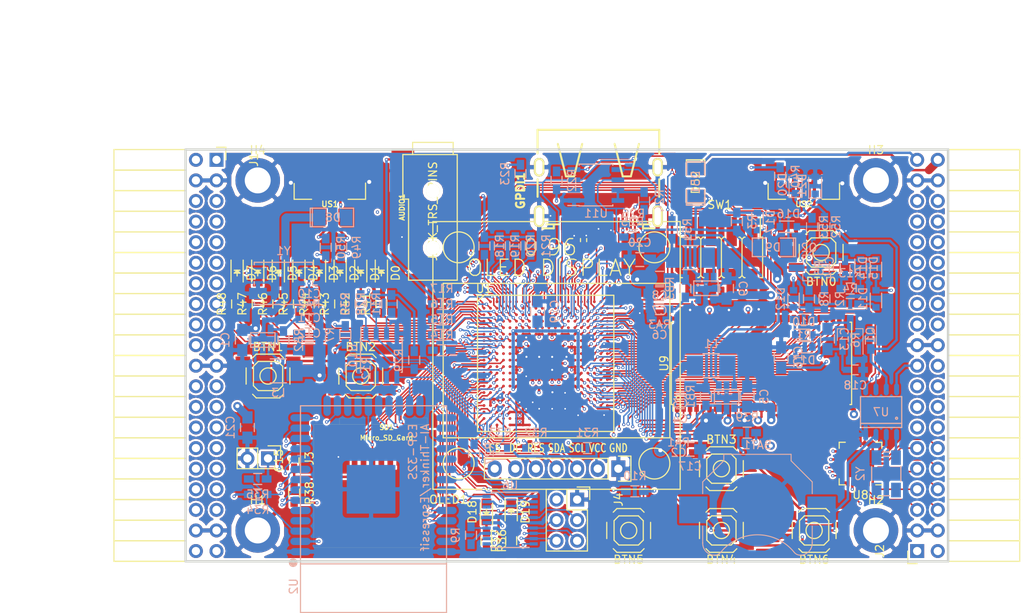
<source format=kicad_pcb>
(kicad_pcb (version 4) (host pcbnew 4.0.6+dfsg1-1)
  (layers (0 F.Cu signal) (1 In1.Cu signal) (2 In2.Cu signal) (31 B.Cu signal) (34 B.Paste user) (35 F.Paste user) (36 B.SilkS user) (37 F.SilkS user) (38 B.Mask user) (39 F.Mask user) (44 Edge.Cuts user))
  (net 0 "")
  (net 1 GND)
  (net 2 +5V)
  (net 3 /gpio/IN5V)
  (net 4 /gpio/OUT5V)
  (net 5 +3V3)
  (net 6 "Net-(L1-Pad1)")
  (net 7 "Net-(L2-Pad1)")
  (net 8 +1V2)
  (net 9 BTN_D)
  (net 10 BTN_F1)
  (net 11 BTN_F2)
  (net 12 BTN_L)
  (net 13 BTN_R)
  (net 14 BTN_U)
  (net 15 /power/FB1)
  (net 16 +2V5)
  (net 17 "Net-(L3-Pad1)")
  (net 18 /power/PWREN)
  (net 19 /power/FB3)
  (net 20 /power/FB2)
  (net 21 "Net-(D9-Pad1)")
  (net 22 /power/VBAT)
  (net 23 JTAG_TDI)
  (net 24 JTAG_TCK)
  (net 25 JTAG_TMS)
  (net 26 JTAG_TDO)
  (net 27 /power/WAKEUPn)
  (net 28 /power/WKUP)
  (net 29 /power/SHUT)
  (net 30 /power/WAKE)
  (net 31 /power/HOLD)
  (net 32 /power/WKn)
  (net 33 /power/OSCI_32k)
  (net 34 /power/OSCO_32k)
  (net 35 "Net-(Q2-Pad3)")
  (net 36 SHUTDOWN)
  (net 37 /analog/AUDIO_L)
  (net 38 /analog/AUDIO_R)
  (net 39 GPDI_5V_SCL)
  (net 40 GPDI_5V_SDA)
  (net 41 GPDI_SDA)
  (net 42 GPDI_SCL)
  (net 43 /gpdi/VREF2)
  (net 44 SD_CMD)
  (net 45 SD_CLK)
  (net 46 SD_D0)
  (net 47 SD_D1)
  (net 48 USB5V)
  (net 49 "Net-(BTN0-Pad1)")
  (net 50 GPDI_CEC)
  (net 51 nRESET)
  (net 52 FTDI_nDTR)
  (net 53 SDRAM_CKE)
  (net 54 SDRAM_A7)
  (net 55 SDRAM_D15)
  (net 56 SDRAM_BA1)
  (net 57 SDRAM_D7)
  (net 58 SDRAM_A6)
  (net 59 SDRAM_CLK)
  (net 60 SDRAM_D13)
  (net 61 SDRAM_BA0)
  (net 62 SDRAM_D6)
  (net 63 SDRAM_A5)
  (net 64 SDRAM_D14)
  (net 65 SDRAM_A11)
  (net 66 SDRAM_D12)
  (net 67 SDRAM_D5)
  (net 68 SDRAM_A4)
  (net 69 SDRAM_A10)
  (net 70 SDRAM_D11)
  (net 71 SDRAM_A3)
  (net 72 SDRAM_D4)
  (net 73 SDRAM_D10)
  (net 74 SDRAM_D9)
  (net 75 SDRAM_A9)
  (net 76 SDRAM_D3)
  (net 77 SDRAM_D8)
  (net 78 SDRAM_A8)
  (net 79 SDRAM_A2)
  (net 80 SDRAM_A1)
  (net 81 SDRAM_A0)
  (net 82 SDRAM_D2)
  (net 83 SDRAM_D1)
  (net 84 SDRAM_D0)
  (net 85 SDRAM_DQM0)
  (net 86 SDRAM_nCS)
  (net 87 SDRAM_nRAS)
  (net 88 SDRAM_DQM1)
  (net 89 SDRAM_nCAS)
  (net 90 SDRAM_nWE)
  (net 91 /flash/FLASH_nWP)
  (net 92 /flash/FLASH_nHOLD)
  (net 93 /flash/FLASH_MOSI)
  (net 94 /flash/FLASH_MISO)
  (net 95 /flash/FLASH_SCK)
  (net 96 /flash/FLASH_nCS)
  (net 97 /flash/FPGA_PROGRAMN)
  (net 98 /flash/FPGA_DONE)
  (net 99 /flash/FPGA_INITN)
  (net 100 OLED_RES)
  (net 101 OLED_DC)
  (net 102 OLED_CS)
  (net 103 WIFI_EN)
  (net 104 FTDI_nRTS)
  (net 105 FTDI_TXD)
  (net 106 FTDI_RXD)
  (net 107 WIFI_RXD)
  (net 108 WIFI_GPIO0)
  (net 109 WIFI_TXD)
  (net 110 GPDI_ETH-)
  (net 111 GPDI_ETH+)
  (net 112 GPDI_D2+)
  (net 113 GPDI_D2-)
  (net 114 GPDI_D1+)
  (net 115 GPDI_D1-)
  (net 116 GPDI_D0+)
  (net 117 GPDI_D0-)
  (net 118 GPDI_CLK+)
  (net 119 GPDI_CLK-)
  (net 120 USB_FTDI_D+)
  (net 121 USB_FTDI_D-)
  (net 122 J1_17-)
  (net 123 J1_17+)
  (net 124 J1_23-)
  (net 125 J1_23+)
  (net 126 J1_25-)
  (net 127 J1_25+)
  (net 128 J1_27-)
  (net 129 J1_27+)
  (net 130 J1_29-)
  (net 131 J1_29+)
  (net 132 J1_31-)
  (net 133 J1_31+)
  (net 134 J1_33-)
  (net 135 J1_33+)
  (net 136 J1_35-)
  (net 137 J1_35+)
  (net 138 J2_5-)
  (net 139 J2_5+)
  (net 140 J2_7-)
  (net 141 J2_7+)
  (net 142 J2_9-)
  (net 143 J2_9+)
  (net 144 J2_13-)
  (net 145 J2_13+)
  (net 146 J2_17-)
  (net 147 J2_17+)
  (net 148 J2_11-)
  (net 149 J2_11+)
  (net 150 J2_23-)
  (net 151 J2_23+)
  (net 152 J1_5-)
  (net 153 J1_5+)
  (net 154 J1_7-)
  (net 155 J1_7+)
  (net 156 J1_9-)
  (net 157 J1_9+)
  (net 158 J1_11-)
  (net 159 J1_11+)
  (net 160 J1_13-)
  (net 161 J1_13+)
  (net 162 J1_15-)
  (net 163 J1_15+)
  (net 164 J2_15-)
  (net 165 J2_15+)
  (net 166 J2_25-)
  (net 167 J2_25+)
  (net 168 J2_27-)
  (net 169 J2_27+)
  (net 170 J2_29-)
  (net 171 J2_29+)
  (net 172 J2_31-)
  (net 173 J2_31+)
  (net 174 J2_33-)
  (net 175 J2_33+)
  (net 176 J2_35-)
  (net 177 J2_35+)
  (net 178 SD_D3)
  (net 179 AUDIO_L3)
  (net 180 AUDIO_L2)
  (net 181 AUDIO_L1)
  (net 182 AUDIO_L0)
  (net 183 AUDIO_R3)
  (net 184 AUDIO_R2)
  (net 185 AUDIO_R1)
  (net 186 AUDIO_R0)
  (net 187 OLED_CLK)
  (net 188 OLED_MOSI)
  (net 189 LED0)
  (net 190 LED1)
  (net 191 LED2)
  (net 192 LED3)
  (net 193 LED4)
  (net 194 LED5)
  (net 195 LED6)
  (net 196 LED7)
  (net 197 BTN_PWRn)
  (net 198 "Net-(J3-Pad1)")
  (net 199 FTDI_nTXLED)
  (net 200 FTDI_nSLEEP)
  (net 201 /blinkey/LED_PWREN)
  (net 202 /blinkey/LED_TXLED)
  (net 203 FT3V3)
  (net 204 /sdcard/SD3V3)
  (net 205 SD_D2)
  (net 206 CLK_25MHz)
  (net 207 /blinkey/BTNPUL)
  (net 208 /blinkey/BTNPUR)
  (net 209 USB_FPGA_D+)
  (net 210 /power/FTDI_nSUSPEND)
  (net 211 /blinkey/ALED0)
  (net 212 /blinkey/ALED1)
  (net 213 /blinkey/ALED2)
  (net 214 /blinkey/ALED3)
  (net 215 /blinkey/ALED4)
  (net 216 /blinkey/ALED5)
  (net 217 /blinkey/ALED6)
  (net 218 /blinkey/ALED7)
  (net 219 /usb/FTD-)
  (net 220 /usb/FTD+)
  (net 221 ADC_MISO)
  (net 222 ADC_MOSI)
  (net 223 ADC_CSn)
  (net 224 ADC_SCLK)
  (net 225 "Net-(R51-Pad2)")
  (net 226 SW3)
  (net 227 SW2)
  (net 228 SW1)
  (net 229 SW0)
  (net 230 USB_FPGA_D-)
  (net 231 /usb/FPD+)
  (net 232 /usb/FPD-)
  (net 233 WIFI_GPIO16)
  (net 234 WIFI_GPIO15)
  (module Resistors_SMD:R_0603_HandSoldering (layer B.Cu) (at 154.044 71.326 90)
    (fp_text reference R51 (at 0 1.9 90) (layer B.SilkS) (effects (justify mirror)))
    (fp_text value 220)
    (pad 1 smd rect (at -1.1 0 90) (size 1.2 0.9) (layers B.Cu B.Paste B.Mask) (net 5 +3V3))
    (pad 2 smd rect (at 1.1 0 90) (size 1.2 0.9) (layers B.Cu B.Paste B.Mask) (net 225 "Net-(R51-Pad2)"))
  )
  (module Pin_Headers:Pin_Header_Straight_SMT_02x04 (layer F.Cu) (at 160.14 74.73 180)
    (fp_text reference SW1 (at 0.2 6.5 180) (layer F.SilkS))
    (fp_text value DIPSW)
    (pad 1 smd rect (at -3.81 3.2 180) (size 1.27 3.6) (layers F.Cu F.Paste F.Mask) (net 226 SW3))
    (pad 2 smd rect (at -1.27 3.2 180) (size 1.27 3.6) (layers F.Cu F.Paste F.Mask) (net 227 SW2))
    (pad 3 smd rect (at 1.27 3.2 180) (size 1.27 3.6) (layers F.Cu F.Paste F.Mask) (net 228 SW1))
    (pad 4 smd rect (at 3.81 3.2 180) (size 1.27 3.6) (layers F.Cu F.Paste F.Mask) (net 229 SW0))
    (pad 5 smd rect (at 3.81 -3.2 180) (size 1.27 3.6) (layers F.Cu F.Paste F.Mask) (net 225 "Net-(R51-Pad2)"))
    (pad 6 smd rect (at 1.27 -3.2 180) (size 1.27 3.6) (layers F.Cu F.Paste F.Mask) (net 225 "Net-(R51-Pad2)"))
    (pad 7 smd rect (at -1.27 -3.2 180) (size 1.27 3.6) (layers F.Cu F.Paste F.Mask) (net 225 "Net-(R51-Pad2)"))
    (pad 8 smd rect (at -3.81 -3.2 180) (size 1.27 3.6) (layers F.Cu F.Paste F.Mask) (net 225 "Net-(R51-Pad2)"))
  )
  (module lfe5bg381:BGA-381_pitch0.8mm_dia0.4mm (layer F.Cu) (at 138.48 87.8)
    (fp_text reference U1 (at -7.6 -9.2) (layer F.SilkS))
    (fp_text value LFE5U-25F-6BG381C)
    (pad A2 smd circle (at -6.8 -7.6) (size 0.35 0.35) (layers F.Cu F.Paste F.Mask) (net 129 J1_27+))
    (pad A3 smd circle (at -6 -7.6) (size 0.35 0.35) (layers F.Cu F.Paste F.Mask) (net 183 AUDIO_R3))
    (pad A4 smd circle (at -5.2 -7.6) (size 0.35 0.35) (layers F.Cu F.Paste F.Mask) (net 127 J1_25+))
    (pad A5 smd circle (at -4.4 -7.6) (size 0.35 0.35) (layers F.Cu F.Paste F.Mask) (net 126 J1_25-))
    (pad A6 smd circle (at -3.6 -7.6) (size 0.35 0.35) (layers F.Cu F.Paste F.Mask) (net 125 J1_23+))
    (pad A7 smd circle (at -2.8 -7.6) (size 0.35 0.35) (layers F.Cu F.Paste F.Mask) (net 161 J1_13+))
    (pad A8 smd circle (at -2 -7.6) (size 0.35 0.35) (layers F.Cu F.Paste F.Mask) (net 160 J1_13-))
    (pad A9 smd circle (at -1.2 -7.6) (size 0.35 0.35) (layers F.Cu F.Paste F.Mask) (net 156 J1_9-))
    (pad A10 smd circle (at -0.4 -7.6) (size 0.35 0.35) (layers F.Cu F.Paste F.Mask) (net 155 J1_7+))
    (pad A11 smd circle (at 0.4 -7.6) (size 0.35 0.35) (layers F.Cu F.Paste F.Mask) (net 154 J1_7-))
    (pad A12 smd circle (at 1.2 -7.6) (size 0.35 0.35) (layers F.Cu F.Paste F.Mask) (net 111 GPDI_ETH+))
    (pad A13 smd circle (at 2 -7.6) (size 0.35 0.35) (layers F.Cu F.Paste F.Mask) (net 110 GPDI_ETH-))
    (pad A14 smd circle (at 2.8 -7.6) (size 0.35 0.35) (layers F.Cu F.Paste F.Mask) (net 112 GPDI_D2+))
    (pad A15 smd circle (at 3.6 -7.6) (size 0.35 0.35) (layers F.Cu F.Paste F.Mask))
    (pad A16 smd circle (at 4.4 -7.6) (size 0.35 0.35) (layers F.Cu F.Paste F.Mask) (net 114 GPDI_D1+))
    (pad A17 smd circle (at 5.2 -7.6) (size 0.35 0.35) (layers F.Cu F.Paste F.Mask) (net 116 GPDI_D0+))
    (pad A18 smd circle (at 6 -7.6) (size 0.35 0.35) (layers F.Cu F.Paste F.Mask) (net 118 GPDI_CLK+))
    (pad A19 smd circle (at 6.8 -7.6) (size 0.35 0.35) (layers F.Cu F.Paste F.Mask) (net 50 GPDI_CEC))
    (pad B1 smd circle (at -7.6 -6.8) (size 0.35 0.35) (layers F.Cu F.Paste F.Mask) (net 128 J1_27-))
    (pad B2 smd circle (at -6.8 -6.8) (size 0.35 0.35) (layers F.Cu F.Paste F.Mask) (net 189 LED0))
    (pad B3 smd circle (at -6 -6.8) (size 0.35 0.35) (layers F.Cu F.Paste F.Mask) (net 182 AUDIO_L0))
    (pad B4 smd circle (at -5.2 -6.8) (size 0.35 0.35) (layers F.Cu F.Paste F.Mask) (net 130 J1_29-))
    (pad B5 smd circle (at -4.4 -6.8) (size 0.35 0.35) (layers F.Cu F.Paste F.Mask) (net 184 AUDIO_R2))
    (pad B6 smd circle (at -3.6 -6.8) (size 0.35 0.35) (layers F.Cu F.Paste F.Mask) (net 124 J1_23-))
    (pad B7 smd circle (at -2.8 -6.8) (size 0.35 0.35) (layers F.Cu F.Paste F.Mask) (net 1 GND))
    (pad B8 smd circle (at -2 -6.8) (size 0.35 0.35) (layers F.Cu F.Paste F.Mask) (net 162 J1_15-))
    (pad B9 smd circle (at -1.2 -6.8) (size 0.35 0.35) (layers F.Cu F.Paste F.Mask) (net 159 J1_11+))
    (pad B10 smd circle (at -0.4 -6.8) (size 0.35 0.35) (layers F.Cu F.Paste F.Mask) (net 157 J1_9+))
    (pad B11 smd circle (at 0.4 -6.8) (size 0.35 0.35) (layers F.Cu F.Paste F.Mask) (net 153 J1_5+))
    (pad B12 smd circle (at 1.2 -6.8) (size 0.35 0.35) (layers F.Cu F.Paste F.Mask))
    (pad B13 smd circle (at 2 -6.8) (size 0.35 0.35) (layers F.Cu F.Paste F.Mask) (net 175 J2_33+))
    (pad B14 smd circle (at 2.8 -6.8) (size 0.35 0.35) (layers F.Cu F.Paste F.Mask) (net 1 GND))
    (pad B15 smd circle (at 3.6 -6.8) (size 0.35 0.35) (layers F.Cu F.Paste F.Mask) (net 173 J2_31+))
    (pad B16 smd circle (at 4.4 -6.8) (size 0.35 0.35) (layers F.Cu F.Paste F.Mask) (net 115 GPDI_D1-))
    (pad B17 smd circle (at 5.2 -6.8) (size 0.35 0.35) (layers F.Cu F.Paste F.Mask) (net 169 J2_27+))
    (pad B18 smd circle (at 6 -6.8) (size 0.35 0.35) (layers F.Cu F.Paste F.Mask) (net 117 GPDI_D0-))
    (pad B19 smd circle (at 6.8 -6.8) (size 0.35 0.35) (layers F.Cu F.Paste F.Mask) (net 119 GPDI_CLK-))
    (pad B20 smd circle (at 7.6 -6.8) (size 0.35 0.35) (layers F.Cu F.Paste F.Mask) (net 41 GPDI_SDA))
    (pad C1 smd circle (at -7.6 -6) (size 0.35 0.35) (layers F.Cu F.Paste F.Mask) (net 191 LED2))
    (pad C2 smd circle (at -6.8 -6) (size 0.35 0.35) (layers F.Cu F.Paste F.Mask) (net 190 LED1))
    (pad C3 smd circle (at -6 -6) (size 0.35 0.35) (layers F.Cu F.Paste F.Mask) (net 181 AUDIO_L1))
    (pad C4 smd circle (at -5.2 -6) (size 0.35 0.35) (layers F.Cu F.Paste F.Mask) (net 131 J1_29+))
    (pad C5 smd circle (at -4.4 -6) (size 0.35 0.35) (layers F.Cu F.Paste F.Mask) (net 186 AUDIO_R0))
    (pad C6 smd circle (at -3.6 -6) (size 0.35 0.35) (layers F.Cu F.Paste F.Mask) (net 123 J1_17+))
    (pad C7 smd circle (at -2.8 -6) (size 0.35 0.35) (layers F.Cu F.Paste F.Mask) (net 122 J1_17-))
    (pad C8 smd circle (at -2 -6) (size 0.35 0.35) (layers F.Cu F.Paste F.Mask) (net 163 J1_15+))
    (pad C9 smd circle (at -1.2 -6) (size 0.35 0.35) (layers F.Cu F.Paste F.Mask))
    (pad C10 smd circle (at -0.4 -6) (size 0.35 0.35) (layers F.Cu F.Paste F.Mask) (net 158 J1_11-))
    (pad C11 smd circle (at 0.4 -6) (size 0.35 0.35) (layers F.Cu F.Paste F.Mask) (net 152 J1_5-))
    (pad C12 smd circle (at 1.2 -6) (size 0.35 0.35) (layers F.Cu F.Paste F.Mask) (net 42 GPDI_SCL))
    (pad C13 smd circle (at 2 -6) (size 0.35 0.35) (layers F.Cu F.Paste F.Mask) (net 174 J2_33-))
    (pad C14 smd circle (at 2.8 -6) (size 0.35 0.35) (layers F.Cu F.Paste F.Mask) (net 113 GPDI_D2-))
    (pad C15 smd circle (at 3.6 -6) (size 0.35 0.35) (layers F.Cu F.Paste F.Mask) (net 172 J2_31-))
    (pad C16 smd circle (at 4.4 -6) (size 0.35 0.35) (layers F.Cu F.Paste F.Mask) (net 171 J2_29+))
    (pad C17 smd circle (at 5.2 -6) (size 0.35 0.35) (layers F.Cu F.Paste F.Mask) (net 168 J2_27-))
    (pad C18 smd circle (at 6 -6) (size 0.35 0.35) (layers F.Cu F.Paste F.Mask) (net 151 J2_23+))
    (pad C19 smd circle (at 6.8 -6) (size 0.35 0.35) (layers F.Cu F.Paste F.Mask) (net 1 GND))
    (pad C20 smd circle (at 7.6 -6) (size 0.35 0.35) (layers F.Cu F.Paste F.Mask) (net 64 SDRAM_D14))
    (pad D1 smd circle (at -7.6 -5.2) (size 0.35 0.35) (layers F.Cu F.Paste F.Mask) (net 193 LED4))
    (pad D2 smd circle (at -6.8 -5.2) (size 0.35 0.35) (layers F.Cu F.Paste F.Mask) (net 192 LED3))
    (pad D3 smd circle (at -6 -5.2) (size 0.35 0.35) (layers F.Cu F.Paste F.Mask) (net 180 AUDIO_L2))
    (pad D4 smd circle (at -5.2 -5.2) (size 0.35 0.35) (layers F.Cu F.Paste F.Mask) (net 1 GND))
    (pad D5 smd circle (at -4.4 -5.2) (size 0.35 0.35) (layers F.Cu F.Paste F.Mask) (net 185 AUDIO_R1))
    (pad D6 smd circle (at -3.6 -5.2) (size 0.35 0.35) (layers F.Cu F.Paste F.Mask) (net 197 BTN_PWRn))
    (pad D7 smd circle (at -2.8 -5.2) (size 0.35 0.35) (layers F.Cu F.Paste F.Mask) (net 228 SW1))
    (pad D8 smd circle (at -2 -5.2) (size 0.35 0.35) (layers F.Cu F.Paste F.Mask) (net 229 SW0))
    (pad D9 smd circle (at -1.2 -5.2) (size 0.35 0.35) (layers F.Cu F.Paste F.Mask))
    (pad D10 smd circle (at -0.4 -5.2) (size 0.35 0.35) (layers F.Cu F.Paste F.Mask))
    (pad D11 smd circle (at 0.4 -5.2) (size 0.35 0.35) (layers F.Cu F.Paste F.Mask))
    (pad D12 smd circle (at 1.2 -5.2) (size 0.35 0.35) (layers F.Cu F.Paste F.Mask))
    (pad D13 smd circle (at 2 -5.2) (size 0.35 0.35) (layers F.Cu F.Paste F.Mask) (net 177 J2_35+))
    (pad D14 smd circle (at 2.8 -5.2) (size 0.35 0.35) (layers F.Cu F.Paste F.Mask))
    (pad D15 smd circle (at 3.6 -5.2) (size 0.35 0.35) (layers F.Cu F.Paste F.Mask) (net 167 J2_25+))
    (pad D16 smd circle (at 4.4 -5.2) (size 0.35 0.35) (layers F.Cu F.Paste F.Mask) (net 170 J2_29-))
    (pad D17 smd circle (at 5.2 -5.2) (size 0.35 0.35) (layers F.Cu F.Paste F.Mask) (net 150 J2_23-))
    (pad D18 smd circle (at 6 -5.2) (size 0.35 0.35) (layers F.Cu F.Paste F.Mask) (net 147 J2_17+))
    (pad D19 smd circle (at 6.8 -5.2) (size 0.35 0.35) (layers F.Cu F.Paste F.Mask) (net 55 SDRAM_D15))
    (pad D20 smd circle (at 7.6 -5.2) (size 0.35 0.35) (layers F.Cu F.Paste F.Mask) (net 60 SDRAM_D13))
    (pad E1 smd circle (at -7.6 -4.4) (size 0.35 0.35) (layers F.Cu F.Paste F.Mask) (net 195 LED6))
    (pad E2 smd circle (at -6.8 -4.4) (size 0.35 0.35) (layers F.Cu F.Paste F.Mask) (net 194 LED5))
    (pad E3 smd circle (at -6 -4.4) (size 0.35 0.35) (layers F.Cu F.Paste F.Mask) (net 132 J1_31-))
    (pad E4 smd circle (at -5.2 -4.4) (size 0.35 0.35) (layers F.Cu F.Paste F.Mask) (net 179 AUDIO_L3))
    (pad E5 smd circle (at -4.4 -4.4) (size 0.35 0.35) (layers F.Cu F.Paste F.Mask))
    (pad E6 smd circle (at -3.6 -4.4) (size 0.35 0.35) (layers F.Cu F.Paste F.Mask))
    (pad E7 smd circle (at -2.8 -4.4) (size 0.35 0.35) (layers F.Cu F.Paste F.Mask) (net 226 SW3))
    (pad E8 smd circle (at -2 -4.4) (size 0.35 0.35) (layers F.Cu F.Paste F.Mask) (net 227 SW2))
    (pad E9 smd circle (at -1.2 -4.4) (size 0.35 0.35) (layers F.Cu F.Paste F.Mask))
    (pad E10 smd circle (at -0.4 -4.4) (size 0.35 0.35) (layers F.Cu F.Paste F.Mask))
    (pad E11 smd circle (at 0.4 -4.4) (size 0.35 0.35) (layers F.Cu F.Paste F.Mask))
    (pad E12 smd circle (at 1.2 -4.4) (size 0.35 0.35) (layers F.Cu F.Paste F.Mask))
    (pad E13 smd circle (at 2 -4.4) (size 0.35 0.35) (layers F.Cu F.Paste F.Mask) (net 176 J2_35-))
    (pad E14 smd circle (at 2.8 -4.4) (size 0.35 0.35) (layers F.Cu F.Paste F.Mask))
    (pad E15 smd circle (at 3.6 -4.4) (size 0.35 0.35) (layers F.Cu F.Paste F.Mask) (net 166 J2_25-))
    (pad E16 smd circle (at 4.4 -4.4) (size 0.35 0.35) (layers F.Cu F.Paste F.Mask) (net 209 USB_FPGA_D+))
    (pad E17 smd circle (at 5.2 -4.4) (size 0.35 0.35) (layers F.Cu F.Paste F.Mask) (net 146 J2_17-))
    (pad E18 smd circle (at 6 -4.4) (size 0.35 0.35) (layers F.Cu F.Paste F.Mask) (net 72 SDRAM_D4))
    (pad E19 smd circle (at 6.8 -4.4) (size 0.35 0.35) (layers F.Cu F.Paste F.Mask) (net 66 SDRAM_D12))
    (pad E20 smd circle (at 7.6 -4.4) (size 0.35 0.35) (layers F.Cu F.Paste F.Mask) (net 70 SDRAM_D11))
    (pad F1 smd circle (at -7.6 -3.6) (size 0.35 0.35) (layers F.Cu F.Paste F.Mask) (net 103 WIFI_EN))
    (pad F2 smd circle (at -6.8 -3.6) (size 0.35 0.35) (layers F.Cu F.Paste F.Mask))
    (pad F3 smd circle (at -6 -3.6) (size 0.35 0.35) (layers F.Cu F.Paste F.Mask) (net 134 J1_33-))
    (pad F4 smd circle (at -5.2 -3.6) (size 0.35 0.35) (layers F.Cu F.Paste F.Mask) (net 133 J1_31+))
    (pad F5 smd circle (at -4.4 -3.6) (size 0.35 0.35) (layers F.Cu F.Paste F.Mask))
    (pad F6 smd circle (at -3.6 -3.6) (size 0.35 0.35) (layers F.Cu F.Paste F.Mask) (net 16 +2V5))
    (pad F7 smd circle (at -2.8 -3.6) (size 0.35 0.35) (layers F.Cu F.Paste F.Mask) (net 1 GND))
    (pad F8 smd circle (at -2 -3.6) (size 0.35 0.35) (layers F.Cu F.Paste F.Mask) (net 1 GND))
    (pad F9 smd circle (at -1.2 -3.6) (size 0.35 0.35) (layers F.Cu F.Paste F.Mask) (net 5 +3V3))
    (pad F10 smd circle (at -0.4 -3.6) (size 0.35 0.35) (layers F.Cu F.Paste F.Mask) (net 5 +3V3))
    (pad F11 smd circle (at 0.4 -3.6) (size 0.35 0.35) (layers F.Cu F.Paste F.Mask) (net 5 +3V3))
    (pad F12 smd circle (at 1.2 -3.6) (size 0.35 0.35) (layers F.Cu F.Paste F.Mask) (net 5 +3V3))
    (pad F13 smd circle (at 2 -3.6) (size 0.35 0.35) (layers F.Cu F.Paste F.Mask) (net 1 GND))
    (pad F14 smd circle (at 2.8 -3.6) (size 0.35 0.35) (layers F.Cu F.Paste F.Mask) (net 1 GND))
    (pad F15 smd circle (at 3.6 -3.6) (size 0.35 0.35) (layers F.Cu F.Paste F.Mask) (net 16 +2V5))
    (pad F16 smd circle (at 4.4 -3.6) (size 0.35 0.35) (layers F.Cu F.Paste F.Mask) (net 230 USB_FPGA_D-))
    (pad F17 smd circle (at 5.2 -3.6) (size 0.35 0.35) (layers F.Cu F.Paste F.Mask) (net 165 J2_15+))
    (pad F18 smd circle (at 6 -3.6) (size 0.35 0.35) (layers F.Cu F.Paste F.Mask) (net 67 SDRAM_D5))
    (pad F19 smd circle (at 6.8 -3.6) (size 0.35 0.35) (layers F.Cu F.Paste F.Mask) (net 73 SDRAM_D10))
    (pad F20 smd circle (at 7.6 -3.6) (size 0.35 0.35) (layers F.Cu F.Paste F.Mask) (net 74 SDRAM_D9))
    (pad G1 smd circle (at -7.6 -2.8) (size 0.35 0.35) (layers F.Cu F.Paste F.Mask))
    (pad G2 smd circle (at -6.8 -2.8) (size 0.35 0.35) (layers F.Cu F.Paste F.Mask) (net 206 CLK_25MHz))
    (pad G3 smd circle (at -6 -2.8) (size 0.35 0.35) (layers F.Cu F.Paste F.Mask) (net 135 J1_33+))
    (pad G4 smd circle (at -5.2 -2.8) (size 0.35 0.35) (layers F.Cu F.Paste F.Mask) (net 1 GND))
    (pad G5 smd circle (at -4.4 -2.8) (size 0.35 0.35) (layers F.Cu F.Paste F.Mask) (net 136 J1_35-))
    (pad G6 smd circle (at -3.6 -2.8) (size 0.35 0.35) (layers F.Cu F.Paste F.Mask) (net 1 GND))
    (pad G7 smd circle (at -2.8 -2.8) (size 0.35 0.35) (layers F.Cu F.Paste F.Mask) (net 1 GND))
    (pad G8 smd circle (at -2 -2.8) (size 0.35 0.35) (layers F.Cu F.Paste F.Mask) (net 1 GND))
    (pad G9 smd circle (at -1.2 -2.8) (size 0.35 0.35) (layers F.Cu F.Paste F.Mask) (net 1 GND))
    (pad G10 smd circle (at -0.4 -2.8) (size 0.35 0.35) (layers F.Cu F.Paste F.Mask) (net 1 GND))
    (pad G11 smd circle (at 0.4 -2.8) (size 0.35 0.35) (layers F.Cu F.Paste F.Mask) (net 1 GND))
    (pad G12 smd circle (at 1.2 -2.8) (size 0.35 0.35) (layers F.Cu F.Paste F.Mask) (net 1 GND))
    (pad G13 smd circle (at 2 -2.8) (size 0.35 0.35) (layers F.Cu F.Paste F.Mask) (net 1 GND))
    (pad G14 smd circle (at 2.8 -2.8) (size 0.35 0.35) (layers F.Cu F.Paste F.Mask) (net 1 GND))
    (pad G15 smd circle (at 3.6 -2.8) (size 0.35 0.35) (layers F.Cu F.Paste F.Mask) (net 1 GND))
    (pad G16 smd circle (at 4.4 -2.8) (size 0.35 0.35) (layers F.Cu F.Paste F.Mask))
    (pad G17 smd circle (at 5.2 -2.8) (size 0.35 0.35) (layers F.Cu F.Paste F.Mask) (net 1 GND))
    (pad G18 smd circle (at 6 -2.8) (size 0.35 0.35) (layers F.Cu F.Paste F.Mask) (net 164 J2_15-))
    (pad G19 smd circle (at 6.8 -2.8) (size 0.35 0.35) (layers F.Cu F.Paste F.Mask) (net 77 SDRAM_D8))
    (pad G20 smd circle (at 7.6 -2.8) (size 0.35 0.35) (layers F.Cu F.Paste F.Mask) (net 88 SDRAM_DQM1))
    (pad H1 smd circle (at -7.6 -2) (size 0.35 0.35) (layers F.Cu F.Paste F.Mask) (net 178 SD_D3))
    (pad H2 smd circle (at -6.8 -2) (size 0.35 0.35) (layers F.Cu F.Paste F.Mask) (net 205 SD_D2))
    (pad H3 smd circle (at -6 -2) (size 0.35 0.35) (layers F.Cu F.Paste F.Mask) (net 196 LED7))
    (pad H4 smd circle (at -5.2 -2) (size 0.35 0.35) (layers F.Cu F.Paste F.Mask) (net 137 J1_35+))
    (pad H5 smd circle (at -4.4 -2) (size 0.35 0.35) (layers F.Cu F.Paste F.Mask))
    (pad H6 smd circle (at -3.6 -2) (size 0.35 0.35) (layers F.Cu F.Paste F.Mask) (net 5 +3V3))
    (pad H7 smd circle (at -2.8 -2) (size 0.35 0.35) (layers F.Cu F.Paste F.Mask) (net 5 +3V3))
    (pad H8 smd circle (at -2 -2) (size 0.35 0.35) (layers F.Cu F.Paste F.Mask) (net 8 +1V2))
    (pad H9 smd circle (at -1.2 -2) (size 0.35 0.35) (layers F.Cu F.Paste F.Mask) (net 8 +1V2))
    (pad H10 smd circle (at -0.4 -2) (size 0.35 0.35) (layers F.Cu F.Paste F.Mask) (net 8 +1V2))
    (pad H11 smd circle (at 0.4 -2) (size 0.35 0.35) (layers F.Cu F.Paste F.Mask) (net 8 +1V2))
    (pad H12 smd circle (at 1.2 -2) (size 0.35 0.35) (layers F.Cu F.Paste F.Mask) (net 8 +1V2))
    (pad H13 smd circle (at 2 -2) (size 0.35 0.35) (layers F.Cu F.Paste F.Mask) (net 8 +1V2))
    (pad H14 smd circle (at 2.8 -2) (size 0.35 0.35) (layers F.Cu F.Paste F.Mask) (net 5 +3V3))
    (pad H15 smd circle (at 3.6 -2) (size 0.35 0.35) (layers F.Cu F.Paste F.Mask) (net 5 +3V3))
    (pad H16 smd circle (at 4.4 -2) (size 0.35 0.35) (layers F.Cu F.Paste F.Mask))
    (pad H17 smd circle (at 5.2 -2) (size 0.35 0.35) (layers F.Cu F.Paste F.Mask) (net 144 J2_13-))
    (pad H18 smd circle (at 6 -2) (size 0.35 0.35) (layers F.Cu F.Paste F.Mask) (net 145 J2_13+))
    (pad H19 smd circle (at 6.8 -2) (size 0.35 0.35) (layers F.Cu F.Paste F.Mask) (net 1 GND))
    (pad H20 smd circle (at 7.6 -2) (size 0.35 0.35) (layers F.Cu F.Paste F.Mask) (net 59 SDRAM_CLK))
    (pad J1 smd circle (at -7.6 -1.2) (size 0.35 0.35) (layers F.Cu F.Paste F.Mask) (net 45 SD_CLK))
    (pad J2 smd circle (at -6.8 -1.2) (size 0.35 0.35) (layers F.Cu F.Paste F.Mask) (net 1 GND))
    (pad J3 smd circle (at -6 -1.2) (size 0.35 0.35) (layers F.Cu F.Paste F.Mask) (net 44 SD_CMD))
    (pad J4 smd circle (at -5.2 -1.2) (size 0.35 0.35) (layers F.Cu F.Paste F.Mask))
    (pad J5 smd circle (at -4.4 -1.2) (size 0.35 0.35) (layers F.Cu F.Paste F.Mask))
    (pad J6 smd circle (at -3.6 -1.2) (size 0.35 0.35) (layers F.Cu F.Paste F.Mask) (net 5 +3V3))
    (pad J7 smd circle (at -2.8 -1.2) (size 0.35 0.35) (layers F.Cu F.Paste F.Mask) (net 1 GND))
    (pad J8 smd circle (at -2 -1.2) (size 0.35 0.35) (layers F.Cu F.Paste F.Mask) (net 8 +1V2))
    (pad J9 smd circle (at -1.2 -1.2) (size 0.35 0.35) (layers F.Cu F.Paste F.Mask) (net 1 GND))
    (pad J10 smd circle (at -0.4 -1.2) (size 0.35 0.35) (layers F.Cu F.Paste F.Mask) (net 1 GND))
    (pad J11 smd circle (at 0.4 -1.2) (size 0.35 0.35) (layers F.Cu F.Paste F.Mask) (net 1 GND))
    (pad J12 smd circle (at 1.2 -1.2) (size 0.35 0.35) (layers F.Cu F.Paste F.Mask) (net 1 GND))
    (pad J13 smd circle (at 2 -1.2) (size 0.35 0.35) (layers F.Cu F.Paste F.Mask) (net 8 +1V2))
    (pad J14 smd circle (at 2.8 -1.2) (size 0.35 0.35) (layers F.Cu F.Paste F.Mask) (net 1 GND))
    (pad J15 smd circle (at 3.6 -1.2) (size 0.35 0.35) (layers F.Cu F.Paste F.Mask) (net 5 +3V3))
    (pad J16 smd circle (at 4.4 -1.2) (size 0.35 0.35) (layers F.Cu F.Paste F.Mask))
    (pad J17 smd circle (at 5.2 -1.2) (size 0.35 0.35) (layers F.Cu F.Paste F.Mask))
    (pad J18 smd circle (at 6 -1.2) (size 0.35 0.35) (layers F.Cu F.Paste F.Mask) (net 76 SDRAM_D3))
    (pad J19 smd circle (at 6.8 -1.2) (size 0.35 0.35) (layers F.Cu F.Paste F.Mask) (net 53 SDRAM_CKE))
    (pad J20 smd circle (at 7.6 -1.2) (size 0.35 0.35) (layers F.Cu F.Paste F.Mask) (net 65 SDRAM_A11))
    (pad K1 smd circle (at -7.6 -0.4) (size 0.35 0.35) (layers F.Cu F.Paste F.Mask) (net 47 SD_D1))
    (pad K2 smd circle (at -6.8 -0.4) (size 0.35 0.35) (layers F.Cu F.Paste F.Mask) (net 46 SD_D0))
    (pad K3 smd circle (at -6 -0.4) (size 0.35 0.35) (layers F.Cu F.Paste F.Mask) (net 107 WIFI_RXD))
    (pad K4 smd circle (at -5.2 -0.4) (size 0.35 0.35) (layers F.Cu F.Paste F.Mask) (net 109 WIFI_TXD))
    (pad K5 smd circle (at -4.4 -0.4) (size 0.35 0.35) (layers F.Cu F.Paste F.Mask))
    (pad K6 smd circle (at -3.6 -0.4) (size 0.35 0.35) (layers F.Cu F.Paste F.Mask) (net 1 GND))
    (pad K7 smd circle (at -2.8 -0.4) (size 0.35 0.35) (layers F.Cu F.Paste F.Mask) (net 1 GND))
    (pad K8 smd circle (at -2 -0.4) (size 0.35 0.35) (layers F.Cu F.Paste F.Mask) (net 8 +1V2))
    (pad K9 smd circle (at -1.2 -0.4) (size 0.35 0.35) (layers F.Cu F.Paste F.Mask) (net 1 GND))
    (pad K10 smd circle (at -0.4 -0.4) (size 0.35 0.35) (layers F.Cu F.Paste F.Mask) (net 1 GND))
    (pad K11 smd circle (at 0.4 -0.4) (size 0.35 0.35) (layers F.Cu F.Paste F.Mask) (net 1 GND))
    (pad K12 smd circle (at 1.2 -0.4) (size 0.35 0.35) (layers F.Cu F.Paste F.Mask) (net 1 GND))
    (pad K13 smd circle (at 2 -0.4) (size 0.35 0.35) (layers F.Cu F.Paste F.Mask) (net 8 +1V2))
    (pad K14 smd circle (at 2.8 -0.4) (size 0.35 0.35) (layers F.Cu F.Paste F.Mask) (net 1 GND))
    (pad K15 smd circle (at 3.6 -0.4) (size 0.35 0.35) (layers F.Cu F.Paste F.Mask) (net 1 GND))
    (pad K16 smd circle (at 4.4 -0.4) (size 0.35 0.35) (layers F.Cu F.Paste F.Mask))
    (pad K17 smd circle (at 5.2 -0.4) (size 0.35 0.35) (layers F.Cu F.Paste F.Mask))
    (pad K18 smd circle (at 6 -0.4) (size 0.35 0.35) (layers F.Cu F.Paste F.Mask) (net 82 SDRAM_D2))
    (pad K19 smd circle (at 6.8 -0.4) (size 0.35 0.35) (layers F.Cu F.Paste F.Mask) (net 75 SDRAM_A9))
    (pad K20 smd circle (at 7.6 -0.4) (size 0.35 0.35) (layers F.Cu F.Paste F.Mask) (net 78 SDRAM_A8))
    (pad L1 smd circle (at -7.6 0.4) (size 0.35 0.35) (layers F.Cu F.Paste F.Mask) (net 233 WIFI_GPIO16))
    (pad L2 smd circle (at -6.8 0.4) (size 0.35 0.35) (layers F.Cu F.Paste F.Mask) (net 108 WIFI_GPIO0))
    (pad L3 smd circle (at -6 0.4) (size 0.35 0.35) (layers F.Cu F.Paste F.Mask))
    (pad L4 smd circle (at -5.2 0.4) (size 0.35 0.35) (layers F.Cu F.Paste F.Mask) (net 106 FTDI_RXD))
    (pad L5 smd circle (at -4.4 0.4) (size 0.35 0.35) (layers F.Cu F.Paste F.Mask))
    (pad L6 smd circle (at -3.6 0.4) (size 0.35 0.35) (layers F.Cu F.Paste F.Mask) (net 5 +3V3))
    (pad L7 smd circle (at -2.8 0.4) (size 0.35 0.35) (layers F.Cu F.Paste F.Mask) (net 5 +3V3))
    (pad L8 smd circle (at -2 0.4) (size 0.35 0.35) (layers F.Cu F.Paste F.Mask) (net 8 +1V2))
    (pad L9 smd circle (at -1.2 0.4) (size 0.35 0.35) (layers F.Cu F.Paste F.Mask) (net 1 GND))
    (pad L10 smd circle (at -0.4 0.4) (size 0.35 0.35) (layers F.Cu F.Paste F.Mask) (net 1 GND))
    (pad L11 smd circle (at 0.4 0.4) (size 0.35 0.35) (layers F.Cu F.Paste F.Mask) (net 1 GND))
    (pad L12 smd circle (at 1.2 0.4) (size 0.35 0.35) (layers F.Cu F.Paste F.Mask) (net 1 GND))
    (pad L13 smd circle (at 2 0.4) (size 0.35 0.35) (layers F.Cu F.Paste F.Mask) (net 8 +1V2))
    (pad L14 smd circle (at 2.8 0.4) (size 0.35 0.35) (layers F.Cu F.Paste F.Mask) (net 5 +3V3))
    (pad L15 smd circle (at 3.6 0.4) (size 0.35 0.35) (layers F.Cu F.Paste F.Mask) (net 5 +3V3))
    (pad L16 smd circle (at 4.4 0.4) (size 0.35 0.35) (layers F.Cu F.Paste F.Mask) (net 149 J2_11+))
    (pad L17 smd circle (at 5.2 0.4) (size 0.35 0.35) (layers F.Cu F.Paste F.Mask) (net 148 J2_11-))
    (pad L18 smd circle (at 6 0.4) (size 0.35 0.35) (layers F.Cu F.Paste F.Mask) (net 83 SDRAM_D1))
    (pad L19 smd circle (at 6.8 0.4) (size 0.35 0.35) (layers F.Cu F.Paste F.Mask) (net 54 SDRAM_A7))
    (pad L20 smd circle (at 7.6 0.4) (size 0.35 0.35) (layers F.Cu F.Paste F.Mask) (net 58 SDRAM_A6))
    (pad M1 smd circle (at -7.6 1.2) (size 0.35 0.35) (layers F.Cu F.Paste F.Mask) (net 105 FTDI_TXD))
    (pad M2 smd circle (at -6.8 1.2) (size 0.35 0.35) (layers F.Cu F.Paste F.Mask) (net 1 GND))
    (pad M3 smd circle (at -6 1.2) (size 0.35 0.35) (layers F.Cu F.Paste F.Mask) (net 104 FTDI_nRTS))
    (pad M4 smd circle (at -5.2 1.2) (size 0.35 0.35) (layers F.Cu F.Paste F.Mask))
    (pad M5 smd circle (at -4.4 1.2) (size 0.35 0.35) (layers F.Cu F.Paste F.Mask))
    (pad M6 smd circle (at -3.6 1.2) (size 0.35 0.35) (layers F.Cu F.Paste F.Mask) (net 5 +3V3))
    (pad M7 smd circle (at -2.8 1.2) (size 0.35 0.35) (layers F.Cu F.Paste F.Mask) (net 1 GND))
    (pad M8 smd circle (at -2 1.2) (size 0.35 0.35) (layers F.Cu F.Paste F.Mask) (net 8 +1V2))
    (pad M9 smd circle (at -1.2 1.2) (size 0.35 0.35) (layers F.Cu F.Paste F.Mask) (net 1 GND))
    (pad M10 smd circle (at -0.4 1.2) (size 0.35 0.35) (layers F.Cu F.Paste F.Mask) (net 1 GND))
    (pad M11 smd circle (at 0.4 1.2) (size 0.35 0.35) (layers F.Cu F.Paste F.Mask) (net 1 GND))
    (pad M12 smd circle (at 1.2 1.2) (size 0.35 0.35) (layers F.Cu F.Paste F.Mask) (net 1 GND))
    (pad M13 smd circle (at 2 1.2) (size 0.35 0.35) (layers F.Cu F.Paste F.Mask) (net 8 +1V2))
    (pad M14 smd circle (at 2.8 1.2) (size 0.35 0.35) (layers F.Cu F.Paste F.Mask) (net 1 GND))
    (pad M15 smd circle (at 3.6 1.2) (size 0.35 0.35) (layers F.Cu F.Paste F.Mask) (net 5 +3V3))
    (pad M16 smd circle (at 4.4 1.2) (size 0.35 0.35) (layers F.Cu F.Paste F.Mask) (net 1 GND))
    (pad M17 smd circle (at 5.2 1.2) (size 0.35 0.35) (layers F.Cu F.Paste F.Mask) (net 142 J2_9-))
    (pad M18 smd circle (at 6 1.2) (size 0.35 0.35) (layers F.Cu F.Paste F.Mask) (net 84 SDRAM_D0))
    (pad M19 smd circle (at 6.8 1.2) (size 0.35 0.35) (layers F.Cu F.Paste F.Mask) (net 63 SDRAM_A5))
    (pad M20 smd circle (at 7.6 1.2) (size 0.35 0.35) (layers F.Cu F.Paste F.Mask) (net 68 SDRAM_A4))
    (pad N1 smd circle (at -7.6 2) (size 0.35 0.35) (layers F.Cu F.Paste F.Mask) (net 52 FTDI_nDTR))
    (pad N2 smd circle (at -6.8 2) (size 0.35 0.35) (layers F.Cu F.Paste F.Mask) (net 102 OLED_CS))
    (pad N3 smd circle (at -6 2) (size 0.35 0.35) (layers F.Cu F.Paste F.Mask) (net 234 WIFI_GPIO15))
    (pad N4 smd circle (at -5.2 2) (size 0.35 0.35) (layers F.Cu F.Paste F.Mask))
    (pad N5 smd circle (at -4.4 2) (size 0.35 0.35) (layers F.Cu F.Paste F.Mask))
    (pad N6 smd circle (at -3.6 2) (size 0.35 0.35) (layers F.Cu F.Paste F.Mask) (net 1 GND))
    (pad N7 smd circle (at -2.8 2) (size 0.35 0.35) (layers F.Cu F.Paste F.Mask) (net 1 GND))
    (pad N8 smd circle (at -2 2) (size 0.35 0.35) (layers F.Cu F.Paste F.Mask) (net 8 +1V2))
    (pad N9 smd circle (at -1.2 2) (size 0.35 0.35) (layers F.Cu F.Paste F.Mask) (net 8 +1V2))
    (pad N10 smd circle (at -0.4 2) (size 0.35 0.35) (layers F.Cu F.Paste F.Mask) (net 8 +1V2))
    (pad N11 smd circle (at 0.4 2) (size 0.35 0.35) (layers F.Cu F.Paste F.Mask) (net 8 +1V2))
    (pad N12 smd circle (at 1.2 2) (size 0.35 0.35) (layers F.Cu F.Paste F.Mask) (net 8 +1V2))
    (pad N13 smd circle (at 2 2) (size 0.35 0.35) (layers F.Cu F.Paste F.Mask) (net 8 +1V2))
    (pad N14 smd circle (at 2.8 2) (size 0.35 0.35) (layers F.Cu F.Paste F.Mask) (net 1 GND))
    (pad N15 smd circle (at 3.6 2) (size 0.35 0.35) (layers F.Cu F.Paste F.Mask) (net 1 GND))
    (pad N16 smd circle (at 4.4 2) (size 0.35 0.35) (layers F.Cu F.Paste F.Mask) (net 143 J2_9+))
    (pad N17 smd circle (at 5.2 2) (size 0.35 0.35) (layers F.Cu F.Paste F.Mask) (net 141 J2_7+))
    (pad N18 smd circle (at 6 2) (size 0.35 0.35) (layers F.Cu F.Paste F.Mask) (net 62 SDRAM_D6))
    (pad N19 smd circle (at 6.8 2) (size 0.35 0.35) (layers F.Cu F.Paste F.Mask) (net 71 SDRAM_A3))
    (pad N20 smd circle (at 7.6 2) (size 0.35 0.35) (layers F.Cu F.Paste F.Mask) (net 79 SDRAM_A2))
    (pad P1 smd circle (at -7.6 2.8) (size 0.35 0.35) (layers F.Cu F.Paste F.Mask) (net 101 OLED_DC))
    (pad P2 smd circle (at -6.8 2.8) (size 0.35 0.35) (layers F.Cu F.Paste F.Mask) (net 100 OLED_RES))
    (pad P3 smd circle (at -6 2.8) (size 0.35 0.35) (layers F.Cu F.Paste F.Mask) (net 188 OLED_MOSI))
    (pad P4 smd circle (at -5.2 2.8) (size 0.35 0.35) (layers F.Cu F.Paste F.Mask) (net 187 OLED_CLK))
    (pad P5 smd circle (at -4.4 2.8) (size 0.35 0.35) (layers F.Cu F.Paste F.Mask))
    (pad P6 smd circle (at -3.6 2.8) (size 0.35 0.35) (layers F.Cu F.Paste F.Mask) (net 16 +2V5))
    (pad P7 smd circle (at -2.8 2.8) (size 0.35 0.35) (layers F.Cu F.Paste F.Mask) (net 1 GND))
    (pad P8 smd circle (at -2 2.8) (size 0.35 0.35) (layers F.Cu F.Paste F.Mask) (net 1 GND))
    (pad P9 smd circle (at -1.2 2.8) (size 0.35 0.35) (layers F.Cu F.Paste F.Mask) (net 5 +3V3))
    (pad P10 smd circle (at -0.4 2.8) (size 0.35 0.35) (layers F.Cu F.Paste F.Mask) (net 5 +3V3))
    (pad P11 smd circle (at 0.4 2.8) (size 0.35 0.35) (layers F.Cu F.Paste F.Mask) (net 1 GND))
    (pad P12 smd circle (at 1.2 2.8) (size 0.35 0.35) (layers F.Cu F.Paste F.Mask) (net 1 GND))
    (pad P13 smd circle (at 2 2.8) (size 0.35 0.35) (layers F.Cu F.Paste F.Mask) (net 1 GND))
    (pad P14 smd circle (at 2.8 2.8) (size 0.35 0.35) (layers F.Cu F.Paste F.Mask) (net 1 GND))
    (pad P15 smd circle (at 3.6 2.8) (size 0.35 0.35) (layers F.Cu F.Paste F.Mask) (net 16 +2V5))
    (pad P16 smd circle (at 4.4 2.8) (size 0.35 0.35) (layers F.Cu F.Paste F.Mask) (net 140 J2_7-))
    (pad P17 smd circle (at 5.2 2.8) (size 0.35 0.35) (layers F.Cu F.Paste F.Mask) (net 224 ADC_SCLK))
    (pad P18 smd circle (at 6 2.8) (size 0.35 0.35) (layers F.Cu F.Paste F.Mask) (net 57 SDRAM_D7))
    (pad P19 smd circle (at 6.8 2.8) (size 0.35 0.35) (layers F.Cu F.Paste F.Mask) (net 80 SDRAM_A1))
    (pad P20 smd circle (at 7.6 2.8) (size 0.35 0.35) (layers F.Cu F.Paste F.Mask) (net 81 SDRAM_A0))
    (pad R1 smd circle (at -7.6 3.6) (size 0.35 0.35) (layers F.Cu F.Paste F.Mask) (net 10 BTN_F1))
    (pad R2 smd circle (at -6.8 3.6) (size 0.35 0.35) (layers F.Cu F.Paste F.Mask) (net 96 /flash/FLASH_nCS))
    (pad R3 smd circle (at -6 3.6) (size 0.35 0.35) (layers F.Cu F.Paste F.Mask))
    (pad R4 smd circle (at -5.2 3.6) (size 0.35 0.35) (layers F.Cu F.Paste F.Mask) (net 1 GND))
    (pad R5 smd circle (at -4.4 3.6) (size 0.35 0.35) (layers F.Cu F.Paste F.Mask) (net 23 JTAG_TDI))
    (pad R16 smd circle (at 4.4 3.6) (size 0.35 0.35) (layers F.Cu F.Paste F.Mask) (net 222 ADC_MOSI))
    (pad R17 smd circle (at 5.2 3.6) (size 0.35 0.35) (layers F.Cu F.Paste F.Mask) (net 223 ADC_CSn))
    (pad R18 smd circle (at 6 3.6) (size 0.35 0.35) (layers F.Cu F.Paste F.Mask) (net 85 SDRAM_DQM0))
    (pad R19 smd circle (at 6.8 3.6) (size 0.35 0.35) (layers F.Cu F.Paste F.Mask) (net 1 GND))
    (pad R20 smd circle (at 7.6 3.6) (size 0.35 0.35) (layers F.Cu F.Paste F.Mask) (net 69 SDRAM_A10))
    (pad T1 smd circle (at -7.6 4.4) (size 0.35 0.35) (layers F.Cu F.Paste F.Mask) (net 11 BTN_F2))
    (pad T2 smd circle (at -6.8 4.4) (size 0.35 0.35) (layers F.Cu F.Paste F.Mask) (net 5 +3V3))
    (pad T3 smd circle (at -6 4.4) (size 0.35 0.35) (layers F.Cu F.Paste F.Mask) (net 5 +3V3))
    (pad T4 smd circle (at -5.2 4.4) (size 0.35 0.35) (layers F.Cu F.Paste F.Mask) (net 5 +3V3))
    (pad T5 smd circle (at -4.4 4.4) (size 0.35 0.35) (layers F.Cu F.Paste F.Mask) (net 24 JTAG_TCK))
    (pad T6 smd circle (at -3.6 4.4) (size 0.35 0.35) (layers F.Cu F.Paste F.Mask) (net 1 GND))
    (pad T7 smd circle (at -2.8 4.4) (size 0.35 0.35) (layers F.Cu F.Paste F.Mask) (net 1 GND))
    (pad T8 smd circle (at -2 4.4) (size 0.35 0.35) (layers F.Cu F.Paste F.Mask) (net 1 GND))
    (pad T9 smd circle (at -1.2 4.4) (size 0.35 0.35) (layers F.Cu F.Paste F.Mask) (net 1 GND))
    (pad T10 smd circle (at -0.4 4.4) (size 0.35 0.35) (layers F.Cu F.Paste F.Mask) (net 1 GND))
    (pad T11 smd circle (at 0.4 4.4) (size 0.35 0.35) (layers F.Cu F.Paste F.Mask))
    (pad T12 smd circle (at 1.2 4.4) (size 0.35 0.35) (layers F.Cu F.Paste F.Mask))
    (pad T13 smd circle (at 2 4.4) (size 0.35 0.35) (layers F.Cu F.Paste F.Mask))
    (pad T14 smd circle (at 2.8 4.4) (size 0.35 0.35) (layers F.Cu F.Paste F.Mask))
    (pad T15 smd circle (at 3.6 4.4) (size 0.35 0.35) (layers F.Cu F.Paste F.Mask))
    (pad T16 smd circle (at 4.4 4.4) (size 0.35 0.35) (layers F.Cu F.Paste F.Mask))
    (pad T17 smd circle (at 5.2 4.4) (size 0.35 0.35) (layers F.Cu F.Paste F.Mask) (net 89 SDRAM_nCAS))
    (pad T18 smd circle (at 6 4.4) (size 0.35 0.35) (layers F.Cu F.Paste F.Mask) (net 90 SDRAM_nWE))
    (pad T19 smd circle (at 6.8 4.4) (size 0.35 0.35) (layers F.Cu F.Paste F.Mask) (net 56 SDRAM_BA1))
    (pad T20 smd circle (at 7.6 4.4) (size 0.35 0.35) (layers F.Cu F.Paste F.Mask) (net 61 SDRAM_BA0))
    (pad U1 smd circle (at -7.6 5.2) (size 0.35 0.35) (layers F.Cu F.Paste F.Mask) (net 12 BTN_L))
    (pad U2 smd circle (at -6.8 5.2) (size 0.35 0.35) (layers F.Cu F.Paste F.Mask) (net 5 +3V3))
    (pad U3 smd circle (at -6 5.2) (size 0.35 0.35) (layers F.Cu F.Paste F.Mask) (net 95 /flash/FLASH_SCK))
    (pad U4 smd circle (at -5.2 5.2) (size 0.35 0.35) (layers F.Cu F.Paste F.Mask) (net 1 GND))
    (pad U5 smd circle (at -4.4 5.2) (size 0.35 0.35) (layers F.Cu F.Paste F.Mask) (net 25 JTAG_TMS))
    (pad U6 smd circle (at -3.6 5.2) (size 0.35 0.35) (layers F.Cu F.Paste F.Mask) (net 1 GND))
    (pad U7 smd circle (at -2.8 5.2) (size 0.35 0.35) (layers F.Cu F.Paste F.Mask) (net 1 GND))
    (pad U8 smd circle (at -2 5.2) (size 0.35 0.35) (layers F.Cu F.Paste F.Mask) (net 1 GND))
    (pad U9 smd circle (at -1.2 5.2) (size 0.35 0.35) (layers F.Cu F.Paste F.Mask) (net 1 GND))
    (pad U10 smd circle (at -0.4 5.2) (size 0.35 0.35) (layers F.Cu F.Paste F.Mask) (net 1 GND))
    (pad U11 smd circle (at 0.4 5.2) (size 0.35 0.35) (layers F.Cu F.Paste F.Mask) (net 1 GND))
    (pad U12 smd circle (at 1.2 5.2) (size 0.35 0.35) (layers F.Cu F.Paste F.Mask) (net 1 GND))
    (pad U13 smd circle (at 2 5.2) (size 0.35 0.35) (layers F.Cu F.Paste F.Mask) (net 1 GND))
    (pad U14 smd circle (at 2.8 5.2) (size 0.35 0.35) (layers F.Cu F.Paste F.Mask) (net 1 GND))
    (pad U15 smd circle (at 3.6 5.2) (size 0.35 0.35) (layers F.Cu F.Paste F.Mask))
    (pad U16 smd circle (at 4.4 5.2) (size 0.35 0.35) (layers F.Cu F.Paste F.Mask) (net 221 ADC_MISO))
    (pad U17 smd circle (at 5.2 5.2) (size 0.35 0.35) (layers F.Cu F.Paste F.Mask) (net 138 J2_5-))
    (pad U18 smd circle (at 6 5.2) (size 0.35 0.35) (layers F.Cu F.Paste F.Mask) (net 139 J2_5+))
    (pad U19 smd circle (at 6.8 5.2) (size 0.35 0.35) (layers F.Cu F.Paste F.Mask) (net 86 SDRAM_nCS))
    (pad U20 smd circle (at 7.6 5.2) (size 0.35 0.35) (layers F.Cu F.Paste F.Mask) (net 87 SDRAM_nRAS))
    (pad V1 smd circle (at -7.6 6) (size 0.35 0.35) (layers F.Cu F.Paste F.Mask) (net 9 BTN_D))
    (pad V2 smd circle (at -6.8 6) (size 0.35 0.35) (layers F.Cu F.Paste F.Mask) (net 94 /flash/FLASH_MISO))
    (pad V3 smd circle (at -6 6) (size 0.35 0.35) (layers F.Cu F.Paste F.Mask) (net 99 /flash/FPGA_INITN))
    (pad V4 smd circle (at -5.2 6) (size 0.35 0.35) (layers F.Cu F.Paste F.Mask) (net 26 JTAG_TDO))
    (pad V5 smd circle (at -4.4 6) (size 0.35 0.35) (layers F.Cu F.Paste F.Mask) (net 1 GND))
    (pad V6 smd circle (at -3.6 6) (size 0.35 0.35) (layers F.Cu F.Paste F.Mask) (net 1 GND))
    (pad V7 smd circle (at -2.8 6) (size 0.35 0.35) (layers F.Cu F.Paste F.Mask) (net 1 GND))
    (pad V8 smd circle (at -2 6) (size 0.35 0.35) (layers F.Cu F.Paste F.Mask) (net 1 GND))
    (pad V9 smd circle (at -1.2 6) (size 0.35 0.35) (layers F.Cu F.Paste F.Mask) (net 1 GND))
    (pad V10 smd circle (at -0.4 6) (size 0.35 0.35) (layers F.Cu F.Paste F.Mask) (net 1 GND))
    (pad V11 smd circle (at 0.4 6) (size 0.35 0.35) (layers F.Cu F.Paste F.Mask) (net 1 GND))
    (pad V12 smd circle (at 1.2 6) (size 0.35 0.35) (layers F.Cu F.Paste F.Mask) (net 1 GND))
    (pad V13 smd circle (at 2 6) (size 0.35 0.35) (layers F.Cu F.Paste F.Mask) (net 1 GND))
    (pad V14 smd circle (at 2.8 6) (size 0.35 0.35) (layers F.Cu F.Paste F.Mask) (net 1 GND))
    (pad V15 smd circle (at 3.6 6) (size 0.35 0.35) (layers F.Cu F.Paste F.Mask) (net 1 GND))
    (pad V16 smd circle (at 4.4 6) (size 0.35 0.35) (layers F.Cu F.Paste F.Mask) (net 1 GND))
    (pad V17 smd circle (at 5.2 6) (size 0.35 0.35) (layers F.Cu F.Paste F.Mask))
    (pad V18 smd circle (at 6 6) (size 0.35 0.35) (layers F.Cu F.Paste F.Mask))
    (pad V19 smd circle (at 6.8 6) (size 0.35 0.35) (layers F.Cu F.Paste F.Mask) (net 1 GND))
    (pad V20 smd circle (at 7.6 6) (size 0.35 0.35) (layers F.Cu F.Paste F.Mask) (net 1 GND))
    (pad W1 smd circle (at -7.6 6.8) (size 0.35 0.35) (layers F.Cu F.Paste F.Mask) (net 14 BTN_U))
    (pad W2 smd circle (at -6.8 6.8) (size 0.35 0.35) (layers F.Cu F.Paste F.Mask) (net 93 /flash/FLASH_MOSI))
    (pad W3 smd circle (at -6 6.8) (size 0.35 0.35) (layers F.Cu F.Paste F.Mask) (net 97 /flash/FPGA_PROGRAMN))
    (pad W4 smd circle (at -5.2 6.8) (size 0.35 0.35) (layers F.Cu F.Paste F.Mask))
    (pad W5 smd circle (at -4.4 6.8) (size 0.35 0.35) (layers F.Cu F.Paste F.Mask))
    (pad W6 smd circle (at -3.6 6.8) (size 0.35 0.35) (layers F.Cu F.Paste F.Mask) (net 1 GND))
    (pad W7 smd circle (at -2.8 6.8) (size 0.35 0.35) (layers F.Cu F.Paste F.Mask) (net 1 GND))
    (pad W8 smd circle (at -2 6.8) (size 0.35 0.35) (layers F.Cu F.Paste F.Mask))
    (pad W9 smd circle (at -1.2 6.8) (size 0.35 0.35) (layers F.Cu F.Paste F.Mask))
    (pad W10 smd circle (at -0.4 6.8) (size 0.35 0.35) (layers F.Cu F.Paste F.Mask))
    (pad W11 smd circle (at 0.4 6.8) (size 0.35 0.35) (layers F.Cu F.Paste F.Mask))
    (pad W12 smd circle (at 1.2 6.8) (size 0.35 0.35) (layers F.Cu F.Paste F.Mask) (net 1 GND))
    (pad W13 smd circle (at 2 6.8) (size 0.35 0.35) (layers F.Cu F.Paste F.Mask))
    (pad W14 smd circle (at 2.8 6.8) (size 0.35 0.35) (layers F.Cu F.Paste F.Mask))
    (pad W15 smd circle (at 3.6 6.8) (size 0.35 0.35) (layers F.Cu F.Paste F.Mask) (net 1 GND))
    (pad W16 smd circle (at 4.4 6.8) (size 0.35 0.35) (layers F.Cu F.Paste F.Mask) (net 1 GND))
    (pad W17 smd circle (at 5.2 6.8) (size 0.35 0.35) (layers F.Cu F.Paste F.Mask))
    (pad W18 smd circle (at 6 6.8) (size 0.35 0.35) (layers F.Cu F.Paste F.Mask))
    (pad W19 smd circle (at 6.8 6.8) (size 0.35 0.35) (layers F.Cu F.Paste F.Mask) (net 1 GND))
    (pad W20 smd circle (at 7.6 6.8) (size 0.35 0.35) (layers F.Cu F.Paste F.Mask))
    (pad Y2 smd circle (at -6.8 7.6) (size 0.35 0.35) (layers F.Cu F.Paste F.Mask) (net 13 BTN_R))
    (pad Y3 smd circle (at -6 7.6) (size 0.35 0.35) (layers F.Cu F.Paste F.Mask) (net 98 /flash/FPGA_DONE))
    (pad Y5 smd circle (at -4.4 7.6) (size 0.35 0.35) (layers F.Cu F.Paste F.Mask) (net 1 GND))
    (pad Y6 smd circle (at -3.6 7.6) (size 0.35 0.35) (layers F.Cu F.Paste F.Mask) (net 1 GND))
    (pad Y7 smd circle (at -2.8 7.6) (size 0.35 0.35) (layers F.Cu F.Paste F.Mask) (net 1 GND))
    (pad Y8 smd circle (at -2 7.6) (size 0.35 0.35) (layers F.Cu F.Paste F.Mask) (net 1 GND))
    (pad Y11 smd circle (at 0.4 7.6) (size 0.35 0.35) (layers F.Cu F.Paste F.Mask) (net 1 GND))
    (pad Y12 smd circle (at 1.2 7.6) (size 0.35 0.35) (layers F.Cu F.Paste F.Mask) (net 1 GND))
    (pad Y14 smd circle (at 2.8 7.6) (size 0.35 0.35) (layers F.Cu F.Paste F.Mask))
    (pad Y15 smd circle (at 3.6 7.6) (size 0.35 0.35) (layers F.Cu F.Paste F.Mask))
    (pad Y16 smd circle (at 4.4 7.6) (size 0.35 0.35) (layers F.Cu F.Paste F.Mask))
    (pad Y17 smd circle (at 5.2 7.6) (size 0.35 0.35) (layers F.Cu F.Paste F.Mask))
    (pad Y19 smd circle (at 6.8 7.6) (size 0.35 0.35) (layers F.Cu F.Paste F.Mask))
  )
  (module Keystone_3000_1x12mm-CoinCell:Keystone_3000_1x12mm-CoinCell (layer B.Cu) (at 164.585 105.87 180)
    (fp_text reference BAT1 (at 0 8 180) (layer B.SilkS) (effects (justify mirror)))
    (fp_text value CR1225)
    (pad 1 smd rect (at -7.9 0 180) (size 3.5 3.3) (layers B.Cu B.Paste B.Mask) (net 22 /power/VBAT))
    (pad 1 smd rect (at 7.9 0 180) (size 3.5 3.3) (layers B.Cu B.Paste B.Mask) (net 22 /power/VBAT))
    (pad 2 smd circle (at 0 0 180) (size 9 9) (layers B.Cu B.Mask) (net 1 GND))
  )
  (module SMD_Packages:SMD-1206_Pol (layer F.Cu) (at 156.965 65.484 270)
    (fp_text reference D52 (at 0 0 270) (layer F.SilkS))
    (fp_text value 2A)
    (pad 1 smd rect (at -1.651 0 270) (size 1.524 2.032) (layers F.Cu F.Paste F.Mask) (net 4 /gpio/OUT5V))
    (pad 2 smd rect (at 1.651 0 270) (size 1.524 2.032) (layers F.Cu F.Paste F.Mask) (net 2 +5V))
  )
  (module SMD_Packages:SMD-1206_Pol (layer B.Cu) (at 156.965 65.484 90)
    (fp_text reference D51 (at 0 0 90) (layer B.SilkS) (effects (justify mirror)))
    (fp_text value 2A)
    (pad 1 smd rect (at -1.651 0 90) (size 1.524 2.032) (layers B.Cu B.Paste B.Mask) (net 2 +5V))
    (pad 2 smd rect (at 1.651 0 90) (size 1.524 2.032) (layers B.Cu B.Paste B.Mask) (net 3 /gpio/IN5V))
  )
  (module micro-sd:MicroSD_TF02D (layer F.Cu) (at 116.87 110.52 180)
    (fp_text reference SD1 (at -1.995 14.81 180) (layer F.SilkS) (effects (font (size 0.59944 0.59944) (thickness 0.12446))))
    (fp_text value Micro_SD_Card (at -1.995 13.54 180) (layer F.SilkS) (effects (font (size 0.59944 0.59944) (thickness 0.12446))))
    (pad 1 smd rect (at 1.94 11 180) (size 0.7 1.8) (layers F.Cu F.Paste F.Mask) (net 205 SD_D2))
    (pad 2 smd rect (at 0.84 11 180) (size 0.7 1.8) (layers F.Cu F.Paste F.Mask) (net 178 SD_D3))
    (pad 3 smd rect (at -0.26 11 180) (size 0.7 1.8) (layers F.Cu F.Paste F.Mask) (net 44 SD_CMD))
    (pad 4 smd rect (at -1.36 11 180) (size 0.7 1.8) (layers F.Cu F.Paste F.Mask) (net 204 /sdcard/SD3V3))
    (pad 5 smd rect (at -2.46 11 180) (size 0.7 1.8) (layers F.Cu F.Paste F.Mask) (net 45 SD_CLK))
    (pad 6 smd rect (at -3.56 11 180) (size 0.7 1.8) (layers F.Cu F.Paste F.Mask) (net 1 GND))
    (pad 7 smd rect (at -4.66 11 180) (size 0.7 1.8) (layers F.Cu F.Paste F.Mask) (net 46 SD_D0))
    (pad 8 smd rect (at -5.76 11 180) (size 0.7 1.8) (layers F.Cu F.Paste F.Mask) (net 47 SD_D1))
    (pad S smd rect (at -5.05 0.4 180) (size 1.6 1.4) (layers F.Cu F.Paste F.Mask))
    (pad S smd rect (at 0.75 0.4 180) (size 1.8 1.4) (layers F.Cu F.Paste F.Mask))
    (pad G smd rect (at -7.45 13.55 180) (size 1.4 1.9) (layers F.Cu F.Paste F.Mask))
    (pad G smd rect (at 6.6 14.55 180) (size 1.4 1.9) (layers F.Cu F.Paste F.Mask))
  )
  (module Resistors_SMD:R_1210_HandSoldering (layer B.Cu) (at 158.87 88.09 180)
    (fp_text reference L1 (at 0 2.7 180) (layer B.SilkS) (effects (justify mirror)))
    (fp_text value 2.2uH)
    (pad 1 smd rect (at -2 0 180) (size 2 2.5) (layers B.Cu B.Paste B.Mask) (net 6 "Net-(L1-Pad1)"))
    (pad 2 smd rect (at 2 0 180) (size 2 2.5) (layers B.Cu B.Paste B.Mask) (net 8 +1V2))
  )
  (module TSOT-25:TSOT-25 (layer B.Cu) (at 160.775 91.9)
    (fp_text reference U3 (at 0 -0.5) (layer B.SilkS) (effects (font (size 0.15 0.15) (thickness 0.0375)) (justify mirror)))
    (fp_text value AP3429A)
    (pad 1 smd rect (at -0.95 -1.3) (size 0.7 1.2) (layers B.Cu B.Paste B.Mask) (net 18 /power/PWREN))
    (pad 2 smd rect (at 0 -1.3) (size 0.7 1.2) (layers B.Cu B.Paste B.Mask) (net 1 GND))
    (pad 3 smd rect (at 0.95 -1.3) (size 0.7 1.2) (layers B.Cu B.Paste B.Mask) (net 6 "Net-(L1-Pad1)"))
    (pad 4 smd rect (at 0.95 1.3) (size 0.7 1.2) (layers B.Cu B.Paste B.Mask) (net 2 +5V))
    (pad 5 smd rect (at -0.95 1.3) (size 0.7 1.2) (layers B.Cu B.Paste B.Mask) (net 15 /power/FB1))
  )
  (module Resistors_SMD:R_1210_HandSoldering (layer B.Cu) (at 156.33 74.755 180)
    (fp_text reference L2 (at 0 2.7 180) (layer B.SilkS) (effects (justify mirror)))
    (fp_text value 2.2uH)
    (pad 1 smd rect (at -2 0 180) (size 2 2.5) (layers B.Cu B.Paste B.Mask) (net 7 "Net-(L2-Pad1)"))
    (pad 2 smd rect (at 2 0 180) (size 2 2.5) (layers B.Cu B.Paste B.Mask) (net 5 +3V3))
  )
  (module TSOT-25:TSOT-25 (layer B.Cu) (at 158.235 78.535)
    (fp_text reference U4 (at 0 -0.5) (layer B.SilkS) (effects (font (size 0.15 0.15) (thickness 0.0375)) (justify mirror)))
    (fp_text value AP3429A)
    (pad 1 smd rect (at -0.95 -1.3) (size 0.7 1.2) (layers B.Cu B.Paste B.Mask) (net 18 /power/PWREN))
    (pad 2 smd rect (at 0 -1.3) (size 0.7 1.2) (layers B.Cu B.Paste B.Mask) (net 1 GND))
    (pad 3 smd rect (at 0.95 -1.3) (size 0.7 1.2) (layers B.Cu B.Paste B.Mask) (net 7 "Net-(L2-Pad1)"))
    (pad 4 smd rect (at 0.95 1.3) (size 0.7 1.2) (layers B.Cu B.Paste B.Mask) (net 2 +5V))
    (pad 5 smd rect (at -0.95 1.3) (size 0.7 1.2) (layers B.Cu B.Paste B.Mask) (net 19 /power/FB3))
  )
  (module Buttons_Switches_SMD:SW_SPST_SKQG (layer F.Cu) (at 104.26 89.36)
    (fp_text reference BTN1 (at 0 -3.6) (layer F.SilkS))
    (fp_text value FIRE1)
    (pad 1 smd rect (at -3.1 -1.85) (size 1.8 1.1) (layers F.Cu F.Paste F.Mask) (net 207 /blinkey/BTNPUL))
    (pad 1 smd rect (at 3.1 -1.85) (size 1.8 1.1) (layers F.Cu F.Paste F.Mask) (net 207 /blinkey/BTNPUL))
    (pad 2 smd rect (at -3.1 1.85) (size 1.8 1.1) (layers F.Cu F.Paste F.Mask) (net 10 BTN_F1))
    (pad 2 smd rect (at 3.1 1.85) (size 1.8 1.1) (layers F.Cu F.Paste F.Mask) (net 10 BTN_F1))
  )
  (module Buttons_Switches_SMD:SW_SPST_SKQG (layer F.Cu) (at 115.69 89.36)
    (fp_text reference BTN2 (at 0 -3.6) (layer F.SilkS))
    (fp_text value FIRE2)
    (pad 1 smd rect (at -3.1 -1.85) (size 1.8 1.1) (layers F.Cu F.Paste F.Mask) (net 207 /blinkey/BTNPUL))
    (pad 1 smd rect (at 3.1 -1.85) (size 1.8 1.1) (layers F.Cu F.Paste F.Mask) (net 207 /blinkey/BTNPUL))
    (pad 2 smd rect (at -3.1 1.85) (size 1.8 1.1) (layers F.Cu F.Paste F.Mask) (net 11 BTN_F2))
    (pad 2 smd rect (at 3.1 1.85) (size 1.8 1.1) (layers F.Cu F.Paste F.Mask) (net 11 BTN_F2))
  )
  (module Buttons_Switches_SMD:SW_SPST_SKQG (layer F.Cu) (at 160.14 100.79)
    (fp_text reference BTN3 (at 0 -3.6) (layer F.SilkS))
    (fp_text value UP)
    (pad 1 smd rect (at -3.1 -1.85) (size 1.8 1.1) (layers F.Cu F.Paste F.Mask) (net 208 /blinkey/BTNPUR))
    (pad 1 smd rect (at 3.1 -1.85) (size 1.8 1.1) (layers F.Cu F.Paste F.Mask) (net 208 /blinkey/BTNPUR))
    (pad 2 smd rect (at -3.1 1.85) (size 1.8 1.1) (layers F.Cu F.Paste F.Mask) (net 14 BTN_U))
    (pad 2 smd rect (at 3.1 1.85) (size 1.8 1.1) (layers F.Cu F.Paste F.Mask) (net 14 BTN_U))
  )
  (module Buttons_Switches_SMD:SW_SPST_SKQG (layer F.Cu) (at 160.14 108.41 180)
    (fp_text reference BTN4 (at 0 -3.6 180) (layer F.SilkS))
    (fp_text value DOWN)
    (pad 1 smd rect (at -3.1 -1.85 180) (size 1.8 1.1) (layers F.Cu F.Paste F.Mask) (net 208 /blinkey/BTNPUR))
    (pad 1 smd rect (at 3.1 -1.85 180) (size 1.8 1.1) (layers F.Cu F.Paste F.Mask) (net 208 /blinkey/BTNPUR))
    (pad 2 smd rect (at -3.1 1.85 180) (size 1.8 1.1) (layers F.Cu F.Paste F.Mask) (net 9 BTN_D))
    (pad 2 smd rect (at 3.1 1.85 180) (size 1.8 1.1) (layers F.Cu F.Paste F.Mask) (net 9 BTN_D))
  )
  (module Buttons_Switches_SMD:SW_SPST_SKQG (layer F.Cu) (at 148.71 108.41 180)
    (fp_text reference BTN5 (at 0 -3.6 180) (layer F.SilkS))
    (fp_text value LEFT)
    (pad 1 smd rect (at -3.1 -1.85 180) (size 1.8 1.1) (layers F.Cu F.Paste F.Mask) (net 208 /blinkey/BTNPUR))
    (pad 1 smd rect (at 3.1 -1.85 180) (size 1.8 1.1) (layers F.Cu F.Paste F.Mask) (net 208 /blinkey/BTNPUR))
    (pad 2 smd rect (at -3.1 1.85 180) (size 1.8 1.1) (layers F.Cu F.Paste F.Mask) (net 12 BTN_L))
    (pad 2 smd rect (at 3.1 1.85 180) (size 1.8 1.1) (layers F.Cu F.Paste F.Mask) (net 12 BTN_L))
  )
  (module Buttons_Switches_SMD:SW_SPST_SKQG (layer F.Cu) (at 171.57 108.41 180)
    (fp_text reference BTN6 (at 0 -3.6 180) (layer F.SilkS))
    (fp_text value RIGHT)
    (pad 1 smd rect (at -3.1 -1.85 180) (size 1.8 1.1) (layers F.Cu F.Paste F.Mask) (net 208 /blinkey/BTNPUR))
    (pad 1 smd rect (at 3.1 -1.85 180) (size 1.8 1.1) (layers F.Cu F.Paste F.Mask) (net 208 /blinkey/BTNPUR))
    (pad 2 smd rect (at -3.1 1.85 180) (size 1.8 1.1) (layers F.Cu F.Paste F.Mask) (net 13 BTN_R))
    (pad 2 smd rect (at 3.1 1.85 180) (size 1.8 1.1) (layers F.Cu F.Paste F.Mask) (net 13 BTN_R))
  )
  (module LEDs:LED_0805 (layer F.Cu) (at 118.23 76.66 270)
    (fp_text reference D0 (at 0 -1.75 270) (layer F.SilkS))
    (fp_text value LED)
    (pad 2 smd rect (at 1.04902 0 90) (size 1.19888 1.19888) (layers F.Cu F.Paste F.Mask) (net 211 /blinkey/ALED0))
    (pad 1 smd rect (at -1.04902 0 90) (size 1.19888 1.19888) (layers F.Cu F.Paste F.Mask) (net 1 GND))
  )
  (module LEDs:LED_0805 (layer F.Cu) (at 115.69 76.66 270)
    (fp_text reference D1 (at 0 -1.75 270) (layer F.SilkS))
    (fp_text value LED)
    (pad 2 smd rect (at 1.04902 0 90) (size 1.19888 1.19888) (layers F.Cu F.Paste F.Mask) (net 212 /blinkey/ALED1))
    (pad 1 smd rect (at -1.04902 0 90) (size 1.19888 1.19888) (layers F.Cu F.Paste F.Mask) (net 1 GND))
  )
  (module LEDs:LED_0805 (layer F.Cu) (at 113.15 76.66 270)
    (fp_text reference D2 (at 0 -1.75 270) (layer F.SilkS))
    (fp_text value LED)
    (pad 2 smd rect (at 1.04902 0 90) (size 1.19888 1.19888) (layers F.Cu F.Paste F.Mask) (net 213 /blinkey/ALED2))
    (pad 1 smd rect (at -1.04902 0 90) (size 1.19888 1.19888) (layers F.Cu F.Paste F.Mask) (net 1 GND))
  )
  (module LEDs:LED_0805 (layer F.Cu) (at 110.61 76.66 270)
    (fp_text reference D3 (at 0 -1.75 270) (layer F.SilkS))
    (fp_text value LED)
    (pad 2 smd rect (at 1.04902 0 90) (size 1.19888 1.19888) (layers F.Cu F.Paste F.Mask) (net 214 /blinkey/ALED3))
    (pad 1 smd rect (at -1.04902 0 90) (size 1.19888 1.19888) (layers F.Cu F.Paste F.Mask) (net 1 GND))
  )
  (module LEDs:LED_0805 (layer F.Cu) (at 108.07 76.66 270)
    (fp_text reference D4 (at 0 -1.75 270) (layer F.SilkS))
    (fp_text value LED)
    (pad 2 smd rect (at 1.04902 0 90) (size 1.19888 1.19888) (layers F.Cu F.Paste F.Mask) (net 215 /blinkey/ALED4))
    (pad 1 smd rect (at -1.04902 0 90) (size 1.19888 1.19888) (layers F.Cu F.Paste F.Mask) (net 1 GND))
  )
  (module LEDs:LED_0805 (layer F.Cu) (at 105.53 76.66 270)
    (fp_text reference D5 (at 0 -1.75 270) (layer F.SilkS))
    (fp_text value LED)
    (pad 2 smd rect (at 1.04902 0 90) (size 1.19888 1.19888) (layers F.Cu F.Paste F.Mask) (net 216 /blinkey/ALED5))
    (pad 1 smd rect (at -1.04902 0 90) (size 1.19888 1.19888) (layers F.Cu F.Paste F.Mask) (net 1 GND))
  )
  (module LEDs:LED_0805 (layer F.Cu) (at 102.99 76.66 270)
    (fp_text reference D6 (at 0 -1.75 270) (layer F.SilkS))
    (fp_text value LED)
    (pad 2 smd rect (at 1.04902 0 90) (size 1.19888 1.19888) (layers F.Cu F.Paste F.Mask) (net 217 /blinkey/ALED6))
    (pad 1 smd rect (at -1.04902 0 90) (size 1.19888 1.19888) (layers F.Cu F.Paste F.Mask) (net 1 GND))
  )
  (module LEDs:LED_0805 (layer F.Cu) (at 100.45 76.66 270)
    (fp_text reference D7 (at 0 -1.75 270) (layer F.SilkS))
    (fp_text value LED)
    (pad 2 smd rect (at 1.04902 0 90) (size 1.19888 1.19888) (layers F.Cu F.Paste F.Mask) (net 218 /blinkey/ALED7))
    (pad 1 smd rect (at -1.04902 0 90) (size 1.19888 1.19888) (layers F.Cu F.Paste F.Mask) (net 1 GND))
  )
  (module Resistors_SMD:R_1210_HandSoldering (layer B.Cu) (at 105.53 88.725)
    (fp_text reference L3 (at 0 2.7) (layer B.SilkS) (effects (justify mirror)))
    (fp_text value 2.2uH)
    (pad 1 smd rect (at -2 0) (size 2 2.5) (layers B.Cu B.Paste B.Mask) (net 17 "Net-(L3-Pad1)"))
    (pad 2 smd rect (at 2 0) (size 2 2.5) (layers B.Cu B.Paste B.Mask) (net 16 +2V5))
  )
  (module TSOT-25:TSOT-25 (layer B.Cu) (at 103.625 84.915 180)
    (fp_text reference U5 (at 0 -0.5 180) (layer B.SilkS) (effects (font (size 0.15 0.15) (thickness 0.0375)) (justify mirror)))
    (fp_text value AP3429A)
    (pad 1 smd rect (at -0.95 -1.3 180) (size 0.7 1.2) (layers B.Cu B.Paste B.Mask) (net 18 /power/PWREN))
    (pad 2 smd rect (at 0 -1.3 180) (size 0.7 1.2) (layers B.Cu B.Paste B.Mask) (net 1 GND))
    (pad 3 smd rect (at 0.95 -1.3 180) (size 0.7 1.2) (layers B.Cu B.Paste B.Mask) (net 17 "Net-(L3-Pad1)"))
    (pad 4 smd rect (at 0.95 1.3 180) (size 0.7 1.2) (layers B.Cu B.Paste B.Mask) (net 2 +5V))
    (pad 5 smd rect (at -0.95 1.3 180) (size 0.7 1.2) (layers B.Cu B.Paste B.Mask) (net 20 /power/FB2))
  )
  (module Capacitors_SMD:C_0805_HandSoldering (layer B.Cu) (at 101.085 84.915 270)
    (fp_text reference C1 (at 0 2.1 270) (layer B.SilkS) (effects (justify mirror)))
    (fp_text value 22uF)
    (pad 1 smd rect (at -1.25 0 270) (size 1.5 1.25) (layers B.Cu B.Paste B.Mask) (net 2 +5V))
    (pad 2 smd rect (at 1.25 0 270) (size 1.5 1.25) (layers B.Cu B.Paste B.Mask) (net 1 GND))
  )
  (module Capacitors_SMD:C_0805_HandSoldering (layer B.Cu) (at 155.06 90.63)
    (fp_text reference C3 (at 0 2.1) (layer B.SilkS) (effects (justify mirror)))
    (fp_text value 22uF)
    (pad 1 smd rect (at -1.25 0) (size 1.5 1.25) (layers B.Cu B.Paste B.Mask) (net 8 +1V2))
    (pad 2 smd rect (at 1.25 0) (size 1.5 1.25) (layers B.Cu B.Paste B.Mask) (net 1 GND))
  )
  (module Capacitors_SMD:C_0805_HandSoldering (layer B.Cu) (at 155.06 92.535)
    (fp_text reference C4 (at 0 2.1) (layer B.SilkS) (effects (justify mirror)))
    (fp_text value 22uF)
    (pad 1 smd rect (at -1.25 0) (size 1.5 1.25) (layers B.Cu B.Paste B.Mask) (net 8 +1V2))
    (pad 2 smd rect (at 1.25 0) (size 1.5 1.25) (layers B.Cu B.Paste B.Mask) (net 1 GND))
  )
  (module Capacitors_SMD:C_0805_HandSoldering (layer B.Cu) (at 163.315 91.9 90)
    (fp_text reference C5 (at 0 2.1 90) (layer B.SilkS) (effects (justify mirror)))
    (fp_text value 22uF)
    (pad 1 smd rect (at -1.25 0 90) (size 1.5 1.25) (layers B.Cu B.Paste B.Mask) (net 2 +5V))
    (pad 2 smd rect (at 1.25 0 90) (size 1.5 1.25) (layers B.Cu B.Paste B.Mask) (net 1 GND))
  )
  (module Capacitors_SMD:C_0805_HandSoldering (layer B.Cu) (at 152.52 79.2)
    (fp_text reference C7 (at 0 2.1) (layer B.SilkS) (effects (justify mirror)))
    (fp_text value 22uF)
    (pad 1 smd rect (at -1.25 0) (size 1.5 1.25) (layers B.Cu B.Paste B.Mask) (net 5 +3V3))
    (pad 2 smd rect (at 1.25 0) (size 1.5 1.25) (layers B.Cu B.Paste B.Mask) (net 1 GND))
  )
  (module Capacitors_SMD:C_0805_HandSoldering (layer B.Cu) (at 152.52 77.295)
    (fp_text reference C8 (at 0 2.1) (layer B.SilkS) (effects (justify mirror)))
    (fp_text value 22uF)
    (pad 1 smd rect (at -1.25 0) (size 1.5 1.25) (layers B.Cu B.Paste B.Mask) (net 5 +3V3))
    (pad 2 smd rect (at 1.25 0) (size 1.5 1.25) (layers B.Cu B.Paste B.Mask) (net 1 GND))
  )
  (module Capacitors_SMD:C_0805_HandSoldering (layer B.Cu) (at 160.775 78.565 90)
    (fp_text reference C9 (at 0 2.1 90) (layer B.SilkS) (effects (justify mirror)))
    (fp_text value 22uF)
    (pad 1 smd rect (at -1.25 0 90) (size 1.5 1.25) (layers B.Cu B.Paste B.Mask) (net 2 +5V))
    (pad 2 smd rect (at 1.25 0 90) (size 1.5 1.25) (layers B.Cu B.Paste B.Mask) (net 1 GND))
  )
  (module Capacitors_SMD:C_0805_HandSoldering (layer B.Cu) (at 109.34 84.28 180)
    (fp_text reference C11 (at 0 2.1 180) (layer B.SilkS) (effects (justify mirror)))
    (fp_text value 22uF)
    (pad 1 smd rect (at -1.25 0 180) (size 1.5 1.25) (layers B.Cu B.Paste B.Mask) (net 16 +2V5))
    (pad 2 smd rect (at 1.25 0 180) (size 1.5 1.25) (layers B.Cu B.Paste B.Mask) (net 1 GND))
  )
  (module Capacitors_SMD:C_0805_HandSoldering (layer B.Cu) (at 109.34 86.185 180)
    (fp_text reference C12 (at 0 2.1 180) (layer B.SilkS) (effects (justify mirror)))
    (fp_text value 22uF)
    (pad 1 smd rect (at -1.25 0 180) (size 1.5 1.25) (layers B.Cu B.Paste B.Mask) (net 16 +2V5))
    (pad 2 smd rect (at 1.25 0 180) (size 1.5 1.25) (layers B.Cu B.Paste B.Mask) (net 1 GND))
  )
  (module SMD_Packages:SMD-1206_Pol (layer B.Cu) (at 112.261 69.802)
    (fp_text reference D8 (at 0 0) (layer B.SilkS) (effects (justify mirror)))
    (fp_text value 2A)
    (pad 1 smd rect (at -1.651 0) (size 1.524 2.032) (layers B.Cu B.Paste B.Mask) (net 2 +5V))
    (pad 2 smd rect (at 1.651 0) (size 1.524 2.032) (layers B.Cu B.Paste B.Mask) (net 48 USB5V))
  )
  (module SMD_Packages:SMD-1206_Pol (layer B.Cu) (at 166.49 73.485 180)
    (fp_text reference D9 (at 0 0 180) (layer B.SilkS) (effects (justify mirror)))
    (fp_text value 2A)
    (pad 1 smd rect (at -1.651 0 180) (size 1.524 2.032) (layers B.Cu B.Paste B.Mask) (net 21 "Net-(D9-Pad1)"))
    (pad 2 smd rect (at 1.651 0 180) (size 1.524 2.032) (layers B.Cu B.Paste B.Mask) (net 2 +5V))
  )
  (module Power_Integrations:SO-8 (layer B.Cu) (at 179.825 93.805 180)
    (fp_text reference U7 (at 0 0 180) (layer B.SilkS) (effects (justify mirror)))
    (fp_text value PCF8523)
    (pad 1 smd oval (at -1.905 -2.794 180) (size 0.6096 1.4732) (layers B.Cu B.Paste B.Mask) (net 33 /power/OSCI_32k))
    (pad 2 smd oval (at -0.635 -2.794 180) (size 0.6096 1.4732) (layers B.Cu B.Paste B.Mask) (net 34 /power/OSCO_32k))
    (pad 3 smd oval (at 0.635 -2.794 180) (size 0.6096 1.4732) (layers B.Cu B.Paste B.Mask) (net 22 /power/VBAT))
    (pad 4 smd oval (at 1.905 -2.794 180) (size 0.6096 1.4732) (layers B.Cu B.Paste B.Mask) (net 1 GND))
    (pad 5 smd oval (at 1.905 2.794 180) (size 0.6096 1.4732) (layers B.Cu B.Paste B.Mask) (net 41 GPDI_SDA))
    (pad 6 smd oval (at 0.635 2.794 180) (size 0.6096 1.4732) (layers B.Cu B.Paste B.Mask) (net 42 GPDI_SCL))
    (pad 7 smd oval (at -0.635 2.794 180) (size 0.6096 1.4732) (layers B.Cu B.Paste B.Mask) (net 27 /power/WAKEUPn))
    (pad 8 smd oval (at -1.905 2.794 180) (size 0.6096 1.4732) (layers B.Cu B.Paste B.Mask) (net 5 +3V3))
  )
  (module Capacitors_SMD:C_0805_HandSoldering (layer B.Cu) (at 173.221 84.788 90)
    (fp_text reference C13 (at 0 2.1 90) (layer B.SilkS) (effects (justify mirror)))
    (fp_text value 2.2uF)
    (pad 1 smd rect (at -1.25 0 90) (size 1.5 1.25) (layers B.Cu B.Paste B.Mask) (net 2 +5V))
    (pad 2 smd rect (at 1.25 0 90) (size 1.5 1.25) (layers B.Cu B.Paste B.Mask) (net 28 /power/WKUP))
  )
  (module Diodes_SMD:D_0805 (layer B.Cu) (at 170.3 84.28)
    (fp_text reference D10 (at 0 -1.6) (layer B.SilkS) (effects (justify mirror)))
    (fp_text value 1N4148)
    (pad 1 smd rect (at -1.05 0) (size 0.8 0.9) (layers B.Cu B.Paste B.Mask) (net 30 /power/WAKE))
    (pad 2 smd rect (at 1.05 0) (size 0.8 0.9) (layers B.Cu B.Paste B.Mask) (net 28 /power/WKUP))
  )
  (module Diodes_SMD:D_0805 (layer B.Cu) (at 179.19 79.835 90)
    (fp_text reference D11 (at 0 -1.6 90) (layer B.SilkS) (effects (justify mirror)))
    (fp_text value 1N4148)
    (pad 1 smd rect (at -1.05 0 90) (size 0.8 0.9) (layers B.Cu B.Paste B.Mask) (net 31 /power/HOLD))
    (pad 2 smd rect (at 1.05 0 90) (size 0.8 0.9) (layers B.Cu B.Paste B.Mask) (net 5 +3V3))
  )
  (module Diodes_SMD:D_0805 (layer B.Cu) (at 177.285 76.025 270)
    (fp_text reference D15 (at 0 -1.6 270) (layer B.SilkS) (effects (justify mirror)))
    (fp_text value BAT42)
    (pad 1 smd rect (at -1.05 0 270) (size 0.8 0.9) (layers B.Cu B.Paste B.Mask) (net 29 /power/SHUT))
    (pad 2 smd rect (at 1.05 0 270) (size 0.8 0.9) (layers B.Cu B.Paste B.Mask) (net 36 SHUTDOWN))
  )
  (module Diodes_SMD:D_0805 (layer B.Cu) (at 169.03 79.835 90)
    (fp_text reference D12 (at 0 -1.6 90) (layer B.SilkS) (effects (justify mirror)))
    (fp_text value 1N4148)
    (pad 1 smd rect (at -1.05 0 90) (size 0.8 0.9) (layers B.Cu B.Paste B.Mask) (net 18 /power/PWREN))
    (pad 2 smd rect (at 1.05 0 90) (size 0.8 0.9) (layers B.Cu B.Paste B.Mask) (net 210 /power/FTDI_nSUSPEND))
  )
  (module audio-jack:CUI_SJ-43516-SMT (layer F.Cu) (at 124.58 69.04 270)
    (fp_text reference AUDIO1 (at -0.5 3.8 270) (layer F.SilkS) (effects (font (size 0.6096 0.6096) (thickness 0.1524))))
    (fp_text value JACK_TRS_6PINS (at 0 0 270) (layer F.SilkS))
    (pad 1 smd rect (at -6.4 3.7 270) (size 2.2 2.8) (layers F.Cu F.Paste F.Mask) (net 37 /analog/AUDIO_L))
    (pad 4 smd rect (at -3.6 3.7 270) (size 2.2 2.8) (layers F.Cu F.Paste F.Mask))
    (pad 2 smd rect (at 5.8 3.7 270) (size 2.8 2.8) (layers F.Cu F.Paste F.Mask) (net 1 GND))
    (pad 5 smd rect (at 9.9 -0.75 270) (size 2.8 2.8) (layers F.Cu F.Paste F.Mask))
    (pad 3 smd rect (at -1.7 -3.7 270) (size 2 2.8) (layers F.Cu F.Paste F.Mask) (net 38 /analog/AUDIO_R))
    (pad 6 smd rect (at -4.5 -3.7 270) (size 2 2.8) (layers F.Cu F.Paste F.Mask))
    (pad "" np_thru_hole circle (at -2.5 0 270) (size 1.7 1.7) (drill 1.7) (layers *.Cu *.Mask F.SilkS) (clearance 0.4))
    (pad "" np_thru_hole circle (at 4.5 0 270) (size 1.7 1.7) (drill 1.7) (layers *.Cu *.Mask F.SilkS) (clearance 0.4))
  )
  (module TSOP54:TSOP54 (layer F.Cu) (at 165.08 87.8 90)
    (fp_text reference U9 (at 0 -12 90) (layer F.SilkS))
    (fp_text value MT48LC16M16A2TG)
    (pad 28 smd rect (at 5.53 10.4 90) (size 0.9 0.56) (layers F.Cu F.Paste F.Mask) (net 1 GND))
    (pad 1 smd rect (at -5.53 -10.4 90) (size 0.9 0.56) (layers F.Cu F.Paste F.Mask) (net 5 +3V3))
    (pad 2 smd rect (at -5.53 -9.6 90) (size 0.9 0.56) (layers F.Cu F.Paste F.Mask) (net 84 SDRAM_D0))
    (pad 3 smd rect (at -5.53 -8.8 90) (size 0.9 0.56) (layers F.Cu F.Paste F.Mask) (net 5 +3V3))
    (pad 4 smd rect (at -5.53 -8 90) (size 0.9 0.56) (layers F.Cu F.Paste F.Mask) (net 83 SDRAM_D1))
    (pad 5 smd rect (at -5.53 -7.2 90) (size 0.9 0.56) (layers F.Cu F.Paste F.Mask) (net 82 SDRAM_D2))
    (pad 6 smd rect (at -5.53 -6.4 90) (size 0.9 0.56) (layers F.Cu F.Paste F.Mask) (net 1 GND))
    (pad 7 smd rect (at -5.53 -5.6 90) (size 0.9 0.56) (layers F.Cu F.Paste F.Mask) (net 76 SDRAM_D3))
    (pad 8 smd rect (at -5.53 -4.8 90) (size 0.9 0.56) (layers F.Cu F.Paste F.Mask) (net 72 SDRAM_D4))
    (pad 9 smd rect (at -5.53 -4 90) (size 0.9 0.56) (layers F.Cu F.Paste F.Mask) (net 5 +3V3))
    (pad 10 smd rect (at -5.53 -3.2 90) (size 0.9 0.56) (layers F.Cu F.Paste F.Mask) (net 67 SDRAM_D5))
    (pad 11 smd rect (at -5.53 -2.4 90) (size 0.9 0.56) (layers F.Cu F.Paste F.Mask) (net 62 SDRAM_D6))
    (pad 12 smd rect (at -5.53 -1.6 90) (size 0.9 0.56) (layers F.Cu F.Paste F.Mask) (net 1 GND))
    (pad 13 smd rect (at -5.53 -0.8 90) (size 0.9 0.56) (layers F.Cu F.Paste F.Mask) (net 57 SDRAM_D7))
    (pad 14 smd rect (at -5.53 0 90) (size 0.9 0.56) (layers F.Cu F.Paste F.Mask) (net 5 +3V3))
    (pad 15 smd rect (at -5.53 0.8 90) (size 0.9 0.56) (layers F.Cu F.Paste F.Mask) (net 85 SDRAM_DQM0))
    (pad 16 smd rect (at -5.53 1.6 90) (size 0.9 0.56) (layers F.Cu F.Paste F.Mask) (net 90 SDRAM_nWE))
    (pad 17 smd rect (at -5.53 2.4 90) (size 0.9 0.56) (layers F.Cu F.Paste F.Mask) (net 89 SDRAM_nCAS))
    (pad 18 smd rect (at -5.53 3.2 90) (size 0.9 0.56) (layers F.Cu F.Paste F.Mask) (net 87 SDRAM_nRAS))
    (pad 19 smd rect (at -5.53 4 90) (size 0.9 0.56) (layers F.Cu F.Paste F.Mask) (net 86 SDRAM_nCS))
    (pad 20 smd rect (at -5.53 4.8 90) (size 0.9 0.56) (layers F.Cu F.Paste F.Mask) (net 61 SDRAM_BA0))
    (pad 21 smd rect (at -5.53 5.6 90) (size 0.9 0.56) (layers F.Cu F.Paste F.Mask) (net 56 SDRAM_BA1))
    (pad 22 smd rect (at -5.53 6.4 90) (size 0.9 0.56) (layers F.Cu F.Paste F.Mask) (net 69 SDRAM_A10))
    (pad 23 smd rect (at -5.53 7.2 90) (size 0.9 0.56) (layers F.Cu F.Paste F.Mask) (net 81 SDRAM_A0))
    (pad 24 smd rect (at -5.53 8 90) (size 0.9 0.56) (layers F.Cu F.Paste F.Mask) (net 80 SDRAM_A1))
    (pad 25 smd rect (at -5.53 8.8 90) (size 0.9 0.56) (layers F.Cu F.Paste F.Mask) (net 79 SDRAM_A2))
    (pad 26 smd rect (at -5.53 9.6 90) (size 0.9 0.56) (layers F.Cu F.Paste F.Mask) (net 71 SDRAM_A3))
    (pad 27 smd rect (at -5.53 10.4 90) (size 0.9 0.56) (layers F.Cu F.Paste F.Mask) (net 5 +3V3))
    (pad 29 smd rect (at 5.53 9.6 90) (size 0.9 0.56) (layers F.Cu F.Paste F.Mask) (net 68 SDRAM_A4))
    (pad 30 smd rect (at 5.53 8.8 90) (size 0.9 0.56) (layers F.Cu F.Paste F.Mask) (net 63 SDRAM_A5))
    (pad 31 smd rect (at 5.53 8 90) (size 0.9 0.56) (layers F.Cu F.Paste F.Mask) (net 58 SDRAM_A6))
    (pad 32 smd rect (at 5.53 7.2 90) (size 0.9 0.56) (layers F.Cu F.Paste F.Mask) (net 54 SDRAM_A7))
    (pad 33 smd rect (at 5.53 6.4 90) (size 0.9 0.56) (layers F.Cu F.Paste F.Mask) (net 78 SDRAM_A8))
    (pad 34 smd rect (at 5.53 5.6 90) (size 0.9 0.56) (layers F.Cu F.Paste F.Mask) (net 75 SDRAM_A9))
    (pad 35 smd rect (at 5.53 4.8 90) (size 0.9 0.56) (layers F.Cu F.Paste F.Mask) (net 65 SDRAM_A11))
    (pad 36 smd rect (at 5.53 4 90) (size 0.9 0.56) (layers F.Cu F.Paste F.Mask))
    (pad 37 smd rect (at 5.53 3.2 90) (size 0.9 0.56) (layers F.Cu F.Paste F.Mask) (net 53 SDRAM_CKE))
    (pad 38 smd rect (at 5.53 2.4 90) (size 0.9 0.56) (layers F.Cu F.Paste F.Mask) (net 59 SDRAM_CLK))
    (pad 39 smd rect (at 5.53 1.6 90) (size 0.9 0.56) (layers F.Cu F.Paste F.Mask) (net 88 SDRAM_DQM1))
    (pad 40 smd rect (at 5.53 0.8 90) (size 0.9 0.56) (layers F.Cu F.Paste F.Mask))
    (pad 41 smd rect (at 5.53 0 90) (size 0.9 0.56) (layers F.Cu F.Paste F.Mask) (net 1 GND))
    (pad 42 smd rect (at 5.53 -0.8 90) (size 0.9 0.56) (layers F.Cu F.Paste F.Mask) (net 77 SDRAM_D8))
    (pad 43 smd rect (at 5.53 -1.6 90) (size 0.9 0.56) (layers F.Cu F.Paste F.Mask) (net 5 +3V3))
    (pad 44 smd rect (at 5.53 -2.4 90) (size 0.9 0.56) (layers F.Cu F.Paste F.Mask) (net 74 SDRAM_D9))
    (pad 45 smd rect (at 5.53 -3.2 90) (size 0.9 0.56) (layers F.Cu F.Paste F.Mask) (net 73 SDRAM_D10))
    (pad 46 smd rect (at 5.53 -4 90) (size 0.9 0.56) (layers F.Cu F.Paste F.Mask) (net 1 GND))
    (pad 47 smd rect (at 5.53 -4.8 90) (size 0.9 0.56) (layers F.Cu F.Paste F.Mask) (net 70 SDRAM_D11))
    (pad 48 smd rect (at 5.53 -5.6 90) (size 0.9 0.56) (layers F.Cu F.Paste F.Mask) (net 66 SDRAM_D12))
    (pad 49 smd rect (at 5.53 -6.4 90) (size 0.9 0.56) (layers F.Cu F.Paste F.Mask) (net 5 +3V3))
    (pad 50 smd rect (at 5.53 -7.2 90) (size 0.9 0.56) (layers F.Cu F.Paste F.Mask) (net 60 SDRAM_D13))
    (pad 51 smd rect (at 5.53 -8 90) (size 0.9 0.56) (layers F.Cu F.Paste F.Mask) (net 64 SDRAM_D14))
    (pad 52 smd rect (at 5.53 -8.8 90) (size 0.9 0.56) (layers F.Cu F.Paste F.Mask) (net 1 GND))
    (pad 53 smd rect (at 5.53 -9.6 90) (size 0.9 0.56) (layers F.Cu F.Paste F.Mask) (net 55 SDRAM_D15))
    (pad 54 smd rect (at 5.53 -10.4 90) (size 0.9 0.56) (layers F.Cu F.Paste F.Mask) (net 1 GND))
  )
  (module TO_SOT_Packages_SMD:SOT-23_Handsoldering (layer B.Cu) (at 176.015 84.28 90)
    (fp_text reference Q1 (at 0 2.5 90) (layer B.SilkS) (effects (justify mirror)))
    (fp_text value BC857)
    (pad 1 smd rect (at -1.5 0.95 90) (size 1.9 0.8) (layers B.Cu B.Paste B.Mask) (net 32 /power/WKn))
    (pad 2 smd rect (at -1.5 -0.95 90) (size 1.9 0.8) (layers B.Cu B.Paste B.Mask) (net 2 +5V))
    (pad 3 smd rect (at 1.5 0 90) (size 1.9 0.8) (layers B.Cu B.Paste B.Mask) (net 28 /power/WKUP))
  )
  (module TO_SOT_Packages_SMD:SOT-23_Handsoldering (layer B.Cu) (at 170.935 76.025 180)
    (fp_text reference Q2 (at 0 2.5 180) (layer B.SilkS) (effects (justify mirror)))
    (fp_text value 2N7002)
    (pad 1 smd rect (at -1.5 0.95 180) (size 1.9 0.8) (layers B.Cu B.Paste B.Mask) (net 29 /power/SHUT))
    (pad 2 smd rect (at -1.5 -0.95 180) (size 1.9 0.8) (layers B.Cu B.Paste B.Mask) (net 1 GND))
    (pad 3 smd rect (at 1.5 0 180) (size 1.9 0.8) (layers B.Cu B.Paste B.Mask) (net 35 "Net-(Q2-Pad3)"))
  )
  (module Capacitors_SMD:C_0603_HandSoldering (layer B.Cu) (at 154.86 96.91)
    (fp_text reference C2 (at 0 1.9) (layer B.SilkS) (effects (justify mirror)))
    (fp_text value 470pF)
    (pad 1 smd rect (at -0.95 0) (size 1.2 0.75) (layers B.Cu B.Paste B.Mask) (net 8 +1V2))
    (pad 2 smd rect (at 0.95 0) (size 1.2 0.75) (layers B.Cu B.Paste B.Mask) (net 15 /power/FB1))
  )
  (module Capacitors_SMD:C_0603_HandSoldering (layer B.Cu) (at 152.52 82.375)
    (fp_text reference C6 (at 0 1.9) (layer B.SilkS) (effects (justify mirror)))
    (fp_text value 470pF)
    (pad 1 smd rect (at -0.95 0) (size 1.2 0.75) (layers B.Cu B.Paste B.Mask) (net 5 +3V3))
    (pad 2 smd rect (at 0.95 0) (size 1.2 0.75) (layers B.Cu B.Paste B.Mask) (net 19 /power/FB3))
  )
  (module Capacitors_SMD:C_0603_HandSoldering (layer B.Cu) (at 109.34 81.105 180)
    (fp_text reference C10 (at 0 1.9 180) (layer B.SilkS) (effects (justify mirror)))
    (fp_text value 470pF)
    (pad 1 smd rect (at -0.95 0 180) (size 1.2 0.75) (layers B.Cu B.Paste B.Mask) (net 16 +2V5))
    (pad 2 smd rect (at 0.95 0 180) (size 1.2 0.75) (layers B.Cu B.Paste B.Mask) (net 20 /power/FB2))
  )
  (module Capacitors_SMD:C_0603_HandSoldering (layer B.Cu) (at 175.38 76.025 270)
    (fp_text reference C14 (at 0 1.9 270) (layer B.SilkS) (effects (justify mirror)))
    (fp_text value 100nF)
    (pad 1 smd rect (at -0.95 0 270) (size 1.2 0.75) (layers B.Cu B.Paste B.Mask) (net 29 /power/SHUT))
    (pad 2 smd rect (at 0.95 0 270) (size 1.2 0.75) (layers B.Cu B.Paste B.Mask) (net 1 GND))
  )
  (module Resistors_SMD:R_0603_HandSoldering (layer B.Cu) (at 170.3 82.375)
    (fp_text reference R1 (at 0 1.9) (layer B.SilkS) (effects (justify mirror)))
    (fp_text value 15k)
    (pad 1 smd rect (at -1.1 0) (size 1.2 0.9) (layers B.Cu B.Paste B.Mask) (net 30 /power/WAKE))
    (pad 2 smd rect (at 1.1 0) (size 1.2 0.9) (layers B.Cu B.Paste B.Mask) (net 18 /power/PWREN))
  )
  (module Resistors_SMD:R_0603_HandSoldering (layer B.Cu) (at 172.84 79.835 90)
    (fp_text reference R2 (at 0 1.9 90) (layer B.SilkS) (effects (justify mirror)))
    (fp_text value 47k)
    (pad 1 smd rect (at -1.1 0 90) (size 1.2 0.9) (layers B.Cu B.Paste B.Mask) (net 18 /power/PWREN))
    (pad 2 smd rect (at 1.1 0 90) (size 1.2 0.9) (layers B.Cu B.Paste B.Mask) (net 1 GND))
  )
  (module Resistors_SMD:R_0603_HandSoldering (layer B.Cu) (at 176.015 80.47 180)
    (fp_text reference R4 (at 0 1.9 180) (layer B.SilkS) (effects (justify mirror)))
    (fp_text value 15k)
    (pad 1 smd rect (at -1.1 0 180) (size 1.2 0.9) (layers B.Cu B.Paste B.Mask) (net 31 /power/HOLD))
    (pad 2 smd rect (at 1.1 0 180) (size 1.2 0.9) (layers B.Cu B.Paste B.Mask) (net 18 /power/PWREN))
  )
  (module Resistors_SMD:R_0603_HandSoldering (layer B.Cu) (at 174.11 76.025 270)
    (fp_text reference R5 (at 0 1.9 270) (layer B.SilkS) (effects (justify mirror)))
    (fp_text value 4.7M)
    (pad 1 smd rect (at -1.1 0 270) (size 1.2 0.9) (layers B.Cu B.Paste B.Mask) (net 29 /power/SHUT))
    (pad 2 smd rect (at 1.1 0 270) (size 1.2 0.9) (layers B.Cu B.Paste B.Mask) (net 1 GND))
  )
  (module Resistors_SMD:R_0603_HandSoldering (layer B.Cu) (at 178.555 84.915 270)
    (fp_text reference R6 (at 0 1.9 270) (layer B.SilkS) (effects (justify mirror)))
    (fp_text value 1k)
    (pad 1 smd rect (at -1.1 0 270) (size 1.2 0.9) (layers B.Cu B.Paste B.Mask) (net 32 /power/WKn))
    (pad 2 smd rect (at 1.1 0 270) (size 1.2 0.9) (layers B.Cu B.Paste B.Mask) (net 27 /power/WAKEUPn))
  )
  (module Resistors_SMD:R_0603_HandSoldering (layer B.Cu) (at 113.785 84.28 270)
    (fp_text reference R7 (at 0 1.9 270) (layer B.SilkS) (effects (justify mirror)))
    (fp_text value 220)
    (pad 1 smd rect (at -1.1 0 270) (size 1.2 0.9) (layers B.Cu B.Paste B.Mask) (net 5 +3V3))
    (pad 2 smd rect (at 1.1 0 270) (size 1.2 0.9) (layers B.Cu B.Paste B.Mask) (net 207 /blinkey/BTNPUL))
  )
  (module Resistors_SMD:R_0603_HandSoldering (layer B.Cu) (at 170.935 79.835 90)
    (fp_text reference R8 (at 0 1.9 90) (layer B.SilkS) (effects (justify mirror)))
    (fp_text value 1k)
    (pad 1 smd rect (at -1.1 0 90) (size 1.2 0.9) (layers B.Cu B.Paste B.Mask) (net 18 /power/PWREN))
    (pad 2 smd rect (at 1.1 0 90) (size 1.2 0.9) (layers B.Cu B.Paste B.Mask) (net 35 "Net-(Q2-Pad3)"))
  )
  (module Resistors_SMD:R_0603_HandSoldering (layer B.Cu) (at 129.28 109 270)
    (fp_text reference R9 (at 0 1.9 270) (layer B.SilkS) (effects (justify mirror)))
    (fp_text value 15k)
    (pad 1 smd rect (at -1.1 0 270) (size 1.2 0.9) (layers B.Cu B.Paste B.Mask) (net 51 nRESET))
    (pad 2 smd rect (at 1.1 0 270) (size 1.2 0.9) (layers B.Cu B.Paste B.Mask) (net 203 FT3V3))
  )
  (module Resistors_SMD:R_0603_HandSoldering (layer B.Cu) (at 149.472 103.584 180)
    (fp_text reference R10 (at 0 1.9 180) (layer B.SilkS) (effects (justify mirror)))
    (fp_text value 220)
    (pad 1 smd rect (at -1.1 0 180) (size 1.2 0.9) (layers B.Cu B.Paste B.Mask) (net 210 /power/FTDI_nSUSPEND))
    (pad 2 smd rect (at 1.1 0 180) (size 1.2 0.9) (layers B.Cu B.Paste B.Mask) (net 200 FTDI_nSLEEP))
  )
  (module Resistors_SMD:R_0603_HandSoldering (layer B.Cu) (at 176.015 78.565 180)
    (fp_text reference R13 (at 0 1.9 180) (layer B.SilkS) (effects (justify mirror)))
    (fp_text value 15k)
    (pad 1 smd rect (at -1.1 0 180) (size 1.2 0.9) (layers B.Cu B.Paste B.Mask) (net 36 SHUTDOWN))
    (pad 2 smd rect (at 1.1 0 180) (size 1.2 0.9) (layers B.Cu B.Paste B.Mask) (net 1 GND))
  )
  (module Resistors_SMD:R_0603_HandSoldering (layer B.Cu) (at 154.86 95.64)
    (fp_text reference RA1 (at 0 1.9) (layer B.SilkS) (effects (justify mirror)))
    (fp_text value 15k)
    (pad 1 smd rect (at -1.1 0) (size 1.2 0.9) (layers B.Cu B.Paste B.Mask) (net 8 +1V2))
    (pad 2 smd rect (at 1.1 0) (size 1.2 0.9) (layers B.Cu B.Paste B.Mask) (net 15 /power/FB1))
  )
  (module Resistors_SMD:R_0603_HandSoldering (layer B.Cu) (at 109.34 82.375 180)
    (fp_text reference RA2 (at 0 1.9 180) (layer B.SilkS) (effects (justify mirror)))
    (fp_text value 15k)
    (pad 1 smd rect (at -1.1 0 180) (size 1.2 0.9) (layers B.Cu B.Paste B.Mask) (net 16 +2V5))
    (pad 2 smd rect (at 1.1 0 180) (size 1.2 0.9) (layers B.Cu B.Paste B.Mask) (net 20 /power/FB2))
  )
  (module Resistors_SMD:R_0603_HandSoldering (layer B.Cu) (at 152.52 81.105)
    (fp_text reference RA3 (at 0 1.9) (layer B.SilkS) (effects (justify mirror)))
    (fp_text value 15k)
    (pad 1 smd rect (at -1.1 0) (size 1.2 0.9) (layers B.Cu B.Paste B.Mask) (net 5 +3V3))
    (pad 2 smd rect (at 1.1 0) (size 1.2 0.9) (layers B.Cu B.Paste B.Mask) (net 19 /power/FB3))
  )
  (module Resistors_SMD:R_0603_HandSoldering (layer B.Cu) (at 158.235 91.9 270)
    (fp_text reference RB1 (at 0 1.9 270) (layer B.SilkS) (effects (justify mirror)))
    (fp_text value 15k)
    (pad 1 smd rect (at -1.1 0 270) (size 1.2 0.9) (layers B.Cu B.Paste B.Mask) (net 1 GND))
    (pad 2 smd rect (at 1.1 0 270) (size 1.2 0.9) (layers B.Cu B.Paste B.Mask) (net 15 /power/FB1))
  )
  (module Resistors_SMD:R_0603_HandSoldering (layer B.Cu) (at 106.165 84.915 90)
    (fp_text reference RB2 (at 0 1.9 90) (layer B.SilkS) (effects (justify mirror)))
    (fp_text value 4.7k)
    (pad 1 smd rect (at -1.1 0 90) (size 1.2 0.9) (layers B.Cu B.Paste B.Mask) (net 1 GND))
    (pad 2 smd rect (at 1.1 0 90) (size 1.2 0.9) (layers B.Cu B.Paste B.Mask) (net 20 /power/FB2))
  )
  (module Resistors_SMD:R_0603_HandSoldering (layer B.Cu) (at 155.695 78.565 270)
    (fp_text reference RB3 (at 0 1.9 270) (layer B.SilkS) (effects (justify mirror)))
    (fp_text value 3.3k)
    (pad 1 smd rect (at -1.1 0 270) (size 1.2 0.9) (layers B.Cu B.Paste B.Mask) (net 1 GND))
    (pad 2 smd rect (at 1.1 0 270) (size 1.2 0.9) (layers B.Cu B.Paste B.Mask) (net 19 /power/FB3))
  )
  (module Resistors_SMD:R_0603_HandSoldering (layer B.Cu) (at 125.682 86.185 180)
    (fp_text reference R14 (at 0 1.9 180) (layer B.SilkS) (effects (justify mirror)))
    (fp_text value 800)
    (pad 1 smd rect (at -1.1 0 180) (size 1.2 0.9) (layers B.Cu B.Paste B.Mask) (net 179 AUDIO_L3))
    (pad 2 smd rect (at 1.1 0 180) (size 1.2 0.9) (layers B.Cu B.Paste B.Mask) (net 37 /analog/AUDIO_L))
  )
  (module Resistors_SMD:R_0603_HandSoldering (layer B.Cu) (at 125.682 84.279 180)
    (fp_text reference R15 (at 0 1.9 180) (layer B.SilkS) (effects (justify mirror)))
    (fp_text value 400)
    (pad 1 smd rect (at -1.1 0 180) (size 1.2 0.9) (layers B.Cu B.Paste B.Mask) (net 180 AUDIO_L2))
    (pad 2 smd rect (at 1.1 0 180) (size 1.2 0.9) (layers B.Cu B.Paste B.Mask) (net 37 /analog/AUDIO_L))
  )
  (module Resistors_SMD:R_0603_HandSoldering (layer B.Cu) (at 125.682 82.375 180)
    (fp_text reference R16 (at 0 1.9 180) (layer B.SilkS) (effects (justify mirror)))
    (fp_text value 200)
    (pad 1 smd rect (at -1.1 0 180) (size 1.2 0.9) (layers B.Cu B.Paste B.Mask) (net 181 AUDIO_L1))
    (pad 2 smd rect (at 1.1 0 180) (size 1.2 0.9) (layers B.Cu B.Paste B.Mask) (net 37 /analog/AUDIO_L))
  )
  (module Resistors_SMD:R_0603_HandSoldering (layer B.Cu) (at 125.682 80.47 180)
    (fp_text reference R17 (at 0 1.9 180) (layer B.SilkS) (effects (justify mirror)))
    (fp_text value 100)
    (pad 1 smd rect (at -1.1 0 180) (size 1.2 0.9) (layers B.Cu B.Paste B.Mask) (net 182 AUDIO_L0))
    (pad 2 smd rect (at 1.1 0 180) (size 1.2 0.9) (layers B.Cu B.Paste B.Mask) (net 37 /analog/AUDIO_L))
  )
  (module Resistors_SMD:R_0603_HandSoldering (layer B.Cu) (at 130.93 73.317 90)
    (fp_text reference R18 (at 0 1.9 90) (layer B.SilkS) (effects (justify mirror)))
    (fp_text value 800)
    (pad 1 smd rect (at -1.1 0 90) (size 1.2 0.9) (layers B.Cu B.Paste B.Mask) (net 183 AUDIO_R3))
    (pad 2 smd rect (at 1.1 0 90) (size 1.2 0.9) (layers B.Cu B.Paste B.Mask) (net 38 /analog/AUDIO_R))
  )
  (module Resistors_SMD:R_0603_HandSoldering (layer B.Cu) (at 132.835 73.317 90)
    (fp_text reference R19 (at 0 1.9 90) (layer B.SilkS) (effects (justify mirror)))
    (fp_text value 400)
    (pad 1 smd rect (at -1.1 0 90) (size 1.2 0.9) (layers B.Cu B.Paste B.Mask) (net 184 AUDIO_R2))
    (pad 2 smd rect (at 1.1 0 90) (size 1.2 0.9) (layers B.Cu B.Paste B.Mask) (net 38 /analog/AUDIO_R))
  )
  (module Resistors_SMD:R_0603_HandSoldering (layer B.Cu) (at 134.74 73.317 90)
    (fp_text reference R20 (at 0 1.9 90) (layer B.SilkS) (effects (justify mirror)))
    (fp_text value 200)
    (pad 1 smd rect (at -1.1 0 90) (size 1.2 0.9) (layers B.Cu B.Paste B.Mask) (net 185 AUDIO_R1))
    (pad 2 smd rect (at 1.1 0 90) (size 1.2 0.9) (layers B.Cu B.Paste B.Mask) (net 38 /analog/AUDIO_R))
  )
  (module Resistors_SMD:R_0603_HandSoldering (layer B.Cu) (at 136.645 73.317 90)
    (fp_text reference R21 (at 0 1.9 90) (layer B.SilkS) (effects (justify mirror)))
    (fp_text value 100)
    (pad 1 smd rect (at -1.1 0 90) (size 1.2 0.9) (layers B.Cu B.Paste B.Mask) (net 186 AUDIO_R0))
    (pad 2 smd rect (at 1.1 0 90) (size 1.2 0.9) (layers B.Cu B.Paste B.Mask) (net 38 /analog/AUDIO_R))
  )
  (module hdmi-swm-19:hdmi-swm-19 (layer F.Cu) (at 144.98 65.05)
    (fp_text reference GPDI1 (at -9.605 1.45 90) (layer F.SilkS) (effects (font (size 1.016 1.016) (thickness 0.254))))
    (fp_text value MICRO-GPDI-D)
    (pad 0 thru_hole oval (at 7.3 4.6) (size 1.3 2.7) (drill oval 0.8 2.2) (layers *.Cu *.Mask F.SilkS) (net 1 GND))
    (pad 0 thru_hole oval (at -7.3 4.6) (size 1.3 2.7) (drill oval 0.8 2.2) (layers *.Cu *.Mask F.SilkS) (net 1 GND))
    (pad 0 thru_hole oval (at -7.3 -1.45) (size 1.3 2.3) (drill oval 0.8 1.8) (layers *.Cu *.Mask F.SilkS) (net 1 GND))
    (pad 1 smd rect (at -4.5 5.55 90) (size 1.6 0.25) (layers F.Cu F.Paste F.Mask) (net 110 GPDI_ETH-))
    (pad 2 smd rect (at -4 5.55 90) (size 1.6 0.25) (layers F.Cu F.Paste F.Mask) (net 111 GPDI_ETH+))
    (pad 3 smd rect (at -3.5 5.55 90) (size 1.6 0.25) (layers F.Cu F.Paste F.Mask) (net 112 GPDI_D2+))
    (pad 4 smd rect (at -3 5.55 90) (size 1.6 0.25) (layers F.Cu F.Paste F.Mask) (net 1 GND))
    (pad 5 smd rect (at -2.5 5.55 90) (size 1.6 0.25) (layers F.Cu F.Paste F.Mask) (net 113 GPDI_D2-))
    (pad 6 smd rect (at -2 5.55 90) (size 1.6 0.25) (layers F.Cu F.Paste F.Mask) (net 114 GPDI_D1+))
    (pad 7 smd rect (at -1.5 5.55 90) (size 1.6 0.25) (layers F.Cu F.Paste F.Mask) (net 1 GND))
    (pad 8 smd rect (at -1 5.55 90) (size 1.6 0.25) (layers F.Cu F.Paste F.Mask) (net 115 GPDI_D1-))
    (pad 9 smd rect (at -0.5 5.55 90) (size 1.6 0.25) (layers F.Cu F.Paste F.Mask) (net 116 GPDI_D0+))
    (pad 10 smd rect (at 0 5.55 90) (size 1.6 0.25) (layers F.Cu F.Paste F.Mask) (net 1 GND))
    (pad 11 smd rect (at 0.5 5.55 90) (size 1.6 0.25) (layers F.Cu F.Paste F.Mask) (net 117 GPDI_D0-))
    (pad 12 smd rect (at 1 5.55 90) (size 1.6 0.25) (layers F.Cu F.Paste F.Mask) (net 118 GPDI_CLK+))
    (pad 13 smd rect (at 1.5 5.55 90) (size 1.6 0.25) (layers F.Cu F.Paste F.Mask) (net 1 GND))
    (pad 14 smd rect (at 2 5.55 90) (size 1.6 0.25) (layers F.Cu F.Paste F.Mask) (net 119 GPDI_CLK-))
    (pad 15 smd rect (at 2.5 5.55 90) (size 1.6 0.25) (layers F.Cu F.Paste F.Mask) (net 50 GPDI_CEC))
    (pad 16 smd rect (at 3 5.55 90) (size 1.6 0.25) (layers F.Cu F.Paste F.Mask) (net 1 GND))
    (pad 17 smd rect (at 3.5 5.55 90) (size 1.6 0.25) (layers F.Cu F.Paste F.Mask) (net 39 GPDI_5V_SCL))
    (pad 18 smd rect (at 4 5.55 90) (size 1.6 0.25) (layers F.Cu F.Paste F.Mask) (net 40 GPDI_5V_SDA))
    (pad 19 smd rect (at 4.5 5.55 90) (size 1.6 0.25) (layers F.Cu F.Paste F.Mask) (net 2 +5V))
    (pad 0 thru_hole oval (at 7.3 -1.45) (size 1.3 2.3) (drill oval 0.8 1.8) (layers *.Cu *.Mask F.SilkS) (net 1 GND))
  )
  (module Housings_SOIC:SOIC-8_3.9x4.9mm_Pitch1.27mm (layer B.Cu) (at 118.23 86.82 270)
    (fp_text reference U10 (at 0 3.5 270) (layer B.SilkS) (effects (justify mirror)))
    (fp_text value S25FL164K0XMFI011)
    (pad 1 smd rect (at -2.7 1.905 270) (size 1.55 0.6) (layers B.Cu B.Paste B.Mask) (net 96 /flash/FLASH_nCS))
    (pad 2 smd rect (at -2.7 0.635 270) (size 1.55 0.6) (layers B.Cu B.Paste B.Mask) (net 94 /flash/FLASH_MISO))
    (pad 3 smd rect (at -2.7 -0.635 270) (size 1.55 0.6) (layers B.Cu B.Paste B.Mask) (net 91 /flash/FLASH_nWP))
    (pad 4 smd rect (at -2.7 -1.905 270) (size 1.55 0.6) (layers B.Cu B.Paste B.Mask) (net 1 GND))
    (pad 5 smd rect (at 2.7 -1.905 270) (size 1.55 0.6) (layers B.Cu B.Paste B.Mask) (net 93 /flash/FLASH_MOSI))
    (pad 6 smd rect (at 2.7 -0.635 270) (size 1.55 0.6) (layers B.Cu B.Paste B.Mask) (net 95 /flash/FLASH_SCK))
    (pad 7 smd rect (at 2.7 0.635 270) (size 1.55 0.6) (layers B.Cu B.Paste B.Mask) (net 92 /flash/FLASH_nHOLD))
    (pad 8 smd rect (at 2.7 1.905 270) (size 1.55 0.6) (layers B.Cu B.Paste B.Mask) (net 5 +3V3))
  )
  (module Capacitors_SMD:C_0603_HandSoldering (layer B.Cu) (at 176.65 88.598)
    (fp_text reference C18 (at 0 1.9) (layer B.SilkS) (effects (justify mirror)))
    (fp_text value 100nF)
    (pad 1 smd rect (at -0.95 0) (size 1.2 0.75) (layers B.Cu B.Paste B.Mask) (net 2 +5V))
    (pad 2 smd rect (at 0.95 0) (size 1.2 0.75) (layers B.Cu B.Paste B.Mask) (net 1 GND))
  )
  (module Housings_SOIC:SOIC-8_3.9x4.9mm_Pitch1.27mm (layer B.Cu) (at 144.68 65.8)
    (fp_text reference U11 (at 0 3.5) (layer B.SilkS) (effects (justify mirror)))
    (fp_text value PCA9306DCTR)
    (pad 1 smd rect (at -2.7 1.905) (size 1.55 0.6) (layers B.Cu B.Paste B.Mask) (net 1 GND))
    (pad 2 smd rect (at -2.7 0.635) (size 1.55 0.6) (layers B.Cu B.Paste B.Mask) (net 5 +3V3))
    (pad 3 smd rect (at -2.7 -0.635) (size 1.55 0.6) (layers B.Cu B.Paste B.Mask) (net 42 GPDI_SCL))
    (pad 4 smd rect (at -2.7 -1.905) (size 1.55 0.6) (layers B.Cu B.Paste B.Mask) (net 41 GPDI_SDA))
    (pad 5 smd rect (at 2.7 -1.905) (size 1.55 0.6) (layers B.Cu B.Paste B.Mask) (net 40 GPDI_5V_SDA))
    (pad 6 smd rect (at 2.7 -0.635) (size 1.55 0.6) (layers B.Cu B.Paste B.Mask) (net 39 GPDI_5V_SCL))
    (pad 7 smd rect (at 2.7 0.635) (size 1.55 0.6) (layers B.Cu B.Paste B.Mask) (net 43 /gpdi/VREF2))
    (pad 8 smd rect (at 2.7 1.905) (size 1.55 0.6) (layers B.Cu B.Paste B.Mask) (net 43 /gpdi/VREF2))
  )
  (module Diodes_SMD:D_0805 (layer B.Cu) (at 170.3 85.804 180)
    (fp_text reference D13 (at 0 -1.6 180) (layer B.SilkS) (effects (justify mirror)))
    (fp_text value 1N4148)
    (pad 1 smd rect (at -1.05 0 180) (size 0.8 0.9) (layers B.Cu B.Paste B.Mask) (net 28 /power/WKUP))
    (pad 2 smd rect (at 1.05 0 180) (size 0.8 0.9) (layers B.Cu B.Paste B.Mask) (net 1 GND))
  )
  (module Diodes_SMD:D_0805 (layer B.Cu) (at 179.19 76.025 90)
    (fp_text reference D14 (at 0 -1.6 90) (layer B.SilkS) (effects (justify mirror)))
    (fp_text value 1N4148)
    (pad 1 smd rect (at -1.05 0 90) (size 0.8 0.9) (layers B.Cu B.Paste B.Mask) (net 5 +3V3))
    (pad 2 smd rect (at 1.05 0 90) (size 0.8 0.9) (layers B.Cu B.Paste B.Mask) (net 29 /power/SHUT))
  )
  (module ESP32-footprints-Lib:ESP-32S (layer B.Cu) (at 117.313 101.513)
    (fp_text reference U2 (at -9.9 13.8 90) (layer B.SilkS) (effects (justify mirror)))
    (fp_text value ESP-32S)
    (fp_text user AI-Thinker/Espressif (at 6.3 1.6 270) (layer B.SilkS) (effects (justify mirror)))
    (fp_text user ESP-32S (at 4.8 -2.8 270) (layer B.SilkS) (effects (justify mirror)))
    (pad 38 smd oval (at 8.947434 9.517338 180) (size 2.5 0.9) (layers B.Cu B.Paste B.Mask) (net 1 GND))
    (pad 37 smd oval (at 8.947434 8.247338 180) (size 2.5 0.9) (layers B.Cu B.Paste B.Mask))
    (pad 36 smd oval (at 8.947434 6.977338 180) (size 2.5 0.9) (layers B.Cu B.Paste B.Mask))
    (pad 35 smd oval (at 8.947434 5.707338 180) (size 2.5 0.9) (layers B.Cu B.Paste B.Mask) (net 109 WIFI_TXD))
    (pad 34 smd oval (at 8.947434 4.437338 180) (size 2.5 0.9) (layers B.Cu B.Paste B.Mask) (net 107 WIFI_RXD))
    (pad 33 smd oval (at 8.947434 3.167338 180) (size 2.5 0.9) (layers B.Cu B.Paste B.Mask) (net 25 JTAG_TMS))
    (pad 32 smd oval (at 8.947434 1.897338 180) (size 2.5 0.9) (layers B.Cu B.Paste B.Mask))
    (pad 31 smd oval (at 8.947434 0.627338 180) (size 2.5 0.9) (layers B.Cu B.Paste B.Mask) (net 23 JTAG_TDI))
    (pad 30 smd oval (at 8.947434 -0.642662 180) (size 2.5 0.9) (layers B.Cu B.Paste B.Mask) (net 24 JTAG_TCK))
    (pad 29 smd oval (at 8.947434 -1.912662 180) (size 2.5 0.9) (layers B.Cu B.Paste B.Mask))
    (pad 28 smd oval (at 8.947434 -3.182662 180) (size 2.5 0.9) (layers B.Cu B.Paste B.Mask) (net 26 JTAG_TDO))
    (pad 27 smd oval (at 8.947434 -4.452662 180) (size 2.5 0.9) (layers B.Cu B.Paste B.Mask) (net 233 WIFI_GPIO16))
    (pad 26 smd oval (at 8.947434 -5.722662 180) (size 2.5 0.9) (layers B.Cu B.Paste B.Mask))
    (pad 25 smd oval (at 8.947434 -6.992662 180) (size 2.5 0.9) (layers B.Cu B.Paste B.Mask) (net 108 WIFI_GPIO0))
    (pad 24 smd oval (at 5.662434 -8.482662 180) (size 0.9 2.5) (layers B.Cu B.Paste B.Mask))
    (pad 23 smd oval (at 4.392434 -8.482662 180) (size 0.9 2.5) (layers B.Cu B.Paste B.Mask) (net 234 WIFI_GPIO15))
    (pad 22 smd oval (at 3.122434 -8.482662 180) (size 0.9 2.5) (layers B.Cu B.Paste B.Mask) (net 47 SD_D1))
    (pad 21 smd oval (at 1.852434 -8.482662 180) (size 0.9 2.5) (layers B.Cu B.Paste B.Mask) (net 46 SD_D0))
    (pad 20 smd oval (at 0.582434 -8.482662 180) (size 0.9 2.5) (layers B.Cu B.Paste B.Mask) (net 45 SD_CLK))
    (pad 19 smd oval (at -0.687566 -8.482662 180) (size 0.9 2.5) (layers B.Cu B.Paste B.Mask) (net 44 SD_CMD))
    (pad 18 smd oval (at -1.957566 -8.482662 180) (size 0.9 2.5) (layers B.Cu B.Paste B.Mask))
    (pad 17 smd oval (at -3.227566 -8.482662 180) (size 0.9 2.5) (layers B.Cu B.Paste B.Mask))
    (pad 16 smd oval (at -4.497566 -8.482662 180) (size 0.9 2.5) (layers B.Cu B.Paste B.Mask) (net 128 J1_27-))
    (pad 15 smd oval (at -5.767566 -8.482662 180) (size 0.9 2.5) (layers B.Cu B.Paste B.Mask))
    (pad 14 smd oval (at -9.052566 -6.992662 180) (size 2.5 0.9) (layers B.Cu B.Paste B.Mask) (net 129 J1_27+))
    (pad 13 smd oval (at -9.052566 -5.722662 180) (size 2.5 0.9) (layers B.Cu B.Paste B.Mask) (net 130 J1_29-))
    (pad 12 smd oval (at -9.052566 -4.452662 180) (size 2.5 0.9) (layers B.Cu B.Paste B.Mask) (net 131 J1_29+))
    (pad 11 smd oval (at -9.052566 -3.182662 180) (size 2.5 0.9) (layers B.Cu B.Paste B.Mask) (net 132 J1_31-))
    (pad 10 smd oval (at -9.052566 -1.912662 180) (size 2.5 0.9) (layers B.Cu B.Paste B.Mask) (net 133 J1_31+))
    (pad 9 smd oval (at -9.052566 -0.642662 180) (size 2.5 0.9) (layers B.Cu B.Paste B.Mask) (net 134 J1_33-))
    (pad 8 smd oval (at -9.052566 0.627338 180) (size 2.5 0.9) (layers B.Cu B.Paste B.Mask) (net 135 J1_33+))
    (pad 7 smd oval (at -9.052566 1.897338 180) (size 2.5 0.9) (layers B.Cu B.Paste B.Mask) (net 136 J1_35-))
    (pad 6 smd oval (at -9.052566 3.167338 180) (size 2.5 0.9) (layers B.Cu B.Paste B.Mask) (net 137 J1_35+))
    (pad 5 smd oval (at -9.052566 4.437338 180) (size 2.5 0.9) (layers B.Cu B.Paste B.Mask))
    (pad 4 smd oval (at -9.052566 5.707338 180) (size 2.5 0.9) (layers B.Cu B.Paste B.Mask))
    (pad 3 smd oval (at -9.052566 6.977338 180) (size 2.5 0.9) (layers B.Cu B.Paste B.Mask) (net 103 WIFI_EN))
    (pad 2 smd oval (at -9.052566 8.247338 180) (size 2.5 0.9) (layers B.Cu B.Paste B.Mask) (net 5 +3V3))
    (pad 1 smd oval (at -9.052566 9.517338 180) (size 2.5 0.9) (layers B.Cu B.Paste B.Mask) (net 1 GND))
    (pad 39 smd rect (at -0.352566 1.817338 180) (size 6 6) (layers B.Cu B.Paste B.Mask) (net 1 GND))
  )
  (module Socket_Strips:Socket_Strip_Angled_2x20 (layer F.Cu) (at 97.91 62.69 270)
    (fp_text reference J1 (at 0 -4.6 270) (layer F.SilkS))
    (fp_text value CONN_02X20)
    (pad 1 thru_hole rect (at 0 0 270) (size 1.7272 1.7272) (drill 1.016) (layers *.Cu *.Mask) (net 5 +3V3))
    (pad 2 thru_hole oval (at 0 2.54 270) (size 1.7272 1.7272) (drill 1.016) (layers *.Cu *.Mask) (net 5 +3V3))
    (pad 3 thru_hole oval (at 2.54 0 270) (size 1.7272 1.7272) (drill 1.016) (layers *.Cu *.Mask) (net 1 GND))
    (pad 4 thru_hole oval (at 2.54 2.54 270) (size 1.7272 1.7272) (drill 1.016) (layers *.Cu *.Mask) (net 1 GND))
    (pad 5 thru_hole oval (at 5.08 0 270) (size 1.7272 1.7272) (drill 1.016) (layers *.Cu *.Mask) (net 152 J1_5-))
    (pad 6 thru_hole oval (at 5.08 2.54 270) (size 1.7272 1.7272) (drill 1.016) (layers *.Cu *.Mask) (net 153 J1_5+))
    (pad 7 thru_hole oval (at 7.62 0 270) (size 1.7272 1.7272) (drill 1.016) (layers *.Cu *.Mask) (net 154 J1_7-))
    (pad 8 thru_hole oval (at 7.62 2.54 270) (size 1.7272 1.7272) (drill 1.016) (layers *.Cu *.Mask) (net 155 J1_7+))
    (pad 9 thru_hole oval (at 10.16 0 270) (size 1.7272 1.7272) (drill 1.016) (layers *.Cu *.Mask) (net 156 J1_9-))
    (pad 10 thru_hole oval (at 10.16 2.54 270) (size 1.7272 1.7272) (drill 1.016) (layers *.Cu *.Mask) (net 157 J1_9+))
    (pad 11 thru_hole oval (at 12.7 0 270) (size 1.7272 1.7272) (drill 1.016) (layers *.Cu *.Mask) (net 158 J1_11-))
    (pad 12 thru_hole oval (at 12.7 2.54 270) (size 1.7272 1.7272) (drill 1.016) (layers *.Cu *.Mask) (net 159 J1_11+))
    (pad 13 thru_hole oval (at 15.24 0 270) (size 1.7272 1.7272) (drill 1.016) (layers *.Cu *.Mask) (net 160 J1_13-))
    (pad 14 thru_hole oval (at 15.24 2.54 270) (size 1.7272 1.7272) (drill 1.016) (layers *.Cu *.Mask) (net 161 J1_13+))
    (pad 15 thru_hole oval (at 17.78 0 270) (size 1.7272 1.7272) (drill 1.016) (layers *.Cu *.Mask) (net 162 J1_15-))
    (pad 16 thru_hole oval (at 17.78 2.54 270) (size 1.7272 1.7272) (drill 1.016) (layers *.Cu *.Mask) (net 163 J1_15+))
    (pad 17 thru_hole oval (at 20.32 0 270) (size 1.7272 1.7272) (drill 1.016) (layers *.Cu *.Mask) (net 122 J1_17-))
    (pad 18 thru_hole oval (at 20.32 2.54 270) (size 1.7272 1.7272) (drill 1.016) (layers *.Cu *.Mask) (net 123 J1_17+))
    (pad 19 thru_hole oval (at 22.86 0 270) (size 1.7272 1.7272) (drill 1.016) (layers *.Cu *.Mask) (net 5 +3V3))
    (pad 20 thru_hole oval (at 22.86 2.54 270) (size 1.7272 1.7272) (drill 1.016) (layers *.Cu *.Mask) (net 5 +3V3))
    (pad 21 thru_hole oval (at 25.4 0 270) (size 1.7272 1.7272) (drill 1.016) (layers *.Cu *.Mask) (net 1 GND))
    (pad 22 thru_hole oval (at 25.4 2.54 270) (size 1.7272 1.7272) (drill 1.016) (layers *.Cu *.Mask) (net 1 GND))
    (pad 23 thru_hole oval (at 27.94 0 270) (size 1.7272 1.7272) (drill 1.016) (layers *.Cu *.Mask) (net 124 J1_23-))
    (pad 24 thru_hole oval (at 27.94 2.54 270) (size 1.7272 1.7272) (drill 1.016) (layers *.Cu *.Mask) (net 125 J1_23+))
    (pad 25 thru_hole oval (at 30.48 0 270) (size 1.7272 1.7272) (drill 1.016) (layers *.Cu *.Mask) (net 126 J1_25-))
    (pad 26 thru_hole oval (at 30.48 2.54 270) (size 1.7272 1.7272) (drill 1.016) (layers *.Cu *.Mask) (net 127 J1_25+))
    (pad 27 thru_hole oval (at 33.02 0 270) (size 1.7272 1.7272) (drill 1.016) (layers *.Cu *.Mask) (net 128 J1_27-))
    (pad 28 thru_hole oval (at 33.02 2.54 270) (size 1.7272 1.7272) (drill 1.016) (layers *.Cu *.Mask) (net 129 J1_27+))
    (pad 29 thru_hole oval (at 35.56 0 270) (size 1.7272 1.7272) (drill 1.016) (layers *.Cu *.Mask) (net 130 J1_29-))
    (pad 30 thru_hole oval (at 35.56 2.54 270) (size 1.7272 1.7272) (drill 1.016) (layers *.Cu *.Mask) (net 131 J1_29+))
    (pad 31 thru_hole oval (at 38.1 0 270) (size 1.7272 1.7272) (drill 1.016) (layers *.Cu *.Mask) (net 132 J1_31-))
    (pad 32 thru_hole oval (at 38.1 2.54 270) (size 1.7272 1.7272) (drill 1.016) (layers *.Cu *.Mask) (net 133 J1_31+))
    (pad 33 thru_hole oval (at 40.64 0 270) (size 1.7272 1.7272) (drill 1.016) (layers *.Cu *.Mask) (net 134 J1_33-))
    (pad 34 thru_hole oval (at 40.64 2.54 270) (size 1.7272 1.7272) (drill 1.016) (layers *.Cu *.Mask) (net 135 J1_33+))
    (pad 35 thru_hole oval (at 43.18 0 270) (size 1.7272 1.7272) (drill 1.016) (layers *.Cu *.Mask) (net 136 J1_35-))
    (pad 36 thru_hole oval (at 43.18 2.54 270) (size 1.7272 1.7272) (drill 1.016) (layers *.Cu *.Mask) (net 137 J1_35+))
    (pad 37 thru_hole oval (at 45.72 0 270) (size 1.7272 1.7272) (drill 1.016) (layers *.Cu *.Mask) (net 1 GND))
    (pad 38 thru_hole oval (at 45.72 2.54 270) (size 1.7272 1.7272) (drill 1.016) (layers *.Cu *.Mask) (net 1 GND))
    (pad 39 thru_hole oval (at 48.26 0 270) (size 1.7272 1.7272) (drill 1.016) (layers *.Cu *.Mask) (net 5 +3V3))
    (pad 40 thru_hole oval (at 48.26 2.54 270) (size 1.7272 1.7272) (drill 1.016) (layers *.Cu *.Mask) (net 5 +3V3))
  )
  (module Socket_Strips:Socket_Strip_Angled_2x20 (layer F.Cu) (at 184.27 110.95 90)
    (fp_text reference J2 (at 0 -4.6 90) (layer F.SilkS))
    (fp_text value CONN_02X20)
    (pad 1 thru_hole rect (at 0 0 90) (size 1.7272 1.7272) (drill 1.016) (layers *.Cu *.Mask) (net 5 +3V3))
    (pad 2 thru_hole oval (at 0 2.54 90) (size 1.7272 1.7272) (drill 1.016) (layers *.Cu *.Mask) (net 5 +3V3))
    (pad 3 thru_hole oval (at 2.54 0 90) (size 1.7272 1.7272) (drill 1.016) (layers *.Cu *.Mask) (net 1 GND))
    (pad 4 thru_hole oval (at 2.54 2.54 90) (size 1.7272 1.7272) (drill 1.016) (layers *.Cu *.Mask) (net 1 GND))
    (pad 5 thru_hole oval (at 5.08 0 90) (size 1.7272 1.7272) (drill 1.016) (layers *.Cu *.Mask) (net 138 J2_5-))
    (pad 6 thru_hole oval (at 5.08 2.54 90) (size 1.7272 1.7272) (drill 1.016) (layers *.Cu *.Mask) (net 139 J2_5+))
    (pad 7 thru_hole oval (at 7.62 0 90) (size 1.7272 1.7272) (drill 1.016) (layers *.Cu *.Mask) (net 140 J2_7-))
    (pad 8 thru_hole oval (at 7.62 2.54 90) (size 1.7272 1.7272) (drill 1.016) (layers *.Cu *.Mask) (net 141 J2_7+))
    (pad 9 thru_hole oval (at 10.16 0 90) (size 1.7272 1.7272) (drill 1.016) (layers *.Cu *.Mask) (net 142 J2_9-))
    (pad 10 thru_hole oval (at 10.16 2.54 90) (size 1.7272 1.7272) (drill 1.016) (layers *.Cu *.Mask) (net 143 J2_9+))
    (pad 11 thru_hole oval (at 12.7 0 90) (size 1.7272 1.7272) (drill 1.016) (layers *.Cu *.Mask) (net 148 J2_11-))
    (pad 12 thru_hole oval (at 12.7 2.54 90) (size 1.7272 1.7272) (drill 1.016) (layers *.Cu *.Mask) (net 149 J2_11+))
    (pad 13 thru_hole oval (at 15.24 0 90) (size 1.7272 1.7272) (drill 1.016) (layers *.Cu *.Mask) (net 144 J2_13-))
    (pad 14 thru_hole oval (at 15.24 2.54 90) (size 1.7272 1.7272) (drill 1.016) (layers *.Cu *.Mask) (net 145 J2_13+))
    (pad 15 thru_hole oval (at 17.78 0 90) (size 1.7272 1.7272) (drill 1.016) (layers *.Cu *.Mask) (net 164 J2_15-))
    (pad 16 thru_hole oval (at 17.78 2.54 90) (size 1.7272 1.7272) (drill 1.016) (layers *.Cu *.Mask) (net 165 J2_15+))
    (pad 17 thru_hole oval (at 20.32 0 90) (size 1.7272 1.7272) (drill 1.016) (layers *.Cu *.Mask) (net 146 J2_17-))
    (pad 18 thru_hole oval (at 20.32 2.54 90) (size 1.7272 1.7272) (drill 1.016) (layers *.Cu *.Mask) (net 147 J2_17+))
    (pad 19 thru_hole oval (at 22.86 0 90) (size 1.7272 1.7272) (drill 1.016) (layers *.Cu *.Mask) (net 5 +3V3))
    (pad 20 thru_hole oval (at 22.86 2.54 90) (size 1.7272 1.7272) (drill 1.016) (layers *.Cu *.Mask) (net 5 +3V3))
    (pad 21 thru_hole oval (at 25.4 0 90) (size 1.7272 1.7272) (drill 1.016) (layers *.Cu *.Mask) (net 1 GND))
    (pad 22 thru_hole oval (at 25.4 2.54 90) (size 1.7272 1.7272) (drill 1.016) (layers *.Cu *.Mask) (net 1 GND))
    (pad 23 thru_hole oval (at 27.94 0 90) (size 1.7272 1.7272) (drill 1.016) (layers *.Cu *.Mask) (net 150 J2_23-))
    (pad 24 thru_hole oval (at 27.94 2.54 90) (size 1.7272 1.7272) (drill 1.016) (layers *.Cu *.Mask) (net 151 J2_23+))
    (pad 25 thru_hole oval (at 30.48 0 90) (size 1.7272 1.7272) (drill 1.016) (layers *.Cu *.Mask) (net 166 J2_25-))
    (pad 26 thru_hole oval (at 30.48 2.54 90) (size 1.7272 1.7272) (drill 1.016) (layers *.Cu *.Mask) (net 167 J2_25+))
    (pad 27 thru_hole oval (at 33.02 0 90) (size 1.7272 1.7272) (drill 1.016) (layers *.Cu *.Mask) (net 168 J2_27-))
    (pad 28 thru_hole oval (at 33.02 2.54 90) (size 1.7272 1.7272) (drill 1.016) (layers *.Cu *.Mask) (net 169 J2_27+))
    (pad 29 thru_hole oval (at 35.56 0 90) (size 1.7272 1.7272) (drill 1.016) (layers *.Cu *.Mask) (net 170 J2_29-))
    (pad 30 thru_hole oval (at 35.56 2.54 90) (size 1.7272 1.7272) (drill 1.016) (layers *.Cu *.Mask) (net 171 J2_29+))
    (pad 31 thru_hole oval (at 38.1 0 90) (size 1.7272 1.7272) (drill 1.016) (layers *.Cu *.Mask) (net 172 J2_31-))
    (pad 32 thru_hole oval (at 38.1 2.54 90) (size 1.7272 1.7272) (drill 1.016) (layers *.Cu *.Mask) (net 173 J2_31+))
    (pad 33 thru_hole oval (at 40.64 0 90) (size 1.7272 1.7272) (drill 1.016) (layers *.Cu *.Mask) (net 174 J2_33-))
    (pad 34 thru_hole oval (at 40.64 2.54 90) (size 1.7272 1.7272) (drill 1.016) (layers *.Cu *.Mask) (net 175 J2_33+))
    (pad 35 thru_hole oval (at 43.18 0 90) (size 1.7272 1.7272) (drill 1.016) (layers *.Cu *.Mask) (net 176 J2_35-))
    (pad 36 thru_hole oval (at 43.18 2.54 90) (size 1.7272 1.7272) (drill 1.016) (layers *.Cu *.Mask) (net 177 J2_35+))
    (pad 37 thru_hole oval (at 45.72 0 90) (size 1.7272 1.7272) (drill 1.016) (layers *.Cu *.Mask) (net 1 GND))
    (pad 38 thru_hole oval (at 45.72 2.54 90) (size 1.7272 1.7272) (drill 1.016) (layers *.Cu *.Mask) (net 1 GND))
    (pad 39 thru_hole oval (at 48.26 0 90) (size 1.7272 1.7272) (drill 1.016) (layers *.Cu *.Mask) (net 3 /gpio/IN5V))
    (pad 40 thru_hole oval (at 48.26 2.54 90) (size 1.7272 1.7272) (drill 1.016) (layers *.Cu *.Mask) (net 4 /gpio/OUT5V))
  )
  (module Mounting_Holes:MountingHole_3.2mm_M3_ISO14580_Pad (layer F.Cu) (at 102.99 108.41)
    (fp_text reference H1 (at 0 -3.75) (layer F.SilkS))
    (fp_text value HOLE)
    (pad 1 thru_hole circle (at 0 0) (size 5.5 5.5) (drill 3.2) (layers *.Cu *.Mask) (net 1 GND))
  )
  (module Mounting_Holes:MountingHole_3.2mm_M3_ISO14580_Pad (layer F.Cu) (at 179.19 108.41)
    (fp_text reference H2 (at 0 -3.75) (layer F.SilkS))
    (fp_text value HOLE)
    (pad 1 thru_hole circle (at 0 0) (size 5.5 5.5) (drill 3.2) (layers *.Cu *.Mask) (net 1 GND))
  )
  (module Mounting_Holes:MountingHole_3.2mm_M3_ISO14580_Pad (layer F.Cu) (at 179.19 65.23)
    (fp_text reference H3 (at 0 -3.75) (layer F.SilkS))
    (fp_text value HOLE)
    (pad 1 thru_hole circle (at 0 0) (size 5.5 5.5) (drill 3.2) (layers *.Cu *.Mask) (net 1 GND))
  )
  (module Mounting_Holes:MountingHole_3.2mm_M3_ISO14580_Pad (layer F.Cu) (at 102.99 65.23)
    (fp_text reference H4 (at 0 -3.75) (layer F.SilkS))
    (fp_text value HOLE)
    (pad 1 thru_hole circle (at 0 0) (size 5.5 5.5) (drill 3.2) (layers *.Cu *.Mask) (net 1 GND))
  )
  (module Buttons_Switches_SMD:SW_SPST_SKQG (layer F.Cu) (at 172.435 74.12 180)
    (fp_text reference BTN0 (at 0 -3.6 180) (layer F.SilkS))
    (fp_text value POWER)
    (pad 1 smd rect (at -3.1 -1.85 180) (size 1.8 1.1) (layers F.Cu F.Paste F.Mask) (net 49 "Net-(BTN0-Pad1)"))
    (pad 1 smd rect (at 3.1 -1.85 180) (size 1.8 1.1) (layers F.Cu F.Paste F.Mask) (net 49 "Net-(BTN0-Pad1)"))
    (pad 2 smd rect (at -3.1 1.85 180) (size 1.8 1.1) (layers F.Cu F.Paste F.Mask) (net 1 GND))
    (pad 2 smd rect (at 3.1 1.85 180) (size 1.8 1.1) (layers F.Cu F.Paste F.Mask) (net 1 GND))
  )
  (module Diodes_SMD:D_0805 (layer B.Cu) (at 168.395 70.945)
    (fp_text reference D16 (at 0 -1.6) (layer B.SilkS) (effects (justify mirror)))
    (fp_text value 1N4148)
    (pad 1 smd rect (at -1.05 0) (size 0.8 0.9) (layers B.Cu B.Paste B.Mask) (net 49 "Net-(BTN0-Pad1)"))
    (pad 2 smd rect (at 1.05 0) (size 0.8 0.9) (layers B.Cu B.Paste B.Mask) (net 27 /power/WAKEUPn))
  )
  (module Diodes_SMD:D_0805 (layer B.Cu) (at 164.585 70.31 270)
    (fp_text reference D17 (at 0 -1.6 270) (layer B.SilkS) (effects (justify mirror)))
    (fp_text value 1N4148)
    (pad 1 smd rect (at -1.05 0 270) (size 0.8 0.9) (layers B.Cu B.Paste B.Mask) (net 49 "Net-(BTN0-Pad1)"))
    (pad 2 smd rect (at 1.05 0 270) (size 0.8 0.9) (layers B.Cu B.Paste B.Mask) (net 197 BTN_PWRn))
  )
  (module Resistors_SMD:R_0603_HandSoldering (layer B.Cu) (at 162.045 70.31 90)
    (fp_text reference R3 (at 0 1.9 90) (layer B.SilkS) (effects (justify mirror)))
    (fp_text value 4.7k)
    (pad 1 smd rect (at -1.1 0 90) (size 1.2 0.9) (layers B.Cu B.Paste B.Mask) (net 2 +5V))
    (pad 2 smd rect (at 1.1 0 90) (size 1.2 0.9) (layers B.Cu B.Paste B.Mask) (net 49 "Net-(BTN0-Pad1)"))
  )
  (module Resistors_SMD:R_0603_HandSoldering (layer B.Cu) (at 139.82 65.23 90)
    (fp_text reference R22 (at 0 1.9 90) (layer B.SilkS) (effects (justify mirror)))
    (fp_text value 2.2k)
    (pad 1 smd rect (at -1.1 0 90) (size 1.2 0.9) (layers B.Cu B.Paste B.Mask) (net 5 +3V3))
    (pad 2 smd rect (at 1.1 0 90) (size 1.2 0.9) (layers B.Cu B.Paste B.Mask) (net 41 GPDI_SDA))
  )
  (module Resistors_SMD:R_0603_HandSoldering (layer B.Cu) (at 135.375 64.4 270)
    (fp_text reference R23 (at 0 1.9 270) (layer B.SilkS) (effects (justify mirror)))
    (fp_text value 2.2k)
    (pad 1 smd rect (at -1.1 0 270) (size 1.2 0.9) (layers B.Cu B.Paste B.Mask) (net 5 +3V3))
    (pad 2 smd rect (at 1.1 0 270) (size 1.2 0.9) (layers B.Cu B.Paste B.Mask) (net 42 GPDI_SCL))
  )
  (module Resistors_SMD:R_0603_HandSoldering (layer B.Cu) (at 150.615 67.77 90)
    (fp_text reference R24 (at 0 1.9 90) (layer B.SilkS) (effects (justify mirror)))
    (fp_text value 100k)
    (pad 1 smd rect (at -1.1 0 90) (size 1.2 0.9) (layers B.Cu B.Paste B.Mask) (net 2 +5V))
    (pad 2 smd rect (at 1.1 0 90) (size 1.2 0.9) (layers B.Cu B.Paste B.Mask) (net 43 /gpdi/VREF2))
  )
  (module Resistors_SMD:R_0603_HandSoldering (layer B.Cu) (at 149.175 72.215 180)
    (fp_text reference R25 (at 0 1.9 180) (layer B.SilkS) (effects (justify mirror)))
    (fp_text value 470)
    (pad 1 smd rect (at -1.1 0 180) (size 1.2 0.9) (layers B.Cu B.Paste B.Mask) (net 2 +5V))
    (pad 2 smd rect (at 1.1 0 180) (size 1.2 0.9) (layers B.Cu B.Paste B.Mask) (net 39 GPDI_5V_SCL))
  )
  (module Resistors_SMD:R_0603_HandSoldering (layer B.Cu) (at 149.28 70.6 180)
    (fp_text reference R26 (at 0 1.27 180) (layer B.SilkS) (effects (justify mirror)))
    (fp_text value 470)
    (pad 1 smd rect (at -1.1 0 180) (size 1.2 0.9) (layers B.Cu B.Paste B.Mask) (net 2 +5V))
    (pad 2 smd rect (at 1.1 0 180) (size 1.2 0.9) (layers B.Cu B.Paste B.Mask) (net 40 GPDI_5V_SDA))
  )
  (module Housings_SSOP:SSOP-20_4.4x6.5mm_Pitch0.65mm (layer B.Cu) (at 134.105 107.14 180)
    (fp_text reference U6 (at 0 4.3 180) (layer B.SilkS) (effects (justify mirror)))
    (fp_text value FT231XS)
    (pad 1 smd rect (at -2.9 2.925 180) (size 1 0.4) (layers B.Cu B.Paste B.Mask) (net 52 FTDI_nDTR))
    (pad 2 smd rect (at -2.9 2.275 180) (size 1 0.4) (layers B.Cu B.Paste B.Mask) (net 104 FTDI_nRTS))
    (pad 3 smd rect (at -2.9 1.625 180) (size 1 0.4) (layers B.Cu B.Paste B.Mask) (net 203 FT3V3))
    (pad 4 smd rect (at -2.9 0.975 180) (size 1 0.4) (layers B.Cu B.Paste B.Mask) (net 106 FTDI_RXD))
    (pad 5 smd rect (at -2.9 0.325 180) (size 1 0.4) (layers B.Cu B.Paste B.Mask) (net 23 JTAG_TDI))
    (pad 6 smd rect (at -2.9 -0.325 180) (size 1 0.4) (layers B.Cu B.Paste B.Mask) (net 1 GND))
    (pad 7 smd rect (at -2.9 -0.975 180) (size 1 0.4) (layers B.Cu B.Paste B.Mask) (net 24 JTAG_TCK))
    (pad 8 smd rect (at -2.9 -1.625 180) (size 1 0.4) (layers B.Cu B.Paste B.Mask) (net 25 JTAG_TMS))
    (pad 9 smd rect (at -2.9 -2.275 180) (size 1 0.4) (layers B.Cu B.Paste B.Mask) (net 26 JTAG_TDO))
    (pad 10 smd rect (at -2.9 -2.925 180) (size 1 0.4) (layers B.Cu B.Paste B.Mask) (net 199 FTDI_nTXLED))
    (pad 11 smd rect (at 2.9 -2.925 180) (size 1 0.4) (layers B.Cu B.Paste B.Mask) (net 120 USB_FTDI_D+))
    (pad 12 smd rect (at 2.9 -2.275 180) (size 1 0.4) (layers B.Cu B.Paste B.Mask) (net 121 USB_FTDI_D-))
    (pad 13 smd rect (at 2.9 -1.625 180) (size 1 0.4) (layers B.Cu B.Paste B.Mask) (net 203 FT3V3))
    (pad 14 smd rect (at 2.9 -0.975 180) (size 1 0.4) (layers B.Cu B.Paste B.Mask) (net 51 nRESET))
    (pad 15 smd rect (at 2.9 -0.325 180) (size 1 0.4) (layers B.Cu B.Paste B.Mask) (net 2 +5V))
    (pad 16 smd rect (at 2.9 0.325 180) (size 1 0.4) (layers B.Cu B.Paste B.Mask) (net 1 GND))
    (pad 17 smd rect (at 2.9 0.975 180) (size 1 0.4) (layers B.Cu B.Paste B.Mask))
    (pad 18 smd rect (at 2.9 1.625 180) (size 1 0.4) (layers B.Cu B.Paste B.Mask))
    (pad 19 smd rect (at 2.9 2.275 180) (size 1 0.4) (layers B.Cu B.Paste B.Mask) (net 200 FTDI_nSLEEP))
    (pad 20 smd rect (at 2.9 2.925 180) (size 1 0.4) (layers B.Cu B.Paste B.Mask) (net 105 FTDI_TXD))
  )
  (module Resistors_SMD:R_0603_HandSoldering (layer B.Cu) (at 119.5 80.47 270)
    (fp_text reference R11 (at 0 1.9 270) (layer B.SilkS) (effects (justify mirror)))
    (fp_text value 10k)
    (pad 1 smd rect (at -1.1 0 270) (size 1.2 0.9) (layers B.Cu B.Paste B.Mask) (net 5 +3V3))
    (pad 2 smd rect (at 1.1 0 270) (size 1.2 0.9) (layers B.Cu B.Paste B.Mask) (net 91 /flash/FLASH_nWP))
  )
  (module Resistors_SMD:R_0603_HandSoldering (layer B.Cu) (at 114.48 88.4 90)
    (fp_text reference R12 (at 0 1.9 90) (layer B.SilkS) (effects (justify mirror)))
    (fp_text value 10k)
    (pad 1 smd rect (at -1.1 0 90) (size 1.2 0.9) (layers B.Cu B.Paste B.Mask) (net 5 +3V3))
    (pad 2 smd rect (at 1.1 0 90) (size 1.2 0.9) (layers B.Cu B.Paste B.Mask) (net 92 /flash/FLASH_nHOLD))
  )
  (module Resistors_SMD:R_0603_HandSoldering (layer B.Cu) (at 129.66 98.885 90)
    (fp_text reference R27 (at 0 1.9 90) (layer B.SilkS) (effects (justify mirror)))
    (fp_text value 10k)
    (pad 1 smd rect (at -1.1 0 90) (size 1.2 0.9) (layers B.Cu B.Paste B.Mask) (net 5 +3V3))
    (pad 2 smd rect (at 1.1 0 90) (size 1.2 0.9) (layers B.Cu B.Paste B.Mask) (net 93 /flash/FLASH_MOSI))
  )
  (module Resistors_SMD:R_0603_HandSoldering (layer B.Cu) (at 117.595 80.47 270)
    (fp_text reference R28 (at 0 1.9 270) (layer B.SilkS) (effects (justify mirror)))
    (fp_text value 10k)
    (pad 1 smd rect (at -1.1 0 270) (size 1.2 0.9) (layers B.Cu B.Paste B.Mask) (net 5 +3V3))
    (pad 2 smd rect (at 1.1 0 270) (size 1.2 0.9) (layers B.Cu B.Paste B.Mask) (net 94 /flash/FLASH_MISO))
  )
  (module Resistors_SMD:R_0603_HandSoldering (layer B.Cu) (at 122.28 87.4 270)
    (fp_text reference R29 (at 0 1.9 270) (layer B.SilkS) (effects (justify mirror)))
    (fp_text value 1k)
    (pad 1 smd rect (at -1.1 0 270) (size 1.2 0.9) (layers B.Cu B.Paste B.Mask) (net 5 +3V3))
    (pad 2 smd rect (at 1.1 0 270) (size 1.2 0.9) (layers B.Cu B.Paste B.Mask) (net 95 /flash/FLASH_SCK))
  )
  (module Resistors_SMD:R_0603_HandSoldering (layer B.Cu) (at 115.69 80.47 270)
    (fp_text reference R30 (at 0 1.9 270) (layer B.SilkS) (effects (justify mirror)))
    (fp_text value 4.7k)
    (pad 1 smd rect (at -1.1 0 270) (size 1.2 0.9) (layers B.Cu B.Paste B.Mask) (net 5 +3V3))
    (pad 2 smd rect (at 1.1 0 270) (size 1.2 0.9) (layers B.Cu B.Paste B.Mask) (net 96 /flash/FLASH_nCS))
  )
  (module Resistors_SMD:R_0603_HandSoldering (layer B.Cu) (at 143.63 98.25 180)
    (fp_text reference R31 (at 0 1.9 180) (layer B.SilkS) (effects (justify mirror)))
    (fp_text value 10k)
    (pad 1 smd rect (at -1.1 0 180) (size 1.2 0.9) (layers B.Cu B.Paste B.Mask) (net 5 +3V3))
    (pad 2 smd rect (at 1.1 0 180) (size 1.2 0.9) (layers B.Cu B.Paste B.Mask) (net 97 /flash/FPGA_PROGRAMN))
  )
  (module Resistors_SMD:R_0603_HandSoldering (layer B.Cu) (at 137.28 98.25 180)
    (fp_text reference R32 (at 0 1.9 180) (layer B.SilkS) (effects (justify mirror)))
    (fp_text value 10k)
    (pad 1 smd rect (at -1.1 0 180) (size 1.2 0.9) (layers B.Cu B.Paste B.Mask) (net 5 +3V3))
    (pad 2 smd rect (at 1.1 0 180) (size 1.2 0.9) (layers B.Cu B.Paste B.Mask) (net 98 /flash/FPGA_DONE))
  )
  (module Resistors_SMD:R_0603_HandSoldering (layer B.Cu) (at 132.835 98.25 180)
    (fp_text reference R33 (at 0 1.9 180) (layer B.SilkS) (effects (justify mirror)))
    (fp_text value 10k)
    (pad 1 smd rect (at -1.1 0 180) (size 1.2 0.9) (layers B.Cu B.Paste B.Mask) (net 5 +3V3))
    (pad 2 smd rect (at 1.1 0 180) (size 1.2 0.9) (layers B.Cu B.Paste B.Mask) (net 99 /flash/FPGA_INITN))
  )
  (module Resistors_SMD:R_0603_HandSoldering (layer B.Cu) (at 102.99 103.965)
    (fp_text reference R34 (at 0 1.9) (layer B.SilkS) (effects (justify mirror)))
    (fp_text value 15k)
    (pad 1 smd rect (at -1.1 0) (size 1.2 0.9) (layers B.Cu B.Paste B.Mask) (net 5 +3V3))
    (pad 2 smd rect (at 1.1 0) (size 1.2 0.9) (layers B.Cu B.Paste B.Mask) (net 103 WIFI_EN))
  )
  (module abs25:Crystal_SMD_ABS25 (layer B.Cu) (at 180.46 101.425 270)
    (fp_text reference Y2 (at 0 3.2 270) (layer B.SilkS) (effects (justify mirror)))
    (fp_text value 32768Hz)
    (pad 4 smd rect (at -2 1.2 270) (size 1.8 1.2) (layers B.Cu B.Paste B.Mask) (net 34 /power/OSCO_32k))
    (pad 3 smd rect (at 2 1.2 270) (size 1.8 1.2) (layers B.Cu B.Paste B.Mask))
    (pad 2 smd rect (at 2 -1.2 270) (size 1.8 1.2) (layers B.Cu B.Paste B.Mask))
    (pad 1 smd rect (at -2 -1.2 270) (size 1.8 1.2) (layers B.Cu B.Paste B.Mask) (net 33 /power/OSCI_32k))
  )
  (module oscxo:Crystal_SMD_7050_4Pads (layer B.Cu) (at 106.165 77.93 180)
    (fp_text reference Y1 (at 0 4 180) (layer B.SilkS) (effects (justify mirror)))
    (fp_text value FNETHE025)
    (pad 1 smd rect (at -3.15 -1.25 180) (size 2.2 1.4) (layers B.Cu B.Paste B.Mask) (net 5 +3V3))
    (pad 2 smd rect (at 3.15 -1.25 180) (size 2.2 1.4) (layers B.Cu B.Paste B.Mask) (net 1 GND))
    (pad 3 smd rect (at 3.15 1.25 180) (size 2.2 1.4) (layers B.Cu B.Paste B.Mask) (net 206 CLK_25MHz))
    (pad 4 smd rect (at -3.15 1.25 180) (size 2.2 1.4) (layers B.Cu B.Paste B.Mask) (net 5 +3V3))
  )
  (module Socket_Strips:Socket_Strip_Straight_2x01 (layer F.Cu) (at 104.26 99.52 270)
    (fp_text reference J3 (at 0 -5.1 270) (layer F.SilkS))
    (fp_text value WIFI_OFF)
    (pad 1 thru_hole rect (at 0 0 270) (size 1.7272 1.7272) (drill 1.016) (layers *.Cu *.Mask) (net 198 "Net-(J3-Pad1)"))
    (pad 2 thru_hole oval (at 0 2.54 270) (size 1.7272 1.7272) (drill 1.016) (layers *.Cu *.Mask) (net 1 GND))
  )
  (module oled:oled_13xx (layer F.Cu) (at 139.82 100.79 180)
    (fp_text reference OLED1 (at 13.335 -3.81 180) (layer F.SilkS))
    (fp_text value SSD_1331)
    (fp_text user CS (at 7.62 2.54 180) (layer F.SilkS) (effects (font (size 1 0.75))))
    (fp_text user DC (at 5.08 2.54 180) (layer F.SilkS) (effects (font (size 1 0.75))))
    (fp_text user RES (at 2.54 2.54 180) (layer F.SilkS) (effects (font (size 1 0.75))))
    (fp_text user SDA (at 0 2.54 180) (layer F.SilkS) (effects (font (size 1 0.75))))
    (fp_text user SCL (at -2.54 2.54 180) (layer F.SilkS) (effects (font (size 1 0.75))))
    (fp_text user VCC (at -5.08 2.54 180) (layer F.SilkS) (effects (font (size 1 0.75))))
    (fp_text user GND (at -7.62 2.54 180) (layer F.SilkS) (effects (font (size 1 0.75))))
    (fp_text user 0.96" (at 0 27.305 180) (layer F.SilkS) (effects (font (size 2 2))))
    (fp_text user "OLED DISPLAY" (at 0.635 24.765 180) (layer F.SilkS) (effects (font (size 2 2))))
    (pad 1 thru_hole rect (at -7.62 0 180) (size 1.7272 2.032) (drill 1.016) (layers *.Cu *.Mask) (net 1 GND))
    (pad 2 thru_hole oval (at -5.08 0 180) (size 1.7272 2.032) (drill 1.016) (layers *.Cu *.Mask) (net 5 +3V3))
    (pad 3 thru_hole oval (at -2.54 0 180) (size 1.7272 2.032) (drill 1.016) (layers *.Cu *.Mask) (net 187 OLED_CLK))
    (pad 4 thru_hole oval (at 0 0 180) (size 1.7272 2.032) (drill 1.016) (layers *.Cu *.Mask) (net 188 OLED_MOSI))
    (pad 5 thru_hole oval (at 2.54 0 180) (size 1.7272 2.032) (drill 1.016) (layers *.Cu *.Mask) (net 100 OLED_RES))
    (pad 6 thru_hole oval (at 5.08 0 180) (size 1.7272 2.032) (drill 1.016) (layers *.Cu *.Mask) (net 101 OLED_DC))
    (pad 7 thru_hole oval (at 7.62 0 180) (size 1.7272 2.032) (drill 1.016) (layers *.Cu *.Mask) (net 102 OLED_CS))
  )
  (module Resistors_SMD:R_0603_HandSoldering (layer B.Cu) (at 102.99 102.06)
    (fp_text reference R35 (at 0 1.9) (layer B.SilkS) (effects (justify mirror)))
    (fp_text value 470)
    (pad 1 smd rect (at -1.1 0) (size 1.2 0.9) (layers B.Cu B.Paste B.Mask) (net 103 WIFI_EN))
    (pad 2 smd rect (at 1.1 0) (size 1.2 0.9) (layers B.Cu B.Paste B.Mask) (net 198 "Net-(J3-Pad1)"))
  )
  (module LEDs:LED_0805 (layer F.Cu) (at 131.184 106.124 90)
    (fp_text reference D18 (at 0 -1.75 90) (layer F.SilkS))
    (fp_text value LED)
    (pad 2 smd rect (at 1.04902 0 270) (size 1.19888 1.19888) (layers F.Cu F.Paste F.Mask) (net 200 FTDI_nSLEEP))
    (pad 1 smd rect (at -1.04902 0 270) (size 1.19888 1.19888) (layers F.Cu F.Paste F.Mask) (net 201 /blinkey/LED_PWREN))
  )
  (module LEDs:LED_0805 (layer F.Cu) (at 134.232 106.124 270)
    (fp_text reference D19 (at 0 -1.75 270) (layer F.SilkS))
    (fp_text value LED)
    (pad 2 smd rect (at 1.04902 0 90) (size 1.19888 1.19888) (layers F.Cu F.Paste F.Mask) (net 202 /blinkey/LED_TXLED))
    (pad 1 smd rect (at -1.04902 0 90) (size 1.19888 1.19888) (layers F.Cu F.Paste F.Mask) (net 203 FT3V3))
  )
  (module Resistors_SMD:R_0603_HandSoldering (layer F.Cu) (at 131.184 109.68 270)
    (fp_text reference R36 (at 0 -1.9 270) (layer F.SilkS))
    (fp_text value 330)
    (pad 1 smd rect (at -1.1 0 270) (size 1.2 0.9) (layers F.Cu F.Paste F.Mask) (net 201 /blinkey/LED_PWREN))
    (pad 2 smd rect (at 1.1 0 270) (size 1.2 0.9) (layers F.Cu F.Paste F.Mask) (net 1 GND))
  )
  (module Resistors_SMD:R_0603_HandSoldering (layer F.Cu) (at 134.232 109.68 90)
    (fp_text reference R37 (at 0 -1.9 90) (layer F.SilkS))
    (fp_text value 330)
    (pad 1 smd rect (at -1.1 0 90) (size 1.2 0.9) (layers F.Cu F.Paste F.Mask) (net 199 FTDI_nTXLED))
    (pad 2 smd rect (at 1.1 0 90) (size 1.2 0.9) (layers F.Cu F.Paste F.Mask) (net 202 /blinkey/LED_TXLED))
  )
  (module Capacitors_SMD:C_0603_HandSoldering (layer F.Cu) (at 107.48 99.8 90)
    (fp_text reference C15 (at 0 -1.9 90) (layer F.SilkS))
    (fp_text value 22uF)
    (pad 1 smd rect (at -0.95 0 90) (size 1.2 0.75) (layers F.Cu F.Paste F.Mask) (net 204 /sdcard/SD3V3))
    (pad 2 smd rect (at 0.95 0 90) (size 1.2 0.75) (layers F.Cu F.Paste F.Mask) (net 1 GND))
  )
  (module Resistors_SMD:R_0603_HandSoldering (layer F.Cu) (at 107.48 103.8 270)
    (fp_text reference R38 (at 0 -1.9 270) (layer F.SilkS))
    (fp_text value 1R0)
    (pad 1 smd rect (at -1.1 0 270) (size 1.2 0.9) (layers F.Cu F.Paste F.Mask) (net 204 /sdcard/SD3V3))
    (pad 2 smd rect (at 1.1 0 270) (size 1.2 0.9) (layers F.Cu F.Paste F.Mask) (net 5 +3V3))
  )
  (module usb_otg:USB-MICRO-B-FCI-10118192-0001LF (layer F.Cu) (at 111.88 63.96 180)
    (fp_text reference US1 (at 0 -4.2 180) (layer F.SilkS) (effects (font (size 0.7 0.7))))
    (fp_text value USB_FTDI hide)
    (pad 6 smd rect (at -3.1 -2.55 180) (size 2.1 1.6) (layers F.Cu F.Paste F.Mask) (net 1 GND))
    (pad 6 smd rect (at 3.1 -2.55 180) (size 2.1 1.6) (layers F.Cu F.Paste F.Mask) (net 1 GND))
    (pad 6 smd rect (at -1.2 0 180) (size 1.9 1.9) (layers F.Cu F.Paste F.Mask) (net 1 GND))
    (pad 6 smd rect (at 1.2 0 180) (size 1.9 1.9) (layers F.Cu F.Paste F.Mask) (net 1 GND))
    (pad 1 smd rect (at -1.3 -2.675 180) (size 0.4 1.35) (layers F.Cu F.Paste F.Mask) (net 48 USB5V))
    (pad 2 smd rect (at -0.65 -2.675 180) (size 0.4 1.35) (layers F.Cu F.Paste F.Mask) (net 219 /usb/FTD-))
    (pad 3 smd rect (at 0 -2.675 180) (size 0.4 1.35) (layers F.Cu F.Paste F.Mask) (net 220 /usb/FTD+))
    (pad 4 smd rect (at 0.65 -2.675 180) (size 0.4 1.35) (layers F.Cu F.Paste F.Mask))
    (pad 5 smd rect (at 1.3 -2.675 180) (size 0.4 1.35) (layers F.Cu F.Paste F.Mask) (net 1 GND))
    (pad 6 smd rect (at -3.8 0 180) (size 1.8 1.9) (layers F.Cu F.Paste F.Mask) (net 1 GND))
    (pad 6 smd rect (at 3.8 0 180) (size 1.8 1.9) (layers F.Cu F.Paste F.Mask) (net 1 GND))
  )
  (module usb_otg:USB-MICRO-B-FCI-10118192-0001LF (layer F.Cu) (at 170.3 63.96 180)
    (fp_text reference US2 (at 0 -4.2 180) (layer F.SilkS) (effects (font (size 0.7 0.7))))
    (fp_text value USB_FPGA hide)
    (pad 6 smd rect (at -3.1 -2.55 180) (size 2.1 1.6) (layers F.Cu F.Paste F.Mask) (net 1 GND))
    (pad 6 smd rect (at 3.1 -2.55 180) (size 2.1 1.6) (layers F.Cu F.Paste F.Mask) (net 1 GND))
    (pad 6 smd rect (at -1.2 0 180) (size 1.9 1.9) (layers F.Cu F.Paste F.Mask) (net 1 GND))
    (pad 6 smd rect (at 1.2 0 180) (size 1.9 1.9) (layers F.Cu F.Paste F.Mask) (net 1 GND))
    (pad 1 smd rect (at -1.3 -2.675 180) (size 0.4 1.35) (layers F.Cu F.Paste F.Mask) (net 21 "Net-(D9-Pad1)"))
    (pad 2 smd rect (at -0.65 -2.675 180) (size 0.4 1.35) (layers F.Cu F.Paste F.Mask) (net 232 /usb/FPD-))
    (pad 3 smd rect (at 0 -2.675 180) (size 0.4 1.35) (layers F.Cu F.Paste F.Mask) (net 231 /usb/FPD+))
    (pad 4 smd rect (at 0.65 -2.675 180) (size 0.4 1.35) (layers F.Cu F.Paste F.Mask))
    (pad 5 smd rect (at 1.3 -2.675 180) (size 0.4 1.35) (layers F.Cu F.Paste F.Mask) (net 1 GND))
    (pad 6 smd rect (at -3.8 0 180) (size 1.8 1.9) (layers F.Cu F.Paste F.Mask) (net 1 GND))
    (pad 6 smd rect (at 3.8 0 180) (size 1.8 1.9) (layers F.Cu F.Paste F.Mask) (net 1 GND))
  )
  (module Capacitors_SMD:C_0805_HandSoldering (layer B.Cu) (at 167.506 87.074 90)
    (fp_text reference C16 (at 0 2.1 90) (layer B.SilkS) (effects (justify mirror)))
    (fp_text value 2.2uF)
    (pad 1 smd rect (at -1.25 0 90) (size 1.5 1.25) (layers B.Cu B.Paste B.Mask) (net 5 +3V3))
    (pad 2 smd rect (at 1.25 0 90) (size 1.5 1.25) (layers B.Cu B.Paste B.Mask) (net 1 GND))
  )
  (module Resistors_SMD:R_0603_HandSoldering (layer B.Cu) (at 163.315 96.345 180)
    (fp_text reference R39 (at 0 1.9 180) (layer B.SilkS) (effects (justify mirror)))
    (fp_text value 220)
    (pad 1 smd rect (at -1.1 0 180) (size 1.2 0.9) (layers B.Cu B.Paste B.Mask) (net 5 +3V3))
    (pad 2 smd rect (at 1.1 0 180) (size 1.2 0.9) (layers B.Cu B.Paste B.Mask) (net 208 /blinkey/BTNPUR))
  )
  (module Resistors_SMD:R_0603_HandSoldering (layer B.Cu) (at 167.379 64.722 90)
    (fp_text reference R40 (at 0 1.9 90) (layer B.SilkS) (effects (justify mirror)))
    (fp_text value 1.5k)
    (pad 1 smd rect (at -1.1 0 90) (size 1.2 0.9) (layers B.Cu B.Paste B.Mask) (net 231 /usb/FPD+))
    (pad 2 smd rect (at 1.1 0 90) (size 1.2 0.9) (layers B.Cu B.Paste B.Mask) (net 5 +3V3))
  )
  (module Socket_Strips:Socket_Strip_Straight_2x03 (layer F.Cu) (at 142.36 104.6 270)
    (fp_text reference J4 (at 0 -5.1 270) (layer F.SilkS))
    (fp_text value CONN_02X03)
    (pad 1 thru_hole rect (at 0 0 270) (size 1.7272 1.7272) (drill 1.016) (layers *.Cu *.Mask) (net 1 GND))
    (pad 2 thru_hole oval (at 0 2.54 270) (size 1.7272 1.7272) (drill 1.016) (layers *.Cu *.Mask) (net 5 +3V3))
    (pad 3 thru_hole oval (at 2.54 0 270) (size 1.7272 1.7272) (drill 1.016) (layers *.Cu *.Mask) (net 23 JTAG_TDI))
    (pad 4 thru_hole oval (at 2.54 2.54 270) (size 1.7272 1.7272) (drill 1.016) (layers *.Cu *.Mask) (net 24 JTAG_TCK))
    (pad 5 thru_hole oval (at 5.08 0 270) (size 1.7272 1.7272) (drill 1.016) (layers *.Cu *.Mask) (net 25 JTAG_TMS))
    (pad 6 thru_hole oval (at 5.08 2.54 270) (size 1.7272 1.7272) (drill 1.016) (layers *.Cu *.Mask) (net 26 JTAG_TDO))
  )
  (module Resistors_SMD:R_0603_HandSoldering (layer F.Cu) (at 118.23 80.47 90)
    (fp_text reference R41 (at 0 -1.9 90) (layer F.SilkS))
    (fp_text value 330)
    (pad 1 smd rect (at -1.1 0 90) (size 1.2 0.9) (layers F.Cu F.Paste F.Mask) (net 189 LED0))
    (pad 2 smd rect (at 1.1 0 90) (size 1.2 0.9) (layers F.Cu F.Paste F.Mask) (net 211 /blinkey/ALED0))
  )
  (module Resistors_SMD:R_0603_HandSoldering (layer F.Cu) (at 115.69 80.47 90)
    (fp_text reference R42 (at 0 -1.9 90) (layer F.SilkS))
    (fp_text value 330)
    (pad 1 smd rect (at -1.1 0 90) (size 1.2 0.9) (layers F.Cu F.Paste F.Mask) (net 190 LED1))
    (pad 2 smd rect (at 1.1 0 90) (size 1.2 0.9) (layers F.Cu F.Paste F.Mask) (net 212 /blinkey/ALED1))
  )
  (module Resistors_SMD:R_0603_HandSoldering (layer F.Cu) (at 113.15 80.47 90)
    (fp_text reference R43 (at 0 -1.9 90) (layer F.SilkS))
    (fp_text value 330)
    (pad 1 smd rect (at -1.1 0 90) (size 1.2 0.9) (layers F.Cu F.Paste F.Mask) (net 191 LED2))
    (pad 2 smd rect (at 1.1 0 90) (size 1.2 0.9) (layers F.Cu F.Paste F.Mask) (net 213 /blinkey/ALED2))
  )
  (module Resistors_SMD:R_0603_HandSoldering (layer F.Cu) (at 110.61 80.47 90)
    (fp_text reference R44 (at 0 -1.9 90) (layer F.SilkS))
    (fp_text value 330)
    (pad 1 smd rect (at -1.1 0 90) (size 1.2 0.9) (layers F.Cu F.Paste F.Mask) (net 192 LED3))
    (pad 2 smd rect (at 1.1 0 90) (size 1.2 0.9) (layers F.Cu F.Paste F.Mask) (net 214 /blinkey/ALED3))
  )
  (module Resistors_SMD:R_0603_HandSoldering (layer F.Cu) (at 108.07 80.47 90)
    (fp_text reference R45 (at 0 -1.9 90) (layer F.SilkS))
    (fp_text value 330)
    (pad 1 smd rect (at -1.1 0 90) (size 1.2 0.9) (layers F.Cu F.Paste F.Mask) (net 193 LED4))
    (pad 2 smd rect (at 1.1 0 90) (size 1.2 0.9) (layers F.Cu F.Paste F.Mask) (net 215 /blinkey/ALED4))
  )
  (module Resistors_SMD:R_0603_HandSoldering (layer F.Cu) (at 105.53 80.47 90)
    (fp_text reference R46 (at 0 -1.9 90) (layer F.SilkS))
    (fp_text value 330)
    (pad 1 smd rect (at -1.1 0 90) (size 1.2 0.9) (layers F.Cu F.Paste F.Mask) (net 194 LED5))
    (pad 2 smd rect (at 1.1 0 90) (size 1.2 0.9) (layers F.Cu F.Paste F.Mask) (net 216 /blinkey/ALED5))
  )
  (module Resistors_SMD:R_0603_HandSoldering (layer F.Cu) (at 102.99 80.47 90)
    (fp_text reference R47 (at 0 -1.9 90) (layer F.SilkS))
    (fp_text value 330)
    (pad 1 smd rect (at -1.1 0 90) (size 1.2 0.9) (layers F.Cu F.Paste F.Mask) (net 195 LED6))
    (pad 2 smd rect (at 1.1 0 90) (size 1.2 0.9) (layers F.Cu F.Paste F.Mask) (net 217 /blinkey/ALED6))
  )
  (module Resistors_SMD:R_0603_HandSoldering (layer F.Cu) (at 100.45 80.47 90)
    (fp_text reference R48 (at 0 -1.9 90) (layer F.SilkS))
    (fp_text value 330)
    (pad 1 smd rect (at -1.1 0 90) (size 1.2 0.9) (layers F.Cu F.Paste F.Mask) (net 196 LED7))
    (pad 2 smd rect (at 1.1 0 90) (size 1.2 0.9) (layers F.Cu F.Paste F.Mask) (net 218 /blinkey/ALED7))
  )
  (module Capacitors_SMD:C_0805_HandSoldering (layer B.Cu) (at 156.28 98.4)
    (fp_text reference C17 (at 0 2.1) (layer B.SilkS) (effects (justify mirror)))
    (fp_text value 2.2uF)
    (pad 1 smd rect (at -1.25 0) (size 1.5 1.25) (layers B.Cu B.Paste B.Mask) (net 8 +1V2))
    (pad 2 smd rect (at 1.25 0) (size 1.5 1.25) (layers B.Cu B.Paste B.Mask) (net 1 GND))
  )
  (module Capacitors_SMD:C_0805_HandSoldering (layer B.Cu) (at 137.48 81.4 90)
    (fp_text reference C19 (at 0 2.1 90) (layer B.SilkS) (effects (justify mirror)))
    (fp_text value 2.2uF)
    (pad 1 smd rect (at -1.25 0 90) (size 1.5 1.25) (layers B.Cu B.Paste B.Mask) (net 16 +2V5))
    (pad 2 smd rect (at 1.25 0 90) (size 1.5 1.25) (layers B.Cu B.Paste B.Mask) (net 1 GND))
  )
  (module Capacitors_SMD:C_0805_HandSoldering (layer B.Cu) (at 150.08 75 180)
    (fp_text reference C20 (at 0 2.1 180) (layer B.SilkS) (effects (justify mirror)))
    (fp_text value 2.2uF)
    (pad 1 smd rect (at -1.25 0 180) (size 1.5 1.25) (layers B.Cu B.Paste B.Mask) (net 5 +3V3))
    (pad 2 smd rect (at 1.25 0 180) (size 1.5 1.25) (layers B.Cu B.Paste B.Mask) (net 1 GND))
  )
  (module Capacitors_SMD:C_0805_HandSoldering (layer B.Cu) (at 101.72 95.71 270)
    (fp_text reference C21 (at 0 2.1 270) (layer B.SilkS) (effects (justify mirror)))
    (fp_text value 22uF)
    (pad 1 smd rect (at -1.25 0 270) (size 1.5 1.25) (layers B.Cu B.Paste B.Mask) (net 5 +3V3))
    (pad 2 smd rect (at 1.25 0 270) (size 1.5 1.25) (layers B.Cu B.Paste B.Mask) (net 1 GND))
  )
  (module Resistors_SMD:R_0603_HandSoldering (layer B.Cu) (at 113.277 73.485 90)
    (fp_text reference R49 (at 0 1.9 90) (layer B.SilkS) (effects (justify mirror)))
    (fp_text value 27)
    (pad 1 smd rect (at -1.1 0 90) (size 1.2 0.9) (layers B.Cu B.Paste B.Mask) (net 121 USB_FTDI_D-))
    (pad 2 smd rect (at 1.1 0 90) (size 1.2 0.9) (layers B.Cu B.Paste B.Mask) (net 219 /usb/FTD-))
  )
  (module Resistors_SMD:R_0603_HandSoldering (layer B.Cu) (at 111.372 73.485 90)
    (fp_text reference R50 (at 0 1.9 90) (layer B.SilkS) (effects (justify mirror)))
    (fp_text value 27)
    (pad 1 smd rect (at -1.1 0 90) (size 1.2 0.9) (layers B.Cu B.Paste B.Mask) (net 120 USB_FTDI_D+))
    (pad 2 smd rect (at 1.1 0 90) (size 1.2 0.9) (layers B.Cu B.Paste B.Mask) (net 220 /usb/FTD+))
  )
  (module Housings_DFN_QFN:QFN-28-1EP_5x5mm_Pitch0.5mm (layer F.Cu) (at 177.285 100.155 180)
    (fp_text reference U8 (at 0 -3.875 180) (layer F.SilkS))
    (fp_text value MAX11123)
    (pad 1 smd oval (at -2.45 -1.5 180) (size 0.85 0.3) (layers F.Cu F.Paste F.Mask) (net 141 J2_7+))
    (pad 2 smd oval (at -2.45 -1 180) (size 0.85 0.3) (layers F.Cu F.Paste F.Mask) (net 142 J2_9-))
    (pad 3 smd oval (at -2.45 -0.5 180) (size 0.85 0.3) (layers F.Cu F.Paste F.Mask) (net 143 J2_9+))
    (pad 4 smd oval (at -2.45 0 180) (size 0.85 0.3) (layers F.Cu F.Paste F.Mask) (net 148 J2_11-))
    (pad 5 smd oval (at -2.45 0.5 180) (size 0.85 0.3) (layers F.Cu F.Paste F.Mask) (net 149 J2_11+))
    (pad 6 smd oval (at -2.45 1 180) (size 0.85 0.3) (layers F.Cu F.Paste F.Mask) (net 1 GND))
    (pad 7 smd oval (at -2.45 1.5 180) (size 0.85 0.3) (layers F.Cu F.Paste F.Mask) (net 1 GND))
    (pad 8 smd oval (at -1.5 2.45 270) (size 0.85 0.3) (layers F.Cu F.Paste F.Mask) (net 1 GND))
    (pad 9 smd oval (at -1 2.45 270) (size 0.85 0.3) (layers F.Cu F.Paste F.Mask) (net 1 GND))
    (pad 10 smd oval (at -0.5 2.45 270) (size 0.85 0.3) (layers F.Cu F.Paste F.Mask) (net 1 GND))
    (pad 11 smd oval (at 0 2.45 270) (size 0.85 0.3) (layers F.Cu F.Paste F.Mask) (net 1 GND))
    (pad 12 smd oval (at 0.5 2.45 270) (size 0.85 0.3) (layers F.Cu F.Paste F.Mask))
    (pad 13 smd oval (at 1 2.45 270) (size 0.85 0.3) (layers F.Cu F.Paste F.Mask) (net 1 GND))
    (pad 14 smd oval (at 1.5 2.45 270) (size 0.85 0.3) (layers F.Cu F.Paste F.Mask) (net 1 GND))
    (pad 15 smd oval (at 2.45 1.5 180) (size 0.85 0.3) (layers F.Cu F.Paste F.Mask) (net 5 +3V3))
    (pad 16 smd oval (at 2.45 1 180) (size 0.85 0.3) (layers F.Cu F.Paste F.Mask) (net 1 GND))
    (pad 17 smd oval (at 2.45 0.5 180) (size 0.85 0.3) (layers F.Cu F.Paste F.Mask) (net 5 +3V3))
    (pad 18 smd oval (at 2.45 0 180) (size 0.85 0.3) (layers F.Cu F.Paste F.Mask) (net 5 +3V3))
    (pad 19 smd oval (at 2.45 -0.5 180) (size 0.85 0.3) (layers F.Cu F.Paste F.Mask) (net 224 ADC_SCLK))
    (pad 20 smd oval (at 2.45 -1 180) (size 0.85 0.3) (layers F.Cu F.Paste F.Mask) (net 223 ADC_CSn))
    (pad 21 smd oval (at 2.45 -1.5 180) (size 0.85 0.3) (layers F.Cu F.Paste F.Mask) (net 222 ADC_MOSI))
    (pad 22 smd oval (at 1.5 -2.45 270) (size 0.85 0.3) (layers F.Cu F.Paste F.Mask) (net 1 GND))
    (pad 23 smd oval (at 1 -2.45 270) (size 0.85 0.3) (layers F.Cu F.Paste F.Mask) (net 5 +3V3))
    (pad 24 smd oval (at 0.5 -2.45 270) (size 0.85 0.3) (layers F.Cu F.Paste F.Mask) (net 221 ADC_MISO))
    (pad 25 smd oval (at 0 -2.45 270) (size 0.85 0.3) (layers F.Cu F.Paste F.Mask))
    (pad 26 smd oval (at -0.5 -2.45 270) (size 0.85 0.3) (layers F.Cu F.Paste F.Mask) (net 138 J2_5-))
    (pad 27 smd oval (at -1 -2.45 270) (size 0.85 0.3) (layers F.Cu F.Paste F.Mask) (net 139 J2_5+))
    (pad 28 smd oval (at -1.5 -2.45 270) (size 0.85 0.3) (layers F.Cu F.Paste F.Mask) (net 140 J2_7-))
    (pad 29 smd rect (at 0.8375 0.8375 180) (size 1.675 1.675) (layers F.Cu F.Paste F.Mask) (net 1 GND))
    (pad 29 smd rect (at 0.8375 -0.8375 180) (size 1.675 1.675) (layers F.Cu F.Paste F.Mask) (net 1 GND))
    (pad 29 smd rect (at -0.8375 0.8375 180) (size 1.675 1.675) (layers F.Cu F.Paste F.Mask) (net 1 GND))
    (pad 29 smd rect (at -0.8375 -0.8375 180) (size 1.675 1.675) (layers F.Cu F.Paste F.Mask) (net 1 GND))
  )
  (module Diodes_SMD:D_0805 (layer B.Cu) (at 169.284 65.738 90)
    (fp_text reference D20 (at 0 -1.6 90) (layer B.SilkS) (effects (justify mirror)))
    (fp_text value 3.6V)
    (pad 1 smd rect (at -1.05 0 90) (size 0.8 0.9) (layers B.Cu B.Paste B.Mask) (net 231 /usb/FPD+))
    (pad 2 smd rect (at 1.05 0 90) (size 0.8 0.9) (layers B.Cu B.Paste B.Mask) (net 1 GND))
  )
  (module Diodes_SMD:D_0805 (layer B.Cu) (at 171.697 65.831 90)
    (fp_text reference D21 (at 0 -1.6 90) (layer B.SilkS) (effects (justify mirror)))
    (fp_text value 3.6V)
    (pad 1 smd rect (at -1.05 0 90) (size 0.8 0.9) (layers B.Cu B.Paste B.Mask) (net 232 /usb/FPD-))
    (pad 2 smd rect (at 1.05 0 90) (size 0.8 0.9) (layers B.Cu B.Paste B.Mask) (net 1 GND))
  )
  (module Resistors_SMD:R_0603_HandSoldering (layer B.Cu) (at 172.84 70.945 90)
    (fp_text reference R52 (at 0 1.45 90) (layer B.SilkS) (effects (justify mirror)))
    (fp_text value 27)
    (pad 1 smd rect (at -1.1 0 90) (size 1.2 0.9) (layers B.Cu B.Paste B.Mask) (net 230 USB_FPGA_D-))
    (pad 2 smd rect (at 1.1 0 90) (size 1.2 0.9) (layers B.Cu B.Paste B.Mask) (net 232 /usb/FPD-))
  )
  (module Resistors_SMD:R_0603_HandSoldering (layer B.Cu) (at 171.316 70.945 90)
    (fp_text reference R53 (at 0 1.45 90) (layer B.SilkS) (effects (justify mirror)))
    (fp_text value 27)
    (pad 1 smd rect (at -1.1 0 90) (size 1.2 0.9) (layers B.Cu B.Paste B.Mask) (net 209 USB_FPGA_D+))
    (pad 2 smd rect (at 1.1 0 90) (size 1.2 0.9) (layers B.Cu B.Paste B.Mask) (net 231 /usb/FPD+))
  )
  (gr_line (start 94.1 61.42) (end 94.1 112.22) (layer Edge.Cuts) (width 0.3))
  (gr_line (start 188.08 61.42) (end 94.1 61.42) (layer Edge.Cuts) (width 0.3))
  (gr_line (start 188.08 112.22) (end 188.08 61.42) (layer Edge.Cuts) (width 0.3))
  (gr_line (start 94.1 112.22) (end 188.08 112.22) (layer Edge.Cuts) (width 0.3))
  (segment (start 132.742351 109.415) (end 132.748035 109.420684) (width 0.19) (layer B.Cu) (net 0))
  (segment (start 169.284 64.688) (end 166.391953 64.688) (width 0.3) (layer B.Cu) (net 1))
  (segment (start 166.391953 64.688) (end 165.541128 65.538825) (width 0.3) (layer B.Cu) (net 1))
  (segment (start 171.697 64.781) (end 174.23286 64.781) (width 0.3) (layer B.Cu) (net 1))
  (segment (start 174.23286 64.781) (end 175.041608 65.589748) (width 0.3) (layer B.Cu) (net 1))
  (segment (start 169.284 64.688) (end 171.604 64.688) (width 0.3) (layer B.Cu) (net 1))
  (segment (start 171.604 64.688) (end 171.697 64.781) (width 0.3) (layer B.Cu) (net 1))
  (segment (start 175.495631 71.740274) (end 175.495631 71.457432) (width 0.3) (layer F.Cu) (net 1))
  (segment (start 175.495631 72.230631) (end 175.495631 71.740274) (width 0.3) (layer F.Cu) (net 1))
  (segment (start 175.535 72.27) (end 175.495631 72.230631) (width 0.3) (layer F.Cu) (net 1))
  (via (at 175.495631 71.457432) (size 0.4) (drill 0.2) (layers F.Cu B.Cu) (net 1))
  (segment (start 166.5 64.579953) (end 166.041127 65.038826) (width 1) (layer F.Cu) (net 1))
  (segment (start 166.041127 65.038826) (end 165.541128 65.538825) (width 1) (layer F.Cu) (net 1))
  (segment (start 166.5 63.96) (end 166.5 64.579953) (width 1) (layer F.Cu) (net 1))
  (via (at 165.541128 65.538825) (size 1) (drill 0.5) (layers F.Cu B.Cu) (net 1))
  (segment (start 116.233393 64.916751) (end 116.733392 65.41675) (width 1) (layer F.Cu) (net 1))
  (segment (start 115.68 64.363358) (end 116.233393 64.916751) (width 1) (layer F.Cu) (net 1))
  (segment (start 115.68 63.96) (end 115.68 64.363358) (width 1) (layer F.Cu) (net 1))
  (via (at 116.733392 65.41675) (size 1) (drill 0.5) (layers F.Cu B.Cu) (net 1))
  (segment (start 174.541609 65.089749) (end 175.041608 65.589748) (width 1) (layer F.Cu) (net 1))
  (segment (start 174.1 64.64814) (end 174.541609 65.089749) (width 1) (layer F.Cu) (net 1))
  (segment (start 174.1 63.96) (end 174.1 64.64814) (width 1) (layer F.Cu) (net 1))
  (via (at 175.041608 65.589748) (size 1) (drill 0.5) (layers F.Cu B.Cu) (net 1))
  (segment (start 107.572472 65.019921) (end 107.072473 65.51992) (width 1) (layer F.Cu) (net 1))
  (segment (start 108.08 64.512393) (end 107.572472 65.019921) (width 1) (layer F.Cu) (net 1))
  (segment (start 108.08 63.96) (end 108.08 64.512393) (width 1) (layer F.Cu) (net 1))
  (via (at 107.072473 65.51992) (size 1) (drill 0.5) (layers F.Cu B.Cu) (net 1))
  (segment (start 108.78 66.51) (end 110.455 66.51) (width 0.6) (layer F.Cu) (net 1))
  (segment (start 110.455 66.51) (end 110.58 66.635) (width 0.3) (layer F.Cu) (net 1))
  (segment (start 108.08 63.96) (end 108.08 65.81) (width 1) (layer F.Cu) (net 1))
  (segment (start 108.08 65.81) (end 108.78 66.51) (width 1) (layer F.Cu) (net 1))
  (segment (start 115.68 63.96) (end 115.68 65.81) (width 1) (layer F.Cu) (net 1))
  (segment (start 115.68 65.81) (end 114.98 66.51) (width 0.3) (layer F.Cu) (net 1))
  (segment (start 113.08 63.96) (end 115.68 63.96) (width 1) (layer F.Cu) (net 1))
  (segment (start 110.68 63.96) (end 113.08 63.96) (width 1) (layer F.Cu) (net 1))
  (segment (start 108.08 63.96) (end 110.68 63.96) (width 1) (layer F.Cu) (net 1))
  (segment (start 167.2 66.51) (end 168.875 66.51) (width 0.6) (layer F.Cu) (net 1))
  (segment (start 168.875 66.51) (end 169 66.635) (width 0.3) (layer F.Cu) (net 1))
  (segment (start 174.1 63.96) (end 174.1 65.81) (width 1) (layer F.Cu) (net 1))
  (segment (start 174.1 65.81) (end 173.4 66.51) (width 1) (layer F.Cu) (net 1))
  (segment (start 166.5 63.96) (end 166.5 65.81) (width 1) (layer F.Cu) (net 1))
  (segment (start 166.5 65.81) (end 167.2 66.51) (width 1) (layer F.Cu) (net 1))
  (segment (start 171.5 63.96) (end 174.1 63.96) (width 1) (layer F.Cu) (net 1))
  (segment (start 169.1 63.96) (end 171.5 63.96) (width 1) (layer F.Cu) (net 1))
  (segment (start 166.5 63.96) (end 169.1 63.96) (width 1) (layer F.Cu) (net 1))
  (segment (start 169.335 72.27) (end 170.535 72.27) (width 0.3) (layer F.Cu) (net 1))
  (segment (start 170.535 72.27) (end 175.535 72.27) (width 0.3) (layer F.Cu) (net 1))
  (via (at 146.526413 71.377791) (size 0.4) (drill 0.2) (layers F.Cu B.Cu) (net 1))
  (segment (start 147.987361 71.094949) (end 147.987361 71.377791) (width 0.3) (layer F.Cu) (net 1))
  (segment (start 146.526413 70.646413) (end 146.526413 71.094949) (width 0.3) (layer F.Cu) (net 1))
  (segment (start 147.987361 70.607361) (end 147.987361 71.094949) (width 0.3) (layer F.Cu) (net 1))
  (via (at 147.987361 71.377791) (size 0.4) (drill 0.2) (layers F.Cu B.Cu) (net 1))
  (segment (start 146.48 70.6) (end 146.526413 70.646413) (width 0.3) (layer F.Cu) (net 1))
  (segment (start 147.98 70.6) (end 147.987361 70.607361) (width 0.3) (layer F.Cu) (net 1))
  (segment (start 146.526413 71.094949) (end 146.526413 71.377791) (width 0.3) (layer F.Cu) (net 1))
  (segment (start 143.68 85) (end 144.08 84.6) (width 0.3) (layer F.Cu) (net 1))
  (via (at 144.10201 84.6) (size 0.4) (drill 0.2) (layers F.Cu B.Cu) (net 1))
  (segment (start 144.08 84.6) (end 144.10201 84.6) (width 0.3) (layer F.Cu) (net 1))
  (segment (start 151.33 63.6) (end 152.28 63.6) (width 0.3) (layer B.Cu) (net 1))
  (segment (start 148.725433 62.4) (end 149.074445 62.050988) (width 0.3) (layer B.Cu) (net 1))
  (segment (start 138.63 63.6) (end 139.83 62.4) (width 0.3) (layer B.Cu) (net 1))
  (segment (start 139.83 62.4) (end 148.725433 62.4) (width 0.3) (layer B.Cu) (net 1))
  (segment (start 137.68 63.6) (end 138.63 63.6) (width 0.3) (layer B.Cu) (net 1))
  (segment (start 149.074445 62.050988) (end 149.780988 62.050988) (width 0.3) (layer B.Cu) (net 1))
  (segment (start 149.780988 62.050988) (end 151.33 63.6) (width 0.3) (layer B.Cu) (net 1))
  (segment (start 144.995724 70.615724) (end 144.995724 70.925675) (width 0.3) (layer F.Cu) (net 1))
  (via (at 144.995724 71.208517) (size 0.4) (drill 0.2) (layers F.Cu B.Cu) (net 1))
  (segment (start 144.98 70.6) (end 144.995724 70.615724) (width 0.3) (layer F.Cu) (net 1))
  (segment (start 144.995724 70.925675) (end 144.995724 71.208517) (width 0.3) (layer F.Cu) (net 1))
  (via (at 132.880424 84.561218) (size 0.4) (drill 0.2) (layers F.Cu B.Cu) (net 1))
  (segment (start 132.880424 84.600424) (end 132.880424 84.561218) (width 0.3) (layer F.Cu) (net 1))
  (segment (start 133.28 85) (end 132.880424 84.600424) (width 0.3) (layer F.Cu) (net 1))
  (segment (start 135.68 80.752513) (end 135.629789 80.702302) (width 0.3) (layer F.Cu) (net 1))
  (segment (start 135.629789 80.702302) (end 135.567436 80.702302) (width 0.3) (layer F.Cu) (net 1))
  (segment (start 135.68 81) (end 135.68 80.752513) (width 0.3) (layer F.Cu) (net 1))
  (via (at 135.567436 80.702302) (size 0.4) (drill 0.2) (layers F.Cu B.Cu) (net 1))
  (segment (start 132.85799 82.17799) (end 132.810347 82.17799) (width 0.3) (layer F.Cu) (net 1))
  (via (at 132.810347 82.17799) (size 0.4) (drill 0.2) (layers F.Cu B.Cu) (net 1))
  (segment (start 133.28 82.6) (end 132.85799 82.17799) (width 0.3) (layer F.Cu) (net 1))
  (segment (start 145.65799 91.02201) (end 145.713035 91.02201) (width 0.3) (layer F.Cu) (net 1))
  (segment (start 145.28 91.4) (end 145.65799 91.02201) (width 0.3) (layer F.Cu) (net 1))
  (via (at 145.713035 91.02201) (size 0.4) (drill 0.2) (layers F.Cu B.Cu) (net 1))
  (segment (start 145.68 93.8) (end 145.68 94.17799) (width 0.3) (layer F.Cu) (net 1))
  (via (at 145.68 94.17799) (size 0.4) (drill 0.2) (layers F.Cu B.Cu) (net 1))
  (segment (start 178.785 97.705) (end 178.785 98.655) (width 0.3) (layer F.Cu) (net 1))
  (segment (start 178.785 98.655) (end 178.1225 99.3175) (width 0.3) (layer F.Cu) (net 1))
  (segment (start 176.285 97.705) (end 175.785 97.705) (width 0.3) (layer F.Cu) (net 1))
  (segment (start 175.785 102.605) (end 175.785 101.655) (width 0.3) (layer F.Cu) (net 1))
  (segment (start 175.785 101.655) (end 176.4475 100.9925) (width 0.3) (layer F.Cu) (net 1))
  (segment (start 178.1225 99.3175) (end 178.1225 100.9925) (width 0.3) (layer F.Cu) (net 1))
  (segment (start 176.4475 99.3175) (end 178.1225 99.3175) (width 0.3) (layer F.Cu) (net 1))
  (segment (start 176.4475 100.9925) (end 178.1225 100.9925) (width 0.3) (layer F.Cu) (net 1))
  (segment (start 177.285 95.71) (end 177.285 95.964) (width 0.3) (layer B.Cu) (net 1))
  (segment (start 177.285 95.964) (end 177.92 96.599) (width 0.3) (layer B.Cu) (net 1))
  (segment (start 177.285 97.705) (end 177.285 95.71) (width 0.3) (layer F.Cu) (net 1))
  (via (at 177.285 95.71) (size 0.4) (drill 0.2) (layers F.Cu B.Cu) (net 1))
  (segment (start 178.1225 99.3175) (end 178.285 99.155) (width 0.3) (layer F.Cu) (net 1))
  (segment (start 178.285 99.155) (end 179.735 99.155) (width 0.3) (layer F.Cu) (net 1))
  (segment (start 179.735 98.655) (end 179.735 99.155) (width 0.3) (layer F.Cu) (net 1))
  (segment (start 177.785 97.705) (end 177.92 97.705) (width 0.3) (layer F.Cu) (net 1))
  (segment (start 177.92 97.705) (end 178.285 97.705) (width 0.3) (layer F.Cu) (net 1))
  (segment (start 178.285 97.705) (end 178.785 97.705) (width 0.3) (layer F.Cu) (net 1))
  (segment (start 177.285 97.705) (end 177.785 97.705) (width 0.3) (layer F.Cu) (net 1))
  (segment (start 175.785 97.705) (end 175.785 98.655) (width 0.3) (layer F.Cu) (net 1))
  (segment (start 175.785 98.655) (end 176.4475 99.3175) (width 0.3) (layer F.Cu) (net 1))
  (segment (start 174.835 99.155) (end 176.285 99.155) (width 0.3) (layer F.Cu) (net 1))
  (segment (start 176.285 99.155) (end 176.4475 99.3175) (width 0.3) (layer F.Cu) (net 1))
  (segment (start 177.24126 82.27) (end 177.229911 82.281349) (width 0.3) (layer F.Cu) (net 1))
  (via (at 177.229911 82.281349) (size 1) (drill 0.5) (layers F.Cu B.Cu) (net 1))
  (segment (start 167.506 85.824) (end 169.23 85.824) (width 0.3) (layer B.Cu) (net 1))
  (segment (start 169.23 85.824) (end 169.25 85.804) (width 0.3) (layer B.Cu) (net 1))
  (segment (start 169.25 85.804) (end 170.046 85.804) (width 0.3) (layer B.Cu) (net 1))
  (via (at 170.046 85.804) (size 0.4) (drill 0.2) (layers F.Cu B.Cu) (net 1))
  (segment (start 164.941831 81.330571) (end 164.741832 81.130572) (width 0.3) (layer F.Cu) (net 1))
  (segment (start 165.08 81.46874) (end 164.941831 81.330571) (width 0.3) (layer F.Cu) (net 1))
  (segment (start 165.08 82.27) (end 165.08 81.46874) (width 0.3) (layer F.Cu) (net 1))
  (via (at 164.741832 81.130572) (size 0.6) (drill 0.3) (layers F.Cu B.Cu) (net 1))
  (segment (start 120.77 73.03) (end 120.77 72.215) (width 0.3) (layer F.Cu) (net 1))
  (via (at 120.77 72.215) (size 0.4) (drill 0.2) (layers F.Cu B.Cu) (net 1))
  (segment (start 120.88 74.84) (end 120.88 73.14) (width 0.3) (layer F.Cu) (net 1))
  (segment (start 120.88 73.14) (end 120.77 73.03) (width 0.3) (layer F.Cu) (net 1))
  (segment (start 118.23 75.61098) (end 120.10902 75.61098) (width 0.3) (layer F.Cu) (net 1))
  (segment (start 120.10902 75.61098) (end 120.88 74.84) (width 0.3) (layer F.Cu) (net 1))
  (segment (start 131.184 110.78) (end 132.36846 110.78) (width 0.3) (layer F.Cu) (net 1))
  (segment (start 132.36846 110.78) (end 133.21446 109.934) (width 0.3) (layer F.Cu) (net 1))
  (segment (start 133.21446 109.934) (end 133.216 109.934) (width 0.3) (layer F.Cu) (net 1))
  (via (at 133.216 109.934) (size 0.4) (drill 0.2) (layers F.Cu B.Cu) (net 1))
  (segment (start 142.28 69.2) (end 141.88 69.2) (width 0.3) (layer F.Cu) (net 1))
  (segment (start 141.98 69.3) (end 141.88 69.2) (width 0.3) (layer F.Cu) (net 1))
  (segment (start 141.88 69.2) (end 139.48 69.2) (width 0.3) (layer F.Cu) (net 1))
  (segment (start 141.98 70.6) (end 141.98 69.3) (width 0.3) (layer F.Cu) (net 1))
  (segment (start 161.08 81.228126) (end 161.067993 81.216119) (width 0.3) (layer F.Cu) (net 1))
  (segment (start 161.08 82.27) (end 161.08 81.228126) (width 0.3) (layer F.Cu) (net 1))
  (via (at 161.067993 81.216119) (size 0.6) (drill 0.3) (layers F.Cu B.Cu) (net 1))
  (segment (start 175.48 82.27) (end 177.24126 82.27) (width 0.5) (layer F.Cu) (net 1))
  (segment (start 158.68 94.406303) (end 158.433686 94.652617) (width 0.3) (layer F.Cu) (net 1))
  (segment (start 158.433686 94.652617) (end 158.233687 94.852616) (width 0.3) (layer F.Cu) (net 1))
  (segment (start 158.68 93.33) (end 158.68 94.406303) (width 0.3) (layer F.Cu) (net 1))
  (via (at 158.233687 94.852616) (size 1) (drill 0.5) (layers F.Cu B.Cu) (net 1))
  (segment (start 163.192747 94.620186) (end 162.992748 94.820185) (width 0.3) (layer F.Cu) (net 1))
  (segment (start 163.48 94.332933) (end 163.192747 94.620186) (width 0.3) (layer F.Cu) (net 1))
  (segment (start 163.48 93.33) (end 163.48 94.332933) (width 0.3) (layer F.Cu) (net 1))
  (via (at 162.992748 94.820185) (size 1) (drill 0.5) (layers F.Cu B.Cu) (net 1))
  (segment (start 143.48 72.024382) (end 143.485784 72.030166) (width 0.3) (layer F.Cu) (net 1))
  (segment (start 143.48 70.6) (end 143.48 72.024382) (width 0.3) (layer F.Cu) (net 1))
  (via (at 143.485784 72.030166) (size 0.4) (drill 0.2) (layers F.Cu B.Cu) (net 1))
  (segment (start 141.98 72.043145) (end 141.993027 72.056172) (width 0.3) (layer F.Cu) (net 1))
  (segment (start 141.98 70.6) (end 141.98 72.043145) (width 0.3) (layer F.Cu) (net 1))
  (via (at 141.993027 72.056172) (size 0.4) (drill 0.2) (layers F.Cu B.Cu) (net 1))
  (segment (start 156.28 82.27) (end 156.28 81.210838) (width 0.3) (layer F.Cu) (net 1))
  (via (at 156.28 81.210838) (size 0.6) (drill 0.3) (layers F.Cu B.Cu) (net 1))
  (via (at 112.935911 99.344089) (size 0.4) (drill 0.2) (layers F.Cu B.Cu) (net 1))
  (segment (start 112.735912 99.14409) (end 112.935911 99.344089) (width 0.3) (layer F.Cu) (net 1))
  (segment (start 107.48 98.85) (end 112.441822 98.85) (width 0.3) (layer F.Cu) (net 1))
  (segment (start 112.441822 98.85) (end 112.735912 99.14409) (width 0.3) (layer F.Cu) (net 1))
  (segment (start 131.331357 86.251357) (end 131.254529 86.251357) (width 0.3) (layer F.Cu) (net 1))
  (segment (start 131.68 86.6) (end 131.331357 86.251357) (width 0.3) (layer F.Cu) (net 1))
  (via (at 131.254529 86.251357) (size 0.4) (drill 0.2) (layers F.Cu B.Cu) (net 1))
  (segment (start 141.28 81) (end 140.88 81.4) (width 0.3) (layer F.Cu) (net 1))
  (via (at 140.88 81.4) (size 0.4) (drill 0.2) (layers F.Cu B.Cu) (net 1))
  (segment (start 135.685174 89.394826) (end 135.802332 89.394826) (width 0.3) (layer F.Cu) (net 1))
  (segment (start 135.68 89.4) (end 135.685174 89.394826) (width 0.3) (layer F.Cu) (net 1))
  (via (at 136.085174 89.394826) (size 0.4) (drill 0.2) (layers F.Cu B.Cu) (net 1))
  (segment (start 135.802332 89.394826) (end 136.085174 89.394826) (width 0.3) (layer F.Cu) (net 1))
  (segment (start 135.054999 84.825001) (end 137.08 84.825001) (width 0.3) (layer F.Cu) (net 1))
  (segment (start 137.28 85) (end 137.105001 84.825001) (width 0.3) (layer F.Cu) (net 1))
  (segment (start 137.105001 84.825001) (end 137.08 84.825001) (width 0.3) (layer F.Cu) (net 1))
  (segment (start 138.28 85.088351) (end 137.368351 85.088351) (width 0.3) (layer F.Cu) (net 1))
  (segment (start 137.368351 85.088351) (end 137.28 85) (width 0.3) (layer F.Cu) (net 1))
  (segment (start 139.68 86.6) (end 139.28 87) (width 0.3) (layer F.Cu) (net 1))
  (segment (start 139.68 88.2) (end 139.68 89) (width 0.3) (layer F.Cu) (net 1))
  (segment (start 139.68 87.4) (end 139.68 88.2) (width 0.3) (layer F.Cu) (net 1))
  (segment (start 139.68 86.6) (end 139.68 87.4) (width 0.3) (layer F.Cu) (net 1))
  (segment (start 137.28 88.2) (end 137.28 89) (width 0.3) (layer F.Cu) (net 1))
  (segment (start 137.28 87.4) (end 137.28 88.2) (width 0.3) (layer F.Cu) (net 1))
  (segment (start 137.28 86.6) (end 137.28 87.4) (width 0.3) (layer F.Cu) (net 1))
  (segment (start 138.88 87.4) (end 138.88 88.2) (width 0.3) (layer F.Cu) (net 1))
  (segment (start 138.88 86.6) (end 138.88 87.4) (width 0.3) (layer F.Cu) (net 1))
  (segment (start 138.08 87.4) (end 138.08 86.6) (width 0.3) (layer F.Cu) (net 1))
  (segment (start 138.08 88.2) (end 138.08 87.4) (width 0.3) (layer F.Cu) (net 1))
  (segment (start 138.08 89) (end 138.08 88.2) (width 0.3) (layer F.Cu) (net 1))
  (segment (start 138.08 88.2) (end 138.88 88.2) (width 0.3) (layer F.Cu) (net 1))
  (segment (start 138.08 87.4) (end 138.88 87.4) (width 0.3) (layer F.Cu) (net 1))
  (segment (start 137.28 87.4) (end 138.08 87.4) (width 0.3) (layer F.Cu) (net 1))
  (segment (start 145.454999 81.625001) (end 145.68 81.4) (width 0.3) (layer F.Cu) (net 1))
  (via (at 145.68 81.4) (size 0.4) (drill 0.2) (layers F.Cu B.Cu) (net 1))
  (segment (start 145.28 81.8) (end 145.454999 81.625001) (width 0.3) (layer F.Cu) (net 1))
  (segment (start 139.08 69.6) (end 137.73 69.6) (width 0.3) (layer B.Cu) (net 1))
  (segment (start 137.73 69.6) (end 137.68 69.65) (width 0.3) (layer B.Cu) (net 1))
  (segment (start 139.48 69.2) (end 139.08 69.6) (width 0.3) (layer F.Cu) (net 1))
  (via (at 139.08 69.6) (size 0.4) (drill 0.2) (layers F.Cu B.Cu) (net 1))
  (segment (start 137.68 63.6) (end 137.68 63) (width 0.3) (layer B.Cu) (net 1))
  (via (at 120.43 97.05) (size 0.4) (drill 0.2) (layers F.Cu B.Cu) (net 1))
  (segment (start 120.43 99.52) (end 120.43 97.05) (width 0.3) (layer F.Cu) (net 1))
  (segment (start 153.43 81.6) (end 150.08 81.6) (width 0.3) (layer F.Cu) (net 1))
  (via (at 150.08 81.6) (size 0.4) (drill 0.2) (layers F.Cu B.Cu) (net 1))
  (segment (start 154.68 82.27) (end 154.1 82.27) (width 0.3) (layer F.Cu) (net 1))
  (segment (start 154.1 82.27) (end 153.43 81.6) (width 0.3) (layer F.Cu) (net 1))
  (segment (start 134.345 107.465) (end 133.695 106.815) (width 0.3) (layer B.Cu) (net 1))
  (segment (start 133.695 106.815) (end 131.205 106.815) (width 0.3) (layer B.Cu) (net 1))
  (segment (start 137.005 107.465) (end 134.345 107.465) (width 0.3) (layer B.Cu) (net 1))
  (segment (start 141.48 89.8) (end 141.48 89.2) (width 0.3) (layer F.Cu) (net 1))
  (segment (start 141.48 89.2) (end 141.28 89) (width 0.3) (layer F.Cu) (net 1))
  (segment (start 141.28 89.8) (end 141.48 89.8) (width 0.3) (layer F.Cu) (net 1))
  (segment (start 141.48 89.8) (end 142.08 89.8) (width 0.3) (layer F.Cu) (net 1))
  (segment (start 141.454999 90.425001) (end 141.454999 89.825001) (width 0.3) (layer F.Cu) (net 1))
  (segment (start 141.454999 89.825001) (end 141.48 89.8) (width 0.3) (layer F.Cu) (net 1))
  (via (at 131.28 89.4) (size 0.4) (drill 0.2) (layers F.Cu B.Cu) (net 1))
  (segment (start 131.68 89) (end 131.28 89.4) (width 0.3) (layer F.Cu) (net 1))
  (segment (start 133.699841 94.180159) (end 133.690245 94.180159) (width 0.3) (layer F.Cu) (net 1))
  (segment (start 134.08 93.8) (end 133.699841 94.180159) (width 0.3) (layer F.Cu) (net 1))
  (via (at 133.690245 94.180159) (size 0.4) (drill 0.2) (layers F.Cu B.Cu) (net 1))
  (segment (start 102.21 84.915) (end 103.625 84.915) (width 0.3) (layer B.Cu) (net 1))
  (segment (start 103.625 84.915) (end 105.215 84.915) (width 0.3) (layer B.Cu) (net 1))
  (segment (start 103.625 86.215) (end 103.625 84.915) (width 0.3) (layer B.Cu) (net 1))
  (segment (start 105.215 84.915) (end 106.165 85.865) (width 0.3) (layer B.Cu) (net 1))
  (segment (start 106.165 85.865) (end 106.165 86.015) (width 0.3) (layer B.Cu) (net 1))
  (segment (start 101.085 86.165) (end 101.085 86.04) (width 0.3) (layer B.Cu) (net 1))
  (segment (start 101.085 86.04) (end 102.21 84.915) (width 0.3) (layer B.Cu) (net 1))
  (segment (start 106.165 86.015) (end 107.92 86.015) (width 0.3) (layer B.Cu) (net 1))
  (segment (start 107.92 86.015) (end 108.09 86.185) (width 0.3) (layer B.Cu) (net 1))
  (segment (start 139.085645 91.132701) (end 139.312644 91.3597) (width 0.3) (layer F.Cu) (net 1))
  (segment (start 138.88 90.927056) (end 139.085645 91.132701) (width 0.3) (layer F.Cu) (net 1))
  (segment (start 138.88 90.6) (end 138.88 90.927056) (width 0.3) (layer F.Cu) (net 1))
  (segment (start 139.085645 91.132701) (end 139.312644 91.3597) (width 0.3) (layer B.Cu) (net 1))
  (segment (start 138.48 89.4) (end 138.48 90.527056) (width 0.3) (layer B.Cu) (net 1))
  (segment (start 139.28 88.6) (end 138.48 89.4) (width 0.3) (layer B.Cu) (net 1))
  (segment (start 138.48 90.527056) (end 139.085645 91.132701) (width 0.3) (layer B.Cu) (net 1))
  (via (at 139.312644 91.3597) (size 0.454) (drill 0.254) (layers F.Cu B.Cu) (net 1))
  (segment (start 140.874194 90.605806) (end 140.874194 91.150511) (width 0.3) (layer F.Cu) (net 1))
  (segment (start 140.88 90.6) (end 140.874194 90.605806) (width 0.3) (layer F.Cu) (net 1))
  (segment (start 140.874194 91.150511) (end 140.874194 91.433353) (width 0.3) (layer F.Cu) (net 1))
  (via (at 140.874194 91.433353) (size 0.4) (drill 0.2) (layers F.Cu B.Cu) (net 1))
  (segment (start 140.48 90.6) (end 140.88 90.6) (width 0.3) (layer F.Cu) (net 1))
  (segment (start 140.88 90.6) (end 141.28 90.6) (width 0.3) (layer F.Cu) (net 1))
  (segment (start 139.68 90.6) (end 140.48 90.6) (width 0.3) (layer F.Cu) (net 1))
  (segment (start 138.88 90.6) (end 139.68 90.6) (width 0.3) (layer F.Cu) (net 1))
  (segment (start 153.77 77.295) (end 155.525 77.295) (width 1) (layer B.Cu) (net 1))
  (segment (start 155.525 77.295) (end 155.695 77.465) (width 0.3) (layer B.Cu) (net 1))
  (segment (start 153.77 79.2) (end 153.77 77.295) (width 1) (layer B.Cu) (net 1))
  (segment (start 174.11 77.125) (end 174.745 77.125) (width 0.3) (layer B.Cu) (net 1))
  (segment (start 174.745 77.125) (end 175.23 77.125) (width 0.3) (layer B.Cu) (net 1))
  (segment (start 174.915 78.565) (end 174.915 77.295) (width 0.3) (layer B.Cu) (net 1))
  (segment (start 174.915 77.295) (end 174.745 77.125) (width 0.3) (layer B.Cu) (net 1))
  (segment (start 172.84 78.735) (end 172.84 77.38) (width 0.3) (layer B.Cu) (net 1))
  (segment (start 172.84 77.38) (end 172.435 76.975) (width 0.3) (layer B.Cu) (net 1))
  (segment (start 175.23 77.125) (end 175.38 76.975) (width 0.3) (layer B.Cu) (net 1))
  (segment (start 172.435 76.975) (end 173.96 76.975) (width 0.3) (layer B.Cu) (net 1))
  (segment (start 173.96 76.975) (end 174.11 77.125) (width 0.3) (layer B.Cu) (net 1))
  (segment (start 145.28 85.8) (end 145.65799 85.42201) (width 0.3) (layer F.Cu) (net 1))
  (via (at 145.68 85.42201) (size 0.4) (drill 0.2) (layers F.Cu B.Cu) (net 1))
  (segment (start 145.65799 85.42201) (end 145.68 85.42201) (width 0.3) (layer F.Cu) (net 1))
  (segment (start 141.28 85) (end 141.28 84.8) (width 0.3) (layer F.Cu) (net 1))
  (segment (start 141.28 84.2) (end 141.28 85) (width 0.3) (layer F.Cu) (net 1))
  (segment (start 140.48 84.2) (end 141.28 84.2) (width 0.3) (layer F.Cu) (net 1))
  (segment (start 141.28 84.8) (end 141.28 84.2) (width 0.3) (layer F.Cu) (net 1))
  (segment (start 141.905001 84.825001) (end 141.305001 84.825001) (width 0.3) (layer F.Cu) (net 1))
  (segment (start 141.305001 84.825001) (end 141.28 84.8) (width 0.3) (layer F.Cu) (net 1))
  (segment (start 140.48 85) (end 140.48 84.2) (width 0.3) (layer F.Cu) (net 1))
  (segment (start 139.68 85) (end 139.68 84.898347) (width 0.3) (layer F.Cu) (net 1))
  (segment (start 139.68 84.898347) (end 139.753346 84.825001) (width 0.3) (layer F.Cu) (net 1))
  (segment (start 138.28 85.088351) (end 138.68 85.088351) (width 0.3) (layer F.Cu) (net 1))
  (segment (start 138.28 85.088351) (end 139.489996 85.088351) (width 0.3) (layer F.Cu) (net 1))
  (segment (start 138.08 85) (end 138.191649 85) (width 0.3) (layer F.Cu) (net 1))
  (segment (start 138.191649 85) (end 138.28 85.088351) (width 0.3) (layer F.Cu) (net 1))
  (segment (start 138.88 85) (end 138.768351 85) (width 0.3) (layer F.Cu) (net 1))
  (segment (start 138.768351 85) (end 138.68 85.088351) (width 0.3) (layer F.Cu) (net 1))
  (segment (start 135.68 84.2) (end 135.68 84.8) (width 0.3) (layer F.Cu) (net 1))
  (segment (start 135.68 84.8) (end 135.68 85) (width 0.3) (layer F.Cu) (net 1))
  (segment (start 135.054999 84.825001) (end 135.654999 84.825001) (width 0.3) (layer F.Cu) (net 1))
  (segment (start 135.654999 84.825001) (end 135.68 84.8) (width 0.3) (layer F.Cu) (net 1))
  (segment (start 136.48 85) (end 136.48 84.2) (width 0.3) (layer F.Cu) (net 1))
  (segment (start 134.88 85) (end 135.054999 84.825001) (width 0.3) (layer F.Cu) (net 1))
  (segment (start 138.88 87.4) (end 139.68 87.4) (width 0.3) (layer F.Cu) (net 1))
  (segment (start 138.88 88.2) (end 138.88 89) (width 0.3) (layer F.Cu) (net 1))
  (segment (start 138.88 88.2) (end 139.68 88.2) (width 0.3) (layer F.Cu) (net 1))
  (segment (start 137.28 88.2) (end 138.08 88.2) (width 0.3) (layer F.Cu) (net 1))
  (segment (start 141.28 90.6) (end 141.454999 90.425001) (width 0.3) (layer F.Cu) (net 1))
  (segment (start 142.28 69.2) (end 143.48 69.2) (width 0.3) (layer F.Cu) (net 1))
  (segment (start 143.48 69.2) (end 144.98 69.2) (width 0.3) (layer F.Cu) (net 1))
  (segment (start 143.48 70.6) (end 143.48 69.2) (width 0.3) (layer F.Cu) (net 1))
  (segment (start 144.98 69.2) (end 146.48 69.2) (width 0.3) (layer F.Cu) (net 1))
  (segment (start 144.98 70.6) (end 144.98 69.2) (width 0.3) (layer F.Cu) (net 1))
  (segment (start 146.48 69.2) (end 147.78 69.2) (width 0.3) (layer F.Cu) (net 1))
  (segment (start 146.48 70.6) (end 146.48 69.2) (width 0.3) (layer F.Cu) (net 1))
  (segment (start 147.98 69.4) (end 147.98 70.6) (width 0.3) (layer F.Cu) (net 1))
  (segment (start 147.78 69.2) (end 147.98 69.4) (width 0.3) (layer F.Cu) (net 1))
  (segment (start 115.69 75.61098) (end 118.23 75.61098) (width 0.5) (layer F.Cu) (net 1))
  (segment (start 113.15 75.61098) (end 115.69 75.61098) (width 0.5) (layer F.Cu) (net 1))
  (segment (start 110.61 75.61098) (end 113.15 75.61098) (width 0.5) (layer F.Cu) (net 1))
  (segment (start 108.07 75.61098) (end 110.61 75.61098) (width 0.5) (layer F.Cu) (net 1))
  (segment (start 105.53 75.61098) (end 108.07 75.61098) (width 0.5) (layer F.Cu) (net 1))
  (segment (start 102.99 75.61098) (end 105.53 75.61098) (width 0.5) (layer F.Cu) (net 1))
  (segment (start 100.45 75.61098) (end 102.99 75.61098) (width 0.5) (layer F.Cu) (net 1))
  (segment (start 142.08 89.8) (end 142.88 89) (width 0.3) (layer F.Cu) (net 1))
  (segment (start 145.68 93.8) (end 145.28 93.8) (width 0.3) (layer F.Cu) (net 1))
  (segment (start 146.08 93.8) (end 145.68 93.8) (width 0.3) (layer F.Cu) (net 1))
  (segment (start 135.68 89.4) (end 135.68 89.8) (width 0.3) (layer F.Cu) (net 1))
  (segment (start 135.68 89) (end 135.68 89.4) (width 0.3) (layer F.Cu) (net 1))
  (via (at 135.28 95) (size 0.4) (drill 0.2) (layers F.Cu B.Cu) (net 1))
  (segment (start 135.28 95.4) (end 135.68 95.4) (width 0.3) (layer F.Cu) (net 1))
  (segment (start 134.88 95.4) (end 135.28 95.4) (width 0.3) (layer F.Cu) (net 1))
  (segment (start 135.28 95.4) (end 135.28 95) (width 0.3) (layer F.Cu) (net 1))
  (via (at 135.28 94.2) (size 0.4) (drill 0.2) (layers F.Cu B.Cu) (net 1))
  (segment (start 135.28 93.8) (end 135.68 93.8) (width 0.3) (layer F.Cu) (net 1))
  (segment (start 134.88 93.8) (end 135.28 93.8) (width 0.3) (layer F.Cu) (net 1))
  (segment (start 135.28 93.8) (end 135.28 94.2) (width 0.3) (layer F.Cu) (net 1))
  (via (at 142.48 94.2) (size 0.4) (drill 0.2) (layers F.Cu B.Cu) (net 1))
  (segment (start 142.48 93.8) (end 142.08 93.8) (width 0.3) (layer F.Cu) (net 1))
  (segment (start 142.88 93.8) (end 142.48 93.8) (width 0.3) (layer F.Cu) (net 1))
  (segment (start 142.48 93.8) (end 142.48 94.2) (width 0.3) (layer F.Cu) (net 1))
  (via (at 140.88 93.4) (size 0.4) (drill 0.2) (layers F.Cu B.Cu) (net 1))
  (segment (start 140.88 93) (end 141.28 93) (width 0.3) (layer F.Cu) (net 1))
  (segment (start 140.48 93) (end 140.88 93) (width 0.3) (layer F.Cu) (net 1))
  (segment (start 140.88 93) (end 140.88 93.4) (width 0.3) (layer F.Cu) (net 1))
  (via (at 139.28 93.4) (size 0.4) (drill 0.2) (layers F.Cu B.Cu) (net 1))
  (segment (start 139.28 93) (end 138.88 93) (width 0.3) (layer F.Cu) (net 1))
  (segment (start 139.68 93) (end 139.28 93) (width 0.3) (layer F.Cu) (net 1))
  (segment (start 139.28 93) (end 139.28 93.4) (width 0.3) (layer F.Cu) (net 1))
  (via (at 137.68 93.4) (size 0.4) (drill 0.2) (layers F.Cu B.Cu) (net 1))
  (segment (start 137.68 93) (end 137.28 93) (width 0.3) (layer F.Cu) (net 1))
  (segment (start 137.68 93) (end 137.68 93.4) (width 0.3) (layer F.Cu) (net 1))
  (segment (start 138.08 93) (end 137.68 93) (width 0.3) (layer F.Cu) (net 1))
  (via (at 136.08 93.4) (size 0.4) (drill 0.2) (layers F.Cu B.Cu) (net 1))
  (segment (start 136.08 93) (end 135.68 93) (width 0.3) (layer F.Cu) (net 1))
  (segment (start 136.48 93) (end 136.08 93) (width 0.3) (layer F.Cu) (net 1))
  (segment (start 136.08 93) (end 136.08 93.4) (width 0.3) (layer F.Cu) (net 1))
  (via (at 136.88 92.6) (size 0.4) (drill 0.2) (layers F.Cu B.Cu) (net 1))
  (segment (start 136.88 93) (end 136.48 93) (width 0.3) (layer F.Cu) (net 1))
  (segment (start 137.28 93) (end 136.88 93) (width 0.3) (layer F.Cu) (net 1))
  (segment (start 136.88 93) (end 136.88 92.6) (width 0.3) (layer F.Cu) (net 1))
  (via (at 135.28 92.6) (size 0.4) (drill 0.2) (layers F.Cu B.Cu) (net 1))
  (segment (start 135.28 93) (end 135.68 93) (width 0.3) (layer F.Cu) (net 1))
  (segment (start 134.88 93) (end 135.28 93) (width 0.3) (layer F.Cu) (net 1))
  (segment (start 135.28 93) (end 135.28 92.6) (width 0.3) (layer F.Cu) (net 1))
  (segment (start 133.28 91.4) (end 132.88 91.8) (width 0.3) (layer F.Cu) (net 1))
  (via (at 132.88 91.8) (size 0.4) (drill 0.2) (layers F.Cu B.Cu) (net 1))
  (via (at 132.88 93.4) (size 0.4) (drill 0.2) (layers F.Cu B.Cu) (net 1))
  (segment (start 133.28 93) (end 132.88 93.4) (width 0.3) (layer F.Cu) (net 1))
  (segment (start 139.753346 84.825001) (end 141.905001 84.825001) (width 0.3) (layer F.Cu) (net 1))
  (segment (start 139.489996 85.088351) (end 139.753346 84.825001) (width 0.3) (layer F.Cu) (net 1))
  (segment (start 141.905001 84.825001) (end 142.08 85) (width 0.3) (layer F.Cu) (net 1))
  (segment (start 137.68 86.2) (end 137.68 86.6) (width 0.3) (layer B.Cu) (net 1))
  (segment (start 136.08 84.6) (end 137.68 86.2) (width 0.3) (layer B.Cu) (net 1))
  (segment (start 159.85 78.365) (end 158.235 78.365) (width 0.3) (layer B.Cu) (net 1))
  (segment (start 158.235 78.365) (end 156.445 78.365) (width 0.3) (layer B.Cu) (net 1))
  (segment (start 158.235 77.235) (end 158.235 78.365) (width 0.3) (layer B.Cu) (net 1))
  (segment (start 160.775 77.315) (end 160.775 77.44) (width 0.3) (layer B.Cu) (net 1))
  (segment (start 160.775 77.44) (end 159.85 78.365) (width 0.3) (layer B.Cu) (net 1))
  (segment (start 156.445 78.365) (end 155.695 77.615) (width 0.3) (layer B.Cu) (net 1))
  (segment (start 155.695 77.615) (end 155.695 77.465) (width 0.3) (layer B.Cu) (net 1))
  (segment (start 156.31 90.63) (end 156.31 92.535) (width 1) (layer B.Cu) (net 1))
  (segment (start 158.235 90.8) (end 156.48 90.8) (width 1) (layer B.Cu) (net 1))
  (segment (start 156.48 90.8) (end 156.31 90.63) (width 0.3) (layer B.Cu) (net 1))
  (segment (start 163.315 90.65) (end 163.315 90.834602) (width 0.3) (layer B.Cu) (net 1))
  (segment (start 163.315 90.834602) (end 162.249602 91.9) (width 0.3) (layer B.Cu) (net 1))
  (segment (start 162.249602 91.9) (end 160.775 91.9) (width 0.3) (layer B.Cu) (net 1))
  (segment (start 101.085 86.165) (end 101.085 85.929893) (width 0.3) (layer B.Cu) (net 1))
  (segment (start 106.165 85.944374) (end 106.165 86.015) (width 0.3) (layer B.Cu) (net 1))
  (segment (start 159.185 91.9) (end 160.775 91.9) (width 0.3) (layer B.Cu) (net 1))
  (segment (start 160.775 90.6) (end 160.775 91.9) (width 0.3) (layer B.Cu) (net 1))
  (segment (start 158.235 90.8) (end 158.235 90.95) (width 0.3) (layer B.Cu) (net 1))
  (segment (start 158.235 90.95) (end 159.185 91.9) (width 0.3) (layer B.Cu) (net 1))
  (segment (start 108.09 84.28) (end 108.09 86.185) (width 0.3) (layer B.Cu) (net 1))
  (segment (start 107.625 84.745) (end 108.09 84.28) (width 0.3) (layer B.Cu) (net 1))
  (segment (start 108.07 84.26) (end 108.09 84.28) (width 0.3) (layer B.Cu) (net 1))
  (segment (start 141.037856 87) (end 141.042859 86.994997) (width 0.3) (layer B.Cu) (net 1))
  (segment (start 139.28 87) (end 141.037856 87) (width 0.3) (layer B.Cu) (net 1))
  (segment (start 141.042859 86.837141) (end 141.042859 86.994997) (width 0.3) (layer F.Cu) (net 1))
  (segment (start 141.28 86.6) (end 141.042859 86.837141) (width 0.3) (layer F.Cu) (net 1))
  (via (at 141.042859 86.994997) (size 0.454) (drill 0.254) (layers F.Cu B.Cu) (net 1))
  (via (at 139.28 87) (size 0.454) (drill 0.254) (layers F.Cu B.Cu) (net 1))
  (segment (start 135.684597 86.995403) (end 135.789964 86.995403) (width 0.3) (layer F.Cu) (net 1))
  (segment (start 135.68 87) (end 135.684597 86.995403) (width 0.3) (layer F.Cu) (net 1))
  (segment (start 136.432016 86.995403) (end 136.11099 86.995403) (width 0.3) (layer B.Cu) (net 1))
  (segment (start 137.284597 86.995403) (end 136.432016 86.995403) (width 0.3) (layer B.Cu) (net 1))
  (segment (start 137.68 86.6) (end 137.284597 86.995403) (width 0.3) (layer B.Cu) (net 1))
  (via (at 136.11099 86.995403) (size 0.454) (drill 0.254) (layers F.Cu B.Cu) (net 1))
  (segment (start 135.789964 86.995403) (end 136.11099 86.995403) (width 0.3) (layer F.Cu) (net 1))
  (segment (start 137.68 86.6) (end 137.68 87) (width 0.3) (layer B.Cu) (net 1))
  (segment (start 135.68 87) (end 135.68 86.6) (width 0.3) (layer F.Cu) (net 1))
  (segment (start 135.68 87.4) (end 135.68 87) (width 0.3) (layer F.Cu) (net 1))
  (segment (start 138.88 90.6) (end 138.88 91.09188) (width 0.3) (layer F.Cu) (net 1))
  (segment (start 138.88 91.09188) (end 138.08 91.89188) (width 0.3) (layer F.Cu) (net 1))
  (segment (start 138.08 91.89188) (end 138.08 92.2) (width 0.3) (layer F.Cu) (net 1))
  (segment (start 136.48 90.6) (end 136.48 92.2) (width 0.3) (layer F.Cu) (net 1))
  (segment (start 139.68 89) (end 139.28 88.6) (width 0.3) (layer F.Cu) (net 1))
  (via (at 139.28 88.6) (size 0.454) (drill 0.254) (layers F.Cu B.Cu) (net 1))
  (via (at 137.68 87) (size 0.454) (drill 0.254) (layers F.Cu B.Cu) (net 1))
  (segment (start 137.28 86.6) (end 137.68 87) (width 0.3) (layer F.Cu) (net 1))
  (segment (start 136.48 84.2) (end 136.08 84.6) (width 0.3) (layer F.Cu) (net 1))
  (via (at 136.08 84.6) (size 0.454) (drill 0.254) (layers F.Cu B.Cu) (net 1))
  (segment (start 141.28 86.6) (end 141.28 87.4) (width 0.3) (layer F.Cu) (net 1))
  (segment (start 142.08 87.4) (end 141.28 87.4) (width 0.3) (layer F.Cu) (net 1))
  (segment (start 135.68 84.2) (end 136.48 84.2) (width 0.3) (layer F.Cu) (net 1))
  (segment (start 134.88 87.4) (end 135.68 87.4) (width 0.3) (layer F.Cu) (net 1))
  (segment (start 138.88 86.6) (end 139.68 86.6) (width 0.3) (layer F.Cu) (net 1))
  (segment (start 138.08 86.6) (end 138.88 86.6) (width 0.3) (layer F.Cu) (net 1))
  (segment (start 137.28 86.6) (end 138.08 86.6) (width 0.3) (layer F.Cu) (net 1))
  (segment (start 138.88 89) (end 139.68 89) (width 0.3) (layer F.Cu) (net 1))
  (segment (start 138.08 89) (end 138.88 89) (width 0.3) (layer F.Cu) (net 1))
  (segment (start 137.28 89) (end 138.08 89) (width 0.3) (layer F.Cu) (net 1))
  (segment (start 135.68 89.8) (end 134.88 89.8) (width 0.3) (layer F.Cu) (net 1))
  (segment (start 135.68 90.6) (end 135.68 89.8) (width 0.3) (layer F.Cu) (net 1))
  (segment (start 135.68 90.6) (end 136.48 90.6) (width 0.3) (layer F.Cu) (net 1))
  (segment (start 140.48 93) (end 139.68 93) (width 0.3) (layer F.Cu) (net 1))
  (segment (start 139.68 93.8) (end 140.48 93.8) (width 0.3) (layer F.Cu) (net 1))
  (segment (start 139.68 93.8) (end 139.68 94.6) (width 0.3) (layer F.Cu) (net 1))
  (segment (start 139.68 95.4) (end 139.68 94.6) (width 0.3) (layer F.Cu) (net 1))
  (segment (start 138.88 95.4) (end 139.68 95.4) (width 0.3) (layer F.Cu) (net 1))
  (segment (start 135.68 95.4) (end 136.48 95.4) (width 0.3) (layer F.Cu) (net 1))
  (segment (start 135.68 95.4) (end 135.68 94.6) (width 0.3) (layer F.Cu) (net 1))
  (segment (start 134.88 95.4) (end 134.08 95.4) (width 0.3) (layer F.Cu) (net 1))
  (segment (start 134.88 94.6) (end 134.88 95.4) (width 0.3) (layer F.Cu) (net 1))
  (segment (start 134.08 93.8) (end 134.88 93.8) (width 0.3) (layer F.Cu) (net 1))
  (segment (start 134.88 94.6) (end 134.88 93.8) (width 0.3) (layer F.Cu) (net 1))
  (segment (start 135.68 94.6) (end 134.88 94.6) (width 0.3) (layer F.Cu) (net 1))
  (segment (start 135.68 93.8) (end 135.68 94.6) (width 0.3) (layer F.Cu) (net 1))
  (segment (start 134.88 93) (end 134.88 93.8) (width 0.3) (layer F.Cu) (net 1))
  (segment (start 134.88 92.2) (end 134.88 93) (width 0.3) (layer F.Cu) (net 1))
  (segment (start 135.68 92.2) (end 134.88 92.2) (width 0.3) (layer F.Cu) (net 1))
  (segment (start 135.68 93.8) (end 136.48 93.8) (width 0.3) (layer F.Cu) (net 1))
  (segment (start 135.68 93) (end 135.68 93.8) (width 0.3) (layer F.Cu) (net 1))
  (segment (start 135.68 92.2) (end 135.68 93) (width 0.3) (layer F.Cu) (net 1))
  (segment (start 135.68 92.2) (end 136.48 92.2) (width 0.3) (layer F.Cu) (net 1))
  (segment (start 136.48 92.2) (end 137.28 92.2) (width 0.3) (layer F.Cu) (net 1))
  (segment (start 137.28 93.8) (end 137.28 93) (width 0.3) (layer F.Cu) (net 1))
  (segment (start 136.48 93.8) (end 137.28 93.8) (width 0.3) (layer F.Cu) (net 1))
  (segment (start 136.48 93) (end 136.48 93.8) (width 0.3) (layer F.Cu) (net 1))
  (segment (start 136.48 92.2) (end 136.48 93) (width 0.3) (layer F.Cu) (net 1))
  (segment (start 137.28 92.2) (end 138.08 92.2) (width 0.3) (layer F.Cu) (net 1))
  (segment (start 137.28 93.8) (end 138.08 93.8) (width 0.3) (layer F.Cu) (net 1))
  (segment (start 137.28 92.2) (end 137.28 93) (width 0.3) (layer F.Cu) (net 1))
  (segment (start 138.08 92.2) (end 138.08 93) (width 0.3) (layer F.Cu) (net 1))
  (segment (start 138.08 93) (end 138.88 93) (width 0.3) (layer F.Cu) (net 1))
  (segment (start 138.08 93.8) (end 138.08 93) (width 0.3) (layer F.Cu) (net 1))
  (segment (start 138.88 93.8) (end 138.08 93.8) (width 0.3) (layer F.Cu) (net 1))
  (segment (start 138.88 93) (end 138.88 93.8) (width 0.3) (layer F.Cu) (net 1))
  (segment (start 139.68 93.8) (end 139.68 93) (width 0.3) (layer F.Cu) (net 1))
  (segment (start 138.88 93.8) (end 139.68 93.8) (width 0.3) (layer F.Cu) (net 1))
  (segment (start 140.48 93) (end 140.48 93.8) (width 0.3) (layer F.Cu) (net 1))
  (segment (start 141.28 93) (end 141.28 93.8) (width 0.3) (layer F.Cu) (net 1))
  (segment (start 141.28 93.8) (end 142.08 93.8) (width 0.3) (layer F.Cu) (net 1))
  (segment (start 140.48 93.8) (end 141.28 93.8) (width 0.3) (layer F.Cu) (net 1))
  (segment (start 142.08 94.6) (end 142.88 94.6) (width 0.3) (layer F.Cu) (net 1))
  (segment (start 142.08 93.8) (end 142.08 94.6) (width 0.3) (layer F.Cu) (net 1))
  (segment (start 142.88 94.6) (end 142.88 93.8) (width 0.3) (layer F.Cu) (net 1))
  (segment (start 145.28 93.8) (end 145.28 94.6) (width 0.3) (layer F.Cu) (net 1))
  (segment (start 150.457224 71.377791) (end 150.457224 72.032776) (width 0.3) (layer B.Cu) (net 2))
  (segment (start 150.457224 72.032776) (end 150.275 72.215) (width 0.3) (layer B.Cu) (net 2))
  (segment (start 149.48 70.6) (end 149.679433 70.6) (width 0.3) (layer F.Cu) (net 2))
  (segment (start 149.679433 70.6) (end 150.457224 71.377791) (width 0.3) (layer F.Cu) (net 2))
  (segment (start 162.045 71.56) (end 167.019936 76.534936) (width 1) (layer B.Cu) (net 2))
  (segment (start 162.045 71.41) (end 162.045 71.56) (width 1) (layer B.Cu) (net 2))
  (segment (start 167.019936 76.682692) (end 167.019936 77.389798) (width 1) (layer B.Cu) (net 2))
  (segment (start 167.019936 76.534936) (end 167.019936 76.682692) (width 1) (layer B.Cu) (net 2))
  (via (at 167.019936 77.389798) (size 1) (drill 0.5) (layers F.Cu B.Cu) (net 2))
  (segment (start 109.975 69.802) (end 106.546 69.802) (width 1) (layer B.Cu) (net 2))
  (segment (start 106.546 69.802) (end 106.419 69.929) (width 1) (layer B.Cu) (net 2))
  (segment (start 156.965 68.583972) (end 157.545296 68.583972) (width 0.3) (layer B.Cu) (net 2))
  (segment (start 157.545296 68.583972) (end 158.633281 67.495987) (width 0.3) (layer B.Cu) (net 2))
  (segment (start 156.965 71.315988) (end 156.965 68.583972) (width 0.3) (layer B.Cu) (net 2))
  (segment (start 158.633281 67.487281) (end 158.633281 67.495987) (width 0.3) (layer F.Cu) (net 2))
  (segment (start 158.281 67.135) (end 158.633281 67.487281) (width 0.3) (layer F.Cu) (net 2))
  (segment (start 156.965 67.135) (end 158.281 67.135) (width 0.3) (layer F.Cu) (net 2))
  (segment (start 158.633281 67.487281) (end 158.633281 67.495987) (width 0.3) (layer B.Cu) (net 2))
  (segment (start 156.965 67.135) (end 158.281 67.135) (width 0.3) (layer B.Cu) (net 2))
  (segment (start 158.281 67.135) (end 158.633281 67.487281) (width 0.3) (layer B.Cu) (net 2))
  (via (at 158.633281 67.495987) (size 0.4) (drill 0.2) (layers F.Cu B.Cu) (net 2))
  (segment (start 151.08 71.4) (end 151.164012 71.315988) (width 0.3) (layer B.Cu) (net 2))
  (segment (start 151.164012 71.315988) (end 154.700552 71.315988) (width 0.3) (layer B.Cu) (net 2))
  (segment (start 154.700552 71.315988) (end 154.74103 71.27551) (width 0.3) (layer B.Cu) (net 2))
  (segment (start 156.924522 71.27551) (end 156.965 71.315988) (width 0.3) (layer B.Cu) (net 2))
  (segment (start 154.74103 71.27551) (end 156.924522 71.27551) (width 0.3) (layer B.Cu) (net 2))
  (segment (start 164.839 73.485) (end 163.777 73.485) (width 0.3) (layer B.Cu) (net 2))
  (segment (start 163.777 73.485) (end 162.045 71.753) (width 0.3) (layer B.Cu) (net 2))
  (segment (start 162.045 71.753) (end 162.045 71.41) (width 0.3) (layer B.Cu) (net 2))
  (segment (start 156.965 71.315988) (end 158.407951 71.315988) (width 0.3) (layer B.Cu) (net 2))
  (segment (start 158.407951 71.315988) (end 158.501963 71.41) (width 0.3) (layer B.Cu) (net 2))
  (segment (start 158.501963 71.41) (end 162.045 71.41) (width 0.3) (layer B.Cu) (net 2))
  (via (at 150.457224 71.377791) (size 0.4) (drill 0.2) (layers F.Cu B.Cu) (net 2))
  (segment (start 151.057791 71.377791) (end 150.740066 71.377791) (width 0.3) (layer B.Cu) (net 2))
  (segment (start 150.740066 71.377791) (end 150.457224 71.377791) (width 0.3) (layer B.Cu) (net 2))
  (segment (start 151.08 71.4) (end 151.057791 71.377791) (width 0.3) (layer B.Cu) (net 2))
  (via (at 166.233987 97.964769) (size 1) (drill 0.5) (layers F.Cu B.Cu) (net 2))
  (segment (start 172.289562 87.094438) (end 172.289562 87.124051) (width 0.3) (layer B.Cu) (net 2))
  (segment (start 173.221 86.163) (end 172.289562 87.094438) (width 0.3) (layer B.Cu) (net 2))
  (segment (start 173.221 86.038) (end 173.221 86.163) (width 0.3) (layer B.Cu) (net 2))
  (via (at 172.289562 87.124051) (size 0.4) (drill 0.2) (layers F.Cu B.Cu) (net 2))
  (segment (start 175.065 88.598) (end 175.065 85.78) (width 0.3) (layer B.Cu) (net 2))
  (segment (start 175.7 88.598) (end 175.065 88.598) (width 0.3) (layer B.Cu) (net 2))
  (segment (start 160.79 79.8) (end 161.201106 79.388894) (width 1) (layer B.Cu) (net 2))
  (segment (start 165.543904 79.388894) (end 166.25101 79.388894) (width 1) (layer B.Cu) (net 2))
  (segment (start 161.201106 79.388894) (end 165.543904 79.388894) (width 1) (layer B.Cu) (net 2))
  (via (at 166.25101 79.388894) (size 1) (drill 0.5) (layers F.Cu B.Cu) (net 2))
  (segment (start 106.419 69.929) (end 106.407114 69.940886) (width 1) (layer B.Cu) (net 2))
  (segment (start 102.769569 81.37578) (end 102.769569 83.448514) (width 1) (layer B.Cu) (net 2))
  (segment (start 102.769569 83.448514) (end 102.731849 83.486234) (width 1) (layer B.Cu) (net 2))
  (segment (start 106.407114 69.940886) (end 106.407114 79.810969) (width 1) (layer B.Cu) (net 2))
  (segment (start 106.407114 79.810969) (end 104.842303 81.37578) (width 1) (layer B.Cu) (net 2))
  (segment (start 104.842303 81.37578) (end 102.769569 81.37578) (width 1) (layer B.Cu) (net 2))
  (segment (start 132.957011 107.639891) (end 133.15701 107.83989) (width 0.4) (layer B.Cu) (net 2))
  (segment (start 131.205 107.465) (end 132.78212 107.465) (width 0.4) (layer B.Cu) (net 2))
  (segment (start 132.78212 107.465) (end 132.957011 107.639891) (width 0.4) (layer B.Cu) (net 2))
  (via (at 133.15701 107.83989) (size 0.4) (drill 0.2) (layers F.Cu B.Cu) (net 2))
  (segment (start 102.553083 83.665) (end 102.731849 83.486234) (width 0.3) (layer B.Cu) (net 2))
  (segment (start 101.085 83.665) (end 102.553083 83.665) (width 0.3) (layer B.Cu) (net 2))
  (via (at 102.731849 83.486234) (size 1) (drill 0.5) (layers F.Cu B.Cu) (net 2))
  (segment (start 106.419 69.675) (end 106.419 69.929) (width 0.3) (layer B.Cu) (net 2))
  (segment (start 100.572432 83.665) (end 100.424079 83.813353) (width 0.3) (layer B.Cu) (net 2))
  (segment (start 101.085 83.665) (end 100.572432 83.665) (width 0.3) (layer B.Cu) (net 2))
  (segment (start 160.79 79.8) (end 160.775 79.815) (width 0.3) (layer B.Cu) (net 2))
  (via (at 166.28 94.8) (size 1) (drill 0.5) (layers F.Cu B.Cu) (net 2))
  (segment (start 163.315 93.15) (end 166.28 93.15) (width 1) (layer B.Cu) (net 2))
  (segment (start 166.28 93.15) (end 166.28 94.8) (width 1) (layer B.Cu) (net 2))
  (segment (start 160.775 79.94) (end 160.775 79.815) (width 0.3) (layer B.Cu) (net 2))
  (segment (start 164.925 93.15) (end 164.24 93.15) (width 0.3) (layer B.Cu) (net 2))
  (segment (start 164.24 93.15) (end 163.315 93.15) (width 0.3) (layer B.Cu) (net 2))
  (segment (start 101.085 83.665) (end 101.085 83.79) (width 0.3) (layer B.Cu) (net 2))
  (segment (start 151.08 71.4) (end 151.08 70.83812) (width 0.3) (layer B.Cu) (net 2))
  (segment (start 151.08 70.83812) (end 150.615 70.37312) (width 0.3) (layer B.Cu) (net 2))
  (segment (start 150.615 70.37312) (end 150.615 69.99599) (width 0.3) (layer B.Cu) (net 2))
  (segment (start 150.615 69.99599) (end 150.615 68.87) (width 0.3) (layer B.Cu) (net 2))
  (segment (start 159.185 79.835) (end 160.755 79.835) (width 1) (layer B.Cu) (net 2))
  (segment (start 160.755 79.835) (end 160.775 79.815) (width 0.3) (layer B.Cu) (net 2))
  (segment (start 161.725 93.2) (end 163.265 93.2) (width 0.3) (layer B.Cu) (net 2))
  (segment (start 163.265 93.2) (end 163.315 93.15) (width 0.3) (layer B.Cu) (net 2))
  (segment (start 173.221 86.038) (end 174.807 86.038) (width 0.3) (layer B.Cu) (net 2))
  (segment (start 174.807 86.038) (end 175.065 85.78) (width 0.3) (layer B.Cu) (net 2))
  (segment (start 101.085 83.665) (end 102.625 83.665) (width 1) (layer B.Cu) (net 2))
  (segment (start 102.625 83.665) (end 102.675 83.615) (width 0.3) (layer B.Cu) (net 2))
  (segment (start 156.965 63.96) (end 158.87 62.055) (width 0.3) (layer B.Cu) (net 3))
  (segment (start 158.87 62.055) (end 175.595878 62.055) (width 0.3) (layer B.Cu) (net 3))
  (segment (start 175.595878 62.055) (end 175.824477 61.826401) (width 0.3) (layer B.Cu) (net 3))
  (segment (start 175.824477 61.826401) (end 183.406401 61.826401) (width 0.3) (layer B.Cu) (net 3))
  (segment (start 183.406401 61.826401) (end 184.27 62.69) (width 0.3) (layer B.Cu) (net 3))
  (segment (start 175.614929 62.035947) (end 181.075947 62.035947) (width 0.3) (layer F.Cu) (net 4))
  (segment (start 183.005038 63.965038) (end 185.722827 63.965038) (width 0.3) (layer F.Cu) (net 4))
  (segment (start 156.965 63.96) (end 158.87 62.055) (width 0.3) (layer F.Cu) (net 4))
  (segment (start 158.87 62.055) (end 175.595876 62.055) (width 0.3) (layer F.Cu) (net 4))
  (segment (start 175.595876 62.055) (end 175.614929 62.035947) (width 0.3) (layer F.Cu) (net 4))
  (segment (start 181.075947 62.035947) (end 183.005038 63.965038) (width 0.3) (layer F.Cu) (net 4))
  (segment (start 186.81 62.877865) (end 186.81 62.69) (width 0.3) (layer F.Cu) (net 4))
  (segment (start 185.722827 63.965038) (end 186.81 62.877865) (width 1) (layer F.Cu) (net 4))
  (segment (start 163.843148 63.622) (end 163.826593 63.638555) (width 0.3) (layer B.Cu) (net 5))
  (segment (start 167.379 63.622) (end 163.843148 63.622) (width 0.3) (layer B.Cu) (net 5))
  (via (at 163.826593 63.638555) (size 0.4) (drill 0.2) (layers F.Cu B.Cu) (net 5))
  (segment (start 154.044 72.426) (end 154.044 74.469) (width 0.3) (layer B.Cu) (net 5))
  (segment (start 154.044 74.469) (end 154.33 74.755) (width 0.3) (layer B.Cu) (net 5))
  (via (at 148.639876 77.154704) (size 0.4) (drill 0.2) (layers F.Cu B.Cu) (net 5))
  (segment (start 149.993577 77.289735) (end 149.916609 77.289735) (width 1) (layer B.Cu) (net 5))
  (segment (start 149.916609 77.289735) (end 149.75164 77.454704) (width 1) (layer B.Cu) (net 5))
  (via (at 149.75164 77.454704) (size 1) (drill 0.5) (layers F.Cu B.Cu) (net 5))
  (segment (start 116.654336 79.155664) (end 116.654336 79.060832) (width 0.3) (layer B.Cu) (net 5))
  (via (at 116.654336 78.77799) (size 0.4) (drill 0.2) (layers F.Cu B.Cu) (net 5))
  (segment (start 115.69 79.37) (end 116.44 79.37) (width 0.3) (layer B.Cu) (net 5))
  (segment (start 116.44 79.37) (end 116.654336 79.155664) (width 0.3) (layer B.Cu) (net 5))
  (segment (start 116.654336 79.060832) (end 116.654336 78.77799) (width 0.3) (layer B.Cu) (net 5))
  (segment (start 173.623469 99.655) (end 173.620534 99.657935) (width 0.3) (layer F.Cu) (net 5))
  (segment (start 174.835 99.655) (end 173.623469 99.655) (width 0.3) (layer F.Cu) (net 5))
  (via (at 173.620534 99.657935) (size 0.4) (drill 0.2) (layers F.Cu B.Cu) (net 5))
  (segment (start 173.931856 98.655) (end 173.902378 98.625522) (width 0.3) (layer F.Cu) (net 5))
  (segment (start 174.835 98.655) (end 173.931856 98.655) (width 0.3) (layer F.Cu) (net 5))
  (via (at 173.902378 98.625522) (size 0.4) (drill 0.2) (layers F.Cu B.Cu) (net 5))
  (segment (start 176.28 103.335) (end 176.285 103.33) (width 0.3) (layer F.Cu) (net 5))
  (via (at 176.285 103.33) (size 0.4) (drill 0.2) (layers F.Cu B.Cu) (net 5))
  (segment (start 176.285 102.605) (end 176.285 103.33) (width 0.3) (layer F.Cu) (net 5))
  (segment (start 174.835 99.655) (end 174.835 100.155) (width 0.3) (layer F.Cu) (net 5))
  (segment (start 176.26 93.33) (end 176.474303 93.544303) (width 0.5) (layer F.Cu) (net 5))
  (segment (start 176.474303 93.544303) (end 176.474303 94.069095) (width 0.5) (layer F.Cu) (net 5))
  (segment (start 175.48 93.33) (end 176.26 93.33) (width 0.5) (layer F.Cu) (net 5))
  (via (at 176.474303 94.069095) (size 1) (drill 0.5) (layers F.Cu B.Cu) (net 5))
  (segment (start 181.73 89.106) (end 182.746 88.09) (width 0.3) (layer B.Cu) (net 5))
  (segment (start 182.746 88.09) (end 184.27 88.09) (width 0.3) (layer B.Cu) (net 5))
  (segment (start 181.73 91.011) (end 181.73 89.106) (width 0.3) (layer B.Cu) (net 5))
  (segment (start 172.352 88.324) (end 173.094 87.582) (width 0.3) (layer B.Cu) (net 5))
  (via (at 173.094 87.582) (size 0.4) (drill 0.2) (layers F.Cu B.Cu) (net 5))
  (segment (start 167.506 88.324) (end 172.352 88.324) (width 0.3) (layer B.Cu) (net 5))
  (segment (start 164.415 96.345) (end 164.415 97.478945) (width 0.3) (layer B.Cu) (net 5))
  (segment (start 164.415 97.478945) (end 164.387711 97.506234) (width 0.3) (layer B.Cu) (net 5))
  (via (at 164.387711 97.506234) (size 0.4) (drill 0.2) (layers F.Cu B.Cu) (net 5))
  (segment (start 100.479904 93.094904) (end 100.479904 93.063904) (width 0.3) (layer B.Cu) (net 5))
  (segment (start 101.72 94.335) (end 100.479904 93.094904) (width 1) (layer B.Cu) (net 5))
  (segment (start 101.72 94.46) (end 101.72 94.335) (width 0.3) (layer B.Cu) (net 5))
  (via (at 100.479904 93.063904) (size 1) (drill 0.5) (layers F.Cu B.Cu) (net 5))
  (segment (start 151.33 75) (end 151.33 77.235) (width 0.3) (layer B.Cu) (net 5))
  (segment (start 151.33 77.235) (end 151.27 77.295) (width 0.3) (layer B.Cu) (net 5))
  (segment (start 109.315 77.93) (end 109.315 79.18) (width 0.3) (layer B.Cu) (net 5))
  (segment (start 109.315 76.68) (end 109.315 77.93) (width 0.3) (layer B.Cu) (net 5))
  (via (at 109.315 77.93) (size 0.4) (drill 0.2) (layers F.Cu B.Cu) (net 5))
  (segment (start 138.38 98.25) (end 138.38 98.686358) (width 0.3) (layer B.Cu) (net 5))
  (segment (start 138.38 98.686358) (end 138.55 98.856358) (width 0.3) (layer B.Cu) (net 5))
  (segment (start 138.55 98.856358) (end 138.55 99.266) (width 0.3) (layer B.Cu) (net 5))
  (segment (start 135.101 99.266) (end 138.55 99.266) (width 0.3) (layer B.Cu) (net 5))
  (segment (start 138.55 99.266) (end 144.73 99.266) (width 0.3) (layer B.Cu) (net 5))
  (segment (start 144.73 98.25) (end 144.73 99.266) (width 0.3) (layer B.Cu) (net 5))
  (segment (start 144.73 99.266) (end 144.73 99.4) (width 0.3) (layer B.Cu) (net 5))
  (segment (start 133.935 98.25) (end 134.085 98.25) (width 0.3) (layer B.Cu) (net 5))
  (segment (start 134.085 98.25) (end 135.101 99.266) (width 0.3) (layer B.Cu) (net 5))
  (segment (start 163.48 81.178635) (end 163.42203 81.120665) (width 0.3) (layer F.Cu) (net 5))
  (segment (start 163.48 82.27) (end 163.48 81.178635) (width 0.3) (layer F.Cu) (net 5))
  (via (at 163.42203 81.120665) (size 0.6) (drill 0.3) (layers F.Cu B.Cu) (net 5))
  (segment (start 154.68 93.33) (end 154.68 94.125071) (width 0.3) (layer F.Cu) (net 5))
  (via (at 154.726292 94.171363) (size 0.6) (drill 0.3) (layers F.Cu B.Cu) (net 5))
  (segment (start 154.68 94.125071) (end 154.726292 94.171363) (width 0.3) (layer F.Cu) (net 5))
  (segment (start 156.28 94.177886) (end 156.077107 94.380779) (width 0.3) (layer F.Cu) (net 5))
  (segment (start 156.28 93.33) (end 156.28 94.177886) (width 0.3) (layer F.Cu) (net 5))
  (via (at 156.077107 94.380779) (size 0.6) (drill 0.3) (layers F.Cu B.Cu) (net 5))
  (segment (start 161.08 94.678931) (end 160.908408 94.850523) (width 0.5) (layer F.Cu) (net 5))
  (segment (start 161.08 93.33) (end 161.08 94.678931) (width 0.5) (layer F.Cu) (net 5))
  (via (at 160.908408 94.850523) (size 1) (drill 0.5) (layers F.Cu B.Cu) (net 5))
  (via (at 158.68 81.210838) (size 0.6) (drill 0.3) (layers F.Cu B.Cu) (net 5))
  (segment (start 158.68 82.27) (end 158.68 81.210838) (width 0.3) (layer F.Cu) (net 5))
  (segment (start 144.73 99.4) (end 144.73 100.62) (width 0.3) (layer B.Cu) (net 5))
  (segment (start 113.785 83.18) (end 112.685 83.18) (width 0.3) (layer B.Cu) (net 5))
  (segment (start 112.685 83.18) (end 112.515 83.01) (width 0.3) (layer B.Cu) (net 5))
  (via (at 112.515 83.01) (size 0.4) (drill 0.2) (layers F.Cu B.Cu) (net 5))
  (segment (start 133.98 63.3) (end 133.88 63.4) (width 0.3) (layer B.Cu) (net 5))
  (via (at 133.88 63.4) (size 0.4) (drill 0.2) (layers F.Cu B.Cu) (net 5))
  (segment (start 135.375 63.3) (end 133.98 63.3) (width 0.3) (layer B.Cu) (net 5))
  (segment (start 122.28 86.3) (end 122.28 81.4) (width 0.3) (layer B.Cu) (net 5))
  (segment (start 122.28 81.4) (end 120.25 79.37) (width 0.3) (layer B.Cu) (net 5))
  (segment (start 120.25 79.37) (end 119.5 79.37) (width 0.3) (layer B.Cu) (net 5))
  (segment (start 134.88 86.6) (end 135.28 86.2) (width 0.3) (layer F.Cu) (net 5))
  (segment (start 135.28 85.8) (end 135.28 86.2) (width 0.3) (layer F.Cu) (net 5))
  (via (at 181.065 78.785) (size 0.4) (drill 0.2) (layers F.Cu B.Cu) (net 5))
  (segment (start 179.19 78.785) (end 181.065 78.785) (width 0.3) (layer B.Cu) (net 5))
  (segment (start 128.44133 100.513039) (end 128.44133 100.795881) (width 0.3) (layer B.Cu) (net 5))
  (segment (start 128.44133 100.45367) (end 128.44133 100.513039) (width 0.3) (layer B.Cu) (net 5))
  (segment (start 129.66 99.985) (end 128.91 99.985) (width 0.3) (layer B.Cu) (net 5))
  (segment (start 128.91 99.985) (end 128.44133 100.45367) (width 0.3) (layer B.Cu) (net 5))
  (via (at 128.44133 100.795881) (size 0.4) (drill 0.2) (layers F.Cu B.Cu) (net 5))
  (segment (start 134.88 85.8) (end 134.88 86.6) (width 0.3) (layer F.Cu) (net 5))
  (via (at 110.529662 109.760338) (size 0.4) (drill 0.2) (layers F.Cu B.Cu) (net 5))
  (segment (start 108.260434 109.760338) (end 110.529662 109.760338) (width 0.3) (layer B.Cu) (net 5))
  (segment (start 179.19 77.075) (end 179.19 78.785) (width 0.3) (layer B.Cu) (net 5))
  (segment (start 108.33 105) (end 110.28 105) (width 0.3) (layer F.Cu) (net 5))
  (via (at 110.28 105) (size 0.4) (drill 0.2) (layers F.Cu B.Cu) (net 5))
  (segment (start 107.48 104.9) (end 108.23 104.9) (width 0.3) (layer F.Cu) (net 5))
  (segment (start 108.23 104.9) (end 108.33 105) (width 0.3) (layer F.Cu) (net 5))
  (segment (start 100.315 103.965) (end 100.08 104.2) (width 0.3) (layer B.Cu) (net 5))
  (segment (start 101.89 103.965) (end 100.315 103.965) (width 0.3) (layer B.Cu) (net 5))
  (via (at 100.08 104.2) (size 0.4) (drill 0.2) (layers F.Cu B.Cu) (net 5))
  (segment (start 117.595 79.37) (end 119.5 79.37) (width 0.3) (layer B.Cu) (net 5))
  (segment (start 115.69 79.37) (end 117.595 79.37) (width 0.3) (layer B.Cu) (net 5))
  (segment (start 114.48 89.5) (end 113.78 89.5) (width 0.3) (layer B.Cu) (net 5))
  (segment (start 113.78 89.5) (end 113.08 88.8) (width 0.3) (layer B.Cu) (net 5))
  (via (at 113.08 88.8) (size 0.4) (drill 0.2) (layers F.Cu B.Cu) (net 5))
  (segment (start 114.48 89.5) (end 116.305 89.5) (width 0.3) (layer B.Cu) (net 5))
  (segment (start 116.305 89.5) (end 116.325 89.52) (width 0.3) (layer B.Cu) (net 5))
  (segment (start 144.9 98.25) (end 144.73 98.25) (width 0.3) (layer B.Cu) (net 5))
  (segment (start 138.38 98.25) (end 138.53 98.25) (width 0.3) (layer B.Cu) (net 5))
  (segment (start 144.73 100.62) (end 144.9 100.79) (width 0.3) (layer B.Cu) (net 5))
  (segment (start 135.325 63.35) (end 135.375 63.3) (width 0.3) (layer B.Cu) (net 5))
  (segment (start 139.82 66.33) (end 141.875 66.33) (width 0.3) (layer B.Cu) (net 5))
  (segment (start 141.875 66.33) (end 141.98 66.435) (width 0.3) (layer B.Cu) (net 5))
  (via (at 139.82 67.77) (size 0.4) (drill 0.2) (layers F.Cu B.Cu) (net 5))
  (segment (start 139.82 66.33) (end 139.82 67.77) (width 0.3) (layer B.Cu) (net 5))
  (segment (start 164.853769 94.625548) (end 164.65377 94.825547) (width 0.3) (layer F.Cu) (net 5))
  (segment (start 165.08 94.399317) (end 164.853769 94.625548) (width 0.3) (layer F.Cu) (net 5))
  (segment (start 165.08 93.33) (end 165.08 94.399317) (width 0.3) (layer F.Cu) (net 5))
  (via (at 164.65377 94.825547) (size 1) (drill 0.5) (layers F.Cu B.Cu) (net 5))
  (segment (start 151.27 77.295) (end 151.264735 77.289735) (width 1) (layer B.Cu) (net 5))
  (segment (start 151.264735 77.289735) (end 149.993577 77.289735) (width 2) (layer B.Cu) (net 5))
  (segment (start 151.27 77.295) (end 151.27 76.37) (width 1) (layer B.Cu) (net 5))
  (segment (start 152.885 74.755) (end 153.03 74.755) (width 0.3) (layer B.Cu) (net 5))
  (segment (start 151.27 76.37) (end 152.885 74.755) (width 1) (layer B.Cu) (net 5))
  (segment (start 153.03 74.755) (end 154.33 74.755) (width 1) (layer B.Cu) (net 5))
  (segment (start 137.665894 91.119604) (end 137.665894 91.402446) (width 0.3) (layer F.Cu) (net 5))
  (segment (start 137.665894 90.814106) (end 137.665894 91.119604) (width 0.3) (layer F.Cu) (net 5))
  (segment (start 137.68 90.8) (end 137.665894 90.814106) (width 0.3) (layer F.Cu) (net 5))
  (via (at 137.665894 91.402446) (size 0.4) (drill 0.2) (layers F.Cu B.Cu) (net 5))
  (segment (start 137.68 90.8) (end 137.88 90.8) (width 0.3) (layer F.Cu) (net 5))
  (segment (start 137.48 90.8) (end 137.68 90.8) (width 0.3) (layer F.Cu) (net 5))
  (segment (start 137.88 90.8) (end 138.08 90.6) (width 0.3) (layer F.Cu) (net 5))
  (segment (start 137.28 90.6) (end 137.48 90.8) (width 0.3) (layer F.Cu) (net 5))
  (segment (start 132.88 92.6) (end 133.28 92.2) (width 0.3) (layer F.Cu) (net 5))
  (segment (start 132.48 92.2) (end 132.88 92.6) (width 0.3) (layer F.Cu) (net 5))
  (segment (start 134.990464 88.618602) (end 135.273306 88.618602) (width 0.3) (layer F.Cu) (net 5))
  (segment (start 134.898602 88.618602) (end 134.990464 88.618602) (width 0.3) (layer F.Cu) (net 5))
  (segment (start 134.88 88.6) (end 134.898602 88.618602) (width 0.3) (layer F.Cu) (net 5))
  (via (at 135.273306 88.618602) (size 0.4) (drill 0.2) (layers F.Cu B.Cu) (net 5))
  (segment (start 139.272517 84.328507) (end 139.272517 84.611349) (width 0.3) (layer F.Cu) (net 5))
  (segment (start 139.272517 84.207483) (end 139.272517 84.328507) (width 0.3) (layer F.Cu) (net 5))
  (via (at 139.272517 84.611349) (size 0.4) (drill 0.2) (layers F.Cu B.Cu) (net 5))
  (segment (start 139.28 84.2) (end 139.272517 84.207483) (width 0.3) (layer F.Cu) (net 5))
  (segment (start 137.680556 84.200556) (end 137.680556 84.251243) (width 0.3) (layer F.Cu) (net 5))
  (segment (start 137.68 84.2) (end 137.680556 84.200556) (width 0.3) (layer F.Cu) (net 5))
  (via (at 137.680556 84.534085) (size 0.4) (drill 0.2) (layers F.Cu B.Cu) (net 5))
  (segment (start 137.680556 84.251243) (end 137.680556 84.534085) (width 0.3) (layer F.Cu) (net 5))
  (segment (start 142.08 88.6) (end 142.08 89) (width 0.3) (layer F.Cu) (net 5))
  (segment (start 142.08 88.2) (end 142.08 88.6) (width 0.3) (layer F.Cu) (net 5))
  (via (at 141.68 86.2) (size 0.4) (drill 0.2) (layers F.Cu B.Cu) (net 5))
  (segment (start 141.68 85.8) (end 141.68 86.2) (width 0.3) (layer F.Cu) (net 5))
  (via (at 135.28 86.2) (size 0.4) (drill 0.2) (layers F.Cu B.Cu) (net 5))
  (segment (start 135.28 85.8) (end 135.68 85.8) (width 0.3) (layer F.Cu) (net 5))
  (segment (start 134.88 85.8) (end 135.28 85.8) (width 0.3) (layer F.Cu) (net 5))
  (via (at 132.88 92.6) (size 0.4) (drill 0.2) (layers F.Cu B.Cu) (net 5))
  (via (at 132.08 92.6) (size 0.4) (drill 0.2) (layers F.Cu B.Cu) (net 5))
  (segment (start 132.08 92.2) (end 132.48 92.2) (width 0.3) (layer F.Cu) (net 5))
  (segment (start 131.68 92.2) (end 132.08 92.2) (width 0.3) (layer F.Cu) (net 5))
  (segment (start 132.08 92.2) (end 132.08 92.6) (width 0.3) (layer F.Cu) (net 5))
  (segment (start 131.68 93) (end 131.68 92.2) (width 0.3) (layer F.Cu) (net 5))
  (segment (start 134.88 88.6) (end 134.88 89) (width 0.3) (layer F.Cu) (net 5))
  (segment (start 134.88 88.2) (end 134.88 88.6) (width 0.3) (layer F.Cu) (net 5))
  (via (at 141.68 88.6) (size 0.4) (drill 0.2) (layers F.Cu B.Cu) (net 5))
  (segment (start 141.68 88.2) (end 142.08 88.2) (width 0.3) (layer F.Cu) (net 5))
  (segment (start 141.28 88.2) (end 141.68 88.2) (width 0.3) (layer F.Cu) (net 5))
  (segment (start 141.68 88.2) (end 141.68 88.6) (width 0.3) (layer F.Cu) (net 5))
  (via (at 141.68 85.4) (size 0.4) (drill 0.2) (layers F.Cu B.Cu) (net 5))
  (segment (start 141.68 85.8) (end 142.08 85.8) (width 0.3) (layer F.Cu) (net 5))
  (segment (start 141.28 85.8) (end 141.68 85.8) (width 0.3) (layer F.Cu) (net 5))
  (segment (start 141.68 85.8) (end 141.68 85.4) (width 0.3) (layer F.Cu) (net 5))
  (segment (start 139.28 84.2) (end 139.68 84.2) (width 0.3) (layer F.Cu) (net 5))
  (segment (start 138.88 84.2) (end 139.28 84.2) (width 0.3) (layer F.Cu) (net 5))
  (segment (start 137.68 84.2) (end 138.08 84.2) (width 0.3) (layer F.Cu) (net 5))
  (segment (start 137.28 84.2) (end 137.68 84.2) (width 0.3) (layer F.Cu) (net 5))
  (segment (start 151.42 81.105) (end 151.42 82.225) (width 1) (layer B.Cu) (net 5))
  (segment (start 151.42 82.225) (end 151.57 82.375) (width 0.3) (layer B.Cu) (net 5))
  (segment (start 151.27 79.2) (end 151.27 80.955) (width 1) (layer B.Cu) (net 5))
  (segment (start 151.27 80.955) (end 151.42 81.105) (width 0.3) (layer B.Cu) (net 5))
  (segment (start 151.27 77.295) (end 151.27 79.2) (width 1) (layer B.Cu) (net 5))
  (segment (start 151.79 76.775) (end 151.27 77.295) (width 0.3) (layer B.Cu) (net 5))
  (segment (start 142.08 85.8) (end 142.08 86.6) (width 0.3) (layer F.Cu) (net 5))
  (segment (start 134.88 88.2) (end 135.68 88.2) (width 0.3) (layer F.Cu) (net 5))
  (segment (start 160.87 88.09) (end 161.725 88.945) (width 0.3) (layer B.Cu) (net 6))
  (segment (start 161.725 88.945) (end 161.725 90.6) (width 0.3) (layer B.Cu) (net 6))
  (segment (start 159.185 77.235) (end 159.185 75.61) (width 0.3) (layer B.Cu) (net 7))
  (segment (start 159.185 75.61) (end 158.33 74.755) (width 0.3) (layer B.Cu) (net 7))
  (segment (start 155.03 98.4) (end 154.905 98.4) (width 0.3) (layer B.Cu) (net 8))
  (segment (start 154.905 98.4) (end 153.733519 97.228519) (width 0.3) (layer B.Cu) (net 8))
  (segment (start 153.733519 97.228519) (end 153.733519 96.686345) (width 0.3) (layer B.Cu) (net 8))
  (segment (start 153.701005 95.301005) (end 153.81 95.41) (width 1) (layer B.Cu) (net 8))
  (segment (start 153.701005 92.643995) (end 153.701005 95.301005) (width 1) (layer B.Cu) (net 8))
  (segment (start 153.81 92.535) (end 153.701005 92.643995) (width 1) (layer B.Cu) (net 8))
  (segment (start 153.81 95.41) (end 154.11 95.71) (width 0.3) (layer B.Cu) (net 8))
  (segment (start 154.11 95.71) (end 154.11 96.385) (width 0.3) (layer B.Cu) (net 8))
  (segment (start 136.654999 86.8) (end 136.654999 87.2) (width 0.3) (layer F.Cu) (net 8))
  (segment (start 136.654999 86.6) (end 136.654999 86.8) (width 0.3) (layer F.Cu) (net 8))
  (segment (start 136.654999 86.8) (end 136.654999 86.774999) (width 0.3) (layer F.Cu) (net 8))
  (segment (start 136.654999 86.774999) (end 136.48 86.6) (width 0.3) (layer F.Cu) (net 8))
  (segment (start 136.654999 87.2) (end 136.654999 88.2) (width 0.3) (layer F.Cu) (net 8))
  (segment (start 136.48 87.4) (end 136.654999 87.225001) (width 0.3) (layer F.Cu) (net 8))
  (segment (start 136.654999 87.225001) (end 136.654999 87.2) (width 0.3) (layer F.Cu) (net 8))
  (segment (start 153.121046 98.01997) (end 152.621047 98.519969) (width 1.5) (layer B.Cu) (net 8))
  (segment (start 153.733519 97.407497) (end 153.121046 98.01997) (width 1.5) (layer B.Cu) (net 8))
  (segment (start 153.733519 96.686345) (end 153.733519 97.407497) (width 1.5) (layer B.Cu) (net 8))
  (via (at 152.621047 98.519969) (size 1) (drill 0.5) (layers F.Cu B.Cu) (net 8))
  (segment (start 136.885174 89.911984) (end 136.885174 90.194826) (width 0.3) (layer F.Cu) (net 8))
  (segment (start 136.88 89.8) (end 136.885174 89.805174) (width 0.3) (layer F.Cu) (net 8))
  (via (at 136.885174 90.194826) (size 0.4) (drill 0.2) (layers F.Cu B.Cu) (net 8))
  (segment (start 136.885174 89.805174) (end 136.885174 89.911984) (width 0.3) (layer F.Cu) (net 8))
  (segment (start 138.08 89.625001) (end 138.88 89.625001) (width 0.3) (layer F.Cu) (net 8))
  (segment (start 138.88 89.625001) (end 139.28 89.625001) (width 0.3) (layer F.Cu) (net 8))
  (segment (start 138.88 89.8) (end 138.88 89.625001) (width 0.3) (layer F.Cu) (net 8))
  (segment (start 138.08 89.8) (end 138.08 89.625001) (width 0.3) (layer F.Cu) (net 8))
  (segment (start 137.054999 89.625001) (end 137.28 89.625001) (width 0.3) (layer F.Cu) (net 8))
  (segment (start 137.28 89.625001) (end 137.68 89.625001) (width 0.3) (layer F.Cu) (net 8))
  (segment (start 137.28 89.8) (end 137.28 89.625001) (width 0.3) (layer F.Cu) (net 8))
  (segment (start 137.68 89.625001) (end 138.08 89.625001) (width 0.3) (layer F.Cu) (net 8))
  (segment (start 136.48 89) (end 136.654999 89) (width 0.3) (layer F.Cu) (net 8))
  (segment (start 136.654999 88.2) (end 136.654999 89) (width 0.3) (layer F.Cu) (net 8))
  (segment (start 136.48 88.2) (end 136.654999 88.2) (width 0.3) (layer F.Cu) (net 8))
  (segment (start 140.09489 89.840148) (end 140.09489 90.12299) (width 0.3) (layer F.Cu) (net 8))
  (segment (start 140.09489 89.639891) (end 140.09489 89.840148) (width 0.3) (layer F.Cu) (net 8))
  (segment (start 140.08 89.625001) (end 140.09489 89.639891) (width 0.3) (layer F.Cu) (net 8))
  (via (at 140.09489 90.12299) (size 0.4) (drill 0.2) (layers F.Cu B.Cu) (net 8))
  (segment (start 139.28 89.625001) (end 139.28 90.12299) (width 0.3) (layer F.Cu) (net 8))
  (via (at 139.28 90.12299) (size 0.4) (drill 0.2) (layers F.Cu B.Cu) (net 8))
  (segment (start 139.28 89.625001) (end 139.68 89.625001) (width 0.3) (layer F.Cu) (net 8))
  (segment (start 139.68 89.625001) (end 140.08 89.625001) (width 0.3) (layer F.Cu) (net 8))
  (segment (start 140.08 89.625001) (end 140.305001 89.625001) (width 0.3) (layer F.Cu) (net 8))
  (segment (start 156.87 88.09) (end 155.57 88.09) (width 1) (layer B.Cu) (net 8))
  (segment (start 155.57 88.09) (end 153.81 89.85) (width 1) (layer B.Cu) (net 8))
  (segment (start 153.81 89.85) (end 153.81 90.63) (width 1) (layer B.Cu) (net 8))
  (segment (start 139.68 89.8) (end 139.68 89.625001) (width 0.3) (layer F.Cu) (net 8))
  (segment (start 140.305001 89.4) (end 140.305001 89) (width 0.3) (layer F.Cu) (net 8))
  (segment (start 140.305001 89) (end 140.305001 88.2) (width 0.3) (layer F.Cu) (net 8))
  (segment (start 140.48 89) (end 140.305001 89) (width 0.3) (layer F.Cu) (net 8))
  (segment (start 140.305001 88.2) (end 140.305001 87.8) (width 0.3) (layer F.Cu) (net 8))
  (segment (start 140.48 88.2) (end 140.305001 88.2) (width 0.3) (layer F.Cu) (net 8))
  (segment (start 140.305001 87.8) (end 140.305001 87.4) (width 0.3) (layer F.Cu) (net 8))
  (segment (start 140.305001 87.4) (end 140.305001 86.6) (width 0.3) (layer F.Cu) (net 8))
  (segment (start 140.48 87.4) (end 140.305001 87.4) (width 0.3) (layer F.Cu) (net 8))
  (segment (start 140.305001 86.6) (end 140.305001 85.974999) (width 0.3) (layer F.Cu) (net 8))
  (segment (start 140.48 86.6) (end 140.305001 86.6) (width 0.3) (layer F.Cu) (net 8))
  (segment (start 140.48 85.8) (end 139.48 85.8) (width 0.3) (layer F.Cu) (net 8))
  (segment (start 139.48 85.8) (end 138.68 85.8) (width 0.3) (layer F.Cu) (net 8))
  (segment (start 139.68 85.8) (end 139.48 85.8) (width 0.3) (layer F.Cu) (net 8))
  (segment (start 138.68 85.8) (end 137.88 85.8) (width 0.3) (layer F.Cu) (net 8))
  (segment (start 138.88 85.8) (end 138.68 85.8) (width 0.3) (layer F.Cu) (net 8))
  (segment (start 137.88 85.8) (end 137.08 85.8) (width 0.3) (layer F.Cu) (net 8))
  (segment (start 138.08 85.8) (end 137.88 85.8) (width 0.3) (layer F.Cu) (net 8))
  (segment (start 137.08 85.8) (end 136.48 85.8) (width 0.3) (layer F.Cu) (net 8))
  (segment (start 137.28 85.8) (end 137.08 85.8) (width 0.3) (layer F.Cu) (net 8))
  (segment (start 136.654999 85.974999) (end 136.654999 86.6) (width 0.3) (layer F.Cu) (net 8))
  (segment (start 136.654999 89) (end 136.654999 89.625001) (width 0.3) (layer F.Cu) (net 8))
  (via (at 140.88 89.4) (size 0.4) (drill 0.2) (layers F.Cu B.Cu) (net 8))
  (segment (start 140.305001 89.4) (end 140.88 89.4) (width 0.3) (layer F.Cu) (net 8))
  (via (at 137.68 90.17299) (size 0.4) (drill 0.2) (layers F.Cu B.Cu) (net 8))
  (segment (start 137.68 89.625001) (end 137.68 90.17299) (width 0.3) (layer F.Cu) (net 8))
  (segment (start 136.88 89.8) (end 137.054999 89.625001) (width 0.3) (layer F.Cu) (net 8))
  (segment (start 140.305001 89.625001) (end 140.48 89.8) (width 0.3) (layer F.Cu) (net 8))
  (segment (start 140.305001 87.8) (end 140.88 87.8) (width 0.3) (layer F.Cu) (net 8))
  (via (at 140.88 87.8) (size 0.4) (drill 0.2) (layers F.Cu B.Cu) (net 8))
  (segment (start 140.305001 89.625001) (end 140.305001 89.4) (width 0.3) (layer F.Cu) (net 8))
  (segment (start 140.48 85.8) (end 140.88 85.4) (width 0.3) (layer F.Cu) (net 8))
  (via (at 140.88 85.4) (size 0.4) (drill 0.2) (layers F.Cu B.Cu) (net 8))
  (segment (start 136.48 89.8) (end 136.88 89.8) (width 0.3) (layer F.Cu) (net 8))
  (via (at 136.08 85.4) (size 0.454) (drill 0.254) (layers F.Cu B.Cu) (net 8))
  (segment (start 136.48 85.8) (end 136.08 85.4) (width 0.3) (layer F.Cu) (net 8))
  (segment (start 153.81 92.535) (end 153.81 90.63) (width 1) (layer B.Cu) (net 8))
  (segment (start 153.695 90.515) (end 153.81 90.63) (width 0.3) (layer B.Cu) (net 8))
  (segment (start 140.305001 85.974999) (end 140.48 85.8) (width 0.3) (layer F.Cu) (net 8))
  (segment (start 136.48 85.8) (end 136.654999 85.974999) (width 0.3) (layer F.Cu) (net 8))
  (segment (start 136.654999 89.625001) (end 136.48 89.8) (width 0.3) (layer F.Cu) (net 8))
  (segment (start 148.488968 98.358968) (end 147.062304 98.358968) (width 0.19) (layer F.Cu) (net 9))
  (segment (start 134.101837 97.439899) (end 132.070901 97.439899) (width 0.19) (layer F.Cu) (net 9))
  (segment (start 147.062304 98.358968) (end 145.302445 96.599106) (width 0.19) (layer F.Cu) (net 9))
  (segment (start 157.04 106.56) (end 156.69 106.56) (width 0.19) (layer F.Cu) (net 9))
  (segment (start 156.69 106.56) (end 148.488968 98.358968) (width 0.19) (layer F.Cu) (net 9))
  (segment (start 145.302445 96.599106) (end 134.94263 96.599106) (width 0.19) (layer F.Cu) (net 9))
  (segment (start 134.94263 96.599106) (end 134.101837 97.439899) (width 0.19) (layer F.Cu) (net 9))
  (segment (start 131.207825 96.576823) (end 130.706357 96.576823) (width 0.19) (layer F.Cu) (net 9))
  (segment (start 132.070901 97.439899) (end 131.207825 96.576823) (width 0.19) (layer F.Cu) (net 9))
  (segment (start 130.706357 96.576823) (end 130.04155 95.912016) (width 0.19) (layer F.Cu) (net 9))
  (segment (start 130.04155 95.912016) (end 130.04155 94.63845) (width 0.19) (layer F.Cu) (net 9))
  (segment (start 130.04155 94.63845) (end 130.88 93.8) (width 0.19) (layer F.Cu) (net 9))
  (segment (start 163.24 106.56) (end 157.04 106.56) (width 0.19) (layer F.Cu) (net 9))
  (segment (start 120.669044 90.618653) (end 120.869043 90.818652) (width 0.19) (layer F.Cu) (net 10))
  (segment (start 120.480372 90.429981) (end 120.669044 90.618653) (width 0.19) (layer F.Cu) (net 10))
  (segment (start 109.230019 90.429981) (end 120.480372 90.429981) (width 0.19) (layer F.Cu) (net 10))
  (segment (start 108.45 91.21) (end 109.230019 90.429981) (width 0.19) (layer F.Cu) (net 10))
  (segment (start 107.36 91.21) (end 108.45 91.21) (width 0.19) (layer F.Cu) (net 10))
  (via (at 120.869043 90.818652) (size 0.4) (drill 0.2) (layers F.Cu B.Cu) (net 10))
  (segment (start 130.88 91.4) (end 130.525433 91.4) (width 0.19) (layer F.Cu) (net 10))
  (via (at 130.022933 91.82246) (size 0.4) (drill 0.2) (layers F.Cu B.Cu) (net 10))
  (segment (start 130.102973 91.82246) (end 130.022933 91.82246) (width 0.19) (layer F.Cu) (net 10))
  (segment (start 130.525433 91.4) (end 130.102973 91.82246) (width 0.19) (layer F.Cu) (net 10))
  (segment (start 101.16 91.21) (end 101.9 91.95) (width 0.19) (layer F.Cu) (net 10))
  (segment (start 101.9 91.95) (end 106.27 91.95) (width 0.19) (layer F.Cu) (net 10))
  (segment (start 106.27 91.95) (end 107.01 91.21) (width 0.19) (layer F.Cu) (net 10))
  (segment (start 107.01 91.21) (end 107.36 91.21) (width 0.19) (layer F.Cu) (net 10))
  (segment (start 120.406942 91.21) (end 120.428808 91.188134) (width 0.19) (layer F.Cu) (net 11))
  (segment (start 118.79 91.21) (end 120.406942 91.21) (width 0.19) (layer F.Cu) (net 11))
  (via (at 120.428808 91.188134) (size 0.4) (drill 0.2) (layers F.Cu B.Cu) (net 11))
  (segment (start 130.184906 92.666472) (end 129.902064 92.666472) (width 0.19) (layer F.Cu) (net 11))
  (via (at 129.902064 92.666472) (size 0.4) (drill 0.2) (layers F.Cu B.Cu) (net 11))
  (segment (start 130.413528 92.666472) (end 130.184906 92.666472) (width 0.19) (layer F.Cu) (net 11))
  (segment (start 130.88 92.2) (end 130.413528 92.666472) (width 0.19) (layer F.Cu) (net 11))
  (segment (start 112.59 91.21) (end 118.79 91.21) (width 0.19) (layer F.Cu) (net 11))
  (segment (start 130.1931 93) (end 130.081742 93.111358) (width 0.19) (layer F.Cu) (net 12))
  (segment (start 130.081742 93.111358) (end 129.816881 93.111358) (width 0.19) (layer F.Cu) (net 12))
  (segment (start 146.930994 98.675979) (end 148.357659 98.675979) (width 0.19) (layer F.Cu) (net 12))
  (segment (start 129.702002 93.226237) (end 129.702002 96.020789) (width 0.19) (layer F.Cu) (net 12))
  (segment (start 148.357659 98.675979) (end 150.54 100.85832) (width 0.19) (layer F.Cu) (net 12))
  (segment (start 145.171135 96.916117) (end 145.453236 97.198218) (width 0.19) (layer F.Cu) (net 12))
  (segment (start 131.076515 96.893834) (end 131.939591 97.75691) (width 0.19) (layer F.Cu) (net 12))
  (segment (start 130.575047 96.893834) (end 131.076515 96.893834) (width 0.19) (layer F.Cu) (net 12))
  (segment (start 129.702002 96.020789) (end 130.575047 96.893834) (width 0.19) (layer F.Cu) (net 12))
  (segment (start 129.816881 93.111358) (end 129.702002 93.226237) (width 0.19) (layer F.Cu) (net 12))
  (segment (start 150.54 100.85832) (end 150.54 106.485) (width 0.19) (layer F.Cu) (net 12))
  (segment (start 134.233147 97.75691) (end 135.07394 96.916117) (width 0.19) (layer F.Cu) (net 12))
  (segment (start 135.07394 96.916117) (end 145.171135 96.916117) (width 0.19) (layer F.Cu) (net 12))
  (segment (start 130.88 93) (end 130.1931 93) (width 0.19) (layer F.Cu) (net 12))
  (segment (start 131.939591 97.75691) (end 134.233147 97.75691) (width 0.19) (layer F.Cu) (net 12))
  (segment (start 145.453236 97.198218) (end 146.930994 98.675979) (width 0.19) (layer F.Cu) (net 12))
  (segment (start 150.54 106.485) (end 150.615 106.56) (width 0.19) (layer F.Cu) (net 12))
  (segment (start 145.61 106.56) (end 150.615 106.56) (width 0.19) (layer F.Cu) (net 12))
  (segment (start 150.615 106.56) (end 151.81 106.56) (width 0.19) (layer F.Cu) (net 12))
  (segment (start 131.68 95.4) (end 131.68 96.142798) (width 0.19) (layer F.Cu) (net 13))
  (segment (start 131.68 96.142798) (end 132.343079 96.805877) (width 0.19) (layer F.Cu) (net 13))
  (segment (start 132.343079 96.805877) (end 133.839217 96.805877) (width 0.19) (layer F.Cu) (net 13))
  (segment (start 148.824076 97.724946) (end 152.637471 101.538341) (width 0.19) (layer F.Cu) (net 13))
  (segment (start 133.839217 96.805877) (end 134.68001 95.965084) (width 0.19) (layer F.Cu) (net 13))
  (segment (start 134.68001 95.965084) (end 145.565065 95.965084) (width 0.19) (layer F.Cu) (net 13))
  (segment (start 145.565065 95.965084) (end 147.324924 97.724946) (width 0.19) (layer F.Cu) (net 13))
  (segment (start 168.47 105.348656) (end 168.47 106.56) (width 0.19) (layer F.Cu) (net 13))
  (segment (start 147.324924 97.724946) (end 148.824076 97.724946) (width 0.19) (layer F.Cu) (net 13))
  (segment (start 152.637471 101.538341) (end 164.659685 101.538341) (width 0.19) (layer F.Cu) (net 13))
  (segment (start 164.659685 101.538341) (end 168.47 105.348656) (width 0.19) (layer F.Cu) (net 13))
  (segment (start 168.82 106.56) (end 168.47 106.56) (width 0.19) (layer F.Cu) (net 13))
  (segment (start 174.67 106.56) (end 174.32 106.56) (width 0.19) (layer F.Cu) (net 13))
  (segment (start 173.58 107.3) (end 169.56 107.3) (width 0.19) (layer F.Cu) (net 13))
  (segment (start 174.32 106.56) (end 173.58 107.3) (width 0.19) (layer F.Cu) (net 13))
  (segment (start 169.56 107.3) (end 168.82 106.56) (width 0.19) (layer F.Cu) (net 13))
  (segment (start 157.04 102.64) (end 153.290809 102.64) (width 0.19) (layer F.Cu) (net 14))
  (segment (start 163.24 102.64) (end 157.04 102.64) (width 0.19) (layer F.Cu) (net 14))
  (segment (start 147.193614 98.041957) (end 147.007913 97.856256) (width 0.19) (layer F.Cu) (net 14))
  (segment (start 134.81132 96.282095) (end 133.970527 97.122888) (width 0.19) (layer F.Cu) (net 14))
  (segment (start 130.800127 96.222272) (end 130.358561 95.780706) (width 0.19) (layer F.Cu) (net 14))
  (segment (start 130.358561 95.121439) (end 130.705001 94.774999) (width 0.19) (layer F.Cu) (net 14))
  (segment (start 132.202211 97.122888) (end 131.301595 96.222272) (width 0.19) (layer F.Cu) (net 14))
  (segment (start 130.358561 95.780706) (end 130.358561 95.121439) (width 0.19) (layer F.Cu) (net 14))
  (segment (start 145.433755 96.282095) (end 134.81132 96.282095) (width 0.19) (layer F.Cu) (net 14))
  (segment (start 148.692766 98.041957) (end 147.193614 98.041957) (width 0.19) (layer F.Cu) (net 14))
  (segment (start 147.007913 97.856256) (end 145.433755 96.282095) (width 0.19) (layer F.Cu) (net 14))
  (segment (start 130.705001 94.774999) (end 130.88 94.6) (width 0.19) (layer F.Cu) (net 14))
  (segment (start 133.970527 97.122888) (end 132.202211 97.122888) (width 0.19) (layer F.Cu) (net 14))
  (segment (start 153.290809 102.64) (end 148.692766 98.041957) (width 0.19) (layer F.Cu) (net 14))
  (segment (start 131.301595 96.222272) (end 130.800127 96.222272) (width 0.19) (layer F.Cu) (net 14))
  (segment (start 156.01 95.71) (end 156.524914 95.71) (width 0.3) (layer B.Cu) (net 15))
  (segment (start 156.524914 95.71) (end 157.145126 95.089788) (width 0.3) (layer B.Cu) (net 15))
  (segment (start 157.145126 95.089788) (end 157.145126 94.239874) (width 0.3) (layer B.Cu) (net 15))
  (segment (start 157.145126 94.239874) (end 158.235 93.15) (width 0.3) (layer B.Cu) (net 15))
  (segment (start 158.235 93.15) (end 158.235 93) (width 0.3) (layer B.Cu) (net 15))
  (segment (start 155.96 95.64) (end 155.96 96.76) (width 0.3) (layer B.Cu) (net 15))
  (segment (start 155.96 96.76) (end 155.81 96.91) (width 0.3) (layer B.Cu) (net 15))
  (segment (start 158.235 93) (end 159.625 93) (width 0.3) (layer B.Cu) (net 15))
  (segment (start 159.625 93) (end 159.825 93.2) (width 0.3) (layer B.Cu) (net 15))
  (segment (start 134.48 83.8) (end 137.48 83.8) (width 0.4) (layer B.Cu) (net 16))
  (segment (start 137.48 82.65) (end 137.48 83.8) (width 0.3) (layer B.Cu) (net 16))
  (segment (start 137.48 83.8) (end 142.48 83.8) (width 0.4) (layer B.Cu) (net 16))
  (segment (start 110.055172 88.725) (end 107.53 88.725) (width 1.5) (layer B.Cu) (net 16))
  (segment (start 110.617371 89.287199) (end 110.055172 88.725) (width 1.5) (layer B.Cu) (net 16))
  (segment (start 110.59 89.259828) (end 110.617371 89.287199) (width 0.3) (layer B.Cu) (net 16))
  (segment (start 110.59 86.185) (end 110.59 89.259828) (width 1.5) (layer B.Cu) (net 16))
  (via (at 110.617371 89.287199) (size 1) (drill 0.5) (layers F.Cu B.Cu) (net 16))
  (segment (start 142.48 83.8) (end 142.48 91) (width 0.4) (layer B.Cu) (net 16))
  (segment (start 134.48 91) (end 134.48 83.8) (width 0.4) (layer B.Cu) (net 16))
  (via (at 142.48 91) (size 0.4) (drill 0.2) (layers F.Cu B.Cu) (net 16))
  (segment (start 142.08 90.6) (end 142.48 91) (width 0.3) (layer F.Cu) (net 16))
  (segment (start 142.254999 84.025001) (end 142.48 83.8) (width 0.3) (layer F.Cu) (net 16))
  (via (at 142.48 83.8) (size 0.4) (drill 0.2) (layers F.Cu B.Cu) (net 16))
  (segment (start 142.08 84.2) (end 142.254999 84.025001) (width 0.3) (layer F.Cu) (net 16))
  (via (at 134.48 83.8) (size 0.4) (drill 0.2) (layers F.Cu B.Cu) (net 16))
  (segment (start 134.88 84.2) (end 134.48 83.8) (width 0.3) (layer F.Cu) (net 16))
  (via (at 134.48 91) (size 0.4) (drill 0.2) (layers F.Cu B.Cu) (net 16))
  (segment (start 134.88 90.6) (end 134.48 91) (width 0.3) (layer F.Cu) (net 16))
  (segment (start 110.44 82.375) (end 110.44 81.255) (width 1) (layer B.Cu) (net 16))
  (segment (start 110.44 81.255) (end 110.29 81.105) (width 0.3) (layer B.Cu) (net 16))
  (segment (start 110.59 84.28) (end 110.59 82.525) (width 1) (layer B.Cu) (net 16))
  (segment (start 110.59 82.525) (end 110.44 82.375) (width 0.3) (layer B.Cu) (net 16))
  (segment (start 110.59 86.185) (end 110.59 84.28) (width 1) (layer B.Cu) (net 16))
  (segment (start 110.07 86.705) (end 110.59 86.185) (width 0.3) (layer B.Cu) (net 16))
  (segment (start 102.675 86.215) (end 102.675 87.87) (width 0.3) (layer B.Cu) (net 17))
  (segment (start 102.675 87.87) (end 103.53 88.725) (width 0.3) (layer B.Cu) (net 17))
  (segment (start 155.432202 71.771729) (end 155.14936 71.771729) (width 0.3) (layer B.Cu) (net 18))
  (segment (start 156.051729 71.771729) (end 155.432202 71.771729) (width 0.3) (layer B.Cu) (net 18))
  (segment (start 156.28 72) (end 156.051729 71.771729) (width 0.3) (layer B.Cu) (net 18))
  (via (at 155.14936 71.771729) (size 0.4) (drill 0.2) (layers F.Cu B.Cu) (net 18))
  (segment (start 167.18355 79.089235) (end 167.18355 81.105) (width 0.3) (layer B.Cu) (net 18))
  (segment (start 156.28 72) (end 160.094315 72) (width 0.3) (layer B.Cu) (net 18))
  (segment (start 160.094315 72) (end 167.18355 79.089235) (width 0.3) (layer B.Cu) (net 18))
  (via (at 117.749531 69.139021) (size 0.4) (drill 0.2) (layers F.Cu B.Cu) (net 18))
  (segment (start 105.462439 87.352439) (end 105.462439 87.482966) (width 0.3) (layer B.Cu) (net 18))
  (segment (start 104.575 86.465) (end 105.462439 87.352439) (width 0.3) (layer B.Cu) (net 18))
  (segment (start 104.575 86.215) (end 104.575 86.465) (width 0.3) (layer B.Cu) (net 18))
  (via (at 105.462439 87.482966) (size 0.4) (drill 0.2) (layers F.Cu B.Cu) (net 18))
  (segment (start 167.18355 81.105) (end 167.18355 82.51855) (width 0.3) (layer B.Cu) (net 18))
  (segment (start 169.03 80.885) (end 167.40355 80.885) (width 0.3) (layer B.Cu) (net 18))
  (segment (start 167.40355 80.885) (end 167.18355 81.105) (width 0.3) (layer B.Cu) (net 18))
  (segment (start 166.265 83.6) (end 167.265 82.6) (width 0.3) (layer B.Cu) (net 18))
  (segment (start 167.18355 82.51855) (end 167.265 82.6) (width 0.3) (layer B.Cu) (net 18))
  (segment (start 156.28 75.98) (end 156.28 72) (width 0.3) (layer B.Cu) (net 18))
  (segment (start 157.285 77.235) (end 157.285 76.985) (width 0.3) (layer B.Cu) (net 18))
  (segment (start 157.285 76.985) (end 156.28 75.98) (width 0.3) (layer B.Cu) (net 18))
  (segment (start 159.825 90.6) (end 159.825 90.345) (width 0.3) (layer B.Cu) (net 18))
  (segment (start 159.825 90.345) (end 158.88 89.4) (width 0.3) (layer B.Cu) (net 18))
  (segment (start 158.88 89.4) (end 158.88 85.8) (width 0.3) (layer B.Cu) (net 18))
  (segment (start 158.88 85.8) (end 161.08 83.6) (width 0.3) (layer B.Cu) (net 18))
  (segment (start 161.08 83.6) (end 166.265 83.6) (width 0.3) (layer B.Cu) (net 18))
  (segment (start 168.98 80.885) (end 169.03 80.885) (width 0.3) (layer B.Cu) (net 18))
  (segment (start 169.03 80.885) (end 170.885 80.885) (width 0.3) (layer B.Cu) (net 18))
  (segment (start 170.885 80.885) (end 170.935 80.935) (width 0.3) (layer B.Cu) (net 18))
  (segment (start 170.935 80.935) (end 171.57 80.935) (width 0.3) (layer B.Cu) (net 18))
  (segment (start 171.57 80.935) (end 172.84 80.935) (width 0.3) (layer B.Cu) (net 18))
  (segment (start 171.4 82.375) (end 171.4 81.105) (width 0.3) (layer B.Cu) (net 18))
  (segment (start 171.4 81.105) (end 171.57 80.935) (width 0.3) (layer B.Cu) (net 18))
  (segment (start 174.915 80.47) (end 173.305 80.47) (width 0.3) (layer B.Cu) (net 18))
  (segment (start 173.305 80.47) (end 172.84 80.935) (width 0.3) (layer B.Cu) (net 18))
  (segment (start 153.62 81.105) (end 154.432087 81.105) (width 0.3) (layer B.Cu) (net 19))
  (segment (start 154.432087 81.105) (end 155.695 79.842087) (width 0.3) (layer B.Cu) (net 19))
  (segment (start 155.695 79.842087) (end 155.695 79.665) (width 0.3) (layer B.Cu) (net 19))
  (segment (start 153.62 81.105) (end 153.62 82.225) (width 0.3) (layer B.Cu) (net 19))
  (segment (start 153.62 82.225) (end 153.47 82.375) (width 0.3) (layer B.Cu) (net 19))
  (segment (start 155.695 79.665) (end 157.115 79.665) (width 0.3) (layer B.Cu) (net 19))
  (segment (start 157.115 79.665) (end 157.285 79.835) (width 0.3) (layer B.Cu) (net 19))
  (segment (start 155.525 79.835) (end 155.695 79.665) (width 0.3) (layer B.Cu) (net 19))
  (segment (start 108.24 82.375) (end 107.605 82.375) (width 0.3) (layer B.Cu) (net 20))
  (segment (start 107.605 82.375) (end 106.165 83.815) (width 0.3) (layer B.Cu) (net 20))
  (segment (start 104.575 83.615) (end 105.965 83.615) (width 0.3) (layer B.Cu) (net 20))
  (segment (start 105.965 83.615) (end 106.165 83.815) (width 0.3) (layer B.Cu) (net 20))
  (segment (start 104.775 83.815) (end 104.575 83.615) (width 0.3) (layer B.Cu) (net 20))
  (segment (start 108.07 82.545) (end 108.24 82.375) (width 0.3) (layer B.Cu) (net 20))
  (segment (start 108.39 81.105) (end 108.39 82.225) (width 0.3) (layer B.Cu) (net 20))
  (segment (start 108.39 82.225) (end 108.24 82.375) (width 0.3) (layer B.Cu) (net 20))
  (segment (start 171.6 66.635) (end 171.6 68.153974) (width 0.3) (layer F.Cu) (net 21))
  (segment (start 168.141 73.485) (end 168.402683 73.223317) (width 0.3) (layer B.Cu) (net 21))
  (segment (start 168.402683 73.223317) (end 168.402683 69.93242) (width 0.3) (layer B.Cu) (net 21))
  (segment (start 168.402683 69.93242) (end 168.764091 69.571012) (width 0.3) (layer B.Cu) (net 21))
  (segment (start 168.764091 69.571012) (end 169.90012 69.571012) (width 0.3) (layer B.Cu) (net 21))
  (segment (start 169.90012 69.571012) (end 170.182962 69.571012) (width 0.3) (layer B.Cu) (net 21))
  (segment (start 170.382961 69.371013) (end 170.182962 69.571012) (width 0.3) (layer F.Cu) (net 21))
  (segment (start 171.6 68.153974) (end 170.382961 69.371013) (width 0.3) (layer F.Cu) (net 21))
  (via (at 170.182962 69.571012) (size 0.4) (drill 0.2) (layers F.Cu B.Cu) (net 21))
  (segment (start 158.87 108.41) (end 158.87 107.955) (width 0.3) (layer B.Cu) (net 22))
  (segment (start 156.785 105.87) (end 156.685 105.87) (width 0.3) (layer B.Cu) (net 22))
  (segment (start 158.87 107.955) (end 156.785 105.87) (width 0.3) (layer B.Cu) (net 22))
  (segment (start 174.39 105.87) (end 175.730225 104.529775) (width 0.3) (layer B.Cu) (net 22))
  (segment (start 175.730225 104.529775) (end 175.730225 100.058775) (width 0.3) (layer B.Cu) (net 22))
  (segment (start 175.730225 100.058775) (end 179.19 96.599) (width 0.3) (layer B.Cu) (net 22))
  (segment (start 174.11 108.41) (end 174.11 106.15) (width 0.3) (layer B.Cu) (net 22))
  (segment (start 174.11 106.15) (end 174.39 105.87) (width 0.3) (layer B.Cu) (net 22))
  (via (at 174.11 108.41) (size 0.4) (drill 0.2) (layers F.Cu B.Cu) (net 22))
  (segment (start 158.87 108.41) (end 174.11 108.41) (width 0.3) (layer F.Cu) (net 22))
  (via (at 158.87 108.41) (size 0.4) (drill 0.2) (layers F.Cu B.Cu) (net 22))
  (segment (start 137.005 106.815) (end 137.695 106.815) (width 0.19) (layer B.Cu) (net 23))
  (segment (start 137.695 106.815) (end 138.636731 105.873269) (width 0.19) (layer B.Cu) (net 23))
  (segment (start 138.636731 105.873269) (end 141.093269 105.873269) (width 0.19) (layer B.Cu) (net 23))
  (segment (start 141.093269 105.873269) (end 142.36 107.14) (width 0.19) (layer B.Cu) (net 23))
  (segment (start 131.793914 102.752225) (end 133.753388 102.752225) (width 0.19) (layer B.Cu) (net 23))
  (segment (start 130.542027 101.500338) (end 131.793914 102.752225) (width 0.19) (layer B.Cu) (net 23))
  (segment (start 128.791195 101.500338) (end 130.542027 101.500338) (width 0.19) (layer B.Cu) (net 23))
  (segment (start 128.151195 102.140338) (end 128.791195 101.500338) (width 0.19) (layer B.Cu) (net 23))
  (segment (start 133.753388 102.752225) (end 134.074414 102.752225) (width 0.19) (layer B.Cu) (net 23))
  (segment (start 126.260434 102.140338) (end 128.151195 102.140338) (width 0.19) (layer B.Cu) (net 23))
  (segment (start 136.003146 106.815) (end 135.884156 106.69601) (width 0.19) (layer B.Cu) (net 23))
  (segment (start 137.005 106.815) (end 136.003146 106.815) (width 0.19) (layer B.Cu) (net 23))
  (via (at 135.884156 106.69601) (size 0.4) (drill 0.2) (layers F.Cu B.Cu) (net 23))
  (segment (start 137.2887 97.255899) (end 137.2887 97.538741) (width 0.19) (layer B.Cu) (net 23))
  (segment (start 137.2887 95.4087) (end 137.2887 97.255899) (width 0.19) (layer B.Cu) (net 23))
  (via (at 137.2887 97.538741) (size 0.4) (drill 0.2) (layers F.Cu B.Cu) (net 23))
  (segment (start 133.68 91.8) (end 137.2887 95.4087) (width 0.19) (layer B.Cu) (net 23))
  (via (at 133.68 91.8) (size 0.4) (drill 0.2) (layers F.Cu B.Cu) (net 23))
  (segment (start 134.08 91.4) (end 133.68 91.8) (width 0.19) (layer F.Cu) (net 23))
  (via (at 134.074414 102.752225) (size 0.454) (drill 0.254) (layers F.Cu B.Cu) (net 23))
  (segment (start 137.005 108.115) (end 138.298299 108.115) (width 0.19) (layer B.Cu) (net 24))
  (segment (start 138.298299 108.115) (end 139.273299 107.14) (width 0.19) (layer B.Cu) (net 24))
  (segment (start 139.273299 107.14) (end 139.82 107.14) (width 0.19) (layer B.Cu) (net 24))
  (segment (start 126.260434 100.870338) (end 127.060434 100.870338) (width 0.19) (layer B.Cu) (net 24))
  (segment (start 133.128263 102.232615) (end 133.449289 102.232615) (width 0.19) (layer B.Cu) (net 24))
  (segment (start 128.662889 101.180323) (end 130.670332 101.180323) (width 0.19) (layer B.Cu) (net 24))
  (segment (start 131.722624 102.232615) (end 133.128263 102.232615) (width 0.19) (layer B.Cu) (net 24))
  (segment (start 128.332874 101.510338) (end 128.662889 101.180323) (width 0.19) (layer B.Cu) (net 24))
  (segment (start 127.060434 100.870338) (end 127.700434 101.510338) (width 0.19) (layer B.Cu) (net 24))
  (segment (start 127.700434 101.510338) (end 128.332874 101.510338) (width 0.19) (layer B.Cu) (net 24))
  (segment (start 130.670332 101.180323) (end 131.722624 102.232615) (width 0.19) (layer B.Cu) (net 24))
  (segment (start 134.856098 97.30243) (end 134.885459 97.331791) (width 0.19) (layer B.Cu) (net 24))
  (segment (start 134.856098 93.776098) (end 134.856098 97.30243) (width 0.19) (layer B.Cu) (net 24))
  (segment (start 133.68 92.6) (end 134.856098 93.776098) (width 0.19) (layer B.Cu) (net 24))
  (segment (start 134.885459 97.331791) (end 135.085458 97.53179) (width 0.19) (layer B.Cu) (net 24))
  (via (at 135.085458 97.53179) (size 0.4) (drill 0.2) (layers F.Cu B.Cu) (net 24))
  (segment (start 137.005 108.115) (end 135.947547 108.115) (width 0.19) (layer B.Cu) (net 24))
  (segment (start 135.947547 108.115) (end 135.855186 108.022639) (width 0.19) (layer B.Cu) (net 24))
  (via (at 135.855186 108.022639) (size 0.4) (drill 0.2) (layers F.Cu B.Cu) (net 24))
  (via (at 133.449289 102.232615) (size 0.454) (drill 0.254) (layers F.Cu B.Cu) (net 24))
  (via (at 133.68 92.6) (size 0.4) (drill 0.2) (layers F.Cu B.Cu) (net 24))
  (segment (start 134.08 92.2) (end 133.68 92.6) (width 0.19) (layer F.Cu) (net 24))
  (segment (start 137.005 108.765) (end 138.363482 108.765) (width 0.19) (layer B.Cu) (net 25))
  (segment (start 138.363482 108.765) (end 138.696143 108.432339) (width 0.19) (layer B.Cu) (net 25))
  (segment (start 138.696143 108.432339) (end 141.112339 108.432339) (width 0.19) (layer B.Cu) (net 25))
  (segment (start 141.112339 108.432339) (end 141.496401 108.816401) (width 0.19) (layer B.Cu) (net 25))
  (segment (start 141.496401 108.816401) (end 142.36 109.68) (width 0.19) (layer B.Cu) (net 25))
  (segment (start 133.268244 97.295512) (end 132.75267 97.811086) (width 0.19) (layer B.Cu) (net 25))
  (segment (start 133.268244 93.819906) (end 133.268244 97.295512) (width 0.19) (layer B.Cu) (net 25))
  (segment (start 133.685668 93.402482) (end 133.268244 93.819906) (width 0.19) (layer B.Cu) (net 25))
  (via (at 132.75267 98.17892) (size 0.4) (drill 0.2) (layers F.Cu B.Cu) (net 25))
  (segment (start 132.75267 97.811086) (end 132.75267 97.896078) (width 0.19) (layer B.Cu) (net 25))
  (segment (start 132.75267 97.896078) (end 132.75267 98.17892) (width 0.19) (layer B.Cu) (net 25))
  (segment (start 132.918584 104.8) (end 132.099569 103.980985) (width 0.19) (layer F.Cu) (net 25))
  (segment (start 128.892955 104.714568) (end 128.610113 104.714568) (width 0.19) (layer F.Cu) (net 25))
  (segment (start 132.099569 103.980985) (end 129.626538 103.980985) (width 0.19) (layer F.Cu) (net 25))
  (segment (start 129.626538 103.980985) (end 128.892955 104.714568) (width 0.19) (layer F.Cu) (net 25))
  (segment (start 128.575883 104.680338) (end 128.610113 104.714568) (width 0.19) (layer B.Cu) (net 25))
  (segment (start 126.260434 104.680338) (end 128.575883 104.680338) (width 0.19) (layer B.Cu) (net 25))
  (via (at 128.610113 104.714568) (size 0.4) (drill 0.2) (layers F.Cu B.Cu) (net 25))
  (via (at 132.918584 104.8) (size 0.4) (drill 0.2) (layers F.Cu B.Cu) (net 25))
  (segment (start 137.005 108.765) (end 135.88064 108.765) (width 0.19) (layer B.Cu) (net 25))
  (segment (start 135.88064 108.765) (end 135.853254 108.792386) (width 0.19) (layer B.Cu) (net 25))
  (via (at 135.853254 108.792386) (size 0.4) (drill 0.2) (layers F.Cu B.Cu) (net 25))
  (segment (start 133.685668 93.394332) (end 133.685668 93.402482) (width 0.19) (layer F.Cu) (net 25))
  (segment (start 134.08 93) (end 133.685668 93.394332) (width 0.19) (layer F.Cu) (net 25))
  (via (at 133.685668 93.402482) (size 0.4) (drill 0.2) (layers F.Cu B.Cu) (net 25))
  (segment (start 130.549 98.885) (end 130.714529 99.050529) (width 0.19) (layer B.Cu) (net 26))
  (segment (start 130.714529 99.050529) (end 130.714529 99.901) (width 0.19) (layer B.Cu) (net 26))
  (segment (start 128.255096 98.885) (end 130.549 98.885) (width 0.19) (layer B.Cu) (net 26))
  (segment (start 126.260434 98.330338) (end 127.700434 98.330338) (width 0.19) (layer B.Cu) (net 26))
  (segment (start 127.700434 98.330338) (end 128.255096 98.885) (width 0.19) (layer B.Cu) (net 26))
  (via (at 130.714529 99.901) (size 0.4) (drill 0.2) (layers F.Cu B.Cu) (net 26))
  (segment (start 137.005 109.415) (end 139.555 109.415) (width 0.19) (layer B.Cu) (net 26))
  (segment (start 139.555 109.415) (end 139.82 109.68) (width 0.19) (layer B.Cu) (net 26))
  (via (at 131.039363 97.487286) (size 0.4) (drill 0.2) (layers F.Cu B.Cu) (net 26))
  (segment (start 131.56518 96.961469) (end 131.239362 97.287287) (width 0.19) (layer B.Cu) (net 26))
  (segment (start 131.239362 97.287287) (end 131.039363 97.487286) (width 0.19) (layer B.Cu) (net 26))
  (segment (start 131.56518 95.478127) (end 131.56518 96.961469) (width 0.19) (layer B.Cu) (net 26))
  (segment (start 132.846234 94.197073) (end 131.56518 95.478127) (width 0.19) (layer B.Cu) (net 26))
  (segment (start 135.521071 109.415) (end 135.471949 109.365878) (width 0.19) (layer B.Cu) (net 26))
  (segment (start 137.005 109.415) (end 135.521071 109.415) (width 0.19) (layer B.Cu) (net 26))
  (via (at 135.471949 109.365878) (size 0.4) (drill 0.2) (layers F.Cu B.Cu) (net 26))
  (segment (start 133.28 93.8) (end 132.882927 94.197073) (width 0.19) (layer F.Cu) (net 26))
  (via (at 132.846234 94.197073) (size 0.4) (drill 0.2) (layers F.Cu B.Cu) (net 26))
  (segment (start 132.882927 94.197073) (end 132.846234 94.197073) (width 0.19) (layer F.Cu) (net 26))
  (segment (start 169.445 70.945) (end 174.08474 70.945) (width 0.3) (layer B.Cu) (net 27))
  (segment (start 174.08474 70.945) (end 175.826942 72.687202) (width 0.3) (layer B.Cu) (net 27))
  (segment (start 175.826942 72.687202) (end 180.932202 72.687202) (width 0.3) (layer B.Cu) (net 27))
  (segment (start 180.932202 72.687202) (end 181.73 73.485) (width 0.3) (layer B.Cu) (net 27))
  (segment (start 181.73 73.485) (end 181.73 84.915) (width 0.3) (layer B.Cu) (net 27))
  (segment (start 181.73 84.915) (end 180.63 86.015) (width 0.3) (layer B.Cu) (net 27))
  (segment (start 180.63 86.015) (end 178.555 86.015) (width 0.3) (layer B.Cu) (net 27))
  (segment (start 180.46 91.011) (end 180.46 89.489868) (width 0.3) (layer B.Cu) (net 27))
  (segment (start 180.46 89.489868) (end 178.555 87.584868) (width 0.3) (layer B.Cu) (net 27))
  (segment (start 178.555 87.584868) (end 178.555 86.015) (width 0.3) (layer B.Cu) (net 27))
  (segment (start 176.015 82.78) (end 173.979 82.78) (width 0.3) (layer B.Cu) (net 28))
  (segment (start 173.979 82.78) (end 173.221 83.538) (width 0.3) (layer B.Cu) (net 28))
  (segment (start 171.35 84.28) (end 172.479 84.28) (width 0.3) (layer B.Cu) (net 28))
  (segment (start 172.479 84.28) (end 173.221 83.538) (width 0.3) (layer B.Cu) (net 28))
  (segment (start 171.35 84.28) (end 171.35 85.804) (width 0.3) (layer B.Cu) (net 28))
  (segment (start 177.285 74.975) (end 179.19 74.975) (width 0.3) (layer B.Cu) (net 29))
  (segment (start 175.38 75.075) (end 177.185 75.075) (width 0.3) (layer B.Cu) (net 29))
  (segment (start 177.185 75.075) (end 177.285 74.975) (width 0.3) (layer B.Cu) (net 29))
  (segment (start 174.11 74.925) (end 175.23 74.925) (width 0.3) (layer B.Cu) (net 29))
  (segment (start 175.23 74.925) (end 175.38 75.075) (width 0.3) (layer B.Cu) (net 29))
  (segment (start 172.435 75.075) (end 173.96 75.075) (width 0.3) (layer B.Cu) (net 29))
  (segment (start 173.96 75.075) (end 174.11 74.925) (width 0.3) (layer B.Cu) (net 29))
  (segment (start 169.2 82.375) (end 169.2 84.23) (width 0.3) (layer B.Cu) (net 30))
  (segment (start 169.2 84.23) (end 169.25 84.28) (width 0.3) (layer B.Cu) (net 30))
  (segment (start 177.115 80.47) (end 178.775 80.47) (width 0.3) (layer B.Cu) (net 31))
  (segment (start 178.775 80.47) (end 179.19 80.885) (width 0.3) (layer B.Cu) (net 31))
  (segment (start 176.965 85.78) (end 176.965 85.405) (width 0.3) (layer B.Cu) (net 32))
  (segment (start 176.965 85.405) (end 178.555 83.815) (width 0.3) (layer B.Cu) (net 32))
  (segment (start 181.66 99.425) (end 181.66 96.669) (width 0.3) (layer B.Cu) (net 33))
  (segment (start 181.66 96.669) (end 181.73 96.599) (width 0.3) (layer B.Cu) (net 33))
  (segment (start 180.48 97.905) (end 180.46 97.885) (width 0.3) (layer B.Cu) (net 34))
  (segment (start 180.46 97.885) (end 180.46 96.599) (width 0.3) (layer B.Cu) (net 34))
  (segment (start 179.26 99.425) (end 179.26 99.125) (width 0.3) (layer B.Cu) (net 34))
  (segment (start 179.26 99.125) (end 180.48 97.905) (width 0.3) (layer B.Cu) (net 34))
  (segment (start 170.3 77.93) (end 170.3 77.59) (width 0.3) (layer B.Cu) (net 35))
  (segment (start 170.3 77.59) (end 169.435 76.725) (width 0.3) (layer B.Cu) (net 35))
  (segment (start 169.435 76.725) (end 169.435 76.025) (width 0.3) (layer B.Cu) (net 35))
  (segment (start 170.935 78.565) (end 170.3 77.93) (width 0.3) (layer B.Cu) (net 35))
  (segment (start 170.935 78.735) (end 170.935 78.565) (width 0.3) (layer B.Cu) (net 35))
  (segment (start 177.285 77.075) (end 177.285 78.395) (width 0.19) (layer B.Cu) (net 36))
  (segment (start 177.285 78.395) (end 177.115 78.565) (width 0.19) (layer B.Cu) (net 36))
  (segment (start 120.88 62.64) (end 118.87766 62.64) (width 0.3) (layer F.Cu) (net 37))
  (segment (start 118.85869 62.941812) (end 118.85869 62.65897) (width 0.3) (layer B.Cu) (net 37))
  (segment (start 118.85869 73.99669) (end 118.85869 62.941812) (width 0.3) (layer B.Cu) (net 37))
  (segment (start 124.582 79.72) (end 118.85869 73.99669) (width 0.3) (layer B.Cu) (net 37))
  (segment (start 124.582 80.47) (end 124.582 79.72) (width 0.3) (layer B.Cu) (net 37))
  (segment (start 118.87766 62.64) (end 118.85869 62.65897) (width 0.3) (layer F.Cu) (net 37))
  (via (at 118.85869 62.65897) (size 0.4) (drill 0.2) (layers F.Cu B.Cu) (net 37))
  (segment (start 124.582 84.279) (end 124.582 86.185) (width 0.3) (layer B.Cu) (net 37))
  (segment (start 124.582 82.375) (end 124.582 84.279) (width 0.3) (layer B.Cu) (net 37))
  (segment (start 124.582 80.47) (end 124.582 82.375) (width 0.3) (layer B.Cu) (net 37))
  (segment (start 130.561991 67.31962) (end 130.76199 67.119621) (width 0.3) (layer F.Cu) (net 38))
  (segment (start 130.93 72.217) (end 130.93 67.287631) (width 0.3) (layer B.Cu) (net 38))
  (via (at 130.76199 67.119621) (size 0.4) (drill 0.2) (layers F.Cu B.Cu) (net 38))
  (segment (start 130.93 67.287631) (end 130.76199 67.119621) (width 0.3) (layer B.Cu) (net 38))
  (segment (start 130.541611 67.34) (end 130.561991 67.31962) (width 0.3) (layer F.Cu) (net 38))
  (segment (start 128.28 67.34) (end 130.541611 67.34) (width 0.3) (layer F.Cu) (net 38))
  (segment (start 134.74 72.217) (end 136.645 72.217) (width 0.3) (layer B.Cu) (net 38))
  (segment (start 132.835 72.217) (end 134.74 72.217) (width 0.3) (layer B.Cu) (net 38))
  (segment (start 130.93 72.217) (end 132.835 72.217) (width 0.3) (layer B.Cu) (net 38))
  (segment (start 145.821785 68.691785) (end 147.186 68.691785) (width 0.19) (layer B.Cu) (net 39))
  (segment (start 147.186 68.691785) (end 148.107785 68.691785) (width 0.19) (layer B.Cu) (net 39))
  (segment (start 148.075 72.215) (end 147.925 72.215) (width 0.19) (layer B.Cu) (net 39))
  (segment (start 147.186 71.476) (end 147.186 68.691785) (width 0.19) (layer B.Cu) (net 39))
  (segment (start 147.925 72.215) (end 147.186 71.476) (width 0.19) (layer B.Cu) (net 39))
  (segment (start 148.075 72.215) (end 148.075 71.961) (width 0.19) (layer B.Cu) (net 39))
  (segment (start 147.38 65.165) (end 145.6 65.165) (width 0.19) (layer B.Cu) (net 39))
  (segment (start 145.6 65.165) (end 144.9 65.865) (width 0.19) (layer B.Cu) (net 39))
  (segment (start 144.9 65.865) (end 144.9 67.77) (width 0.19) (layer B.Cu) (net 39))
  (segment (start 144.9 67.77) (end 145.821785 68.691785) (width 0.19) (layer B.Cu) (net 39))
  (segment (start 148.107785 68.691785) (end 148.456 69.04) (width 0.19) (layer B.Cu) (net 39))
  (segment (start 148.456 69.04) (end 148.456 70.576) (width 0.19) (layer F.Cu) (net 39))
  (segment (start 148.456 70.576) (end 148.48 70.6) (width 0.19) (layer F.Cu) (net 39))
  (via (at 148.456 69.04) (size 0.4) (drill 0.2) (layers F.Cu B.Cu) (net 39))
  (segment (start 148.98 69.038979) (end 149.324337 68.694642) (width 0.19) (layer F.Cu) (net 40))
  (segment (start 148.98 70.6) (end 148.98 69.038979) (width 0.19) (layer F.Cu) (net 40))
  (segment (start 149.724335 68.294644) (end 149.524336 68.494643) (width 0.19) (layer B.Cu) (net 40))
  (segment (start 150.130818 67.888161) (end 149.724335 68.294644) (width 0.19) (layer B.Cu) (net 40))
  (segment (start 151.180315 67.888161) (end 150.130818 67.888161) (width 0.19) (layer B.Cu) (net 40))
  (segment (start 152.012 67.056476) (end 151.180315 67.888161) (width 0.19) (layer B.Cu) (net 40))
  (segment (start 152.012 65.992) (end 152.012 67.056476) (width 0.19) (layer B.Cu) (net 40))
  (segment (start 149.915 63.895) (end 152.012 65.992) (width 0.19) (layer B.Cu) (net 40))
  (segment (start 147.38 63.895) (end 149.915 63.895) (width 0.19) (layer B.Cu) (net 40))
  (segment (start 149.324337 68.694642) (end 149.524336 68.494643) (width 0.19) (layer F.Cu) (net 40))
  (via (at 149.524336 68.494643) (size 0.4) (drill 0.2) (layers F.Cu B.Cu) (net 40))
  (via (at 148.991194 71.377791) (size 0.4) (drill 0.2) (layers F.Cu B.Cu) (net 40))
  (segment (start 148.991194 70.611194) (end 148.991194 71.094949) (width 0.19) (layer F.Cu) (net 40))
  (segment (start 148.991194 71.094949) (end 148.991194 71.377791) (width 0.19) (layer F.Cu) (net 40))
  (segment (start 148.991194 71.261194) (end 148.991194 71.377791) (width 0.19) (layer B.Cu) (net 40))
  (segment (start 148.18 70.6) (end 148.33 70.6) (width 0.19) (layer B.Cu) (net 40))
  (segment (start 148.33 70.6) (end 148.991194 71.261194) (width 0.19) (layer B.Cu) (net 40))
  (segment (start 148.98 70.6) (end 148.991194 70.611194) (width 0.19) (layer F.Cu) (net 40))
  (segment (start 154.274331 64.421705) (end 154.074332 64.221706) (width 0.19) (layer F.Cu) (net 41))
  (segment (start 165.190013 69.010013) (end 161.722019 69.010013) (width 0.19) (layer F.Cu) (net 41))
  (segment (start 165.855 69.675) (end 165.190013 69.010013) (width 0.19) (layer F.Cu) (net 41))
  (segment (start 165.855 77.48168) (end 165.855 69.675) (width 0.19) (layer F.Cu) (net 41))
  (segment (start 158.410593 65.698586) (end 155.551212 65.698586) (width 0.19) (layer F.Cu) (net 41))
  (segment (start 165.79199 77.80731) (end 165.79199 77.54469) (width 0.19) (layer F.Cu) (net 41))
  (segment (start 165.79199 77.54469) (end 165.855 77.48168) (width 0.19) (layer F.Cu) (net 41))
  (segment (start 169.544028 81.559348) (end 165.79199 77.80731) (width 0.19) (layer F.Cu) (net 41))
  (segment (start 178.665908 89.713903) (end 178.665908 89.431061) (width 0.19) (layer F.Cu) (net 41))
  (segment (start 179.110133 88.986836) (end 179.110133 82.466041) (width 0.19) (layer F.Cu) (net 41))
  (segment (start 178.20344 81.559348) (end 169.544028 81.559348) (width 0.19) (layer F.Cu) (net 41))
  (segment (start 155.551212 65.698586) (end 154.274331 64.421705) (width 0.19) (layer F.Cu) (net 41))
  (segment (start 179.110133 82.466041) (end 178.20344 81.559348) (width 0.19) (layer F.Cu) (net 41))
  (segment (start 161.722019 69.010013) (end 158.410593 65.698586) (width 0.19) (layer F.Cu) (net 41))
  (segment (start 178.665908 89.431061) (end 179.110133 88.986836) (width 0.19) (layer F.Cu) (net 41))
  (segment (start 146.08 81) (end 147.48 81) (width 0.19) (layer F.Cu) (net 41))
  (segment (start 147.48 81) (end 148.518 79.962) (width 0.19) (layer F.Cu) (net 41))
  (segment (start 148.518 79.962) (end 152.52 79.962) (width 0.19) (layer F.Cu) (net 41))
  (segment (start 152.52 79.962) (end 153.528155 78.953845) (width 0.19) (layer F.Cu) (net 41))
  (segment (start 153.528155 78.953845) (end 153.528155 69.111148) (width 0.19) (layer F.Cu) (net 41))
  (segment (start 153.528155 69.111148) (end 153.528155 68.828306) (width 0.19) (layer F.Cu) (net 41))
  (segment (start 153.528155 68.545464) (end 153.528155 68.828306) (width 0.19) (layer B.Cu) (net 41))
  (segment (start 153.528155 64.767883) (end 153.528155 68.545464) (width 0.19) (layer B.Cu) (net 41))
  (segment (start 154.074332 64.221706) (end 153.528155 64.767883) (width 0.19) (layer B.Cu) (net 41))
  (via (at 153.528155 68.828306) (size 0.4) (drill 0.2) (layers F.Cu B.Cu) (net 41))
  (via (at 154.074332 64.221706) (size 0.4) (drill 0.2) (layers F.Cu B.Cu) (net 41))
  (segment (start 146.404852 62.962508) (end 148.692508 62.962508) (width 0.19) (layer F.Cu) (net 41))
  (segment (start 148.692508 62.962508) (end 148.705016 62.95) (width 0.19) (layer F.Cu) (net 41))
  (segment (start 148.705016 62.95) (end 150.23 62.95) (width 0.19) (layer F.Cu) (net 41))
  (segment (start 150.23 62.95) (end 150.95201 62.22799) (width 0.19) (layer F.Cu) (net 41))
  (segment (start 150.95201 62.22799) (end 154.074332 62.22799) (width 0.19) (layer F.Cu) (net 41))
  (segment (start 154.074332 62.22799) (end 154.074332 64.221706) (width 0.19) (layer F.Cu) (net 41))
  (segment (start 146.404852 62.962508) (end 144.550678 62.962508) (width 0.19) (layer F.Cu) (net 41))
  (segment (start 143.850665 63.662521) (end 143.650666 63.86252) (width 0.19) (layer F.Cu) (net 41))
  (segment (start 144.550678 62.962508) (end 143.850665 63.662521) (width 0.19) (layer F.Cu) (net 41))
  (segment (start 177.92 91.011) (end 177.92 90.5792) (width 0.19) (layer B.Cu) (net 41))
  (via (at 178.665908 89.713903) (size 0.4) (drill 0.2) (layers F.Cu B.Cu) (net 41))
  (segment (start 178.665908 89.833292) (end 178.665908 89.713903) (width 0.19) (layer B.Cu) (net 41))
  (segment (start 177.92 90.5792) (end 178.665908 89.833292) (width 0.19) (layer B.Cu) (net 41))
  (segment (start 141.98 63.895) (end 143.618186 63.895) (width 0.19) (layer B.Cu) (net 41))
  (segment (start 143.618186 63.895) (end 143.650666 63.86252) (width 0.19) (layer B.Cu) (net 41))
  (via (at 143.650666 63.86252) (size 0.4) (drill 0.2) (layers F.Cu B.Cu) (net 41))
  (segment (start 141.98 63.895) (end 140.055 63.895) (width 0.19) (layer B.Cu) (net 41))
  (segment (start 140.055 63.895) (end 139.82 64.13) (width 0.19) (layer B.Cu) (net 41))
  (segment (start 155.617956 65.31701) (end 158.477337 65.31701) (width 0.19) (layer F.Cu) (net 42))
  (segment (start 166.236 77.803) (end 167.887 79.454) (width 0.19) (layer F.Cu) (net 42))
  (segment (start 149.303407 62.52799) (end 149.920418 61.910979) (width 0.19) (layer F.Cu) (net 42))
  (segment (start 168.141 79.454) (end 169.929337 81.242337) (width 0.19) (layer F.Cu) (net 42))
  (segment (start 169.929337 81.242337) (end 178.33475 81.242337) (width 0.19) (layer F.Cu) (net 42))
  (segment (start 149.920418 61.910979) (end 154.425 61.910979) (width 0.19) (layer F.Cu) (net 42))
  (segment (start 154.425 61.910979) (end 154.516823 62.002802) (width 0.19) (layer F.Cu) (net 42))
  (segment (start 154.516823 62.002802) (end 154.516823 64.215877) (width 0.19) (layer F.Cu) (net 42))
  (segment (start 154.516823 64.215877) (end 155.617956 65.31701) (width 0.19) (layer F.Cu) (net 42))
  (segment (start 179.575976 89.117807) (end 179.375977 89.317806) (width 0.19) (layer F.Cu) (net 42))
  (segment (start 158.477337 65.31701) (end 161.853329 68.693002) (width 0.19) (layer F.Cu) (net 42))
  (segment (start 161.853329 68.693002) (end 165.335684 68.693002) (width 0.19) (layer F.Cu) (net 42))
  (segment (start 165.335684 68.693002) (end 166.236 69.593318) (width 0.19) (layer F.Cu) (net 42))
  (segment (start 178.33475 81.242337) (end 179.575976 82.483563) (width 0.19) (layer F.Cu) (net 42))
  (segment (start 166.236 69.593318) (end 166.236 77.803) (width 0.19) (layer F.Cu) (net 42))
  (segment (start 167.887 79.454) (end 168.141 79.454) (width 0.19) (layer F.Cu) (net 42))
  (segment (start 179.575976 82.483563) (end 179.575976 89.117807) (width 0.19) (layer F.Cu) (net 42))
  (segment (start 179.19 89.503783) (end 179.375977 89.317806) (width 0.19) (layer B.Cu) (net 42))
  (segment (start 179.19 91.011) (end 179.19 89.503783) (width 0.19) (layer B.Cu) (net 42))
  (via (at 179.375977 89.317806) (size 0.4) (drill 0.2) (layers F.Cu B.Cu) (net 42))
  (segment (start 149.103408 62.727989) (end 149.303407 62.52799) (width 0.19) (layer B.Cu) (net 42))
  (segment (start 145.332011 62.777989) (end 149.053408 62.777989) (width 0.19) (layer B.Cu) (net 42))
  (segment (start 142.945 65.165) (end 145.332011 62.777989) (width 0.19) (layer B.Cu) (net 42))
  (segment (start 141.98 65.165) (end 142.945 65.165) (width 0.19) (layer B.Cu) (net 42))
  (segment (start 149.053408 62.777989) (end 149.103408 62.727989) (width 0.19) (layer B.Cu) (net 42))
  (via (at 149.303407 62.52799) (size 0.4) (drill 0.2) (layers F.Cu B.Cu) (net 42))
  (segment (start 140.035989 81.4) (end 140.035989 74.995691) (width 0.19) (layer B.Cu) (net 42))
  (segment (start 140.035989 74.995691) (end 140.513618 74.518062) (width 0.19) (layer B.Cu) (net 42))
  (segment (start 140.513618 74.518062) (end 140.513618 73.234098) (width 0.19) (layer B.Cu) (net 42))
  (segment (start 140.513618 73.234098) (end 140.08 72.80048) (width 0.19) (layer B.Cu) (net 42))
  (segment (start 140.08 72.80048) (end 140.08 69) (width 0.19) (layer B.Cu) (net 42))
  (segment (start 140.08 69) (end 138.115 67.035) (width 0.19) (layer B.Cu) (net 42))
  (segment (start 138.115 67.035) (end 138.115 65.5) (width 0.19) (layer B.Cu) (net 42))
  (segment (start 139.68 81.8) (end 140.035989 81.444011) (width 0.19) (layer F.Cu) (net 42))
  (via (at 140.035989 81.4) (size 0.4) (drill 0.2) (layers F.Cu B.Cu) (net 42))
  (segment (start 140.035989 81.444011) (end 140.035989 81.4) (width 0.19) (layer F.Cu) (net 42))
  (segment (start 135.375 65.5) (end 138.115 65.5) (width 0.19) (layer B.Cu) (net 42))
  (segment (start 138.115 65.5) (end 138.45 65.165) (width 0.19) (layer B.Cu) (net 42))
  (segment (start 138.45 65.165) (end 141.98 65.165) (width 0.19) (layer B.Cu) (net 42))
  (segment (start 147.38 67.705) (end 147.38 66.435) (width 0.3) (layer B.Cu) (net 43))
  (segment (start 150.615 66.67) (end 147.615 66.67) (width 0.3) (layer B.Cu) (net 43))
  (segment (start 147.615 66.67) (end 147.38 66.435) (width 0.3) (layer B.Cu) (net 43))
  (segment (start 117.121665 97.817265) (end 117.121665 96.143675) (width 0.19) (layer F.Cu) (net 44))
  (segment (start 117.121665 96.143675) (end 126.650395 86.614945) (width 0.19) (layer F.Cu) (net 44))
  (segment (start 126.650395 86.614945) (end 128.944007 86.614945) (width 0.19) (layer F.Cu) (net 44))
  (segment (start 128.944007 86.614945) (end 129.049006 86.509946) (width 0.19) (layer F.Cu) (net 44))
  (segment (start 132.077895 86.27215) (end 131.281974 87.068071) (width 0.19) (layer B.Cu) (net 44))
  (via (at 129.049006 86.509946) (size 0.4) (drill 0.2) (layers F.Cu B.Cu) (net 44))
  (segment (start 131.281974 87.068071) (end 129.324289 87.068071) (width 0.19) (layer B.Cu) (net 44))
  (segment (start 129.324289 87.068071) (end 129.049006 86.792788) (width 0.19) (layer B.Cu) (net 44))
  (segment (start 129.049006 86.792788) (end 129.049006 86.509946) (width 0.19) (layer B.Cu) (net 44))
  (segment (start 132.15215 86.27215) (end 132.077895 86.27215) (width 0.19) (layer F.Cu) (net 44))
  (via (at 132.077895 86.27215) (size 0.4) (drill 0.2) (layers F.Cu B.Cu) (net 44))
  (segment (start 132.48 86.6) (end 132.15215 86.27215) (width 0.19) (layer F.Cu) (net 44))
  (segment (start 116.921666 97.617266) (end 117.121665 97.817265) (width 0.19) (layer B.Cu) (net 44))
  (segment (start 116.625434 97.321034) (end 116.921666 97.617266) (width 0.19) (layer B.Cu) (net 44))
  (segment (start 117.13 99.52) (end 117.13 97.8256) (width 0.19) (layer F.Cu) (net 44))
  (segment (start 116.625434 93.030338) (end 116.625434 97.321034) (width 0.19) (layer B.Cu) (net 44))
  (segment (start 117.13 97.8256) (end 117.121665 97.817265) (width 0.19) (layer F.Cu) (net 44))
  (via (at 117.121665 97.817265) (size 0.4) (drill 0.2) (layers F.Cu B.Cu) (net 44))
  (segment (start 130.88 86.6) (end 130.284125 86.6) (width 0.19) (layer F.Cu) (net 45))
  (segment (start 130.284125 86.6) (end 129.952168 86.931956) (width 0.19) (layer F.Cu) (net 45))
  (segment (start 129.952168 86.931956) (end 126.781705 86.931956) (width 0.19) (layer F.Cu) (net 45))
  (segment (start 126.781705 86.931956) (end 118.843798 94.869863) (width 0.19) (layer F.Cu) (net 45))
  (segment (start 118.843798 94.869863) (end 118.843798 95.21538) (width 0.19) (layer F.Cu) (net 45))
  (segment (start 118.843798 95.21538) (end 118.843798 95.498222) (width 0.19) (layer F.Cu) (net 45))
  (segment (start 119.33 95.984424) (end 119.043797 95.698221) (width 0.19) (layer F.Cu) (net 45))
  (segment (start 119.33 99.52) (end 119.33 95.984424) (width 0.19) (layer F.Cu) (net 45))
  (segment (start 118.643799 95.298223) (end 118.843798 95.498222) (width 0.19) (layer B.Cu) (net 45))
  (segment (start 117.895434 94.549858) (end 118.643799 95.298223) (width 0.19) (layer B.Cu) (net 45))
  (segment (start 117.895434 93.030338) (end 117.895434 94.549858) (width 0.19) (layer B.Cu) (net 45))
  (segment (start 119.043797 95.698221) (end 118.843798 95.498222) (width 0.19) (layer F.Cu) (net 45))
  (via (at 118.843798 95.498222) (size 0.4) (drill 0.2) (layers F.Cu B.Cu) (net 45))
  (segment (start 131.68 87.4) (end 131.28 87) (width 0.19) (layer F.Cu) (net 46))
  (segment (start 131.28 87) (end 130.332446 87) (width 0.19) (layer F.Cu) (net 46))
  (segment (start 130.332446 87) (end 130.083478 87.248967) (width 0.19) (layer F.Cu) (net 46))
  (segment (start 119.978162 95.091925) (end 119.978162 95.412951) (width 0.19) (layer F.Cu) (net 46))
  (segment (start 130.083478 87.248967) (end 126.913015 87.248967) (width 0.19) (layer F.Cu) (net 46))
  (segment (start 126.913015 87.248967) (end 119.978162 94.18382) (width 0.19) (layer F.Cu) (net 46))
  (segment (start 119.978162 94.18382) (end 119.978162 95.091925) (width 0.19) (layer F.Cu) (net 46))
  (segment (start 119.751163 95.185952) (end 119.978162 95.412951) (width 0.19) (layer B.Cu) (net 46))
  (via (at 119.978162 95.412951) (size 0.454) (drill 0.254) (layers F.Cu B.Cu) (net 46))
  (segment (start 120.205161 95.63995) (end 119.978162 95.412951) (width 0.19) (layer F.Cu) (net 46))
  (segment (start 121.53 96.964789) (end 120.205161 95.63995) (width 0.19) (layer F.Cu) (net 46))
  (segment (start 119.165434 93.030338) (end 119.165434 94.600223) (width 0.19) (layer B.Cu) (net 46))
  (segment (start 119.165434 94.600223) (end 119.751163 95.185952) (width 0.19) (layer B.Cu) (net 46))
  (segment (start 121.53 99.52) (end 121.53 96.964789) (width 0.19) (layer F.Cu) (net 46))
  (segment (start 127.044325 87.565978) (end 120.634035 93.976268) (width 0.19) (layer F.Cu) (net 47))
  (segment (start 130.88 87.4) (end 130.380766 87.4) (width 0.19) (layer F.Cu) (net 47))
  (segment (start 130.380766 87.4) (end 130.214788 87.565978) (width 0.19) (layer F.Cu) (net 47))
  (segment (start 120.634035 94.656578) (end 120.634035 94.977604) (width 0.19) (layer F.Cu) (net 47))
  (segment (start 120.634035 93.976268) (end 120.634035 94.656578) (width 0.19) (layer F.Cu) (net 47))
  (segment (start 130.214788 87.565978) (end 127.044325 87.565978) (width 0.19) (layer F.Cu) (net 47))
  (via (at 120.634035 94.977604) (size 0.454) (drill 0.254) (layers F.Cu B.Cu) (net 47))
  (segment (start 122.63 99.52) (end 122.63 96.973569) (width 0.19) (layer F.Cu) (net 47))
  (segment (start 120.435434 93.030338) (end 120.435434 94.779003) (width 0.19) (layer B.Cu) (net 47))
  (segment (start 122.63 96.973569) (end 120.861034 95.204603) (width 0.19) (layer F.Cu) (net 47))
  (segment (start 120.861034 95.204603) (end 120.634035 94.977604) (width 0.19) (layer F.Cu) (net 47))
  (segment (start 120.435434 94.779003) (end 120.634035 94.977604) (width 0.19) (layer B.Cu) (net 47))
  (segment (start 113.18 68.212163) (end 113.212238 68.244401) (width 0.3) (layer F.Cu) (net 48))
  (segment (start 113.18 66.635) (end 113.18 68.212163) (width 0.3) (layer F.Cu) (net 48))
  (segment (start 113.212238 69.737238) (end 113.212238 68.527243) (width 0.3) (layer B.Cu) (net 48))
  (segment (start 113.277 69.802) (end 113.212238 69.737238) (width 0.3) (layer B.Cu) (net 48))
  (segment (start 113.212238 68.527243) (end 113.212238 68.244401) (width 0.3) (layer B.Cu) (net 48))
  (via (at 113.212238 68.244401) (size 0.4) (drill 0.2) (layers F.Cu B.Cu) (net 48))
  (segment (start 166.65801 71.673557) (end 166.65801 71.63199) (width 0.3) (layer B.Cu) (net 49))
  (segment (start 166.65801 71.63199) (end 167.345 70.945) (width 0.3) (layer B.Cu) (net 49))
  (segment (start 166.65801 71.956399) (end 166.65801 71.673557) (width 0.3) (layer F.Cu) (net 49))
  (segment (start 169.335 75.97) (end 168.135 75.97) (width 0.3) (layer F.Cu) (net 49))
  (segment (start 168.135 75.97) (end 166.65801 74.49301) (width 0.3) (layer F.Cu) (net 49))
  (segment (start 166.65801 74.49301) (end 166.65801 71.956399) (width 0.3) (layer F.Cu) (net 49))
  (segment (start 169.335 75.97) (end 175.535 75.97) (width 0.3) (layer F.Cu) (net 49))
  (via (at 166.65801 71.673557) (size 0.4) (drill 0.2) (layers F.Cu B.Cu) (net 49))
  (segment (start 167.345 70.945) (end 167.345 69.48) (width 0.3) (layer B.Cu) (net 49))
  (segment (start 167.345 69.48) (end 167.125 69.26) (width 0.3) (layer B.Cu) (net 49))
  (segment (start 160.945 69.21) (end 160.775 69.04) (width 0.3) (layer B.Cu) (net 49))
  (via (at 160.775 69.04) (size 0.4) (drill 0.2) (layers F.Cu B.Cu) (net 49))
  (segment (start 162.045 69.21) (end 160.945 69.21) (width 0.3) (layer B.Cu) (net 49))
  (segment (start 164.585 69.26) (end 167.125 69.26) (width 0.3) (layer B.Cu) (net 49))
  (segment (start 162.045 69.21) (end 164.535 69.21) (width 0.3) (layer B.Cu) (net 49))
  (segment (start 164.535 69.21) (end 164.585 69.26) (width 0.3) (layer B.Cu) (net 49))
  (segment (start 147.48 70.6) (end 147.48 77.539168) (width 0.19) (layer F.Cu) (net 50))
  (segment (start 147.48 77.539168) (end 147.48 77.82201) (width 0.19) (layer F.Cu) (net 50))
  (via (at 147.48 77.82201) (size 0.4) (drill 0.2) (layers F.Cu B.Cu) (net 50))
  (segment (start 146.387166 78.201833) (end 146.387166 77.918991) (width 0.19) (layer F.Cu) (net 50))
  (segment (start 145.28 80.2) (end 146.387166 79.092834) (width 0.19) (layer F.Cu) (net 50))
  (segment (start 146.387166 79.092834) (end 146.387166 78.201833) (width 0.19) (layer F.Cu) (net 50))
  (via (at 146.387166 77.918991) (size 0.4) (drill 0.2) (layers F.Cu B.Cu) (net 50))
  (segment (start 131.205 108.115) (end 129.495 108.115) (width 0.19) (layer B.Cu) (net 51))
  (segment (start 129.495 108.115) (end 129.28 107.9) (width 0.19) (layer B.Cu) (net 51))
  (segment (start 130.33215 89.8) (end 130.632513 89.8) (width 0.19) (layer F.Cu) (net 52))
  (segment (start 130.632513 89.8) (end 130.88 89.8) (width 0.19) (layer F.Cu) (net 52))
  (segment (start 129.682725 90.449425) (end 130.33215 89.8) (width 0.19) (layer F.Cu) (net 52))
  (segment (start 128.996912 90.449425) (end 129.682725 90.449425) (width 0.19) (layer F.Cu) (net 52))
  (segment (start 128.994973 90.451364) (end 128.996912 90.449425) (width 0.19) (layer F.Cu) (net 52))
  (segment (start 131.453853 103.296209) (end 131.070118 102.912474) (width 0.19) (layer F.Cu) (net 52))
  (segment (start 131.070118 102.912474) (end 129.952358 102.912474) (width 0.19) (layer F.Cu) (net 52))
  (segment (start 129.952358 102.912474) (end 127.272943 100.233059) (width 0.19) (layer F.Cu) (net 52))
  (segment (start 127.272943 100.233059) (end 127.272943 94.097146) (width 0.19) (layer F.Cu) (net 52))
  (segment (start 127.272943 94.097146) (end 127.261837 94.08604) (width 0.19) (layer F.Cu) (net 52))
  (segment (start 127.261837 91.659768) (end 127.265055 91.65655) (width 0.19) (layer F.Cu) (net 52))
  (segment (start 127.265055 91.65655) (end 127.265055 91.456545) (width 0.19) (layer F.Cu) (net 52))
  (segment (start 127.265055 91.456545) (end 128.270237 90.451364) (width 0.19) (layer F.Cu) (net 52))
  (segment (start 128.270237 90.451364) (end 128.994973 90.451364) (width 0.19) (layer F.Cu) (net 52))
  (segment (start 127.261837 94.08604) (end 127.261837 91.659768) (width 0.19) (layer F.Cu) (net 52))
  (segment (start 131.736695 103.296209) (end 131.453853 103.296209) (width 0.19) (layer B.Cu) (net 52))
  (segment (start 132.487676 103.296209) (end 131.736695 103.296209) (width 0.19) (layer B.Cu) (net 52))
  (segment (start 133.406467 104.215) (end 132.487676 103.296209) (width 0.19) (layer B.Cu) (net 52))
  (segment (start 137.005 104.215) (end 133.406467 104.215) (width 0.19) (layer B.Cu) (net 52))
  (via (at 131.453853 103.296209) (size 0.4) (drill 0.2) (layers F.Cu B.Cu) (net 52))
  (segment (start 137.005 104.215) (end 136.705 104.215) (width 0.19) (layer B.Cu) (net 52))
  (segment (start 146.441738 86.000768) (end 165.221281 86.000768) (width 0.19) (layer F.Cu) (net 53))
  (segment (start 168.28 82.942049) (end 168.28 82.91) (width 0.19) (layer F.Cu) (net 53))
  (segment (start 168.28 82.91) (end 168.28 82.27) (width 0.19) (layer F.Cu) (net 53))
  (segment (start 165.221281 86.000768) (end 168.28 82.942049) (width 0.19) (layer F.Cu) (net 53))
  (segment (start 146.245505 86.197001) (end 146.441738 86.000768) (width 0.19) (layer F.Cu) (net 53))
  (segment (start 145.28 86.6) (end 145.682999 86.197001) (width 0.19) (layer F.Cu) (net 53))
  (segment (start 145.682999 86.197001) (end 146.245505 86.197001) (width 0.19) (layer F.Cu) (net 53))
  (segment (start 172.28 82.91) (end 172.28 82.27) (width 0.19) (layer F.Cu) (net 54))
  (segment (start 145.68 87.8) (end 146.225446 87.8) (width 0.19) (layer F.Cu) (net 54))
  (segment (start 167.921188 87.268812) (end 172.28 82.91) (width 0.19) (layer F.Cu) (net 54))
  (segment (start 146.992034 87.268812) (end 167.921188 87.268812) (width 0.19) (layer F.Cu) (net 54))
  (segment (start 146.500286 87.76056) (end 146.992034 87.268812) (width 0.19) (layer F.Cu) (net 54))
  (segment (start 146.264886 87.76056) (end 146.500286 87.76056) (width 0.19) (layer F.Cu) (net 54))
  (segment (start 146.225446 87.8) (end 146.264886 87.76056) (width 0.19) (layer F.Cu) (net 54))
  (segment (start 145.28 88.2) (end 145.68 87.8) (width 0.19) (layer F.Cu) (net 54))
  (segment (start 155.48 82.27) (end 155.48 81.2) (width 0.19) (layer F.Cu) (net 55))
  (segment (start 155.08 80.8) (end 150.08 80.8) (width 0.19) (layer F.Cu) (net 55))
  (segment (start 147.186067 81.955651) (end 146.93872 82.202999) (width 0.19) (layer F.Cu) (net 55))
  (segment (start 155.48 81.2) (end 155.08 80.8) (width 0.19) (layer F.Cu) (net 55))
  (segment (start 150.08 80.8) (end 148.924349 81.955651) (width 0.19) (layer F.Cu) (net 55))
  (segment (start 148.924349 81.955651) (end 147.186067 81.955651) (width 0.19) (layer F.Cu) (net 55))
  (segment (start 146.93872 82.202999) (end 145.677001 82.202999) (width 0.19) (layer F.Cu) (net 55))
  (segment (start 145.677001 82.202999) (end 145.28 82.6) (width 0.19) (layer F.Cu) (net 55))
  (segment (start 168.111911 90.121911) (end 170.68 92.69) (width 0.19) (layer F.Cu) (net 56))
  (segment (start 145.68 91.8) (end 146.883615 91.8) (width 0.19) (layer F.Cu) (net 56))
  (segment (start 170.68 92.69) (end 170.68 93.33) (width 0.19) (layer F.Cu) (net 56))
  (segment (start 147.495218 91.188397) (end 149.22376 91.188397) (width 0.19) (layer F.Cu) (net 56))
  (segment (start 150.290246 90.121911) (end 168.111911 90.121911) (width 0.19) (layer F.Cu) (net 56))
  (segment (start 146.883615 91.8) (end 147.495218 91.188397) (width 0.19) (layer F.Cu) (net 56))
  (segment (start 145.28 92.2) (end 145.68 91.8) (width 0.19) (layer F.Cu) (net 56))
  (segment (start 149.22376 91.188397) (end 150.290246 90.121911) (width 0.19) (layer F.Cu) (net 56))
  (segment (start 145.074929 91.008466) (end 144.891634 91.008466) (width 0.19) (layer B.Cu) (net 57))
  (segment (start 148.653935 94.231949) (end 149.087633 93.79825) (width 0.19) (layer B.Cu) (net 57))
  (segment (start 148.653935 95.24901) (end 148.653935 94.231949) (width 0.19) (layer B.Cu) (net 57))
  (segment (start 149.087633 93.79825) (end 149.087633 92.214367) (width 0.19) (layer B.Cu) (net 57))
  (segment (start 149.087633 92.214367) (end 148.317277 91.444011) (width 0.19) (layer B.Cu) (net 57))
  (segment (start 145.510474 91.444011) (end 145.074929 91.008466) (width 0.19) (layer B.Cu) (net 57))
  (segment (start 148.317277 91.444011) (end 145.510474 91.444011) (width 0.19) (layer B.Cu) (net 57))
  (segment (start 144.888466 91.008466) (end 144.891634 91.008466) (width 0.19) (layer F.Cu) (net 57))
  (segment (start 144.48 90.6) (end 144.888466 91.008466) (width 0.19) (layer F.Cu) (net 57))
  (via (at 144.891634 91.008466) (size 0.4) (drill 0.2) (layers F.Cu B.Cu) (net 57))
  (segment (start 163.930988 92.340988) (end 151.209416 92.340988) (width 0.19) (layer F.Cu) (net 57))
  (segment (start 148.653935 94.927984) (end 148.653935 95.24901) (width 0.19) (layer F.Cu) (net 57))
  (segment (start 148.653935 94.680266) (end 148.653935 94.927984) (width 0.19) (layer F.Cu) (net 57))
  (segment (start 149.926727 93.407474) (end 148.653935 94.680266) (width 0.19) (layer F.Cu) (net 57))
  (segment (start 151.209416 92.340988) (end 150.14293 93.407474) (width 0.19) (layer F.Cu) (net 57))
  (segment (start 164.28 93.33) (end 164.28 92.69) (width 0.19) (layer F.Cu) (net 57))
  (segment (start 150.14293 93.407474) (end 149.926727 93.407474) (width 0.19) (layer F.Cu) (net 57))
  (segment (start 164.28 92.69) (end 163.930988 92.340988) (width 0.19) (layer F.Cu) (net 57))
  (via (at 148.653935 95.24901) (size 0.454) (drill 0.254) (layers F.Cu B.Cu) (net 57))
  (segment (start 147.123344 87.585823) (end 168.888739 87.585823) (width 0.19) (layer F.Cu) (net 58))
  (segment (start 146.631596 88.077571) (end 147.123344 87.585823) (width 0.19) (layer F.Cu) (net 58))
  (segment (start 146.396196 88.077571) (end 146.631596 88.077571) (width 0.19) (layer F.Cu) (net 58))
  (segment (start 173.08 82.91) (end 173.08 82.27) (width 0.19) (layer F.Cu) (net 58))
  (segment (start 146.273767 88.2) (end 146.396196 88.077571) (width 0.19) (layer F.Cu) (net 58))
  (segment (start 146.08 88.2) (end 146.273767 88.2) (width 0.19) (layer F.Cu) (net 58))
  (segment (start 173.08 83.394562) (end 173.08 82.91) (width 0.19) (layer F.Cu) (net 58))
  (segment (start 168.888739 87.585823) (end 173.08 83.394562) (width 0.19) (layer F.Cu) (net 58))
  (segment (start 146.196243 85.683757) (end 164.752418 85.683757) (width 0.19) (layer F.Cu) (net 59))
  (segment (start 167.48 82.956175) (end 167.48 82.91) (width 0.19) (layer F.Cu) (net 59))
  (segment (start 164.752418 85.683757) (end 167.48 82.956175) (width 0.19) (layer F.Cu) (net 59))
  (segment (start 167.48 82.91) (end 167.48 82.27) (width 0.19) (layer F.Cu) (net 59))
  (segment (start 146.08 85.8) (end 146.196243 85.683757) (width 0.19) (layer F.Cu) (net 59))
  (segment (start 149.089786 82.272662) (end 150.281803 83.46468) (width 0.19) (layer F.Cu) (net 60))
  (segment (start 157.32532 83.46468) (end 157.88 82.91) (width 0.19) (layer F.Cu) (net 60))
  (segment (start 157.88 82.91) (end 157.88 82.27) (width 0.19) (layer F.Cu) (net 60))
  (segment (start 150.281803 83.46468) (end 157.32532 83.46468) (width 0.19) (layer F.Cu) (net 60))
  (segment (start 146.990039 82.6) (end 147.317378 82.272662) (width 0.19) (layer F.Cu) (net 60))
  (segment (start 146.08 82.6) (end 146.990039 82.6) (width 0.19) (layer F.Cu) (net 60))
  (segment (start 147.317378 82.272662) (end 149.089786 82.272662) (width 0.19) (layer F.Cu) (net 60))
  (segment (start 146.327487 92.2) (end 146.401171 92.126316) (width 0.19) (layer F.Cu) (net 61))
  (segment (start 150.421556 90.438922) (end 167.628922 90.438922) (width 0.19) (layer F.Cu) (net 61))
  (segment (start 149.35507 91.505408) (end 150.421556 90.438922) (width 0.19) (layer F.Cu) (net 61))
  (segment (start 167.628922 90.438922) (end 169.88 92.69) (width 0.19) (layer F.Cu) (net 61))
  (segment (start 147.626528 91.505408) (end 149.35507 91.505408) (width 0.19) (layer F.Cu) (net 61))
  (segment (start 169.88 92.69) (end 169.88 93.33) (width 0.19) (layer F.Cu) (net 61))
  (segment (start 146.401171 92.126316) (end 147.00562 92.126316) (width 0.19) (layer F.Cu) (net 61))
  (segment (start 146.08 92.2) (end 146.327487 92.2) (width 0.19) (layer F.Cu) (net 61))
  (segment (start 147.00562 92.126316) (end 147.626528 91.505408) (width 0.19) (layer F.Cu) (net 61))
  (segment (start 145.150086 90.164455) (end 144.867244 90.164455) (width 0.19) (layer B.Cu) (net 62))
  (segment (start 144.48 89.8) (end 144.844455 90.164455) (width 0.19) (layer F.Cu) (net 62))
  (segment (start 144.844455 90.164455) (end 144.867244 90.164455) (width 0.19) (layer F.Cu) (net 62))
  (segment (start 145.210512 90.224881) (end 145.150086 90.164455) (width 0.19) (layer B.Cu) (net 62))
  (segment (start 149.751857 94.246868) (end 149.751857 91.981951) (width 0.19) (layer B.Cu) (net 62))
  (segment (start 147.994787 90.224881) (end 145.210512 90.224881) (width 0.19) (layer B.Cu) (net 62))
  (segment (start 149.619858 94.378867) (end 149.751857 94.246868) (width 0.19) (layer B.Cu) (net 62))
  (via (at 144.867244 90.164455) (size 0.4) (drill 0.2) (layers F.Cu B.Cu) (net 62))
  (segment (start 149.751857 91.981951) (end 147.994787 90.224881) (width 0.19) (layer B.Cu) (net 62))
  (segment (start 162.68 92.69) (end 162.647999 92.657999) (width 0.19) (layer F.Cu) (net 62))
  (segment (start 151.340726 92.657999) (end 149.846857 94.151868) (width 0.19) (layer F.Cu) (net 62))
  (segment (start 149.846857 94.151868) (end 149.619858 94.378867) (width 0.19) (layer F.Cu) (net 62))
  (segment (start 162.68 93.33) (end 162.68 92.69) (width 0.19) (layer F.Cu) (net 62))
  (segment (start 162.647999 92.657999) (end 151.340726 92.657999) (width 0.19) (layer F.Cu) (net 62))
  (via (at 149.619858 94.378867) (size 0.454) (drill 0.254) (layers F.Cu B.Cu) (net 62))
  (segment (start 173.88 83.042883) (end 173.88 82.91) (width 0.19) (layer F.Cu) (net 63))
  (segment (start 169.020049 87.902834) (end 173.88 83.042883) (width 0.19) (layer F.Cu) (net 63))
  (segment (start 145.28 89) (end 145.68 88.6) (width 0.19) (layer F.Cu) (net 63))
  (segment (start 147.254654 87.902834) (end 169.020049 87.902834) (width 0.19) (layer F.Cu) (net 63))
  (segment (start 173.88 82.91) (end 173.88 82.27) (width 0.19) (layer F.Cu) (net 63))
  (segment (start 146.527506 88.394582) (end 146.762906 88.394582) (width 0.19) (layer F.Cu) (net 63))
  (segment (start 146.762906 88.394582) (end 147.254654 87.902834) (width 0.19) (layer F.Cu) (net 63))
  (segment (start 146.322088 88.6) (end 146.527506 88.394582) (width 0.19) (layer F.Cu) (net 63))
  (segment (start 145.68 88.6) (end 146.322088 88.6) (width 0.19) (layer F.Cu) (net 63))
  (segment (start 146.08 81.8) (end 146.254999 81.625001) (width 0.19) (layer F.Cu) (net 64))
  (segment (start 146.254999 81.625001) (end 148.806678 81.625001) (width 0.19) (layer F.Cu) (net 64))
  (segment (start 148.806678 81.625001) (end 149.961679 80.47) (width 0.19) (layer F.Cu) (net 64))
  (segment (start 149.961679 80.47) (end 156.59171 80.47) (width 0.19) (layer F.Cu) (net 64))
  (segment (start 156.59171 80.47) (end 157.08 80.95829) (width 0.19) (layer F.Cu) (net 64))
  (segment (start 157.08 80.95829) (end 157.08 81.63) (width 0.19) (layer F.Cu) (net 64))
  (segment (start 157.08 81.63) (end 157.08 82.27) (width 0.19) (layer F.Cu) (net 64))
  (segment (start 157.08 82.27) (end 157.08 82.599602) (width 0.19) (layer F.Cu) (net 64))
  (segment (start 169.88 82.91) (end 169.88 82.27) (width 0.19) (layer F.Cu) (net 65))
  (segment (start 146.598104 86.317779) (end 167.201352 86.317779) (width 0.19) (layer F.Cu) (net 65))
  (segment (start 169.88 83.639131) (end 169.88 82.91) (width 0.19) (layer F.Cu) (net 65))
  (segment (start 167.201352 86.317779) (end 169.88 83.639131) (width 0.19) (layer F.Cu) (net 65))
  (segment (start 146.08 86.6) (end 146.315883 86.6) (width 0.19) (layer F.Cu) (net 65))
  (segment (start 146.315883 86.6) (end 146.598104 86.317779) (width 0.19) (layer F.Cu) (net 65))
  (segment (start 148.773091 83.177342) (end 149.546144 83.177342) (width 0.19) (layer F.Cu) (net 66))
  (segment (start 150.150493 83.781691) (end 158.608309 83.781691) (width 0.19) (layer F.Cu) (net 66))
  (segment (start 158.608309 83.781691) (end 159.48 82.91) (width 0.19) (layer F.Cu) (net 66))
  (segment (start 149.546144 83.177342) (end 150.150493 83.781691) (width 0.19) (layer F.Cu) (net 66))
  (segment (start 148.553651 82.923035) (end 148.553651 82.957902) (width 0.19) (layer F.Cu) (net 66))
  (segment (start 159.48 82.91) (end 159.48 82.27) (width 0.19) (layer F.Cu) (net 66))
  (segment (start 148.220289 82.589673) (end 148.553651 82.923035) (width 0.19) (layer F.Cu) (net 66))
  (segment (start 145.28 83.4) (end 145.682999 82.997001) (width 0.19) (layer F.Cu) (net 66))
  (segment (start 147.448687 82.589673) (end 148.220289 82.589673) (width 0.19) (layer F.Cu) (net 66))
  (segment (start 147.041359 82.997001) (end 147.448687 82.589673) (width 0.19) (layer F.Cu) (net 66))
  (segment (start 145.682999 82.997001) (end 147.041359 82.997001) (width 0.19) (layer F.Cu) (net 66))
  (segment (start 148.553651 82.957902) (end 148.773091 83.177342) (width 0.19) (layer F.Cu) (net 66))
  (segment (start 161.88 94.947495) (end 161.88 94.638959) (width 0.19) (layer F.Cu) (net 67))
  (segment (start 150.895161 97.104924) (end 159.722571 97.104924) (width 0.19) (layer F.Cu) (net 67))
  (segment (start 159.722571 97.104924) (end 161.88 94.947495) (width 0.19) (layer F.Cu) (net 67))
  (segment (start 161.88 93.33) (end 161.88 94.638959) (width 0.2) (layer F.Cu) (net 67))
  (segment (start 149.053712 84.789964) (end 149.053712 89.042202) (width 0.19) (layer B.Cu) (net 67))
  (segment (start 151.336912 95.961687) (end 150.972914 96.325685) (width 0.19) (layer B.Cu) (net 67))
  (segment (start 149.090802 84.752874) (end 149.053712 84.789964) (width 0.19) (layer B.Cu) (net 67))
  (segment (start 149.090802 84.34775) (end 149.090802 84.752874) (width 0.19) (layer B.Cu) (net 67))
  (segment (start 148.609074 83.866022) (end 149.090802 84.34775) (width 0.19) (layer B.Cu) (net 67))
  (segment (start 151.336912 91.325401) (end 151.336912 95.961687) (width 0.19) (layer B.Cu) (net 67))
  (segment (start 144.890381 83.866022) (end 148.609074 83.866022) (width 0.19) (layer B.Cu) (net 67))
  (segment (start 149.053712 89.042202) (end 151.336912 91.325401) (width 0.19) (layer B.Cu) (net 67))
  (segment (start 150.895161 96.783898) (end 150.895161 97.104924) (width 0.2) (layer B.Cu) (net 67))
  (segment (start 150.972914 96.706145) (end 150.895161 96.783898) (width 0.2) (layer B.Cu) (net 67))
  (segment (start 150.972914 96.325685) (end 150.972914 96.706145) (width 0.2) (layer B.Cu) (net 67))
  (via (at 150.895161 97.104924) (size 0.454) (drill 0.254) (layers F.Cu B.Cu) (net 67))
  (segment (start 144.48 84.2) (end 144.813978 83.866022) (width 0.2) (layer F.Cu) (net 67))
  (via (at 144.890381 83.866022) (size 0.4) (drill 0.2) (layers F.Cu B.Cu) (net 67))
  (segment (start 144.813978 83.866022) (end 144.890381 83.866022) (width 0.2) (layer F.Cu) (net 67))
  (segment (start 169.417298 88.219845) (end 174.68 82.957143) (width 0.19) (layer F.Cu) (net 68))
  (segment (start 174.68 82.91) (end 174.68 82.27) (width 0.19) (layer F.Cu) (net 68))
  (segment (start 148.975386 88.746846) (end 149.502386 88.219845) (width 0.19) (layer F.Cu) (net 68))
  (segment (start 174.68 82.957143) (end 174.68 82.91) (width 0.19) (layer F.Cu) (net 68))
  (segment (start 146.37041 89) (end 146.623564 88.746845) (width 0.19) (layer F.Cu) (net 68))
  (segment (start 146.623564 88.746845) (end 148.975386 88.746846) (width 0.19) (layer F.Cu) (net 68))
  (segment (start 146.08 89) (end 146.37041 89) (width 0.19) (layer F.Cu) (net 68))
  (segment (start 149.502386 88.219845) (end 169.417298 88.219845) (width 0.19) (layer F.Cu) (net 68))
  (segment (start 149.09245 90.871386) (end 150.158936 89.8049) (width 0.19) (layer F.Cu) (net 69))
  (segment (start 171.48 92.69) (end 171.48 93.33) (width 0.19) (layer F.Cu) (net 69))
  (segment (start 146.08 91.4) (end 146.608614 90.871386) (width 0.19) (layer F.Cu) (net 69))
  (segment (start 168.5949 89.8049) (end 171.48 92.69) (width 0.19) (layer F.Cu) (net 69))
  (segment (start 150.158936 89.8049) (end 168.5949 89.8049) (width 0.19) (layer F.Cu) (net 69))
  (segment (start 146.608614 90.871386) (end 149.09245 90.871386) (width 0.19) (layer F.Cu) (net 69))
  (segment (start 150.019183 84.098702) (end 159.091298 84.098702) (width 0.19) (layer F.Cu) (net 70))
  (segment (start 148.088979 82.906684) (end 148.23664 83.054345) (width 0.19) (layer F.Cu) (net 70))
  (segment (start 147.579997 82.906684) (end 148.088979 82.906684) (width 0.19) (layer F.Cu) (net 70))
  (segment (start 160.28 82.91) (end 160.28 82.27) (width 0.19) (layer F.Cu) (net 70))
  (segment (start 148.23664 83.054345) (end 148.23664 83.089212) (width 0.19) (layer F.Cu) (net 70))
  (segment (start 146.08 83.4) (end 147.086681 83.4) (width 0.19) (layer F.Cu) (net 70))
  (segment (start 149.414834 83.494353) (end 150.019183 84.098702) (width 0.19) (layer F.Cu) (net 70))
  (segment (start 148.23664 83.089212) (end 148.641781 83.494353) (width 0.19) (layer F.Cu) (net 70))
  (segment (start 159.091298 84.098702) (end 160.28 82.91) (width 0.19) (layer F.Cu) (net 70))
  (segment (start 147.086681 83.4) (end 147.579997 82.906684) (width 0.19) (layer F.Cu) (net 70))
  (segment (start 148.641781 83.494353) (end 149.414834 83.494353) (width 0.19) (layer F.Cu) (net 70))
  (segment (start 149.633696 88.536856) (end 170.035667 88.536856) (width 0.19) (layer F.Cu) (net 71))
  (segment (start 174.68 92.69) (end 174.68 93.33) (width 0.19) (layer F.Cu) (net 71))
  (segment (start 173.664011 91.674011) (end 174.68 92.69) (width 0.19) (layer F.Cu) (net 71))
  (segment (start 146.754874 89.063856) (end 149.106697 89.063856) (width 0.19) (layer F.Cu) (net 71))
  (segment (start 146.41873 89.4) (end 146.754874 89.063856) (width 0.19) (layer F.Cu) (net 71))
  (segment (start 173.172822 91.674011) (end 173.664011 91.674011) (width 0.19) (layer F.Cu) (net 71))
  (segment (start 145.28 89.8) (end 145.68 89.4) (width 0.19) (layer F.Cu) (net 71))
  (segment (start 145.68 89.4) (end 146.41873 89.4) (width 0.19) (layer F.Cu) (net 71))
  (segment (start 170.035667 88.536856) (end 173.172822 91.674011) (width 0.19) (layer F.Cu) (net 71))
  (segment (start 149.106697 89.063856) (end 149.633696 88.536856) (width 0.19) (layer F.Cu) (net 71))
  (segment (start 151.74795 96.584651) (end 151.426924 96.584651) (width 0.19) (layer F.Cu) (net 72))
  (segment (start 160.28 94.494992) (end 158.190341 96.584651) (width 0.19) (layer F.Cu) (net 72))
  (segment (start 151.653923 96.298192) (end 151.653923 96.357652) (width 0.19) (layer B.Cu) (net 72))
  (segment (start 160.28 93.33) (end 160.28 94.494992) (width 0.19) (layer F.Cu) (net 72))
  (segment (start 151.653923 96.357652) (end 151.426924 96.584651) (width 0.19) (layer B.Cu) (net 72))
  (segment (start 158.190341 96.584651) (end 151.74795 96.584651) (width 0.19) (layer F.Cu) (net 72))
  (via (at 151.426924 96.584651) (size 0.454) (drill 0.254) (layers F.Cu B.Cu) (net 72))
  (segment (start 145.176943 83.02201) (end 144.894101 83.02201) (width 0.19) (layer B.Cu) (net 72))
  (segment (start 149.407813 84.884184) (end 149.407813 84.086266) (width 0.19) (layer B.Cu) (net 72))
  (segment (start 147.701551 82.785128) (end 147.464669 83.02201) (width 0.19) (layer B.Cu) (net 72))
  (segment (start 147.464669 83.02201) (end 145.176943 83.02201) (width 0.19) (layer B.Cu) (net 72))
  (segment (start 148.106675 82.785128) (end 147.701551 82.785128) (width 0.19) (layer B.Cu) (net 72))
  (segment (start 149.370723 84.921274) (end 149.407813 84.884184) (width 0.19) (layer B.Cu) (net 72))
  (segment (start 149.370723 88.910892) (end 149.370723 84.921274) (width 0.19) (layer B.Cu) (net 72))
  (segment (start 149.407813 84.086266) (end 148.106675 82.785128) (width 0.19) (layer B.Cu) (net 72))
  (segment (start 151.653923 91.194091) (end 149.370723 88.910892) (width 0.19) (layer B.Cu) (net 72))
  (segment (start 151.653923 96.298192) (end 151.653923 91.194091) (width 0.19) (layer B.Cu) (net 72))
  (segment (start 151.693951 96.258164) (end 151.653923 96.298192) (width 0.19) (layer B.Cu) (net 72))
  (segment (start 144.48 83.4) (end 144.85799 83.02201) (width 0.2) (layer F.Cu) (net 72))
  (segment (start 144.85799 83.02201) (end 144.894101 83.02201) (width 0.2) (layer F.Cu) (net 72))
  (via (at 144.894101 83.02201) (size 0.4) (drill 0.2) (layers F.Cu B.Cu) (net 72))
  (segment (start 148.501668 83.802561) (end 145.677439 83.802561) (width 0.19) (layer F.Cu) (net 73))
  (segment (start 148.510471 83.811364) (end 148.501668 83.802561) (width 0.19) (layer F.Cu) (net 73))
  (segment (start 160.374287 84.415713) (end 149.887873 84.415713) (width 0.19) (layer F.Cu) (net 73))
  (segment (start 145.454999 84.025001) (end 145.28 84.2) (width 0.19) (layer F.Cu) (net 73))
  (segment (start 149.283527 83.811364) (end 148.510471 83.811364) (width 0.19) (layer F.Cu) (net 73))
  (segment (start 149.702172 84.230012) (end 149.283527 83.811364) (width 0.19) (layer F.Cu) (net 73))
  (segment (start 149.887873 84.415713) (end 149.702172 84.230012) (width 0.19) (layer F.Cu) (net 73))
  (segment (start 145.677439 83.802561) (end 145.454999 84.025001) (width 0.19) (layer F.Cu) (net 73))
  (segment (start 161.88 82.91) (end 160.374287 84.415713) (width 0.19) (layer F.Cu) (net 73))
  (segment (start 161.88 82.27) (end 161.88 82.91) (width 0.19) (layer F.Cu) (net 73))
  (segment (start 162.68 82.91) (end 162.68 82.27) (width 0.19) (layer F.Cu) (net 74))
  (segment (start 148.379161 84.128375) (end 149.152218 84.128375) (width 0.19) (layer F.Cu) (net 74))
  (segment (start 148.370358 84.119572) (end 148.379161 84.128375) (width 0.19) (layer F.Cu) (net 74))
  (segment (start 149.756563 84.732724) (end 160.857276 84.732724) (width 0.19) (layer F.Cu) (net 74))
  (segment (start 146.407915 84.119572) (end 148.370358 84.119572) (width 0.19) (layer F.Cu) (net 74))
  (segment (start 146.327487 84.2) (end 146.407915 84.119572) (width 0.19) (layer F.Cu) (net 74))
  (segment (start 160.857276 84.732724) (end 162.68 82.91) (width 0.19) (layer F.Cu) (net 74))
  (segment (start 146.08 84.2) (end 146.327487 84.2) (width 0.19) (layer F.Cu) (net 74))
  (segment (start 149.152218 84.128375) (end 149.756563 84.732724) (width 0.19) (layer F.Cu) (net 74))
  (segment (start 170.68 83.287452) (end 170.68 82.91) (width 0.19) (layer F.Cu) (net 75))
  (segment (start 167.332662 86.63479) (end 170.68 83.287452) (width 0.19) (layer F.Cu) (net 75))
  (segment (start 145.68 87) (end 146.364204 87) (width 0.19) (layer F.Cu) (net 75))
  (segment (start 146.729414 86.63479) (end 167.332662 86.63479) (width 0.19) (layer F.Cu) (net 75))
  (segment (start 146.364204 87) (end 146.729414 86.63479) (width 0.19) (layer F.Cu) (net 75))
  (segment (start 145.28 87.4) (end 145.68 87) (width 0.19) (layer F.Cu) (net 75))
  (segment (start 170.68 82.91) (end 170.68 82.27) (width 0.19) (layer F.Cu) (net 75))
  (segment (start 159.48 93.33) (end 159.48 94.826632) (width 0.19) (layer F.Cu) (net 76))
  (segment (start 159.48 94.826632) (end 158.170991 96.135641) (width 0.19) (layer F.Cu) (net 76))
  (segment (start 158.170991 96.135641) (end 150.880781 96.135641) (width 0.19) (layer F.Cu) (net 76))
  (segment (start 150.880781 96.135641) (end 150.745911 96.270511) (width 0.19) (layer F.Cu) (net 76))
  (segment (start 150.745911 96.270511) (end 150.518912 96.49751) (width 0.19) (layer F.Cu) (net 76))
  (segment (start 150.65071 96.047648) (end 150.65071 96.365712) (width 0.19) (layer B.Cu) (net 76))
  (segment (start 150.65071 96.365712) (end 150.518912 96.49751) (width 0.19) (layer B.Cu) (net 76))
  (segment (start 151.019901 95.678457) (end 150.65071 96.047648) (width 0.19) (layer B.Cu) (net 76))
  (segment (start 148.736701 89.173512) (end 151.019901 91.456711) (width 0.19) (layer B.Cu) (net 76))
  (segment (start 147.421619 86.268736) (end 148.736701 87.583818) (width 0.19) (layer B.Cu) (net 76))
  (segment (start 144.901285 86.268736) (end 147.421619 86.268736) (width 0.19) (layer B.Cu) (net 76))
  (segment (start 148.736701 87.583818) (end 148.736701 89.173512) (width 0.19) (layer B.Cu) (net 76))
  (segment (start 151.019901 91.456711) (end 151.019901 95.678457) (width 0.19) (layer B.Cu) (net 76))
  (via (at 150.518912 96.49751) (size 0.454) (drill 0.254) (layers F.Cu B.Cu) (net 76))
  (via (at 144.901285 86.268736) (size 0.4) (drill 0.2) (layers F.Cu B.Cu) (net 76))
  (segment (start 144.811264 86.268736) (end 144.901285 86.268736) (width 0.19) (layer F.Cu) (net 76))
  (segment (start 144.48 86.6) (end 144.811264 86.268736) (width 0.19) (layer F.Cu) (net 76))
  (segment (start 147.727616 84.436583) (end 148.340768 85.049735) (width 0.19) (layer F.Cu) (net 77))
  (segment (start 164.28 82.91) (end 164.28 82.27) (width 0.19) (layer F.Cu) (net 77))
  (segment (start 148.340768 85.049735) (end 162.140265 85.049735) (width 0.19) (layer F.Cu) (net 77))
  (segment (start 147.07055 84.597001) (end 147.230968 84.436583) (width 0.19) (layer F.Cu) (net 77))
  (segment (start 145.682999 84.597001) (end 147.07055 84.597001) (width 0.19) (layer F.Cu) (net 77))
  (segment (start 145.28 85) (end 145.682999 84.597001) (width 0.19) (layer F.Cu) (net 77))
  (segment (start 162.140265 85.049735) (end 164.28 82.91) (width 0.19) (layer F.Cu) (net 77))
  (segment (start 147.230968 84.436583) (end 147.727616 84.436583) (width 0.19) (layer F.Cu) (net 77))
  (segment (start 171.48 82.91) (end 171.48 82.27) (width 0.19) (layer F.Cu) (net 78))
  (segment (start 171.48 82.940475) (end 171.48 82.91) (width 0.19) (layer F.Cu) (net 78))
  (segment (start 146.860724 86.951801) (end 167.468674 86.951801) (width 0.19) (layer F.Cu) (net 78))
  (segment (start 146.08 87.4) (end 146.412525 87.4) (width 0.19) (layer F.Cu) (net 78))
  (segment (start 146.412525 87.4) (end 146.860724 86.951801) (width 0.19) (layer F.Cu) (net 78))
  (segment (start 167.468674 86.951801) (end 171.48 82.940475) (width 0.19) (layer F.Cu) (net 78))
  (segment (start 173.88 92.82951) (end 173.88 93.33) (width 0.19) (layer F.Cu) (net 79))
  (segment (start 169.904357 88.853867) (end 173.88 92.82951) (width 0.19) (layer F.Cu) (net 79))
  (segment (start 149.765006 88.853867) (end 169.904357 88.853867) (width 0.19) (layer F.Cu) (net 79))
  (segment (start 146.467051 89.8) (end 146.886184 89.380867) (width 0.19) (layer F.Cu) (net 79))
  (segment (start 146.886184 89.380867) (end 149.238007 89.380867) (width 0.19) (layer F.Cu) (net 79))
  (segment (start 146.08 89.8) (end 146.467051 89.8) (width 0.19) (layer F.Cu) (net 79))
  (segment (start 149.238007 89.380867) (end 149.765006 88.853867) (width 0.19) (layer F.Cu) (net 79))
  (segment (start 145.28 90.6) (end 145.678604 90.201396) (width 0.19) (layer F.Cu) (net 80))
  (segment (start 149.896316 89.170878) (end 169.596075 89.170878) (width 0.19) (layer F.Cu) (net 80))
  (segment (start 145.678604 90.201396) (end 146.899881 90.201396) (width 0.19) (layer F.Cu) (net 80))
  (segment (start 169.596075 89.170878) (end 173.08 92.654803) (width 0.19) (layer F.Cu) (net 80))
  (segment (start 146.923365 90.22488) (end 148.842314 90.22488) (width 0.19) (layer F.Cu) (net 80))
  (segment (start 148.842314 90.22488) (end 149.896316 89.170878) (width 0.19) (layer F.Cu) (net 80))
  (segment (start 146.899881 90.201396) (end 146.923365 90.22488) (width 0.19) (layer F.Cu) (net 80))
  (segment (start 173.08 92.654803) (end 173.08 92.69) (width 0.19) (layer F.Cu) (net 80))
  (segment (start 173.08 92.69) (end 173.08 93.33) (width 0.19) (layer F.Cu) (net 80))
  (segment (start 172.28 92.69) (end 172.28 93.33) (width 0.19) (layer F.Cu) (net 81))
  (segment (start 150.027626 89.487889) (end 169.077889 89.487889) (width 0.19) (layer F.Cu) (net 81))
  (segment (start 148.96114 90.554375) (end 150.027626 89.487889) (width 0.19) (layer F.Cu) (net 81))
  (segment (start 146.327487 90.6) (end 146.373112 90.554375) (width 0.19) (layer F.Cu) (net 81))
  (segment (start 169.077889 89.487889) (end 172.28 92.69) (width 0.19) (layer F.Cu) (net 81))
  (segment (start 146.08 90.6) (end 146.327487 90.6) (width 0.19) (layer F.Cu) (net 81))
  (segment (start 146.373112 90.554375) (end 148.96114 90.554375) (width 0.19) (layer F.Cu) (net 81))
  (segment (start 150.42486 95.786258) (end 150.197861 96.013257) (width 0.19) (layer F.Cu) (net 82))
  (segment (start 156.365663 95.676907) (end 150.534211 95.676907) (width 0.19) (layer F.Cu) (net 82))
  (segment (start 157.88 94.16257) (end 156.365663 95.676907) (width 0.19) (layer F.Cu) (net 82))
  (segment (start 157.88 93.33) (end 157.88 94.16257) (width 0.19) (layer F.Cu) (net 82))
  (segment (start 150.534211 95.676907) (end 150.42486 95.786258) (width 0.19) (layer F.Cu) (net 82))
  (segment (start 148.41969 87.715128) (end 148.41969 89.304822) (width 0.19) (layer B.Cu) (net 82))
  (segment (start 148.41969 89.304822) (end 150.70289 91.588021) (width 0.19) (layer B.Cu) (net 82))
  (segment (start 144.888562 86.993817) (end 147.698379 86.993817) (width 0.19) (layer B.Cu) (net 82))
  (segment (start 150.70289 91.588021) (end 150.70289 95.508228) (width 0.19) (layer B.Cu) (net 82))
  (segment (start 150.42486 95.786258) (end 150.197861 96.013257) (width 0.19) (layer B.Cu) (net 82))
  (segment (start 147.698379 86.993817) (end 148.41969 87.715128) (width 0.19) (layer B.Cu) (net 82))
  (segment (start 150.70289 95.508228) (end 150.42486 95.786258) (width 0.19) (layer B.Cu) (net 82))
  (via (at 150.197861 96.013257) (size 0.454) (drill 0.254) (layers F.Cu B.Cu) (net 82))
  (segment (start 144.886183 86.993817) (end 144.888562 86.993817) (width 0.19) (layer F.Cu) (net 82))
  (segment (start 144.48 87.4) (end 144.886183 86.993817) (width 0.19) (layer F.Cu) (net 82))
  (via (at 144.888562 86.993817) (size 0.4) (drill 0.2) (layers F.Cu B.Cu) (net 82))
  (segment (start 157.08 94.514249) (end 156.234353 95.359896) (width 0.19) (layer F.Cu) (net 83))
  (segment (start 150.439895 95.359896) (end 150.299034 95.219035) (width 0.19) (layer F.Cu) (net 83))
  (segment (start 157.08 93.33) (end 157.08 94.514249) (width 0.19) (layer F.Cu) (net 83))
  (segment (start 156.234353 95.359896) (end 150.439895 95.359896) (width 0.19) (layer F.Cu) (net 83))
  (segment (start 150.299034 95.219035) (end 150.072035 95.446034) (width 0.19) (layer F.Cu) (net 83))
  (segment (start 150.299034 95.219035) (end 150.072035 95.446034) (width 0.19) (layer B.Cu) (net 83))
  (segment (start 145.077647 88.822009) (end 147.488557 88.822009) (width 0.19) (layer B.Cu) (net 83))
  (segment (start 147.488557 88.822009) (end 150.385879 91.719331) (width 0.19) (layer B.Cu) (net 83))
  (segment (start 150.385879 95.13219) (end 150.299034 95.219035) (width 0.19) (layer B.Cu) (net 83))
  (segment (start 144.877648 88.62201) (end 145.077647 88.822009) (width 0.19) (layer B.Cu) (net 83))
  (segment (start 150.385879 91.719331) (end 150.385879 95.13219) (width 0.19) (layer B.Cu) (net 83))
  (via (at 150.072035 95.446034) (size 0.454) (drill 0.254) (layers F.Cu B.Cu) (net 83))
  (segment (start 144.877648 88.597648) (end 144.877648 88.62201) (width 0.19) (layer F.Cu) (net 83))
  (segment (start 144.48 88.2) (end 144.877648 88.597648) (width 0.19) (layer F.Cu) (net 83))
  (via (at 144.877648 88.62201) (size 0.4) (drill 0.2) (layers F.Cu B.Cu) (net 83))
  (via (at 144.81061 89.17799) (size 0.4) (drill 0.2) (layers F.Cu B.Cu) (net 84))
  (segment (start 144.48 89) (end 144.65799 89.17799) (width 0.19) (layer F.Cu) (net 84))
  (segment (start 145.093452 89.17799) (end 144.81061 89.17799) (width 0.19) (layer B.Cu) (net 84))
  (segment (start 149.779241 94.944191) (end 150.068868 94.654564) (width 0.19) (layer B.Cu) (net 84))
  (segment (start 150.068868 94.654564) (end 150.068868 91.850641) (width 0.19) (layer B.Cu) (net 84))
  (segment (start 150.068868 91.850641) (end 147.396217 89.17799) (width 0.19) (layer B.Cu) (net 84))
  (segment (start 147.396217 89.17799) (end 145.093452 89.17799) (width 0.19) (layer B.Cu) (net 84))
  (segment (start 144.65799 89.17799) (end 144.81061 89.17799) (width 0.19) (layer F.Cu) (net 84))
  (segment (start 150.100267 94.944191) (end 149.779241 94.944191) (width 0.19) (layer F.Cu) (net 84))
  (segment (start 150.218511 94.825947) (end 150.100267 94.944191) (width 0.19) (layer F.Cu) (net 84))
  (segment (start 155.031091 94.825947) (end 150.218511 94.825947) (width 0.19) (layer F.Cu) (net 84))
  (segment (start 155.48 94.377038) (end 155.031091 94.825947) (width 0.19) (layer F.Cu) (net 84))
  (segment (start 155.48 93.33) (end 155.48 94.377038) (width 0.19) (layer F.Cu) (net 84))
  (via (at 149.779241 94.944191) (size 0.454) (drill 0.254) (layers F.Cu B.Cu) (net 84))
  (segment (start 145.095772 92.074443) (end 144.895773 91.874444) (width 0.19) (layer B.Cu) (net 85))
  (segment (start 145.099362 92.078033) (end 145.095772 92.074443) (width 0.19) (layer B.Cu) (net 85))
  (segment (start 147.69623 92.078033) (end 145.099362 92.078033) (width 0.19) (layer B.Cu) (net 85))
  (via (at 144.895773 91.874444) (size 0.4) (drill 0.2) (layers F.Cu B.Cu) (net 85))
  (segment (start 147.777713 93.691005) (end 148.098739 93.691005) (width 0.19) (layer B.Cu) (net 85))
  (segment (start 148.453611 93.336133) (end 148.453611 92.835414) (width 0.19) (layer B.Cu) (net 85))
  (segment (start 148.453611 92.835414) (end 147.69623 92.078033) (width 0.19) (layer B.Cu) (net 85))
  (segment (start 148.098739 93.691005) (end 148.453611 93.336133) (width 0.19) (layer B.Cu) (net 85))
  (segment (start 144.48 91.4) (end 144.895773 91.815773) (width 0.19) (layer F.Cu) (net 85))
  (segment (start 144.895773 91.815773) (end 144.895773 91.874444) (width 0.19) (layer F.Cu) (net 85))
  (segment (start 165.88 93.33) (end 165.88 92.69) (width 0.19) (layer F.Cu) (net 85))
  (segment (start 165.213977 92.023977) (end 151.078106 92.023977) (width 0.19) (layer F.Cu) (net 85))
  (via (at 147.777713 93.691005) (size 0.454) (drill 0.254) (layers F.Cu B.Cu) (net 85))
  (segment (start 151.078106 92.023977) (end 150.01162 93.090463) (width 0.19) (layer F.Cu) (net 85))
  (segment (start 148.754539 93.090463) (end 148.153997 93.691005) (width 0.19) (layer F.Cu) (net 85))
  (segment (start 150.01162 93.090463) (end 148.754539 93.090463) (width 0.19) (layer F.Cu) (net 85))
  (segment (start 165.88 92.69) (end 165.213977 92.023977) (width 0.19) (layer F.Cu) (net 85))
  (segment (start 148.098739 93.691005) (end 147.777713 93.691005) (width 0.19) (layer F.Cu) (net 85))
  (segment (start 148.153997 93.691005) (end 148.098739 93.691005) (width 0.19) (layer F.Cu) (net 85))
  (segment (start 150.552866 90.755933) (end 167.145933 90.755933) (width 0.19) (layer F.Cu) (net 86))
  (segment (start 147.079971 92.443327) (end 147.13693 92.443327) (width 0.19) (layer F.Cu) (net 86))
  (segment (start 167.145933 90.755933) (end 169.08 92.69) (width 0.19) (layer F.Cu) (net 86))
  (segment (start 145.68 92.6) (end 146.923298 92.6) (width 0.19) (layer F.Cu) (net 86))
  (segment (start 147.757838 91.822419) (end 149.48638 91.822419) (width 0.19) (layer F.Cu) (net 86))
  (segment (start 149.48638 91.822419) (end 150.552866 90.755933) (width 0.19) (layer F.Cu) (net 86))
  (segment (start 145.28 93) (end 145.68 92.6) (width 0.19) (layer F.Cu) (net 86))
  (segment (start 169.08 92.69) (end 169.08 93.33) (width 0.19) (layer F.Cu) (net 86))
  (segment (start 146.923298 92.6) (end 147.079971 92.443327) (width 0.19) (layer F.Cu) (net 86))
  (segment (start 147.13693 92.443327) (end 147.757838 91.822419) (width 0.19) (layer F.Cu) (net 86))
  (segment (start 150.684176 91.072944) (end 166.662944 91.072944) (width 0.19) (layer F.Cu) (net 87))
  (segment (start 147.211281 92.760338) (end 147.268239 92.760338) (width 0.19) (layer F.Cu) (net 87))
  (segment (start 166.662944 91.072944) (end 168.28 92.69) (width 0.19) (layer F.Cu) (net 87))
  (segment (start 149.61769 92.13943) (end 150.684176 91.072944) (width 0.19) (layer F.Cu) (net 87))
  (segment (start 146.08 93) (end 146.971619 93) (width 0.19) (layer F.Cu) (net 87))
  (segment (start 147.268239 92.760338) (end 147.889147 92.13943) (width 0.19) (layer F.Cu) (net 87))
  (segment (start 147.889147 92.13943) (end 149.61769 92.13943) (width 0.19) (layer F.Cu) (net 87))
  (segment (start 168.28 92.69) (end 168.28 93.33) (width 0.19) (layer F.Cu) (net 87))
  (segment (start 146.971619 93) (end 147.211281 92.760338) (width 0.19) (layer F.Cu) (net 87))
  (segment (start 146.08 85) (end 146.446746 85.366746) (width 0.19) (layer F.Cu) (net 88))
  (segment (start 166.68 82.91) (end 166.68 82.27) (width 0.19) (layer F.Cu) (net 88))
  (segment (start 164.223254 85.366746) (end 166.68 82.91) (width 0.19) (layer F.Cu) (net 88))
  (segment (start 146.446746 85.366746) (end 164.223254 85.366746) (width 0.19) (layer F.Cu) (net 88))
  (segment (start 167.48 93.33) (end 167.48 92.69) (width 0.19) (layer F.Cu) (net 89))
  (segment (start 167.48 92.69) (end 166.179955 91.389955) (width 0.19) (layer F.Cu) (net 89))
  (segment (start 149.749 92.456441) (end 148.020457 92.456441) (width 0.19) (layer F.Cu) (net 89))
  (segment (start 148.020457 92.456441) (end 147.399581 93.077317) (width 0.19) (layer F.Cu) (net 89))
  (segment (start 166.179955 91.389955) (end 150.815486 91.389955) (width 0.19) (layer F.Cu) (net 89))
  (segment (start 147.399581 93.077317) (end 147.399581 93.209136) (width 0.19) (layer F.Cu) (net 89))
  (segment (start 150.815486 91.389955) (end 149.749 92.456441) (width 0.19) (layer F.Cu) (net 89))
  (segment (start 147.078555 93.209136) (end 147.399581 93.209136) (width 0.19) (layer B.Cu) (net 89))
  (segment (start 144.711146 93.209136) (end 147.078555 93.209136) (width 0.19) (layer B.Cu) (net 89))
  (segment (start 144.10201 92.6) (end 144.711146 93.209136) (width 0.19) (layer B.Cu) (net 89))
  (via (at 147.399581 93.209136) (size 0.454) (drill 0.254) (layers F.Cu B.Cu) (net 89))
  (segment (start 143.68 92.2) (end 144.08 92.6) (width 0.19) (layer F.Cu) (net 89))
  (segment (start 144.08 92.6) (end 144.10201 92.6) (width 0.19) (layer F.Cu) (net 89))
  (via (at 144.10201 92.6) (size 0.4) (drill 0.2) (layers F.Cu B.Cu) (net 89))
  (segment (start 166.68 93.33) (end 166.68 92.69) (width 0.19) (layer F.Cu) (net 90))
  (segment (start 166.68 92.69) (end 165.696966 91.706966) (width 0.19) (layer F.Cu) (net 90))
  (segment (start 147.763904 92.92352) (end 147.990903 93.150519) (width 0.19) (layer B.Cu) (net 90))
  (via (at 147.990903 93.150519) (size 0.454) (drill 0.254) (layers F.Cu B.Cu) (net 90))
  (segment (start 165.696966 91.706966) (end 150.946796 91.706966) (width 0.19) (layer F.Cu) (net 90))
  (segment (start 144.882352 92.57799) (end 147.418374 92.57799) (width 0.19) (layer B.Cu) (net 90))
  (segment (start 150.946796 91.706966) (end 149.88031 92.773452) (width 0.19) (layer F.Cu) (net 90))
  (segment (start 149.88031 92.773452) (end 148.36797 92.773452) (width 0.19) (layer F.Cu) (net 90))
  (segment (start 148.36797 92.773452) (end 148.217902 92.92352) (width 0.19) (layer F.Cu) (net 90))
  (segment (start 148.217902 92.92352) (end 147.990903 93.150519) (width 0.19) (layer F.Cu) (net 90))
  (segment (start 147.418374 92.57799) (end 147.763904 92.92352) (width 0.19) (layer B.Cu) (net 90))
  (segment (start 144.85799 92.57799) (end 144.882352 92.57799) (width 0.19) (layer F.Cu) (net 90))
  (segment (start 144.48 92.2) (end 144.85799 92.57799) (width 0.19) (layer F.Cu) (net 90))
  (via (at 144.882352 92.57799) (size 0.4) (drill 0.2) (layers F.Cu B.Cu) (net 90))
  (segment (start 118.865 84.12) (end 118.865 82.205) (width 0.19) (layer B.Cu) (net 91))
  (segment (start 118.865 82.205) (end 119.5 81.57) (width 0.19) (layer B.Cu) (net 91))
  (segment (start 116.78 87.3) (end 117.595 88.115) (width 0.19) (layer B.Cu) (net 92))
  (segment (start 117.595 88.115) (end 117.595 89.52) (width 0.19) (layer B.Cu) (net 92))
  (segment (start 114.48 87.3) (end 116.78 87.3) (width 0.19) (layer B.Cu) (net 92))
  (segment (start 130.306984 95.4) (end 124.426984 89.52) (width 0.19) (layer B.Cu) (net 93))
  (segment (start 130.361125 95.454141) (end 130.807074 95.454141) (width 0.19) (layer B.Cu) (net 93))
  (segment (start 130.306984 95.4) (end 130.361125 95.454141) (width 0.19) (layer B.Cu) (net 93))
  (segment (start 124.426984 89.52) (end 120.625 89.52) (width 0.19) (layer B.Cu) (net 93))
  (segment (start 120.625 89.52) (end 120.135 89.52) (width 0.19) (layer B.Cu) (net 93))
  (segment (start 130.807074 95.736983) (end 130.807074 95.454141) (width 0.19) (layer B.Cu) (net 93))
  (segment (start 130.807074 95.799957) (end 130.807074 95.736983) (width 0.19) (layer B.Cu) (net 93))
  (segment (start 130.807475 95.800358) (end 130.807074 95.799957) (width 0.19) (layer B.Cu) (net 93))
  (via (at 130.807074 95.454141) (size 0.4) (drill 0.2) (layers F.Cu B.Cu) (net 93))
  (segment (start 131.68 94.6) (end 130.825859 95.454141) (width 0.19) (layer F.Cu) (net 93))
  (segment (start 130.825859 95.454141) (end 130.807074 95.454141) (width 0.19) (layer F.Cu) (net 93))
  (segment (start 129.66 97.785) (end 129.66 97.635) (width 0.19) (layer B.Cu) (net 93))
  (segment (start 129.66 97.635) (end 130.807475 96.487525) (width 0.19) (layer B.Cu) (net 93))
  (segment (start 130.807475 96.487525) (end 130.807475 95.800358) (width 0.19) (layer B.Cu) (net 93))
  (segment (start 129.941305 93.302526) (end 129.941305 93.329145) (width 0.19) (layer B.Cu) (net 94))
  (segment (start 123.612935 87.360988) (end 129.046607 92.79466) (width 0.19) (layer B.Cu) (net 94))
  (segment (start 117.595 84.12) (end 117.595 84.595) (width 0.19) (layer B.Cu) (net 94))
  (segment (start 129.941305 93.329145) (end 130.141304 93.529144) (width 0.19) (layer B.Cu) (net 94))
  (segment (start 129.046607 92.79466) (end 129.433439 92.79466) (width 0.19) (layer B.Cu) (net 94))
  (via (at 130.141304 93.529144) (size 0.4) (drill 0.2) (layers F.Cu B.Cu) (net 94))
  (segment (start 130.55329 93.4) (end 130.424146 93.529144) (width 0.19) (layer F.Cu) (net 94))
  (segment (start 130.424146 93.529144) (end 130.141304 93.529144) (width 0.19) (layer F.Cu) (net 94))
  (segment (start 129.433439 92.79466) (end 129.941305 93.302526) (width 0.19) (layer B.Cu) (net 94))
  (segment (start 117.595 84.595) (end 120.360988 87.360988) (width 0.19) (layer B.Cu) (net 94))
  (segment (start 131.68 93.8) (end 131.28 93.4) (width 0.19) (layer F.Cu) (net 94))
  (segment (start 120.360988 87.360988) (end 123.612935 87.360988) (width 0.19) (layer B.Cu) (net 94))
  (segment (start 131.28 93.4) (end 130.55329 93.4) (width 0.19) (layer F.Cu) (net 94))
  (segment (start 117.595 84.12) (end 117.595 81.57) (width 0.19) (layer B.Cu) (net 94))
  (segment (start 131.528854 93.951146) (end 129.306451 93.951146) (width 0.19) (layer B.Cu) (net 95))
  (segment (start 123.855305 88.5) (end 122.92 88.5) (width 0.19) (layer B.Cu) (net 95))
  (segment (start 132.08 93.4) (end 131.528854 93.951146) (width 0.19) (layer B.Cu) (net 95))
  (segment (start 122.92 88.5) (end 122.28 88.5) (width 0.19) (layer B.Cu) (net 95))
  (segment (start 129.306451 93.951146) (end 123.855305 88.5) (width 0.19) (layer B.Cu) (net 95))
  (segment (start 122.28 88.5) (end 122.031234 88.251234) (width 0.19) (layer B.Cu) (net 95))
  (segment (start 122.031234 88.251234) (end 119.658766 88.251234) (width 0.19) (layer B.Cu) (net 95))
  (segment (start 119.658766 88.251234) (end 118.865 89.045) (width 0.19) (layer B.Cu) (net 95))
  (segment (start 118.865 89.045) (end 118.865 89.52) (width 0.19) (layer B.Cu) (net 95))
  (segment (start 132.08 93.4) (end 132.48 93) (width 0.19) (layer F.Cu) (net 95))
  (via (at 132.08 93.4) (size 0.4) (drill 0.2) (layers F.Cu B.Cu) (net 95))
  (segment (start 130.249734 92.24447) (end 129.491788 92.24447) (width 0.19) (layer F.Cu) (net 96))
  (segment (start 131.28 91.8) (end 130.694204 91.8) (width 0.19) (layer F.Cu) (net 96))
  (segment (start 130.694204 91.8) (end 130.249734 92.24447) (width 0.19) (layer F.Cu) (net 96))
  (segment (start 131.68 91.4) (end 131.28 91.8) (width 0.19) (layer F.Cu) (net 96))
  (segment (start 129.491788 92.24447) (end 129.268894 92.467364) (width 0.19) (layer F.Cu) (net 96))
  (segment (start 129.268894 92.467364) (end 129.268894 92.944086) (width 0.19) (layer F.Cu) (net 96))
  (segment (start 129.268894 92.944086) (end 129.268894 93.226928) (width 0.19) (layer F.Cu) (net 96))
  (segment (start 116.325 84.12) (end 116.325 84.595) (width 0.19) (layer B.Cu) (net 96))
  (segment (start 116.325 84.595) (end 119.407999 87.677999) (width 0.19) (layer B.Cu) (net 96))
  (segment (start 123.481625 87.677999) (end 129.030554 93.226928) (width 0.19) (layer B.Cu) (net 96))
  (segment (start 119.407999 87.677999) (end 123.481625 87.677999) (width 0.19) (layer B.Cu) (net 96))
  (via (at 129.268894 93.226928) (size 0.4) (drill 0.2) (layers F.Cu B.Cu) (net 96))
  (segment (start 129.030554 93.226928) (end 129.268894 93.226928) (width 0.19) (layer B.Cu) (net 96))
  (segment (start 116.325 84.12) (end 116.325 82.205) (width 0.19) (layer B.Cu) (net 96))
  (segment (start 116.325 82.205) (end 115.69 81.57) (width 0.19) (layer B.Cu) (net 96))
  (via (at 133.91998 96.038729) (size 0.4) (drill 0.2) (layers F.Cu B.Cu) (net 97))
  (segment (start 133.918729 96.038729) (end 133.91998 96.038729) (width 0.19) (layer F.Cu) (net 97))
  (segment (start 132.48 94.6) (end 133.918729 96.038729) (width 0.19) (layer F.Cu) (net 97))
  (segment (start 142.53 98.25) (end 141.93 98.25) (width 0.19) (layer B.Cu) (net 97))
  (segment (start 141.93 98.25) (end 141.28 97.6) (width 0.19) (layer B.Cu) (net 97))
  (via (at 141.28 97.6) (size 0.4) (drill 0.2) (layers F.Cu B.Cu) (net 97))
  (segment (start 132.48 96.291045) (end 132.572818 96.383863) (width 0.19) (layer F.Cu) (net 98))
  (segment (start 132.48 95.4) (end 132.48 96.291045) (width 0.19) (layer F.Cu) (net 98))
  (via (at 132.572818 96.383863) (size 0.4) (drill 0.2) (layers F.Cu B.Cu) (net 98))
  (segment (start 136.18 98.25) (end 136.18 97.61) (width 0.19) (layer B.Cu) (net 98))
  (segment (start 135.908127 97.338127) (end 135.77 97.338127) (width 0.19) (layer B.Cu) (net 98))
  (segment (start 136.18 97.61) (end 135.908127 97.338127) (width 0.19) (layer B.Cu) (net 98))
  (via (at 135.77 97.338127) (size 0.4) (drill 0.2) (layers F.Cu B.Cu) (net 98))
  (segment (start 131.242159 96.675564) (end 131.242159 95.037841) (width 0.19) (layer B.Cu) (net 99))
  (segment (start 131.242159 95.037841) (end 131.880001 94.399999) (width 0.19) (layer B.Cu) (net 99))
  (segment (start 130.945 98.25) (end 130.607138 97.912138) (width 0.19) (layer B.Cu) (net 99))
  (segment (start 131.880001 94.399999) (end 132.08 94.2) (width 0.19) (layer B.Cu) (net 99))
  (segment (start 131.735 98.25) (end 130.945 98.25) (width 0.19) (layer B.Cu) (net 99))
  (segment (start 130.607138 97.912138) (end 130.607138 97.310585) (width 0.19) (layer B.Cu) (net 99))
  (segment (start 130.607138 97.310585) (end 131.242159 96.675564) (width 0.19) (layer B.Cu) (net 99))
  (via (at 132.08 94.2) (size 0.4) (drill 0.2) (layers F.Cu B.Cu) (net 99))
  (segment (start 132.48 93.8) (end 132.08 94.2) (width 0.19) (layer F.Cu) (net 99))
  (segment (start 130.480025 90.997087) (end 131.282913 90.997087) (width 0.19) (layer F.Cu) (net 100))
  (segment (start 131.505001 90.774999) (end 131.68 90.6) (width 0.19) (layer F.Cu) (net 100))
  (segment (start 131.282913 90.997087) (end 131.505001 90.774999) (width 0.19) (layer F.Cu) (net 100))
  (segment (start 130.076655 91.400458) (end 130.480025 90.997087) (width 0.19) (layer F.Cu) (net 100))
  (segment (start 129.390842 91.400458) (end 130.076655 91.400458) (width 0.19) (layer F.Cu) (net 100))
  (segment (start 128.216088 92.05048) (end 128.216088 91.850472) (width 0.19) (layer F.Cu) (net 100))
  (segment (start 137.28 100.79) (end 137.28 100.6376) (width 0.19) (layer F.Cu) (net 100))
  (segment (start 131.121391 99.234979) (end 128.223976 96.337564) (width 0.19) (layer F.Cu) (net 100))
  (segment (start 128.223976 96.337564) (end 128.223976 93.703216) (width 0.19) (layer F.Cu) (net 100))
  (segment (start 128.223976 93.703216) (end 128.21287 93.69211) (width 0.19) (layer F.Cu) (net 100))
  (segment (start 128.21287 93.69211) (end 128.21287 92.053698) (width 0.19) (layer F.Cu) (net 100))
  (segment (start 128.21287 92.053698) (end 128.216088 92.05048) (width 0.19) (layer F.Cu) (net 100))
  (segment (start 137.28 100.6376) (end 135.877379 99.234979) (width 0.19) (layer F.Cu) (net 100))
  (segment (start 135.877379 99.234979) (end 131.121391 99.234979) (width 0.19) (layer F.Cu) (net 100))
  (segment (start 128.216088 91.850472) (end 128.664164 91.402397) (width 0.19) (layer F.Cu) (net 100))
  (segment (start 128.664164 91.402397) (end 129.388903 91.402397) (width 0.19) (layer F.Cu) (net 100))
  (segment (start 129.388903 91.402397) (end 129.390842 91.400458) (width 0.19) (layer F.Cu) (net 100))
  (segment (start 128.532855 91.085386) (end 129.257593 91.085386) (width 0.19) (layer F.Cu) (net 101))
  (segment (start 127.899077 91.719163) (end 128.532855 91.085386) (width 0.19) (layer F.Cu) (net 101))
  (segment (start 127.899077 91.91917) (end 127.899077 91.719163) (width 0.19) (layer F.Cu) (net 101))
  (segment (start 127.906965 93.834526) (end 127.895859 93.82342) (width 0.19) (layer F.Cu) (net 101))
  (segment (start 127.906965 96.933601) (end 127.906965 93.834526) (width 0.19) (layer F.Cu) (net 101))
  (segment (start 130.452363 99.478999) (end 127.906965 96.933601) (width 0.19) (layer F.Cu) (net 101))
  (segment (start 134.74 100.79) (end 134.74 100.6376) (width 0.19) (layer F.Cu) (net 101))
  (segment (start 134.74 100.6376) (end 133.65439 99.55199) (width 0.19) (layer F.Cu) (net 101))
  (segment (start 130.91709 99.478999) (end 130.452363 99.478999) (width 0.19) (layer F.Cu) (net 101))
  (segment (start 130.990081 99.55199) (end 130.91709 99.478999) (width 0.19) (layer F.Cu) (net 101))
  (segment (start 133.65439 99.55199) (end 130.990081 99.55199) (width 0.19) (layer F.Cu) (net 101))
  (segment (start 127.895859 91.922388) (end 127.899077 91.91917) (width 0.19) (layer F.Cu) (net 101))
  (segment (start 127.895859 93.82342) (end 127.895859 91.922388) (width 0.19) (layer F.Cu) (net 101))
  (segment (start 129.257593 91.085386) (end 129.259532 91.083447) (width 0.19) (layer F.Cu) (net 101))
  (segment (start 129.259532 91.083447) (end 129.945345 91.083447) (width 0.19) (layer F.Cu) (net 101))
  (segment (start 129.945345 91.083447) (end 130.428792 90.6) (width 0.19) (layer F.Cu) (net 101))
  (segment (start 130.428792 90.6) (end 130.632513 90.6) (width 0.19) (layer F.Cu) (net 101))
  (segment (start 130.632513 90.6) (end 130.88 90.6) (width 0.19) (layer F.Cu) (net 101))
  (segment (start 131.68 89.8) (end 131.277001 90.202999) (width 0.19) (layer F.Cu) (net 102))
  (segment (start 131.277001 90.202999) (end 130.377472 90.202999) (width 0.19) (layer F.Cu) (net 102))
  (segment (start 130.377472 90.202999) (end 129.814035 90.766436) (width 0.19) (layer F.Cu) (net 102))
  (segment (start 129.814035 90.766436) (end 129.128222 90.766436) (width 0.19) (layer F.Cu) (net 102))
  (segment (start 129.128222 90.766436) (end 129.126283 90.768375) (width 0.19) (layer F.Cu) (net 102))
  (segment (start 129.126283 90.768375) (end 128.401546 90.768375) (width 0.19) (layer F.Cu) (net 102))
  (segment (start 128.401546 90.768375) (end 127.582066 91.587854) (width 0.19) (layer F.Cu) (net 102))
  (segment (start 127.582066 91.587854) (end 127.582066 91.78786) (width 0.19) (layer F.Cu) (net 102))
  (segment (start 127.582066 91.78786) (end 127.578848 91.791078) (width 0.19) (layer F.Cu) (net 102))
  (segment (start 127.578848 91.791078) (end 127.578848 93.95473) (width 0.19) (layer F.Cu) (net 102))
  (segment (start 127.578848 93.95473) (end 127.589954 93.965836) (width 0.19) (layer F.Cu) (net 102))
  (segment (start 127.589954 93.965836) (end 127.589954 97.233554) (width 0.19) (layer F.Cu) (net 102))
  (segment (start 127.589954 97.233554) (end 130.292528 99.936128) (width 0.19) (layer F.Cu) (net 102))
  (segment (start 130.292528 99.936128) (end 130.292528 100.103561) (width 0.19) (layer F.Cu) (net 102))
  (segment (start 130.292528 100.103561) (end 130.978967 100.79) (width 0.19) (layer F.Cu) (net 102))
  (segment (start 131.1464 100.79) (end 132.2 100.79) (width 0.19) (layer F.Cu) (net 102))
  (segment (start 130.978967 100.79) (end 131.1464 100.79) (width 0.19) (layer F.Cu) (net 102))
  (segment (start 104.09 103.965) (end 105.758264 103.965) (width 0.19) (layer B.Cu) (net 103))
  (segment (start 105.758264 103.965) (end 105.906712 103.816552) (width 0.19) (layer B.Cu) (net 103))
  (via (at 105.906712 103.816552) (size 0.4) (drill 0.2) (layers F.Cu B.Cu) (net 103))
  (segment (start 128.883125 84.372953) (end 128.683126 84.172954) (width 0.19) (layer F.Cu) (net 103))
  (segment (start 130.88 84.2) (end 129.791196 84.2) (width 0.19) (layer F.Cu) (net 103))
  (via (at 128.683126 84.172954) (size 0.4) (drill 0.2) (layers F.Cu B.Cu) (net 103))
  (segment (start 129.791196 84.2) (end 129.618243 84.372953) (width 0.19) (layer F.Cu) (net 103))
  (segment (start 129.618243 84.372953) (end 128.883125 84.372953) (width 0.19) (layer F.Cu) (net 103))
  (segment (start 107.460434 108.490338) (end 108.260434 108.490338) (width 0.19) (layer B.Cu) (net 103))
  (segment (start 104.09 105.119904) (end 107.460434 108.490338) (width 0.19) (layer B.Cu) (net 103))
  (segment (start 104.09 103.965) (end 104.09 105.119904) (width 0.19) (layer B.Cu) (net 103))
  (segment (start 109.060434 108.490338) (end 108.260434 108.490338) (width 0.19) (layer B.Cu) (net 103))
  (segment (start 101.89 102.06) (end 102.04 102.06) (width 0.19) (layer B.Cu) (net 103))
  (segment (start 102.04 102.06) (end 103.945 103.965) (width 0.19) (layer B.Cu) (net 103))
  (segment (start 103.945 103.965) (end 104.09 103.965) (width 0.19) (layer B.Cu) (net 103))
  (segment (start 126.948044 91.325236) (end 128.138928 90.134353) (width 0.19) (layer F.Cu) (net 104))
  (segment (start 126.948044 91.52524) (end 126.948044 91.325236) (width 0.19) (layer F.Cu) (net 104))
  (segment (start 126.944826 91.528458) (end 126.948044 91.52524) (width 0.19) (layer F.Cu) (net 104))
  (segment (start 130.839486 103.354982) (end 129.946545 103.354982) (width 0.19) (layer F.Cu) (net 104))
  (segment (start 126.955932 100.364369) (end 126.955932 94.228456) (width 0.19) (layer F.Cu) (net 104))
  (segment (start 128.863663 90.134353) (end 128.970601 90.027415) (width 0.19) (layer F.Cu) (net 104))
  (segment (start 129.946545 103.354982) (end 126.955932 100.364369) (width 0.19) (layer F.Cu) (net 104))
  (segment (start 126.955932 94.228456) (end 126.944826 94.21735) (width 0.19) (layer F.Cu) (net 104))
  (segment (start 126.944826 94.21735) (end 126.944826 91.528458) (width 0.19) (layer F.Cu) (net 104))
  (segment (start 128.138928 90.134353) (end 128.863663 90.134353) (width 0.19) (layer F.Cu) (net 104))
  (segment (start 129.176116 90.027415) (end 129.458958 90.027415) (width 0.19) (layer F.Cu) (net 104))
  (segment (start 128.970601 90.027415) (end 129.176116 90.027415) (width 0.19) (layer F.Cu) (net 104))
  (segment (start 131.496605 90.027415) (end 129.7418 90.027415) (width 0.19) (layer B.Cu) (net 104))
  (via (at 129.458958 90.027415) (size 0.4) (drill 0.2) (layers F.Cu B.Cu) (net 104))
  (segment (start 132.08 89.44402) (end 131.496605 90.027415) (width 0.19) (layer B.Cu) (net 104))
  (segment (start 129.7418 90.027415) (end 129.458958 90.027415) (width 0.19) (layer B.Cu) (net 104))
  (segment (start 131.039485 103.554981) (end 130.839486 103.354982) (width 0.19) (layer B.Cu) (net 104))
  (segment (start 131.202714 103.71821) (end 131.039485 103.554981) (width 0.19) (layer B.Cu) (net 104))
  (segment (start 137.005 104.865) (end 136.131574 104.865) (width 0.19) (layer B.Cu) (net 104))
  (segment (start 135.882562 104.615988) (end 133.359134 104.615988) (width 0.19) (layer B.Cu) (net 104))
  (segment (start 136.131574 104.865) (end 135.882562 104.615988) (width 0.19) (layer B.Cu) (net 104))
  (segment (start 133.359134 104.615988) (end 132.461356 103.71821) (width 0.19) (layer B.Cu) (net 104))
  (segment (start 132.461356 103.71821) (end 131.202714 103.71821) (width 0.19) (layer B.Cu) (net 104))
  (segment (start 132.08 89.4) (end 132.08 89.44402) (width 0.19) (layer F.Cu) (net 104))
  (segment (start 132.48 89) (end 132.08 89.4) (width 0.19) (layer F.Cu) (net 104))
  (via (at 132.08 89.44402) (size 0.4) (drill 0.2) (layers F.Cu B.Cu) (net 104))
  (via (at 130.839486 103.354982) (size 0.4) (drill 0.2) (layers F.Cu B.Cu) (net 104))
  (segment (start 137.005 104.865) (end 136.315 104.865) (width 0.19) (layer B.Cu) (net 104))
  (segment (start 128.402802 103.672538) (end 128.602801 103.872537) (width 0.19) (layer F.Cu) (net 105))
  (segment (start 126.638921 101.908657) (end 128.402802 103.672538) (width 0.19) (layer F.Cu) (net 105))
  (segment (start 126.638921 94.359766) (end 126.638921 101.908657) (width 0.19) (layer F.Cu) (net 105))
  (segment (start 126.627815 94.34866) (end 126.638921 94.359766) (width 0.19) (layer F.Cu) (net 105))
  (segment (start 128.007619 89.817342) (end 126.631033 91.193927) (width 0.19) (layer F.Cu) (net 105))
  (segment (start 128.732353 89.817342) (end 128.007619 89.817342) (width 0.19) (layer F.Cu) (net 105))
  (segment (start 129.549695 89) (end 128.732353 89.817342) (width 0.19) (layer F.Cu) (net 105))
  (segment (start 130.88 89) (end 129.549695 89) (width 0.19) (layer F.Cu) (net 105))
  (segment (start 126.631033 91.193927) (end 126.631033 91.39393) (width 0.19) (layer F.Cu) (net 105))
  (segment (start 126.631033 91.39393) (end 126.627815 91.397148) (width 0.19) (layer F.Cu) (net 105))
  (segment (start 126.627815 91.397148) (end 126.627815 94.34866) (width 0.19) (layer F.Cu) (net 105))
  (segment (start 131.205 104.215) (end 128.945264 104.215) (width 0.19) (layer B.Cu) (net 105))
  (segment (start 128.8028 104.072536) (end 128.602801 103.872537) (width 0.19) (layer B.Cu) (net 105))
  (via (at 128.602801 103.872537) (size 0.4) (drill 0.2) (layers F.Cu B.Cu) (net 105))
  (segment (start 128.945264 104.215) (end 128.8028 104.072536) (width 0.19) (layer B.Cu) (net 105))
  (segment (start 126.32191 94.491076) (end 126.310804 94.47997) (width 0.19) (layer F.Cu) (net 106))
  (segment (start 126.310804 94.47997) (end 126.310804 91.265838) (width 0.19) (layer F.Cu) (net 106))
  (segment (start 132.656192 105.976192) (end 129.010068 105.976192) (width 0.19) (layer F.Cu) (net 106))
  (segment (start 129.010068 105.976192) (end 126.32191 103.288034) (width 0.19) (layer F.Cu) (net 106))
  (segment (start 126.32191 103.288034) (end 126.32191 94.491076) (width 0.19) (layer F.Cu) (net 106))
  (segment (start 126.310804 91.265838) (end 126.314022 91.26262) (width 0.19) (layer F.Cu) (net 106))
  (segment (start 126.314022 91.26262) (end 126.314022 91.062618) (width 0.19) (layer F.Cu) (net 106))
  (segment (start 126.314022 91.062618) (end 127.981299 89.395341) (width 0.19) (layer F.Cu) (net 106))
  (segment (start 127.981299 89.395341) (end 128.24695 89.395341) (width 0.19) (layer F.Cu) (net 106))
  (segment (start 128.24695 89.395341) (end 128.529792 89.395341) (width 0.19) (layer F.Cu) (net 106))
  (segment (start 129.325133 88.6) (end 128.729791 89.195342) (width 0.19) (layer B.Cu) (net 106))
  (segment (start 128.729791 89.195342) (end 128.529792 89.395341) (width 0.19) (layer B.Cu) (net 106))
  (via (at 128.529792 89.395341) (size 0.4) (drill 0.2) (layers F.Cu B.Cu) (net 106))
  (segment (start 132.88 88.6) (end 129.325133 88.6) (width 0.19) (layer B.Cu) (net 106))
  (segment (start 137.005 106.165) (end 132.845 106.165) (width 0.19) (layer B.Cu) (net 106))
  (segment (start 132.845 106.165) (end 132.656192 105.976192) (width 0.19) (layer B.Cu) (net 106))
  (via (at 132.656192 105.976192) (size 0.4) (drill 0.2) (layers F.Cu B.Cu) (net 106))
  (via (at 132.88 88.6) (size 0.4) (drill 0.2) (layers F.Cu B.Cu) (net 106))
  (segment (start 133.28 88.2) (end 132.88 88.6) (width 0.19) (layer F.Cu) (net 106))
  (segment (start 136.94 106.1) (end 137.005 106.165) (width 0.19) (layer B.Cu) (net 106))
  (segment (start 124.253981 105.982535) (end 125.486323 104.750193) (width 0.19) (layer F.Cu) (net 107))
  (segment (start 127.23447 88.283239) (end 127.23447 88.000397) (width 0.19) (layer F.Cu) (net 107))
  (segment (start 124.740987 90.776722) (end 127.23447 88.283239) (width 0.19) (layer F.Cu) (net 107))
  (segment (start 125.486323 94.184585) (end 124.740987 93.439249) (width 0.19) (layer F.Cu) (net 107))
  (segment (start 125.486323 104.750193) (end 125.486323 94.184585) (width 0.19) (layer F.Cu) (net 107))
  (segment (start 124.740987 93.439249) (end 124.740987 90.776722) (width 0.19) (layer F.Cu) (net 107))
  (segment (start 131.079603 88.000397) (end 127.517312 88.000397) (width 0.19) (layer B.Cu) (net 107))
  (segment (start 132.08 87) (end 131.079603 88.000397) (width 0.19) (layer B.Cu) (net 107))
  (segment (start 127.517312 88.000397) (end 127.23447 88.000397) (width 0.19) (layer B.Cu) (net 107))
  (via (at 127.23447 88.000397) (size 0.4) (drill 0.2) (layers F.Cu B.Cu) (net 107))
  (segment (start 126.260434 105.950338) (end 124.286178 105.950338) (width 0.19) (layer B.Cu) (net 107))
  (segment (start 124.286178 105.950338) (end 124.253981 105.982535) (width 0.19) (layer B.Cu) (net 107))
  (via (at 124.253981 105.982535) (size 0.4) (drill 0.2) (layers F.Cu B.Cu) (net 107))
  (via (at 132.08 87) (size 0.4) (drill 0.2) (layers F.Cu B.Cu) (net 107))
  (segment (start 132.48 87.4) (end 132.08 87) (width 0.19) (layer F.Cu) (net 107))
  (segment (start 125.902002 91.026318) (end 125.902002 93.377943) (width 0.19) (layer F.Cu) (net 108))
  (segment (start 128.328524 88.599796) (end 125.902002 91.026318) (width 0.19) (layer F.Cu) (net 108))
  (segment (start 131.280204 88.599796) (end 128.328524 88.599796) (width 0.19) (layer F.Cu) (net 108))
  (segment (start 131.68 88.2) (end 131.280204 88.599796) (width 0.19) (layer F.Cu) (net 108))
  (segment (start 125.902002 93.377943) (end 125.827283 93.452662) (width 0.19) (layer F.Cu) (net 108))
  (segment (start 126.260434 94.520338) (end 126.260434 93.880338) (width 0.19) (layer B.Cu) (net 108))
  (segment (start 125.832758 93.452662) (end 125.827283 93.452662) (width 0.19) (layer B.Cu) (net 108))
  (segment (start 126.260434 93.880338) (end 125.832758 93.452662) (width 0.19) (layer B.Cu) (net 108))
  (via (at 125.827283 93.452662) (size 0.4) (drill 0.2) (layers F.Cu B.Cu) (net 108))
  (segment (start 128.14869 87.88299) (end 125.057998 90.973682) (width 0.19) (layer F.Cu) (net 109))
  (segment (start 132.88 87.8) (end 130.429087 87.8) (width 0.19) (layer F.Cu) (net 109))
  (segment (start 125.057998 93.28804) (end 125.803334 94.033376) (width 0.19) (layer F.Cu) (net 109))
  (segment (start 133.28 87.4) (end 132.88 87.8) (width 0.19) (layer F.Cu) (net 109))
  (segment (start 124.48526 107.207639) (end 124.202418 107.207639) (width 0.19) (layer F.Cu) (net 109))
  (segment (start 124.550876 107.207639) (end 124.48526 107.207639) (width 0.19) (layer F.Cu) (net 109))
  (segment (start 125.803334 105.955181) (end 124.550876 107.207639) (width 0.19) (layer F.Cu) (net 109))
  (segment (start 130.346098 87.882989) (end 128.14869 87.88299) (width 0.19) (layer F.Cu) (net 109))
  (segment (start 125.057998 90.973682) (end 125.057998 93.28804) (width 0.19) (layer F.Cu) (net 109))
  (segment (start 130.429087 87.8) (end 130.346098 87.882989) (width 0.19) (layer F.Cu) (net 109))
  (segment (start 125.803334 94.033376) (end 125.803334 105.955181) (width 0.19) (layer F.Cu) (net 109))
  (segment (start 126.260434 107.220338) (end 124.215117 107.220338) (width 0.19) (layer B.Cu) (net 109))
  (segment (start 124.215117 107.220338) (end 124.202418 107.207639) (width 0.19) (layer B.Cu) (net 109))
  (via (at 124.202418 107.207639) (size 0.4) (drill 0.2) (layers F.Cu B.Cu) (net 109))
  (segment (start 140.513619 73.234097) (end 140.48 73.200478) (width 0.19) (layer F.Cu) (net 110))
  (segment (start 140.48 71.59) (end 140.48 70.6) (width 0.19) (layer F.Cu) (net 110))
  (segment (start 140.305001 80.025001) (end 140.305001 75.399563) (width 0.19) (layer F.Cu) (net 110))
  (segment (start 140.48 73.200478) (end 140.48 71.59) (width 0.19) (layer F.Cu) (net 110))
  (segment (start 140.48 80.2) (end 140.305001 80.025001) (width 0.19) (layer F.Cu) (net 110))
  (segment (start 140.305001 75.399563) (end 140.513619 75.190945) (width 0.19) (layer F.Cu) (net 110))
  (segment (start 140.513619 75.190945) (end 140.513619 73.234097) (width 0.19) (layer F.Cu) (net 110))
  (segment (start 139.68 80.2) (end 139.68 73.791866) (width 0.19) (layer F.Cu) (net 111))
  (segment (start 139.452798 73.564664) (end 139.225799 73.337665) (width 0.19) (layer F.Cu) (net 111))
  (segment (start 139.68 73.791866) (end 139.452798 73.564664) (width 0.19) (layer F.Cu) (net 111))
  (via (at 139.225799 73.337665) (size 0.454) (drill 0.254) (layers F.Cu B.Cu) (net 111))
  (segment (start 140.98 73.341867) (end 141.029139 73.391006) (width 0.19) (layer F.Cu) (net 111))
  (segment (start 140.98 70.6) (end 140.98 73.341867) (width 0.19) (layer F.Cu) (net 111))
  (via (at 141.029139 73.391006) (size 0.454) (drill 0.254) (layers F.Cu B.Cu) (net 111))
  (segment (start 140.962491 78.401824) (end 141.28 78.719333) (width 0.19) (layer F.Cu) (net 112))
  (segment (start 140.962491 77.596305) (end 140.962491 78.401824) (width 0.19) (layer F.Cu) (net 112))
  (segment (start 141.726521 76.249966) (end 141.921917 76.445362) (width 0.19) (layer F.Cu) (net 112))
  (segment (start 141.28 79.952513) (end 141.28 80.2) (width 0.19) (layer F.Cu) (net 112))
  (segment (start 141.28 78.719333) (end 141.28 79.952513) (width 0.19) (layer F.Cu) (net 112))
  (segment (start 141.726521 72.569627) (end 141.726521 76.249966) (width 0.19) (layer F.Cu) (net 112))
  (segment (start 141.921917 76.445362) (end 141.921917 76.636879) (width 0.19) (layer F.Cu) (net 112))
  (segment (start 141.921917 76.636879) (end 140.962491 77.596305) (width 0.19) (layer F.Cu) (net 112))
  (segment (start 141.48 70.6) (end 141.48 72.323106) (width 0.19) (layer F.Cu) (net 112))
  (segment (start 141.48 72.323106) (end 141.726521 72.569627) (width 0.19) (layer F.Cu) (net 112))
  (segment (start 142.238928 76.066746) (end 142.238928 76.768189) (width 0.19) (layer F.Cu) (net 113))
  (segment (start 141.7956 78.294569) (end 141.7956 78.615507) (width 0.19) (layer F.Cu) (net 113))
  (segment (start 141.849902 78.042785) (end 141.849902 78.240267) (width 0.19) (layer F.Cu) (net 113))
  (segment (start 142.238928 76.768189) (end 141.740988 77.266129) (width 0.19) (layer F.Cu) (net 113))
  (segment (start 142.48 70.6) (end 142.48 75.003838) (width 0.19) (layer F.Cu) (net 113))
  (segment (start 141.7956 78.615507) (end 141.678144 78.732963) (width 0.19) (layer F.Cu) (net 113))
  (segment (start 141.678144 78.732963) (end 141.678144 81.401856) (width 0.19) (layer F.Cu) (net 113))
  (segment (start 141.454999 81.625001) (end 141.28 81.8) (width 0.19) (layer F.Cu) (net 113))
  (segment (start 141.849902 78.240267) (end 141.7956 78.294569) (width 0.19) (layer F.Cu) (net 113))
  (segment (start 141.678144 81.401856) (end 141.454999 81.625001) (width 0.19) (layer F.Cu) (net 113))
  (segment (start 142.043532 75.440306) (end 142.043532 75.87135) (width 0.19) (layer F.Cu) (net 113))
  (segment (start 141.740988 77.266129) (end 141.740988 77.933871) (width 0.19) (layer F.Cu) (net 113))
  (segment (start 142.043532 75.87135) (end 142.238928 76.066746) (width 0.19) (layer F.Cu) (net 113))
  (segment (start 142.48 75.003838) (end 142.043532 75.440306) (width 0.19) (layer F.Cu) (net 113))
  (segment (start 141.740988 77.933871) (end 141.849902 78.042785) (width 0.19) (layer F.Cu) (net 113))
  (segment (start 142.98 75.47877) (end 142.98 72.19916) (width 0.19) (layer F.Cu) (net 114))
  (segment (start 143.224854 75.723624) (end 142.98 75.47877) (width 0.19) (layer F.Cu) (net 114))
  (segment (start 142.682561 78.022001) (end 142.902001 77.802561) (width 0.19) (layer F.Cu) (net 114))
  (segment (start 142.88 79.412689) (end 142.429622 78.962311) (width 0.19) (layer F.Cu) (net 114))
  (segment (start 142.429622 78.557189) (end 142.682561 78.30425) (width 0.19) (layer F.Cu) (net 114))
  (segment (start 142.902001 77.802561) (end 142.902001 77.583836) (width 0.19) (layer F.Cu) (net 114))
  (segment (start 142.9707 71.5993) (end 142.98 71.59) (width 0.19) (layer F.Cu) (net 114))
  (segment (start 142.98 72.19916) (end 142.9707 72.18986) (width 0.19) (layer F.Cu) (net 114))
  (segment (start 142.902001 77.583836) (end 143.224854 77.260983) (width 0.19) (layer F.Cu) (net 114))
  (segment (start 142.682561 78.30425) (end 142.682561 78.022001) (width 0.19) (layer F.Cu) (net 114))
  (segment (start 142.88 80.2) (end 142.88 79.412689) (width 0.19) (layer F.Cu) (net 114))
  (segment (start 142.98 71.59) (end 142.98 70.6) (width 0.19) (layer F.Cu) (net 114))
  (segment (start 143.224854 77.260983) (end 143.224854 75.723624) (width 0.19) (layer F.Cu) (net 114))
  (segment (start 142.9707 72.18986) (end 142.9707 71.5993) (width 0.19) (layer F.Cu) (net 114))
  (segment (start 142.429622 78.962311) (end 142.429622 78.557189) (width 0.19) (layer F.Cu) (net 114))
  (segment (start 142.481747 80.601747) (end 142.481747 79.462757) (width 0.19) (layer F.Cu) (net 115))
  (via (at 142.492534 75.655828) (size 0.454) (drill 0.254) (layers F.Cu B.Cu) (net 115))
  (segment (start 142.166913 78.371577) (end 142.166913 77.911475) (width 0.19) (layer F.Cu) (net 115))
  (segment (start 142.057999 77.802561) (end 142.057999 77.397439) (width 0.19) (layer F.Cu) (net 115))
  (segment (start 142.88 81) (end 142.481747 80.601747) (width 0.19) (layer F.Cu) (net 115))
  (segment (start 142.057999 77.397439) (end 142.719533 76.735905) (width 0.19) (layer F.Cu) (net 115))
  (segment (start 142.112611 79.093621) (end 142.112611 78.425879) (width 0.19) (layer F.Cu) (net 115))
  (segment (start 142.112611 78.425879) (end 142.166913 78.371577) (width 0.19) (layer F.Cu) (net 115))
  (segment (start 142.166913 77.911475) (end 142.057999 77.802561) (width 0.19) (layer F.Cu) (net 115))
  (segment (start 142.481747 79.462757) (end 142.112611 79.093621) (width 0.19) (layer F.Cu) (net 115))
  (segment (start 142.719533 76.735905) (end 142.719533 75.882827) (width 0.19) (layer F.Cu) (net 115))
  (via (at 143.525587 74.622774) (size 0.454) (drill 0.254) (layers F.Cu B.Cu) (net 115))
  (segment (start 143.98 74.168361) (end 143.752586 74.395775) (width 0.19) (layer F.Cu) (net 115))
  (segment (start 143.98 70.6) (end 143.98 74.168361) (width 0.19) (layer F.Cu) (net 115))
  (segment (start 143.752586 74.395775) (end 143.525587 74.622774) (width 0.19) (layer F.Cu) (net 115))
  (segment (start 142.719533 75.882827) (end 142.492534 75.655828) (width 0.19) (layer F.Cu) (net 115))
  (segment (start 144.749556 77.877108) (end 143.759349 78.867315) (width 0.19) (layer F.Cu) (net 116))
  (segment (start 143.759349 79.873164) (end 143.68 79.952513) (width 0.19) (layer F.Cu) (net 116))
  (segment (start 143.68 79.952513) (end 143.68 80.2) (width 0.19) (layer F.Cu) (net 116))
  (segment (start 144.48 70.6) (end 144.48 72.345795) (width 0.19) (layer F.Cu) (net 116))
  (segment (start 144.48 72.345795) (end 144.749556 72.615351) (width 0.19) (layer F.Cu) (net 116))
  (segment (start 144.749556 72.615351) (end 144.749556 77.877108) (width 0.19) (layer F.Cu) (net 116))
  (segment (start 143.759349 78.867315) (end 143.759349 79.873164) (width 0.19) (layer F.Cu) (net 116))
  (segment (start 145.75293 74.46137) (end 145.066567 75.147733) (width 0.19) (layer F.Cu) (net 117))
  (segment (start 145.066567 75.147733) (end 145.066567 78.115651) (width 0.19) (layer F.Cu) (net 117))
  (segment (start 145.48 73.005975) (end 145.75293 73.278905) (width 0.19) (layer F.Cu) (net 117))
  (segment (start 145.066567 78.115651) (end 144.076359 79.105859) (width 0.19) (layer F.Cu) (net 117))
  (segment (start 145.75293 73.278905) (end 145.75293 74.46137) (width 0.19) (layer F.Cu) (net 117))
  (segment (start 145.48 70.6) (end 145.48 73.005975) (width 0.19) (layer F.Cu) (net 117))
  (segment (start 144.08 80.449943) (end 144.48 80.849943) (width 0.19) (layer F.Cu) (net 117))
  (segment (start 144.48 80.849943) (end 144.48 81) (width 0.19) (layer F.Cu) (net 117))
  (segment (start 144.08 79.1095) (end 144.08 80.449943) (width 0.19) (layer F.Cu) (net 117))
  (segment (start 144.076359 79.105859) (end 144.08 79.1095) (width 0.19) (layer F.Cu) (net 117))
  (segment (start 144.076359 79.105859) (end 144.077001 79.106501) (width 0.19) (layer F.Cu) (net 117))
  (segment (start 146.02572 74.636901) (end 146.069941 74.59268) (width 0.19) (layer F.Cu) (net 118))
  (segment (start 146.069941 71.679941) (end 145.98 71.59) (width 0.19) (layer F.Cu) (net 118))
  (segment (start 144.48 80.2) (end 144.48 79.22746) (width 0.19) (layer F.Cu) (net 118))
  (segment (start 144.48 79.22746) (end 146.02572 77.68174) (width 0.19) (layer F.Cu) (net 118))
  (segment (start 146.069941 74.59268) (end 146.069941 71.679941) (width 0.19) (layer F.Cu) (net 118))
  (segment (start 145.98 71.59) (end 145.98 70.6) (width 0.19) (layer F.Cu) (net 118))
  (segment (start 146.02572 77.68174) (end 146.02572 74.636901) (width 0.19) (layer F.Cu) (net 118))
  (segment (start 145.98 70.6) (end 145.970211 70.6) (width 0.19) (layer F.Cu) (net 118))
  (segment (start 145.28 81) (end 147.040114 79.239886) (width 0.19) (layer F.Cu) (net 119))
  (segment (start 147.040114 70.660114) (end 146.98 70.6) (width 0.19) (layer F.Cu) (net 119))
  (segment (start 147.040114 79.239886) (end 147.040114 70.660114) (width 0.19) (layer F.Cu) (net 119))
  (segment (start 110.313517 74.380698) (end 111.167698 74.380698) (width 0.19) (layer B.Cu) (net 120))
  (segment (start 111.167698 74.380698) (end 111.372 74.585) (width 0.19) (layer B.Cu) (net 120))
  (via (at 110.313517 74.380698) (size 0.4) (drill 0.2) (layers F.Cu B.Cu) (net 120))
  (segment (start 131.205 110.065) (end 132.021371 110.065) (width 0.19) (layer B.Cu) (net 120))
  (segment (start 132.021371 110.065) (end 132.146108 109.940263) (width 0.19) (layer B.Cu) (net 120))
  (via (at 132.146108 109.940263) (size 0.4) (drill 0.2) (layers F.Cu B.Cu) (net 120))
  (segment (start 114.166 74.247) (end 113.615 74.247) (width 0.19) (layer B.Cu) (net 121))
  (segment (start 113.615 74.247) (end 113.277 74.585) (width 0.19) (layer B.Cu) (net 121))
  (via (at 114.166 74.247) (size 0.4) (drill 0.2) (layers F.Cu B.Cu) (net 121))
  (via (at 132.189 109.415) (size 0.4) (drill 0.2) (layers F.Cu B.Cu) (net 121))
  (segment (start 131.205 109.415) (end 132.189 109.415) (width 0.19) (layer B.Cu) (net 121))
  (segment (start 135.68 81.552513) (end 135.616712 81.489225) (width 0.19) (layer F.Cu) (net 122))
  (segment (start 135.389847 81.409667) (end 135.469405 81.489225) (width 0.19) (layer B.Cu) (net 122))
  (segment (start 135.616712 81.489225) (end 135.567436 81.489225) (width 0.19) (layer F.Cu) (net 122))
  (segment (start 135.469405 81.489225) (end 135.567436 81.489225) (width 0.19) (layer B.Cu) (net 122))
  (segment (start 135.68 81.8) (end 135.68 81.552513) (width 0.19) (layer F.Cu) (net 122))
  (via (at 135.567436 81.489225) (size 0.4) (drill 0.2) (layers F.Cu B.Cu) (net 122))
  (segment (start 134.832853 78.58324) (end 134.832853 80.852673) (width 0.19) (layer B.Cu) (net 122))
  (segment (start 135.767546 77.648547) (end 134.832853 78.58324) (width 0.19) (layer B.Cu) (net 122))
  (segment (start 134.832853 80.852673) (end 135.389847 81.409667) (width 0.19) (layer B.Cu) (net 122))
  (via (at 135.767546 77.648547) (size 0.4) (drill 0.2) (layers F.Cu B.Cu) (net 122))
  (segment (start 134.471354 77.430656) (end 134.502011 77.399999) (width 0.19) (layer B.Cu) (net 123))
  (segment (start 134.502011 77.399999) (end 134.70201 77.2) (width 0.19) (layer B.Cu) (net 123))
  (via (at 134.70201 77.2) (size 0.4) (drill 0.2) (layers F.Cu B.Cu) (net 123))
  (segment (start 134.471354 81.347908) (end 134.471354 77.430656) (width 0.19) (layer B.Cu) (net 123))
  (segment (start 134.88 81.8) (end 134.471354 81.391354) (width 0.19) (layer F.Cu) (net 123))
  (segment (start 134.471354 81.391354) (end 134.471354 81.347908) (width 0.19) (layer F.Cu) (net 123))
  (via (at 134.471354 81.347908) (size 0.4) (drill 0.2) (layers F.Cu B.Cu) (net 123))
  (segment (start 132.76249 77.201355) (end 132.761172 77.202673) (width 0.19) (layer F.Cu) (net 124))
  (segment (start 134.88 81) (end 134.480099 80.600099) (width 0.19) (layer F.Cu) (net 124))
  (segment (start 132.798256 77.201355) (end 132.76249 77.201355) (width 0.19) (layer F.Cu) (net 124))
  (segment (start 133.403202 77.806301) (end 132.798256 77.201355) (width 0.19) (layer F.Cu) (net 124))
  (segment (start 134.480099 79.265604) (end 133.403202 78.188707) (width 0.19) (layer F.Cu) (net 124))
  (via (at 132.761172 77.202673) (size 0.4) (drill 0.2) (layers F.Cu B.Cu) (net 124))
  (segment (start 133.403202 78.188707) (end 133.403202 77.806301) (width 0.19) (layer F.Cu) (net 124))
  (segment (start 134.480099 80.600099) (end 134.480099 79.265604) (width 0.19) (layer F.Cu) (net 124))
  (segment (start 134.88 78.1952) (end 133.361007 76.676207) (width 0.19) (layer F.Cu) (net 125))
  (segment (start 134.88 80.2) (end 134.88 78.1952) (width 0.19) (layer F.Cu) (net 125))
  (segment (start 133.361007 76.676207) (end 133.020087 76.676207) (width 0.19) (layer F.Cu) (net 125))
  (via (at 132.737245 76.676207) (size 0.4) (drill 0.2) (layers F.Cu B.Cu) (net 125))
  (segment (start 133.020087 76.676207) (end 132.737245 76.676207) (width 0.19) (layer F.Cu) (net 125))
  (segment (start 131.788503 76.852273) (end 129.16987 76.852273) (width 0.19) (layer F.Cu) (net 126))
  (segment (start 131.960745 77.02549) (end 131.960745 77.024515) (width 0.19) (layer F.Cu) (net 126))
  (segment (start 134.08 80.2) (end 134.08 79.313826) (width 0.19) (layer F.Cu) (net 126))
  (segment (start 134.08 79.313826) (end 133.086191 78.320017) (width 0.19) (layer F.Cu) (net 126))
  (segment (start 133.086191 78.320017) (end 133.086191 78.150936) (width 0.19) (layer F.Cu) (net 126))
  (segment (start 133.086191 78.150936) (end 131.960745 77.02549) (width 0.19) (layer F.Cu) (net 126))
  (segment (start 131.960745 77.024515) (end 131.788503 76.852273) (width 0.19) (layer F.Cu) (net 126))
  (segment (start 129.16987 76.852273) (end 128.745565 77.276578) (width 0.19) (layer F.Cu) (net 126))
  (segment (start 128.745565 77.276578) (end 128.545566 77.476577) (width 0.19) (layer F.Cu) (net 126))
  (via (at 128.545566 77.476577) (size 0.4) (drill 0.2) (layers F.Cu B.Cu) (net 126))
  (segment (start 131.729266 78.006854) (end 131.043025 77.320613) (width 0.19) (layer F.Cu) (net 127))
  (segment (start 128.748128 77.898579) (end 128.509436 77.898579) (width 0.19) (layer F.Cu) (net 127))
  (segment (start 128.509436 77.898579) (end 127.643658 78.764357) (width 0.19) (layer F.Cu) (net 127))
  (segment (start 129.326094 77.320613) (end 128.748128 77.898579) (width 0.19) (layer F.Cu) (net 127))
  (segment (start 132.045468 78.006854) (end 131.729266 78.006854) (width 0.19) (layer F.Cu) (net 127))
  (segment (start 132.452169 78.413555) (end 132.045468 78.006854) (width 0.19) (layer F.Cu) (net 127))
  (segment (start 132.452169 78.582637) (end 132.452169 78.413555) (width 0.19) (layer F.Cu) (net 127))
  (segment (start 133.28 79.410468) (end 132.452169 78.582637) (width 0.19) (layer F.Cu) (net 127))
  (segment (start 127.643658 78.764357) (end 127.643658 79.072722) (width 0.19) (layer F.Cu) (net 127))
  (segment (start 127.643658 79.072722) (end 127.643658 79.355564) (width 0.19) (layer F.Cu) (net 127))
  (segment (start 133.28 80.2) (end 133.28 79.410468) (width 0.19) (layer F.Cu) (net 127))
  (segment (start 131.043025 77.320613) (end 129.326094 77.320613) (width 0.19) (layer F.Cu) (net 127))
  (via (at 127.643658 79.355564) (size 0.4) (drill 0.2) (layers F.Cu B.Cu) (net 127))
  (via (at 111.48 95.026735) (size 0.4) (drill 0.2) (layers F.Cu B.Cu) (net 128))
  (segment (start 112.815434 93.030338) (end 112.815434 93.830338) (width 0.19) (layer B.Cu) (net 128))
  (segment (start 112.815434 93.830338) (end 111.619037 95.026735) (width 0.19) (layer B.Cu) (net 128))
  (segment (start 111.619037 95.026735) (end 111.48 95.026735) (width 0.19) (layer B.Cu) (net 128))
  (segment (start 128.798739 78.994176) (end 128.515897 78.994176) (width 0.19) (layer F.Cu) (net 128))
  (segment (start 129.386316 78.994176) (end 128.798739 78.994176) (width 0.19) (layer F.Cu) (net 128))
  (segment (start 130.88 81) (end 130.705001 80.825001) (width 0.19) (layer F.Cu) (net 128))
  (segment (start 130.705001 80.312861) (end 129.386316 78.994176) (width 0.19) (layer F.Cu) (net 128))
  (via (at 128.515897 78.994176) (size 0.4) (drill 0.2) (layers F.Cu B.Cu) (net 128))
  (segment (start 130.705001 80.825001) (end 130.705001 80.312861) (width 0.19) (layer F.Cu) (net 128))
  (segment (start 108.260434 94.520338) (end 110.20098 94.520338) (width 0.19) (layer B.Cu) (net 129))
  (segment (start 110.20098 94.520338) (end 110.234424 94.486894) (width 0.19) (layer B.Cu) (net 129))
  (via (at 110.234424 94.486894) (size 0.4) (drill 0.2) (layers F.Cu B.Cu) (net 129))
  (via (at 128.569727 78.469921) (size 0.4) (drill 0.2) (layers F.Cu B.Cu) (net 129))
  (segment (start 128.852569 78.469921) (end 128.569727 78.469921) (width 0.19) (layer F.Cu) (net 129))
  (segment (start 129.949921 78.469921) (end 128.852569 78.469921) (width 0.19) (layer F.Cu) (net 129))
  (segment (start 131.68 80.2) (end 129.949921 78.469921) (width 0.19) (layer F.Cu) (net 129))
  (segment (start 106.48 96.770772) (end 106.48 97.386401) (width 0.19) (layer B.Cu) (net 130))
  (via (at 106.48 97.386401) (size 0.4) (drill 0.2) (layers F.Cu B.Cu) (net 130))
  (segment (start 108.260434 95.790338) (end 107.460434 95.790338) (width 0.19) (layer B.Cu) (net 130))
  (segment (start 107.460434 95.790338) (end 106.48 96.770772) (width 0.19) (layer B.Cu) (net 130))
  (segment (start 131.440932 78.323865) (end 131.430909 78.313842) (width 0.19) (layer F.Cu) (net 130))
  (segment (start 133.28 81) (end 132.877001 80.597001) (width 0.19) (layer F.Cu) (net 130))
  (segment (start 132.877001 80.597001) (end 132.877001 79.455789) (width 0.19) (layer F.Cu) (net 130))
  (segment (start 132.877001 79.455789) (end 132.135158 78.713947) (width 0.19) (layer F.Cu) (net 130))
  (segment (start 132.135158 78.713947) (end 132.135158 78.544866) (width 0.19) (layer F.Cu) (net 130))
  (segment (start 132.135158 78.544866) (end 131.914158 78.323865) (width 0.19) (layer F.Cu) (net 130))
  (segment (start 131.914158 78.323865) (end 131.440932 78.323865) (width 0.19) (layer F.Cu) (net 130))
  (via (at 131.23091 78.113843) (size 0.4) (drill 0.2) (layers F.Cu B.Cu) (net 130))
  (segment (start 131.430909 78.313842) (end 131.23091 78.113843) (width 0.19) (layer F.Cu) (net 130))
  (segment (start 106.552329 97.968443) (end 106.48 97.968443) (width 0.19) (layer B.Cu) (net 131))
  (segment (start 107.460434 97.060338) (end 106.552329 97.968443) (width 0.19) (layer B.Cu) (net 131))
  (segment (start 108.260434 97.060338) (end 107.460434 97.060338) (width 0.19) (layer B.Cu) (net 131))
  (via (at 106.48 97.968443) (size 0.4) (drill 0.2) (layers F.Cu B.Cu) (net 131))
  (segment (start 132.783332 81.399993) (end 132.783332 79.819881) (width 0.19) (layer B.Cu) (net 131))
  (segment (start 132.783332 79.819881) (end 131.909325 78.945874) (width 0.19) (layer B.Cu) (net 131))
  (segment (start 131.909325 78.945874) (end 131.709326 78.745875) (width 0.19) (layer B.Cu) (net 131))
  (via (at 131.709326 78.745875) (size 0.4) (drill 0.2) (layers F.Cu B.Cu) (net 131))
  (segment (start 132.879993 81.399993) (end 132.783332 81.399993) (width 0.2) (layer F.Cu) (net 131))
  (segment (start 133.28 81.8) (end 132.879993 81.399993) (width 0.2) (layer F.Cu) (net 131))
  (via (at 132.783332 81.399993) (size 0.4) (drill 0.2) (layers F.Cu B.Cu) (net 131))
  (segment (start 129.280043 82.807001) (end 128.997201 82.807001) (width 0.19) (layer B.Cu) (net 132))
  (segment (start 131.869812 82.807001) (end 129.280043 82.807001) (width 0.19) (layer B.Cu) (net 132))
  (segment (start 132.084821 83.02201) (end 131.869812 82.807001) (width 0.19) (layer B.Cu) (net 132))
  (via (at 128.997201 82.807001) (size 0.4) (drill 0.2) (layers F.Cu B.Cu) (net 132))
  (segment (start 107.460434 98.330338) (end 105.679715 100.111057) (width 0.19) (layer B.Cu) (net 132))
  (segment (start 105.679715 100.111057) (end 105.679715 100.501082) (width 0.19) (layer B.Cu) (net 132))
  (segment (start 108.260434 98.330338) (end 107.460434 98.330338) (width 0.19) (layer B.Cu) (net 132))
  (segment (start 105.679715 100.501082) (end 105.679715 100.783924) (width 0.19) (layer B.Cu) (net 132))
  (via (at 105.679715 100.783924) (size 0.4) (drill 0.2) (layers F.Cu B.Cu) (net 132))
  (via (at 132.084821 83.02201) (size 0.4) (drill 0.2) (layers F.Cu B.Cu) (net 132))
  (segment (start 132.10201 83.02201) (end 132.084821 83.02201) (width 0.19) (layer F.Cu) (net 132))
  (segment (start 132.48 83.4) (end 132.10201 83.02201) (width 0.19) (layer F.Cu) (net 132))
  (segment (start 129.20692 83.330692) (end 128.924078 83.330692) (width 0.19) (layer B.Cu) (net 133))
  (segment (start 129.716733 83.444011) (end 129.603414 83.330692) (width 0.19) (layer B.Cu) (net 133))
  (segment (start 129.603414 83.330692) (end 129.20692 83.330692) (width 0.19) (layer B.Cu) (net 133))
  (via (at 128.924078 83.330692) (size 0.4) (drill 0.2) (layers F.Cu B.Cu) (net 133))
  (segment (start 132.552525 83.444011) (end 129.716733 83.444011) (width 0.19) (layer B.Cu) (net 133))
  (segment (start 132.886504 83.77799) (end 132.552525 83.444011) (width 0.19) (layer B.Cu) (net 133))
  (segment (start 106.401171 100.659601) (end 106.401171 101.095059) (width 0.19) (layer B.Cu) (net 133))
  (segment (start 107.460434 99.600338) (end 106.401171 100.659601) (width 0.19) (layer B.Cu) (net 133))
  (segment (start 108.260434 99.600338) (end 107.460434 99.600338) (width 0.19) (layer B.Cu) (net 133))
  (segment (start 106.401171 101.095059) (end 106.401171 101.377901) (width 0.19) (layer B.Cu) (net 133))
  (via (at 106.401171 101.377901) (size 0.4) (drill 0.2) (layers F.Cu B.Cu) (net 133))
  (segment (start 133.28 84.2) (end 132.886504 83.806504) (width 0.19) (layer F.Cu) (net 133))
  (segment (start 132.886504 83.806504) (end 132.886504 83.77799) (width 0.19) (layer F.Cu) (net 133))
  (via (at 132.886504 83.77799) (size 0.4) (drill 0.2) (layers F.Cu B.Cu) (net 133))
  (segment (start 106.00316 102.650428) (end 105.803161 102.850427) (width 0.19) (layer B.Cu) (net 134))
  (segment (start 108.260434 100.870338) (end 107.460434 100.870338) (width 0.19) (layer B.Cu) (net 134))
  (via (at 105.803161 102.850427) (size 0.4) (drill 0.2) (layers F.Cu B.Cu) (net 134))
  (segment (start 107.460434 100.870338) (end 106.820434 101.510338) (width 0.19) (layer B.Cu) (net 134))
  (segment (start 106.820434 101.833154) (end 106.00316 102.650428) (width 0.19) (layer B.Cu) (net 134))
  (segment (start 106.820434 101.510338) (end 106.820434 101.833154) (width 0.19) (layer B.Cu) (net 134))
  (segment (start 132.117443 83.866021) (end 129.514181 83.866021) (width 0.19) (layer B.Cu) (net 134))
  (segment (start 129.514181 83.866021) (end 129.513975 83.865815) (width 0.19) (layer B.Cu) (net 134))
  (via (at 129.513975 83.865815) (size 0.4) (drill 0.2) (layers F.Cu B.Cu) (net 134))
  (segment (start 132.146021 83.866021) (end 132.117443 83.866021) (width 0.2) (layer F.Cu) (net 134))
  (segment (start 132.48 84.2) (end 132.146021 83.866021) (width 0.2) (layer F.Cu) (net 134))
  (via (at 132.117443 83.866021) (size 0.4) (drill 0.2) (layers F.Cu B.Cu) (net 134))
  (segment (start 105.934708 103.355255) (end 105.651866 103.355255) (width 0.19) (layer B.Cu) (net 135))
  (segment (start 106.245517 103.355255) (end 105.934708 103.355255) (width 0.19) (layer B.Cu) (net 135))
  (segment (start 108.260434 102.140338) (end 107.460434 102.140338) (width 0.19) (layer B.Cu) (net 135))
  (segment (start 107.460434 102.140338) (end 106.245517 103.355255) (width 0.19) (layer B.Cu) (net 135))
  (via (at 105.651866 103.355255) (size 0.4) (drill 0.2) (layers F.Cu B.Cu) (net 135))
  (segment (start 129.105127 84.092783) (end 129.105127 83.970393) (width 0.19) (layer B.Cu) (net 135))
  (segment (start 129.105127 83.970393) (end 128.885687 83.750953) (width 0.19) (layer B.Cu) (net 135))
  (segment (start 132.079996 84.503337) (end 129.515681 84.503337) (width 0.19) (layer B.Cu) (net 135))
  (segment (start 128.259226 83.657992) (end 127.976384 83.657992) (width 0.19) (layer B.Cu) (net 135))
  (segment (start 128.352187 83.750953) (end 128.259226 83.657992) (width 0.19) (layer B.Cu) (net 135))
  (segment (start 128.885687 83.750953) (end 128.352187 83.750953) (width 0.19) (layer B.Cu) (net 135))
  (segment (start 129.515681 84.503337) (end 129.105127 84.092783) (width 0.19) (layer B.Cu) (net 135))
  (via (at 127.976384 83.657992) (size 0.4) (drill 0.2) (layers F.Cu B.Cu) (net 135))
  (segment (start 132.079996 84.599996) (end 132.079996 84.503337) (width 0.2) (layer F.Cu) (net 135))
  (segment (start 132.48 85) (end 132.079996 84.599996) (width 0.2) (layer F.Cu) (net 135))
  (via (at 132.079996 84.503337) (size 0.4) (drill 0.2) (layers F.Cu B.Cu) (net 135))
  (segment (start 133.671942 84.5952) (end 133.261014 85.006128) (width 0.19) (layer B.Cu) (net 136))
  (segment (start 128.381281 84.60991) (end 128.264593 84.493222) (width 0.19) (layer B.Cu) (net 136))
  (segment (start 129.250895 85.006128) (end 128.854677 84.60991) (width 0.19) (layer B.Cu) (net 136))
  (segment (start 133.261014 85.006128) (end 129.250895 85.006128) (width 0.19) (layer B.Cu) (net 136))
  (segment (start 128.854677 84.60991) (end 128.381281 84.60991) (width 0.19) (layer B.Cu) (net 136))
  (via (at 128.264593 84.493222) (size 0.4) (drill 0.2) (layers F.Cu B.Cu) (net 136))
  (segment (start 106.173198 104.697574) (end 106.023598 104.697574) (width 0.19) (layer B.Cu) (net 136))
  (segment (start 107.460434 103.410338) (end 106.173198 104.697574) (width 0.19) (layer B.Cu) (net 136))
  (segment (start 108.260434 103.410338) (end 107.460434 103.410338) (width 0.19) (layer B.Cu) (net 136))
  (via (at 106.023598 104.697574) (size 0.4) (drill 0.2) (layers F.Cu B.Cu) (net 136))
  (segment (start 133.6752 84.5952) (end 133.671942 84.5952) (width 0.2) (layer F.Cu) (net 136))
  (segment (start 134.08 85) (end 133.6752 84.5952) (width 0.2) (layer F.Cu) (net 136))
  (via (at 133.671942 84.5952) (size 0.4) (drill 0.2) (layers F.Cu B.Cu) (net 136))
  (segment (start 131.797851 85.770933) (end 128.525464 85.770933) (width 0.19) (layer B.Cu) (net 137))
  (segment (start 128.525464 85.770933) (end 127.962264 85.207733) (width 0.19) (layer B.Cu) (net 137))
  (via (at 127.962264 84.924891) (size 0.4) (drill 0.2) (layers F.Cu B.Cu) (net 137))
  (segment (start 132.875802 85.428138) (end 132.4538 85.85014) (width 0.19) (layer B.Cu) (net 137))
  (segment (start 132.4538 85.85014) (end 131.877058 85.85014) (width 0.19) (layer B.Cu) (net 137))
  (segment (start 127.962264 85.207733) (end 127.962264 84.924891) (width 0.19) (layer B.Cu) (net 137))
  (segment (start 131.877058 85.85014) (end 131.797851 85.770933) (width 0.19) (layer B.Cu) (net 137))
  (via (at 105.973679 105.248709) (size 0.4) (drill 0.2) (layers F.Cu B.Cu) (net 137))
  (segment (start 106.252063 105.248709) (end 105.973679 105.248709) (width 0.19) (layer B.Cu) (net 137))
  (segment (start 106.820434 104.680338) (end 106.252063 105.248709) (width 0.19) (layer B.Cu) (net 137))
  (segment (start 108.260434 104.680338) (end 106.820434 104.680338) (width 0.19) (layer B.Cu) (net 137))
  (segment (start 132.908138 85.428138) (end 132.875802 85.428138) (width 0.2) (layer F.Cu) (net 137))
  (segment (start 133.28 85.8) (end 132.908138 85.428138) (width 0.2) (layer F.Cu) (net 137))
  (via (at 132.875802 85.428138) (size 0.4) (drill 0.2) (layers F.Cu B.Cu) (net 137))
  (segment (start 144.082999 94.790561) (end 144.295437 95.002999) (width 0.19) (layer F.Cu) (net 138))
  (segment (start 143.68 93) (end 144.082999 93.402999) (width 0.19) (layer F.Cu) (net 138))
  (segment (start 144.295437 95.002999) (end 145.569027 95.002999) (width 0.19) (layer F.Cu) (net 138))
  (segment (start 145.569027 95.002999) (end 146.862501 96.296473) (width 0.19) (layer F.Cu) (net 138))
  (segment (start 146.862501 96.296473) (end 146.862501 96.617499) (width 0.19) (layer F.Cu) (net 138))
  (via (at 146.862501 96.617499) (size 0.454) (drill 0.254) (layers F.Cu B.Cu) (net 138))
  (segment (start 144.082999 93.402999) (end 144.082999 94.790561) (width 0.19) (layer F.Cu) (net 138))
  (segment (start 183.406401 105.006401) (end 184.27 105.87) (width 0.19) (layer F.Cu) (net 138))
  (segment (start 179.287017 105.006401) (end 183.406401 105.006401) (width 0.19) (layer F.Cu) (net 138))
  (segment (start 177.785 103.504384) (end 179.287017 105.006401) (width 0.19) (layer F.Cu) (net 138))
  (segment (start 177.785 102.605) (end 177.785 103.504384) (width 0.19) (layer F.Cu) (net 138))
  (segment (start 178.285 102.605) (end 178.285 103.556063) (width 0.19) (layer F.Cu) (net 139))
  (segment (start 178.285 103.556063) (end 179.328937 104.6) (width 0.19) (layer F.Cu) (net 139))
  (segment (start 179.328937 104.6) (end 185.54 104.6) (width 0.19) (layer F.Cu) (net 139))
  (segment (start 185.54 104.6) (end 186.81 105.87) (width 0.19) (layer F.Cu) (net 139))
  (segment (start 147.534467 95.592234) (end 147.534467 95.91326) (width 0.19) (layer F.Cu) (net 139))
  (segment (start 144.48 93) (end 144.88 93.4) (width 0.19) (layer F.Cu) (net 139))
  (via (at 147.534467 95.91326) (size 0.454) (drill 0.254) (layers F.Cu B.Cu) (net 139))
  (segment (start 144.88 93.4) (end 146.28 93.4) (width 0.19) (layer F.Cu) (net 139))
  (segment (start 147.534467 94.654467) (end 147.534467 95.592234) (width 0.19) (layer F.Cu) (net 139))
  (segment (start 146.28 93.4) (end 147.534467 94.654467) (width 0.19) (layer F.Cu) (net 139))
  (segment (start 143.710467 91.430467) (end 145.048609 91.430467) (width 0.19) (layer B.Cu) (net 140))
  (segment (start 143.28 91) (end 143.710467 91.430467) (width 0.19) (layer B.Cu) (net 140))
  (segment (start 148.102806 94.334756) (end 148.102806 95.056179) (width 0.19) (layer B.Cu) (net 140))
  (segment (start 148.770622 93.66694) (end 148.102806 94.334756) (width 0.19) (layer B.Cu) (net 140))
  (segment (start 148.770622 92.390619) (end 148.770622 93.66694) (width 0.19) (layer B.Cu) (net 140))
  (segment (start 148.102806 95.056179) (end 148.102806 95.339021) (width 0.19) (layer B.Cu) (net 140))
  (segment (start 148.141025 91.761022) (end 148.770622 92.390619) (width 0.19) (layer B.Cu) (net 140))
  (segment (start 145.379164 91.761022) (end 148.141025 91.761022) (width 0.19) (layer B.Cu) (net 140))
  (segment (start 145.048609 91.430467) (end 145.379164 91.761022) (width 0.19) (layer B.Cu) (net 140))
  (via (at 148.102806 95.339021) (size 0.4) (drill 0.2) (layers F.Cu B.Cu) (net 140))
  (segment (start 178.785 102.605) (end 178.785 102.88) (width 0.19) (layer F.Cu) (net 140))
  (segment (start 178.785 102.88) (end 179.235 103.33) (width 0.19) (layer F.Cu) (net 140))
  (segment (start 179.235 103.33) (end 183.048686 103.33) (width 0.19) (layer F.Cu) (net 140))
  (segment (start 183.048686 103.33) (end 184.27 103.33) (width 0.19) (layer F.Cu) (net 140))
  (segment (start 143.28 91) (end 142.88 90.6) (width 0.19) (layer F.Cu) (net 140))
  (via (at 143.28 91) (size 0.4) (drill 0.2) (layers F.Cu B.Cu) (net 140))
  (segment (start 145.510474 90.544955) (end 147.866541 90.544955) (width 0.19) (layer B.Cu) (net 141))
  (segment (start 149.404644 93.929559) (end 149.170857 94.163346) (width 0.19) (layer B.Cu) (net 141))
  (segment (start 149.170857 95.2856) (end 149.207706 95.322449) (width 0.19) (layer B.Cu) (net 141))
  (segment (start 149.170857 94.163346) (end 149.170857 95.2856) (width 0.19) (layer B.Cu) (net 141))
  (segment (start 147.866541 90.544955) (end 149.404644 92.083058) (width 0.19) (layer B.Cu) (net 141))
  (segment (start 145.468973 90.586456) (end 145.510474 90.544955) (width 0.19) (layer B.Cu) (net 141))
  (segment (start 144.536022 90.586456) (end 145.468973 90.586456) (width 0.19) (layer B.Cu) (net 141))
  (segment (start 149.207706 95.322449) (end 149.207706 95.605291) (width 0.19) (layer B.Cu) (net 141))
  (segment (start 144.082424 90.132858) (end 144.536022 90.586456) (width 0.19) (layer B.Cu) (net 141))
  (segment (start 149.404644 92.083058) (end 149.404644 93.929559) (width 0.19) (layer B.Cu) (net 141))
  (segment (start 179.735 101.655) (end 180.01 101.655) (width 0.19) (layer F.Cu) (net 141))
  (segment (start 180.01 101.655) (end 180.35 101.995) (width 0.19) (layer F.Cu) (net 141))
  (segment (start 185.475 101.995) (end 185.946401 102.466401) (width 0.19) (layer F.Cu) (net 141))
  (segment (start 180.35 101.995) (end 185.475 101.995) (width 0.19) (layer F.Cu) (net 141))
  (segment (start 185.946401 102.466401) (end 186.81 103.33) (width 0.19) (layer F.Cu) (net 141))
  (via (at 149.207706 95.605291) (size 0.4) (drill 0.2) (layers F.Cu B.Cu) (net 141))
  (segment (start 144.012858 90.132858) (end 144.082424 90.132858) (width 0.19) (layer F.Cu) (net 141))
  (segment (start 143.68 89.8) (end 144.012858 90.132858) (width 0.19) (layer F.Cu) (net 141))
  (via (at 144.082424 90.132858) (size 0.4) (drill 0.2) (layers F.Cu B.Cu) (net 141))
  (segment (start 144.414838 89.60288) (end 144.189947 89.377989) (width 0.19) (layer B.Cu) (net 142))
  (segment (start 146.925927 89.60288) (end 144.414838 89.60288) (width 0.19) (layer B.Cu) (net 142))
  (via (at 143.989948 89.17799) (size 0.4) (drill 0.2) (layers F.Cu B.Cu) (net 142))
  (segment (start 143.85799 89.17799) (end 143.989948 89.17799) (width 0.19) (layer F.Cu) (net 142))
  (segment (start 143.68 89) (end 143.85799 89.17799) (width 0.19) (layer F.Cu) (net 142))
  (segment (start 144.189947 89.377989) (end 143.989948 89.17799) (width 0.19) (layer B.Cu) (net 142))
  (segment (start 147.125926 89.802879) (end 146.925927 89.60288) (width 0.19) (layer B.Cu) (net 142))
  (segment (start 179.735 101.155) (end 183.905 101.155) (width 0.19) (layer F.Cu) (net 142))
  (segment (start 183.905 101.155) (end 184.27 100.79) (width 0.19) (layer F.Cu) (net 142))
  (via (at 147.125926 89.802879) (size 0.4) (drill 0.2) (layers F.Cu B.Cu) (net 142))
  (segment (start 179.735 100.655) (end 182.460641 100.655) (width 0.19) (layer F.Cu) (net 143))
  (segment (start 182.460641 100.655) (end 183.411242 99.704399) (width 0.19) (layer F.Cu) (net 143))
  (segment (start 183.411242 99.704399) (end 185.724399 99.704399) (width 0.19) (layer F.Cu) (net 143))
  (segment (start 185.724399 99.704399) (end 185.946401 99.926401) (width 0.19) (layer F.Cu) (net 143))
  (segment (start 185.946401 99.926401) (end 186.81 100.79) (width 0.19) (layer F.Cu) (net 143))
  (segment (start 143.281824 90.201824) (end 143.281824 90.201951) (width 0.19) (layer F.Cu) (net 143))
  (segment (start 142.88 89.8) (end 143.281824 90.201824) (width 0.19) (layer F.Cu) (net 143))
  (via (at 143.281824 90.201951) (size 0.4) (drill 0.2) (layers F.Cu B.Cu) (net 143))
  (via (at 144.10201 85.397219) (size 0.4) (drill 0.2) (layers F.Cu B.Cu) (net 144))
  (segment (start 143.68 85.8) (end 144.082781 85.397219) (width 0.19) (layer F.Cu) (net 144))
  (segment (start 144.082781 85.397219) (end 144.10201 85.397219) (width 0.19) (layer F.Cu) (net 144))
  (segment (start 147.13963 84.858593) (end 147.422472 84.858593) (width 0.19) (layer B.Cu) (net 145))
  (segment (start 145.413137 84.858593) (end 147.13963 84.858593) (width 0.19) (layer B.Cu) (net 145))
  (segment (start 144.886544 85.385186) (end 145.413137 84.858593) (width 0.19) (layer B.Cu) (net 145))
  (via (at 147.422472 84.858593) (size 0.4) (drill 0.2) (layers F.Cu B.Cu) (net 145))
  (via (at 144.886544 85.385186) (size 0.4) (drill 0.2) (layers F.Cu B.Cu) (net 145))
  (segment (start 144.48 85.8) (end 144.886544 85.393456) (width 0.19) (layer F.Cu) (net 145))
  (segment (start 144.886544 85.393456) (end 144.886544 85.385186) (width 0.19) (layer F.Cu) (net 145))
  (segment (start 144.302009 82.800001) (end 144.10201 83) (width 0.19) (layer B.Cu) (net 146))
  (segment (start 143.68 83.4) (end 144.08 83) (width 0.19) (layer F.Cu) (net 146))
  (via (at 144.10201 83) (size 0.4) (drill 0.2) (layers F.Cu B.Cu) (net 146))
  (segment (start 144.50201 82.6) (end 144.302009 82.800001) (width 0.19) (layer B.Cu) (net 146))
  (segment (start 147.438358 82.6) (end 144.50201 82.6) (width 0.19) (layer B.Cu) (net 146))
  (segment (start 147.570241 82.468117) (end 147.438358 82.6) (width 0.19) (layer B.Cu) (net 146))
  (segment (start 148.975652 82.755341) (end 148.688428 82.468117) (width 0.19) (layer B.Cu) (net 146))
  (segment (start 144.08 83) (end 144.10201 83) (width 0.19) (layer F.Cu) (net 146))
  (segment (start 148.688428 82.468117) (end 147.570241 82.468117) (width 0.19) (layer B.Cu) (net 146))
  (via (at 148.975652 82.755341) (size 0.4) (drill 0.2) (layers F.Cu B.Cu) (net 146))
  (segment (start 144.48 82.6) (end 144.885092 82.194908) (width 0.19) (layer F.Cu) (net 147))
  (segment (start 144.885092 82.194908) (end 144.885092 82.17799) (width 0.19) (layer F.Cu) (net 147))
  (via (at 144.885092 82.17799) (size 0.4) (drill 0.2) (layers F.Cu B.Cu) (net 147))
  (segment (start 179.735 100.155) (end 180.35 100.155) (width 0.19) (layer F.Cu) (net 148))
  (segment (start 180.35 100.155) (end 182.255 98.25) (width 0.19) (layer F.Cu) (net 148))
  (segment (start 182.255 98.25) (end 183.048686 98.25) (width 0.19) (layer F.Cu) (net 148))
  (segment (start 183.048686 98.25) (end 184.27 98.25) (width 0.19) (layer F.Cu) (net 148))
  (segment (start 144.082832 88.58451) (end 144.542506 88.124836) (width 0.19) (layer B.Cu) (net 148))
  (segment (start 147.270669 88.124836) (end 147.470668 88.324835) (width 0.19) (layer B.Cu) (net 148))
  (segment (start 144.542506 88.124836) (end 147.270669 88.124836) (width 0.19) (layer B.Cu) (net 148))
  (via (at 147.470668 88.324835) (size 0.4) (drill 0.2) (layers F.Cu B.Cu) (net 148))
  (segment (start 144.06451 88.58451) (end 144.082832 88.58451) (width 0.19) (layer F.Cu) (net 148))
  (segment (start 143.68 88.2) (end 144.06451 88.58451) (width 0.19) (layer F.Cu) (net 148))
  (via (at 144.082832 88.58451) (size 0.4) (drill 0.2) (layers F.Cu B.Cu) (net 148))
  (segment (start 179.735 99.655) (end 180.35 99.655) (width 0.19) (layer F.Cu) (net 149))
  (segment (start 180.35 99.655) (end 182.840601 97.164399) (width 0.19) (layer F.Cu) (net 149))
  (segment (start 182.840601 97.164399) (end 185.724399 97.164399) (width 0.19) (layer F.Cu) (net 149))
  (segment (start 185.724399 97.164399) (end 185.946401 97.386401) (width 0.19) (layer F.Cu) (net 149))
  (segment (start 185.946401 97.386401) (end 186.81 98.25) (width 0.19) (layer F.Cu) (net 149))
  (segment (start 147.755679 87.8) (end 147.997681 88.042002) (width 0.19) (layer B.Cu) (net 149))
  (segment (start 147.997681 88.042002) (end 147.997681 88.324844) (width 0.19) (layer B.Cu) (net 149))
  (segment (start 144.073056 87.8) (end 147.755679 87.8) (width 0.19) (layer B.Cu) (net 149))
  (segment (start 143.278026 88.59503) (end 144.073056 87.8) (width 0.19) (layer B.Cu) (net 149))
  (via (at 147.997681 88.324844) (size 0.4) (drill 0.2) (layers F.Cu B.Cu) (net 149))
  (segment (start 143.27503 88.59503) (end 143.278026 88.59503) (width 0.19) (layer F.Cu) (net 149))
  (segment (start 142.88 88.2) (end 143.27503 88.59503) (width 0.19) (layer F.Cu) (net 149))
  (via (at 143.278026 88.59503) (size 0.4) (drill 0.2) (layers F.Cu B.Cu) (net 149))
  (segment (start 144.0944 82.1856) (end 144.10201 82.1856) (width 0.19) (layer F.Cu) (net 150))
  (segment (start 143.68 82.6) (end 144.0944 82.1856) (width 0.19) (layer F.Cu) (net 150))
  (segment (start 144.531621 81.755989) (end 144.302009 81.985601) (width 0.19) (layer B.Cu) (net 150))
  (segment (start 145.411427 81.755989) (end 144.531621 81.755989) (width 0.19) (layer B.Cu) (net 150))
  (segment (start 148.295707 81.822001) (end 145.477439 81.822001) (width 0.19) (layer B.Cu) (net 150))
  (segment (start 145.477439 81.822001) (end 145.411427 81.755989) (width 0.19) (layer B.Cu) (net 150))
  (segment (start 148.935852 81.181856) (end 148.295707 81.822001) (width 0.19) (layer B.Cu) (net 150))
  (segment (start 148.935852 80.899014) (end 148.935852 81.181856) (width 0.19) (layer B.Cu) (net 150))
  (via (at 144.10201 82.1856) (size 0.4) (drill 0.2) (layers F.Cu B.Cu) (net 150))
  (segment (start 144.302009 81.985601) (end 144.10201 82.1856) (width 0.19) (layer B.Cu) (net 150))
  (via (at 148.935852 80.899014) (size 0.4) (drill 0.2) (layers F.Cu B.Cu) (net 150))
  (segment (start 148.054926 80.975785) (end 148.337768 80.975785) (width 0.19) (layer B.Cu) (net 151))
  (segment (start 145.224586 80.975785) (end 148.054926 80.975785) (width 0.19) (layer B.Cu) (net 151))
  (segment (start 144.866392 81.333979) (end 145.224586 80.975785) (width 0.19) (layer B.Cu) (net 151))
  (via (at 148.337768 80.975785) (size 0.4) (drill 0.2) (layers F.Cu B.Cu) (net 151))
  (segment (start 144.866392 81.413608) (end 144.866392 81.333979) (width 0.19) (layer F.Cu) (net 151))
  (segment (start 144.48 81.8) (end 144.866392 81.413608) (width 0.19) (layer F.Cu) (net 151))
  (via (at 144.866392 81.333979) (size 0.4) (drill 0.2) (layers F.Cu B.Cu) (net 151))
  (segment (start 139.28 81.4) (end 138.88 81.8) (width 0.19) (layer F.Cu) (net 152))
  (via (at 139.28 81.4) (size 0.4) (drill 0.2) (layers F.Cu B.Cu) (net 152))
  (via (at 139.145358 78.80917) (size 0.4) (drill 0.2) (layers F.Cu B.Cu) (net 153))
  (segment (start 139.28 80.6) (end 139.28 79.226654) (width 0.19) (layer F.Cu) (net 153))
  (segment (start 139.28 79.226654) (end 139.145358 79.092012) (width 0.19) (layer F.Cu) (net 153))
  (segment (start 139.145358 79.092012) (end 139.145358 78.80917) (width 0.19) (layer F.Cu) (net 153))
  (segment (start 138.88 81) (end 139.28 80.6) (width 0.19) (layer F.Cu) (net 153))
  (via (at 139.040624 78.036724) (size 0.4) (drill 0.2) (layers F.Cu B.Cu) (net 154))
  (segment (start 138.705001 78.652713) (end 139.040624 78.31709) (width 0.19) (layer F.Cu) (net 154))
  (segment (start 138.88 80.2) (end 138.705001 80.025001) (width 0.19) (layer F.Cu) (net 154))
  (segment (start 138.705001 80.025001) (end 138.705001 78.652713) (width 0.19) (layer F.Cu) (net 154))
  (segment (start 139.040624 78.31709) (end 139.040624 78.036724) (width 0.19) (layer F.Cu) (net 154))
  (via (at 138.723613 77.165705) (size 0.4) (drill 0.2) (layers F.Cu B.Cu) (net 155))
  (segment (start 138.723613 77.448547) (end 138.723613 77.165705) (width 0.19) (layer F.Cu) (net 155))
  (segment (start 138.618614 77.553546) (end 138.723613 77.448547) (width 0.19) (layer F.Cu) (net 155))
  (segment (start 138.618614 78.29078) (end 138.618614 77.553546) (width 0.19) (layer F.Cu) (net 155))
  (segment (start 138.324163 78.58523) (end 138.618614 78.29078) (width 0.19) (layer F.Cu) (net 155))
  (segment (start 138.08 80.2) (end 138.324163 79.955837) (width 0.19) (layer F.Cu) (net 155))
  (segment (start 138.324163 79.955837) (end 138.324163 78.58523) (width 0.19) (layer F.Cu) (net 155))
  (segment (start 137.690141 78.32261) (end 137.984592 78.02816) (width 0.19) (layer F.Cu) (net 156))
  (segment (start 138.380726 75.840437) (end 138.663568 75.840437) (width 0.19) (layer F.Cu) (net 156))
  (segment (start 137.920323 76.713094) (end 137.920323 76.30084) (width 0.19) (layer F.Cu) (net 156))
  (segment (start 137.984592 76.777363) (end 137.920323 76.713094) (width 0.19) (layer F.Cu) (net 156))
  (segment (start 137.984592 78.02816) (end 137.984592 76.777363) (width 0.19) (layer F.Cu) (net 156))
  (segment (start 137.690141 78.916853) (end 137.690141 78.32261) (width 0.19) (layer F.Cu) (net 156))
  (segment (start 137.28 79.326994) (end 137.690141 78.916853) (width 0.19) (layer F.Cu) (net 156))
  (segment (start 137.28 80.2) (end 137.28 79.326994) (width 0.19) (layer F.Cu) (net 156))
  (segment (start 137.920323 76.30084) (end 138.380726 75.840437) (width 0.19) (layer F.Cu) (net 156))
  (via (at 138.663568 75.840437) (size 0.4) (drill 0.2) (layers F.Cu B.Cu) (net 156))
  (segment (start 138.301603 76.840356) (end 138.516106 76.625853) (width 0.19) (layer F.Cu) (net 157))
  (segment (start 138.301603 78.15947) (end 138.301603 76.840356) (width 0.19) (layer F.Cu) (net 157))
  (segment (start 137.68263 79.372684) (end 138.007152 79.048163) (width 0.19) (layer F.Cu) (net 157))
  (segment (start 138.08 81) (end 137.68263 80.60263) (width 0.19) (layer F.Cu) (net 157))
  (via (at 138.716105 76.425854) (size 0.4) (drill 0.2) (layers F.Cu B.Cu) (net 157))
  (segment (start 138.516106 76.625853) (end 138.716105 76.425854) (width 0.19) (layer F.Cu) (net 157))
  (segment (start 138.007152 79.048163) (end 138.007152 78.45392) (width 0.19) (layer F.Cu) (net 157))
  (segment (start 137.68263 80.60263) (end 137.68263 79.372684) (width 0.19) (layer F.Cu) (net 157))
  (segment (start 138.007152 78.45392) (end 138.301603 78.15947) (width 0.19) (layer F.Cu) (net 157))
  (segment (start 137.68 81.4) (end 138.08 81.8) (width 0.19) (layer F.Cu) (net 158))
  (via (at 137.68 81.4) (size 0.4) (drill 0.2) (layers F.Cu B.Cu) (net 158))
  (segment (start 136.88 80.6) (end 136.88 79.278673) (width 0.19) (layer F.Cu) (net 159))
  (segment (start 137.37313 78.191301) (end 137.667581 77.89685) (width 0.19) (layer F.Cu) (net 159))
  (segment (start 137.667581 77.89685) (end 137.667581 76.962634) (width 0.19) (layer F.Cu) (net 159))
  (segment (start 136.88 79.278673) (end 137.37313 78.785543) (width 0.19) (layer F.Cu) (net 159))
  (segment (start 137.37313 78.785543) (end 137.37313 78.191301) (width 0.19) (layer F.Cu) (net 159))
  (segment (start 137.667581 76.962634) (end 137.498321 76.793374) (width 0.19) (layer F.Cu) (net 159))
  (segment (start 137.498321 76.793374) (end 137.498321 76.510532) (width 0.19) (layer F.Cu) (net 159))
  (segment (start 137.28 81) (end 136.88 80.6) (width 0.19) (layer F.Cu) (net 159))
  (via (at 137.498321 76.510532) (size 0.4) (drill 0.2) (layers F.Cu B.Cu) (net 159))
  (segment (start 137.316015 77.174739) (end 137.116016 76.97474) (width 0.19) (layer F.Cu) (net 160))
  (segment (start 136.48 80.2) (end 136.48 79.230352) (width 0.19) (layer F.Cu) (net 160))
  (segment (start 137.35057 77.209294) (end 137.316015 77.174739) (width 0.19) (layer F.Cu) (net 160))
  (segment (start 136.48 79.230352) (end 137.056119 78.654233) (width 0.19) (layer F.Cu) (net 160))
  (segment (start 137.056119 78.654233) (end 137.056119 78.059991) (width 0.19) (layer F.Cu) (net 160))
  (segment (start 137.056119 78.059991) (end 137.35057 77.76554) (width 0.19) (layer F.Cu) (net 160))
  (segment (start 137.35057 77.76554) (end 137.35057 77.209294) (width 0.19) (layer F.Cu) (net 160))
  (via (at 137.116016 76.97474) (size 0.4) (drill 0.2) (layers F.Cu B.Cu) (net 160))
  (via (at 136.928568 77.562978) (size 0.4) (drill 0.2) (layers F.Cu B.Cu) (net 161))
  (segment (start 135.68 80.2) (end 135.68 78.528704) (width 0.19) (layer F.Cu) (net 161))
  (segment (start 135.68 78.528704) (end 136.645726 77.562978) (width 0.19) (layer F.Cu) (net 161))
  (segment (start 136.645726 77.562978) (end 136.928568 77.562978) (width 0.19) (layer F.Cu) (net 161))
  (via (at 136.634118 78.451672) (size 0.4) (drill 0.2) (layers F.Cu B.Cu) (net 162))
  (segment (start 136.077561 80.597561) (end 136.077561 79.008229) (width 0.19) (layer F.Cu) (net 162))
  (segment (start 136.077561 79.008229) (end 136.434119 78.651671) (width 0.19) (layer F.Cu) (net 162))
  (segment (start 136.434119 78.651671) (end 136.634118 78.451672) (width 0.19) (layer F.Cu) (net 162))
  (segment (start 136.48 81) (end 136.077561 80.597561) (width 0.19) (layer F.Cu) (net 162))
  (segment (start 136.424796 81.497309) (end 136.411444 81.497309) (width 0.19) (layer F.Cu) (net 163))
  (segment (start 136.411444 80.473428) (end 136.411444 81.214467) (width 0.19) (layer B.Cu) (net 163))
  (segment (start 136.103859 80.165843) (end 136.411444 80.473428) (width 0.19) (layer B.Cu) (net 163))
  (segment (start 136.48 81.8) (end 136.48 81.552513) (width 0.19) (layer F.Cu) (net 163))
  (segment (start 136.506558 76.629744) (end 136.506558 77.982418) (width 0.19) (layer B.Cu) (net 163))
  (segment (start 136.48 81.552513) (end 136.424796 81.497309) (width 0.19) (layer F.Cu) (net 163))
  (via (at 136.411444 81.497309) (size 0.4) (drill 0.2) (layers F.Cu B.Cu) (net 163))
  (segment (start 136.103859 78.385117) (end 136.103859 80.165843) (width 0.19) (layer B.Cu) (net 163))
  (segment (start 136.506558 77.982418) (end 136.103859 78.385117) (width 0.19) (layer B.Cu) (net 163))
  (segment (start 136.411444 81.214467) (end 136.411444 81.497309) (width 0.19) (layer B.Cu) (net 163))
  (segment (start 135.971329 76.094515) (end 136.506558 76.629744) (width 0.19) (layer B.Cu) (net 163))
  (via (at 135.971329 76.094515) (size 0.4) (drill 0.2) (layers F.Cu B.Cu) (net 163))
  (segment (start 148.468801 84.350386) (end 148.6688 84.550385) (width 0.19) (layer B.Cu) (net 164))
  (segment (start 145.07769 84.332934) (end 148.451349 84.332934) (width 0.19) (layer B.Cu) (net 164))
  (segment (start 148.451349 84.332934) (end 148.468801 84.350386) (width 0.19) (layer B.Cu) (net 164))
  (via (at 148.6688 84.550385) (size 0.4) (drill 0.2) (layers F.Cu B.Cu) (net 164))
  (segment (start 144.877691 84.532933) (end 145.07769 84.332934) (width 0.19) (layer B.Cu) (net 164))
  (segment (start 144.48 85) (end 144.877691 84.602309) (width 0.19) (layer F.Cu) (net 164))
  (via (at 144.877691 84.532933) (size 0.4) (drill 0.2) (layers F.Cu B.Cu) (net 164))
  (segment (start 144.877691 84.602309) (end 144.877691 84.532933) (width 0.19) (layer F.Cu) (net 164))
  (via (at 144.10201 83.8) (size 0.4) (drill 0.2) (layers F.Cu B.Cu) (net 165))
  (segment (start 144.08 83.8) (end 144.10201 83.8) (width 0.19) (layer F.Cu) (net 165))
  (segment (start 144.457998 83.444012) (end 144.302009 83.600001) (width 0.19) (layer B.Cu) (net 165))
  (segment (start 144.302009 83.600001) (end 144.10201 83.8) (width 0.19) (layer B.Cu) (net 165))
  (segment (start 147.611332 83.335809) (end 147.503129 83.444012) (width 0.19) (layer B.Cu) (net 165))
  (segment (start 147.503129 83.444012) (end 144.457998 83.444012) (width 0.19) (layer B.Cu) (net 165))
  (segment (start 143.68 84.2) (end 144.08 83.8) (width 0.19) (layer F.Cu) (net 165))
  (segment (start 147.894174 83.335809) (end 147.611332 83.335809) (width 0.19) (layer B.Cu) (net 165))
  (via (at 147.894174 83.335809) (size 0.4) (drill 0.2) (layers F.Cu B.Cu) (net 165))
  (segment (start 142.851623 79.042592) (end 142.851623 78.75975) (width 0.19) (layer B.Cu) (net 166))
  (segment (start 142.835989 82.636473) (end 142.835989 79.058226) (width 0.19) (layer B.Cu) (net 166))
  (segment (start 142.835989 79.058226) (end 142.851623 79.042592) (width 0.19) (layer B.Cu) (net 166))
  (segment (start 142.473549 82.998913) (end 142.835989 82.636473) (width 0.19) (layer B.Cu) (net 166))
  (via (at 142.851623 78.75975) (size 0.4) (drill 0.2) (layers F.Cu B.Cu) (net 166))
  (segment (start 142.473549 83.006451) (end 142.473549 82.998913) (width 0.19) (layer F.Cu) (net 166))
  (segment (start 142.08 83.4) (end 142.473549 83.006451) (width 0.19) (layer F.Cu) (net 166))
  (via (at 142.473549 82.998913) (size 0.4) (drill 0.2) (layers F.Cu B.Cu) (net 166))
  (segment (start 142.396423 82.191394) (end 141.980034 81.775005) (width 0.19) (layer B.Cu) (net 167))
  (segment (start 141.980034 79.023485) (end 142.708296 78.295223) (width 0.19) (layer B.Cu) (net 167))
  (segment (start 142.708296 78.295223) (end 142.822264 78.295223) (width 0.19) (layer B.Cu) (net 167))
  (via (at 143.105106 78.295223) (size 0.4) (drill 0.2) (layers F.Cu B.Cu) (net 167))
  (segment (start 142.822264 78.295223) (end 143.105106 78.295223) (width 0.19) (layer B.Cu) (net 167))
  (segment (start 141.980034 81.775005) (end 141.980034 79.023485) (width 0.19) (layer B.Cu) (net 167))
  (segment (start 142.08 82.6) (end 142.396423 82.283577) (width 0.19) (layer F.Cu) (net 167))
  (via (at 142.396423 82.191394) (size 0.4) (drill 0.2) (layers F.Cu B.Cu) (net 167))
  (segment (start 142.396423 82.283577) (end 142.396423 82.191394) (width 0.19) (layer F.Cu) (net 167))
  (segment (start 144.146021 81.374784) (end 145.494012 80.026793) (width 0.19) (layer B.Cu) (net 168))
  (segment (start 145.494012 80.026793) (end 145.494012 76.338175) (width 0.19) (layer B.Cu) (net 168))
  (segment (start 145.494012 76.338175) (end 145.494012 76.055333) (width 0.19) (layer B.Cu) (net 168))
  (via (at 145.494012 76.055333) (size 0.4) (drill 0.2) (layers F.Cu B.Cu) (net 168))
  (segment (start 144.105216 81.374784) (end 144.146021 81.374784) (width 0.19) (layer F.Cu) (net 168))
  (via (at 144.146021 81.374784) (size 0.4) (drill 0.2) (layers F.Cu B.Cu) (net 168))
  (segment (start 143.68 81.8) (end 144.105216 81.374784) (width 0.19) (layer F.Cu) (net 168))
  (segment (start 143.271122 80.58232) (end 143.282999 80.570443) (width 0.19) (layer F.Cu) (net 169))
  (segment (start 143.282999 80.570443) (end 143.282999 78.863039) (width 0.19) (layer F.Cu) (net 169))
  (segment (start 143.282999 78.863039) (end 143.531796 78.614242) (width 0.19) (layer F.Cu) (net 169))
  (segment (start 143.531796 78.614242) (end 143.531796 78.019456) (width 0.19) (layer F.Cu) (net 169))
  (segment (start 143.531796 78.019456) (end 143.331797 77.819457) (width 0.19) (layer F.Cu) (net 169))
  (via (at 143.331797 77.819457) (size 0.4) (drill 0.2) (layers F.Cu B.Cu) (net 169))
  (segment (start 143.271122 80.58232) (end 143.271122 80.591122) (width 0.19) (layer F.Cu) (net 169))
  (segment (start 143.271122 80.591122) (end 143.68 81) (width 0.19) (layer F.Cu) (net 169))
  (segment (start 143.285964 80.597162) (end 143.271122 80.58232) (width 0.19) (layer F.Cu) (net 169))
  (segment (start 146.277976 75.472011) (end 146.477975 75.67201) (width 0.19) (layer B.Cu) (net 170))
  (segment (start 145.233314 75.472011) (end 146.277976 75.472011) (width 0.19) (layer B.Cu) (net 170))
  (segment (start 143.25799 82.207154) (end 143.724011 81.741133) (width 0.19) (layer B.Cu) (net 170))
  (via (at 146.477975 75.67201) (size 0.4) (drill 0.2) (layers F.Cu B.Cu) (net 170))
  (segment (start 143.724011 78.001805) (end 145.072002 76.653814) (width 0.19) (layer B.Cu) (net 170))
  (segment (start 145.072002 76.653814) (end 145.072002 75.633323) (width 0.19) (layer B.Cu) (net 170))
  (segment (start 145.072002 75.633323) (end 145.233314 75.472011) (width 0.19) (layer B.Cu) (net 170))
  (segment (start 143.724011 81.741133) (end 143.724011 78.001805) (width 0.19) (layer B.Cu) (net 170))
  (segment (start 143.25799 82.22201) (end 143.25799 82.207154) (width 0.19) (layer F.Cu) (net 170))
  (segment (start 142.88 82.6) (end 143.25799 82.22201) (width 0.19) (layer F.Cu) (net 170))
  (via (at 143.25799 82.207154) (size 0.4) (drill 0.2) (layers F.Cu B.Cu) (net 170))
  (segment (start 142.88 81.8) (end 143.25799 81.42201) (width 0.19) (layer F.Cu) (net 171))
  (segment (start 143.25799 81.42201) (end 143.25799 81.379632) (width 0.19) (layer F.Cu) (net 171))
  (via (at 143.25799 81.379632) (size 0.4) (drill 0.2) (layers F.Cu B.Cu) (net 171))
  (segment (start 141.384492 78.199263) (end 141.384492 77.510825) (width 0.19) (layer B.Cu) (net 172))
  (segment (start 145.095463 73.799854) (end 145.295462 73.599855) (width 0.19) (layer B.Cu) (net 172))
  (segment (start 141.384492 77.510825) (end 145.095463 73.799854) (width 0.19) (layer B.Cu) (net 172))
  (via (at 145.295462 73.599855) (size 0.4) (drill 0.2) (layers F.Cu B.Cu) (net 172))
  (via (at 141.384492 78.199263) (size 0.4) (drill 0.2) (layers F.Cu B.Cu) (net 172))
  (segment (start 141.584491 78.399262) (end 141.384492 78.199263) (width 0.19) (layer B.Cu) (net 172))
  (segment (start 141.65799 78.472761) (end 141.584491 78.399262) (width 0.19) (layer B.Cu) (net 172))
  (segment (start 141.65799 82.130345) (end 141.65799 78.472761) (width 0.19) (layer B.Cu) (net 172))
  (segment (start 142.08 81.8) (end 141.749655 82.130345) (width 0.19) (layer F.Cu) (net 172))
  (via (at 141.65799 82.130345) (size 0.4) (drill 0.2) (layers F.Cu B.Cu) (net 172))
  (segment (start 141.749655 82.130345) (end 141.65799 82.130345) (width 0.19) (layer F.Cu) (net 172))
  (segment (start 142.413979 81.333979) (end 142.413979 81.382236) (width 0.19) (layer F.Cu) (net 173))
  (segment (start 142.08 81) (end 142.413979 81.333979) (width 0.19) (layer F.Cu) (net 173))
  (via (at 142.413979 81.382236) (size 0.4) (drill 0.2) (layers F.Cu B.Cu) (net 173))
  (via (at 140.08 82.2) (size 0.4) (drill 0.2) (layers F.Cu B.Cu) (net 174))
  (segment (start 140.48 81.8) (end 140.08 82.2) (width 0.19) (layer F.Cu) (net 174))
  (segment (start 141.206988 76.754995) (end 141.406987 76.554996) (width 0.19) (layer F.Cu) (net 175))
  (segment (start 140.64548 77.316503) (end 141.206988 76.754995) (width 0.19) (layer F.Cu) (net 175))
  (segment (start 140.878407 80.601593) (end 140.878407 78.766061) (width 0.19) (layer F.Cu) (net 175))
  (segment (start 140.48 81) (end 140.878407 80.601593) (width 0.19) (layer F.Cu) (net 175))
  (segment (start 140.878407 78.766061) (end 140.64548 78.533134) (width 0.19) (layer F.Cu) (net 175))
  (segment (start 140.64548 78.533134) (end 140.64548 77.316503) (width 0.19) (layer F.Cu) (net 175))
  (via (at 141.406987 76.554996) (size 0.4) (drill 0.2) (layers F.Cu B.Cu) (net 175))
  (segment (start 140.846644 75.073803) (end 141.046643 74.873804) (width 0.19) (layer B.Cu) (net 176))
  (segment (start 140.457999 77.402561) (end 140.457999 75.462448) (width 0.19) (layer B.Cu) (net 176))
  (segment (start 140.502001 81.646563) (end 140.457999 81.602561) (width 0.19) (layer B.Cu) (net 176))
  (segment (start 140.502001 77.446563) (end 140.457999 77.402561) (width 0.19) (layer B.Cu) (net 176))
  (segment (start 140.457999 81.197439) (end 140.502001 81.153437) (width 0.19) (layer B.Cu) (net 176))
  (segment (start 140.502001 82.679375) (end 140.502001 81.646563) (width 0.19) (layer B.Cu) (net 176))
  (segment (start 140.457999 81.602561) (end 140.457999 81.197439) (width 0.19) (layer B.Cu) (net 176))
  (segment (start 140.457999 75.462448) (end 140.846644 75.073803) (width 0.19) (layer B.Cu) (net 176))
  (segment (start 140.502001 81.153437) (end 140.502001 77.446563) (width 0.19) (layer B.Cu) (net 176))
  (segment (start 140.864029 83.041403) (end 140.502001 82.679375) (width 0.19) (layer B.Cu) (net 176))
  (via (at 141.046643 74.873804) (size 0.4) (drill 0.2) (layers F.Cu B.Cu) (net 176))
  (via (at 140.864029 83.041403) (size 0.4) (drill 0.2) (layers F.Cu B.Cu) (net 176))
  (segment (start 140.838597 83.041403) (end 140.864029 83.041403) (width 0.19) (layer F.Cu) (net 176))
  (segment (start 140.48 83.4) (end 140.838597 83.041403) (width 0.19) (layer F.Cu) (net 176))
  (segment (start 140.924011 75.79907) (end 141.104512 75.618569) (width 0.19) (layer B.Cu) (net 177))
  (segment (start 140.924011 80.819449) (end 140.924011 75.79907) (width 0.19) (layer B.Cu) (net 177))
  (segment (start 141.302001 81.197439) (end 140.924011 80.819449) (width 0.19) (layer B.Cu) (net 177))
  (segment (start 141.302001 81.801293) (end 141.302001 81.197439) (width 0.19) (layer B.Cu) (net 177))
  (segment (start 140.924011 82.179283) (end 141.302001 81.801293) (width 0.19) (layer B.Cu) (net 177))
  (via (at 141.304511 75.41857) (size 0.4) (drill 0.2) (layers F.Cu B.Cu) (net 177))
  (segment (start 141.104512 75.618569) (end 141.304511 75.41857) (width 0.19) (layer B.Cu) (net 177))
  (segment (start 140.900717 82.179283) (end 140.924011 82.179283) (width 0.19) (layer F.Cu) (net 177))
  (segment (start 140.48 82.6) (end 140.900717 82.179283) (width 0.19) (layer F.Cu) (net 177))
  (via (at 140.924011 82.179283) (size 0.4) (drill 0.2) (layers F.Cu B.Cu) (net 177))
  (segment (start 130.88 85.8) (end 130.592056 86.087944) (width 0.19) (layer F.Cu) (net 178))
  (segment (start 128.846444 86.087944) (end 128.636454 86.297934) (width 0.19) (layer F.Cu) (net 178))
  (segment (start 130.592056 86.087944) (end 128.846444 86.087944) (width 0.19) (layer F.Cu) (net 178))
  (segment (start 128.636454 86.297934) (end 126.519085 86.297934) (width 0.19) (layer F.Cu) (net 178))
  (segment (start 126.519085 86.297934) (end 116.03 96.787019) (width 0.19) (layer F.Cu) (net 178))
  (segment (start 116.03 96.787019) (end 116.03 98.43) (width 0.19) (layer F.Cu) (net 178))
  (segment (start 116.03 98.43) (end 116.03 99.52) (width 0.19) (layer F.Cu) (net 178))
  (segment (start 129.581438 86.227104) (end 129.581438 86.509946) (width 0.19) (layer B.Cu) (net 179))
  (segment (start 127.669056 86.087944) (end 129.442278 86.087944) (width 0.19) (layer B.Cu) (net 179))
  (segment (start 126.782 86.185) (end 127.572 86.185) (width 0.19) (layer B.Cu) (net 179))
  (segment (start 127.572 86.185) (end 127.669056 86.087944) (width 0.19) (layer B.Cu) (net 179))
  (segment (start 129.442278 86.087944) (end 129.581438 86.227104) (width 0.19) (layer B.Cu) (net 179))
  (via (at 129.581438 86.509946) (size 0.4) (drill 0.2) (layers F.Cu B.Cu) (net 179))
  (segment (start 133.28 83.4) (end 132.90201 83.02201) (width 0.19) (layer F.Cu) (net 179))
  (via (at 132.88 83.02201) (size 0.4) (drill 0.2) (layers F.Cu B.Cu) (net 179))
  (segment (start 132.90201 83.02201) (end 132.88 83.02201) (width 0.19) (layer F.Cu) (net 179))
  (segment (start 126.782 83.888542) (end 128.492552 82.17799) (width 0.19) (layer B.Cu) (net 180))
  (segment (start 131.797158 82.17799) (end 132.08 82.17799) (width 0.19) (layer B.Cu) (net 180))
  (segment (start 126.782 84.279) (end 126.782 83.888542) (width 0.19) (layer B.Cu) (net 180))
  (segment (start 128.492552 82.17799) (end 131.797158 82.17799) (width 0.19) (layer B.Cu) (net 180))
  (segment (start 132.08 82.2) (end 132.08 82.17799) (width 0.19) (layer F.Cu) (net 180))
  (segment (start 132.48 82.6) (end 132.08 82.2) (width 0.19) (layer F.Cu) (net 180))
  (via (at 132.08 82.17799) (size 0.4) (drill 0.2) (layers F.Cu B.Cu) (net 180))
  (segment (start 132.08 81.4) (end 127.757 81.4) (width 0.19) (layer B.Cu) (net 181))
  (segment (start 127.757 81.4) (end 126.782 82.375) (width 0.19) (layer B.Cu) (net 181))
  (via (at 132.08 81.4) (size 0.4) (drill 0.2) (layers F.Cu B.Cu) (net 181))
  (segment (start 132.48 81.8) (end 132.08 81.4) (width 0.19) (layer F.Cu) (net 181))
  (segment (start 132.047309 79.789885) (end 131.84731 79.589886) (width 0.19) (layer F.Cu) (net 182))
  (segment (start 132.082999 79.825575) (end 132.047309 79.789885) (width 0.19) (layer F.Cu) (net 182))
  (segment (start 132.082999 80.602999) (end 132.082999 79.825575) (width 0.19) (layer F.Cu) (net 182))
  (segment (start 131.564468 79.589886) (end 131.84731 79.589886) (width 0.19) (layer B.Cu) (net 182))
  (segment (start 129.090114 79.589886) (end 131.564468 79.589886) (width 0.19) (layer B.Cu) (net 182))
  (segment (start 128.21 80.47) (end 129.090114 79.589886) (width 0.19) (layer B.Cu) (net 182))
  (segment (start 132.48 81) (end 132.082999 80.602999) (width 0.19) (layer F.Cu) (net 182))
  (segment (start 126.782 80.47) (end 128.21 80.47) (width 0.19) (layer B.Cu) (net 182))
  (via (at 131.84731 79.589886) (size 0.4) (drill 0.2) (layers F.Cu B.Cu) (net 182))
  (segment (start 132.140767 79.167876) (end 131.511031 79.167876) (width 0.19) (layer F.Cu) (net 183))
  (segment (start 131.511031 79.167876) (end 130.656829 78.313674) (width 0.19) (layer F.Cu) (net 183))
  (segment (start 130.656829 78.313674) (end 130.656829 77.942622) (width 0.19) (layer F.Cu) (net 183))
  (segment (start 130.656829 77.942622) (end 130.856828 77.742623) (width 0.19) (layer F.Cu) (net 183))
  (segment (start 132.48 80.2) (end 132.48 79.507109) (width 0.19) (layer F.Cu) (net 183))
  (segment (start 132.48 79.507109) (end 132.140767 79.167876) (width 0.19) (layer F.Cu) (net 183))
  (segment (start 130.93 74.417) (end 130.93 77.669451) (width 0.19) (layer B.Cu) (net 183))
  (segment (start 130.93 77.669451) (end 130.856828 77.742623) (width 0.19) (layer B.Cu) (net 183))
  (via (at 130.856828 77.742623) (size 0.4) (drill 0.2) (layers F.Cu B.Cu) (net 183))
  (segment (start 132.76918 78.451327) (end 132.76918 78.282246) (width 0.19) (layer F.Cu) (net 184))
  (segment (start 132.76918 78.282246) (end 132.071787 77.584853) (width 0.19) (layer F.Cu) (net 184))
  (segment (start 134.08 81) (end 133.677001 80.597001) (width 0.19) (layer F.Cu) (net 184))
  (segment (start 132.835 75.207) (end 131.923295 76.118705) (width 0.19) (layer B.Cu) (net 184))
  (segment (start 131.923295 76.118705) (end 131.923295 77.302011) (width 0.19) (layer B.Cu) (net 184))
  (segment (start 131.923295 77.302011) (end 131.923295 77.584853) (width 0.19) (layer B.Cu) (net 184))
  (segment (start 132.835 74.417) (end 132.835 75.207) (width 0.19) (layer B.Cu) (net 184))
  (segment (start 132.071787 77.584853) (end 131.923295 77.584853) (width 0.19) (layer F.Cu) (net 184))
  (segment (start 133.677001 79.359148) (end 132.76918 78.451327) (width 0.19) (layer F.Cu) (net 184))
  (segment (start 133.677001 80.597001) (end 133.677001 79.359148) (width 0.19) (layer F.Cu) (net 184))
  (via (at 131.923295 77.584853) (size 0.4) (drill 0.2) (layers F.Cu B.Cu) (net 184))
  (segment (start 133.205338 81.72897) (end 133.454359 81.977991) (width 0.19) (layer B.Cu) (net 185))
  (segment (start 133.205338 81.197442) (end 133.205338 81.72897) (width 0.19) (layer B.Cu) (net 185))
  (segment (start 133.183181 81.175285) (end 133.205338 81.197442) (width 0.19) (layer B.Cu) (net 185))
  (segment (start 133.183181 77.520964) (end 133.183181 81.175285) (width 0.19) (layer B.Cu) (net 185))
  (segment (start 134.74 74.417) (end 134.74 75.964145) (width 0.19) (layer B.Cu) (net 185))
  (segment (start 134.74 75.964145) (end 133.183181 77.520964) (width 0.19) (layer B.Cu) (net 185))
  (segment (start 133.454359 81.977991) (end 133.654358 82.17799) (width 0.19) (layer B.Cu) (net 185))
  (segment (start 133.65799 82.17799) (end 133.654358 82.17799) (width 0.19) (layer F.Cu) (net 185))
  (segment (start 134.08 82.6) (end 133.65799 82.17799) (width 0.19) (layer F.Cu) (net 185))
  (via (at 133.654358 82.17799) (size 0.4) (drill 0.2) (layers F.Cu B.Cu) (net 185))
  (segment (start 133.627343 81.113566) (end 133.627343 81.396408) (width 0.19) (layer B.Cu) (net 186))
  (segment (start 133.500192 77.652274) (end 133.500192 78.057398) (width 0.19) (layer B.Cu) (net 186))
  (segment (start 135.945466 75.207) (end 133.500192 77.652274) (width 0.19) (layer B.Cu) (net 186))
  (segment (start 134.08 81.8) (end 133.676408 81.396408) (width 0.19) (layer F.Cu) (net 186))
  (segment (start 136.645 74.417) (end 136.645 74.567) (width 0.19) (layer B.Cu) (net 186))
  (segment (start 133.676408 81.396408) (end 133.627343 81.396408) (width 0.19) (layer F.Cu) (net 186))
  (segment (start 133.627343 78.184549) (end 133.627343 81.113566) (width 0.19) (layer B.Cu) (net 186))
  (segment (start 133.500192 78.057398) (end 133.627343 78.184549) (width 0.19) (layer B.Cu) (net 186))
  (via (at 133.627343 81.396408) (size 0.4) (drill 0.2) (layers F.Cu B.Cu) (net 186))
  (segment (start 136.005 75.207) (end 135.945466 75.207) (width 0.19) (layer B.Cu) (net 186))
  (segment (start 136.645 74.567) (end 136.005 75.207) (width 0.19) (layer B.Cu) (net 186))
  (segment (start 140.323357 98.600957) (end 131.384011 98.600957) (width 0.19) (layer F.Cu) (net 187))
  (segment (start 128.846892 93.42949) (end 128.846892 92.441045) (width 0.19) (layer F.Cu) (net 187))
  (segment (start 131.384011 98.600957) (end 128.857998 96.074944) (width 0.19) (layer F.Cu) (net 187))
  (segment (start 142.36 100.6376) (end 140.323357 98.600957) (width 0.19) (layer F.Cu) (net 187))
  (segment (start 142.36 100.79) (end 142.36 100.6376) (width 0.19) (layer F.Cu) (net 187))
  (segment (start 128.857998 93.440596) (end 128.846892 93.42949) (width 0.19) (layer F.Cu) (net 187))
  (segment (start 129.299408 91.988529) (end 129.299408 91.845345) (width 0.19) (layer F.Cu) (net 187))
  (segment (start 128.846892 92.441045) (end 129.299408 91.988529) (width 0.19) (layer F.Cu) (net 187))
  (segment (start 128.857998 96.074944) (end 128.857998 93.440596) (width 0.19) (layer F.Cu) (net 187))
  (segment (start 131.635539 92.244461) (end 129.698524 92.244461) (width 0.19) (layer B.Cu) (net 187))
  (segment (start 132.88 91) (end 131.635539 92.244461) (width 0.19) (layer B.Cu) (net 187))
  (via (at 129.299408 91.845345) (size 0.4) (drill 0.2) (layers F.Cu B.Cu) (net 187))
  (segment (start 129.698524 92.244461) (end 129.499407 92.045344) (width 0.19) (layer B.Cu) (net 187))
  (segment (start 129.499407 92.045344) (end 129.299408 91.845345) (width 0.19) (layer B.Cu) (net 187))
  (segment (start 133.28 90.6) (end 132.88 91) (width 0.19) (layer F.Cu) (net 187))
  (via (at 132.88 91) (size 0.4) (drill 0.2) (layers F.Cu B.Cu) (net 187))
  (segment (start 131.252701 98.917968) (end 128.540987 96.206254) (width 0.19) (layer F.Cu) (net 188))
  (segment (start 128.560585 92.10279) (end 128.760584 91.902791) (width 0.19) (layer F.Cu) (net 188))
  (segment (start 132.077648 90.97799) (end 129.402543 90.97799) (width 0.19) (layer B.Cu) (net 188))
  (segment (start 129.402543 90.97799) (end 128.760584 91.619949) (width 0.19) (layer B.Cu) (net 188))
  (via (at 128.760584 91.902791) (size 0.4) (drill 0.2) (layers F.Cu B.Cu) (net 188))
  (segment (start 128.529881 93.5608) (end 128.529881 92.133494) (width 0.19) (layer F.Cu) (net 188))
  (segment (start 128.540987 93.571906) (end 128.529881 93.5608) (width 0.19) (layer F.Cu) (net 188))
  (segment (start 139.82 100.6376) (end 138.100368 98.917968) (width 0.19) (layer F.Cu) (net 188))
  (segment (start 128.760584 91.619949) (end 128.760584 91.902791) (width 0.19) (layer B.Cu) (net 188))
  (segment (start 128.540987 96.206254) (end 128.540987 93.571906) (width 0.19) (layer F.Cu) (net 188))
  (segment (start 138.100368 98.917968) (end 131.252701 98.917968) (width 0.19) (layer F.Cu) (net 188))
  (segment (start 128.529881 92.133494) (end 128.560585 92.10279) (width 0.19) (layer F.Cu) (net 188))
  (segment (start 139.82 100.79) (end 139.82 100.6376) (width 0.19) (layer F.Cu) (net 188))
  (segment (start 132.10201 90.97799) (end 132.077648 90.97799) (width 0.19) (layer F.Cu) (net 188))
  (segment (start 132.48 90.6) (end 132.10201 90.97799) (width 0.19) (layer F.Cu) (net 188))
  (via (at 132.077648 90.97799) (size 0.4) (drill 0.2) (layers F.Cu B.Cu) (net 188))
  (segment (start 139.82 100.79) (end 139.82 100.9424) (width 0.19) (layer F.Cu) (net 188))
  (segment (start 118.23 81.57) (end 119.176846 82.516846) (width 0.19) (layer F.Cu) (net 189))
  (segment (start 129.973446 80.198224) (end 130.173445 80.398223) (width 0.19) (layer F.Cu) (net 189))
  (segment (start 119.176846 82.516846) (end 125.296991 82.516846) (width 0.19) (layer F.Cu) (net 189))
  (segment (start 125.296991 82.516846) (end 127.620891 80.192946) (width 0.19) (layer F.Cu) (net 189))
  (segment (start 127.620891 80.192946) (end 129.968168 80.192946) (width 0.19) (layer F.Cu) (net 189))
  (segment (start 129.968168 80.192946) (end 129.973446 80.198224) (width 0.19) (layer F.Cu) (net 189))
  (via (at 130.173445 80.398223) (size 0.4) (drill 0.2) (layers F.Cu B.Cu) (net 189))
  (segment (start 130.275222 80.5) (end 130.173445 80.398223) (width 0.19) (layer B.Cu) (net 189))
  (segment (start 131.18 80.5) (end 130.275222 80.5) (width 0.19) (layer B.Cu) (net 189))
  (via (at 131.18 80.5) (size 0.4) (drill 0.2) (layers F.Cu B.Cu) (net 189))
  (segment (start 131.68 81) (end 131.18 80.5) (width 0.19) (layer F.Cu) (net 189))
  (segment (start 116.33 81.57) (end 117.598917 82.838917) (width 0.19) (layer F.Cu) (net 190))
  (segment (start 129.688364 80.509956) (end 130.578408 81.4) (width 0.19) (layer F.Cu) (net 190))
  (segment (start 131.505001 81.625001) (end 131.68 81.8) (width 0.19) (layer F.Cu) (net 190))
  (segment (start 131.28 81.4) (end 131.505001 81.625001) (width 0.19) (layer F.Cu) (net 190))
  (segment (start 130.578408 81.4) (end 131.28 81.4) (width 0.19) (layer F.Cu) (net 190))
  (segment (start 127.7522 80.509956) (end 129.688364 80.509956) (width 0.19) (layer F.Cu) (net 190))
  (segment (start 125.423239 82.838917) (end 127.7522 80.509956) (width 0.19) (layer F.Cu) (net 190))
  (segment (start 117.598917 82.838917) (end 125.423239 82.838917) (width 0.19) (layer F.Cu) (net 190))
  (segment (start 115.69 81.57) (end 116.33 81.57) (width 0.19) (layer F.Cu) (net 190))
  (segment (start 125.542879 83.167596) (end 127.883509 80.826966) (width 0.19) (layer F.Cu) (net 191))
  (segment (start 130.632513 81.8) (end 130.88 81.8) (width 0.19) (layer F.Cu) (net 191))
  (segment (start 130.530087 81.8) (end 130.632513 81.8) (width 0.19) (layer F.Cu) (net 191))
  (segment (start 113.79 81.57) (end 115.387596 83.167596) (width 0.19) (layer F.Cu) (net 191))
  (segment (start 127.883509 80.826966) (end 129.557053 80.826966) (width 0.19) (layer F.Cu) (net 191))
  (segment (start 129.557053 80.826966) (end 130.530087 81.8) (width 0.19) (layer F.Cu) (net 191))
  (segment (start 113.15 81.57) (end 113.79 81.57) (width 0.19) (layer F.Cu) (net 191))
  (segment (start 115.387596 83.167596) (end 125.542879 83.167596) (width 0.19) (layer F.Cu) (net 191))
  (segment (start 128.014819 81.143977) (end 129.425743 81.143977) (width 0.19) (layer F.Cu) (net 192))
  (segment (start 110.61 81.72) (end 112.375472 83.485472) (width 0.19) (layer F.Cu) (net 192))
  (segment (start 131.505001 82.425001) (end 131.68 82.6) (width 0.19) (layer F.Cu) (net 192))
  (segment (start 131.282047 82.202047) (end 131.505001 82.425001) (width 0.19) (layer F.Cu) (net 192))
  (segment (start 130.483813 82.202047) (end 131.282047 82.202047) (width 0.19) (layer F.Cu) (net 192))
  (segment (start 129.425743 81.143977) (end 130.483813 82.202047) (width 0.19) (layer F.Cu) (net 192))
  (segment (start 125.673324 83.485472) (end 128.014819 81.143977) (width 0.19) (layer F.Cu) (net 192))
  (segment (start 112.375472 83.485472) (end 125.673324 83.485472) (width 0.19) (layer F.Cu) (net 192))
  (segment (start 110.61 81.57) (end 110.61 81.72) (width 0.19) (layer F.Cu) (net 192))
  (segment (start 125.790106 83.817011) (end 112.515 83.817011) (width 0.19) (layer F.Cu) (net 193))
  (segment (start 130.88 82.6) (end 130.433445 82.6) (width 0.19) (layer F.Cu) (net 193))
  (segment (start 128.146129 81.460988) (end 125.790106 83.817011) (width 0.19) (layer F.Cu) (net 193))
  (segment (start 129.294433 81.460988) (end 128.146129 81.460988) (width 0.19) (layer F.Cu) (net 193))
  (segment (start 130.433445 82.6) (end 129.294433 81.460988) (width 0.19) (layer F.Cu) (net 193))
  (segment (start 108.07 81.57) (end 108.07 81.808518) (width 0.19) (layer F.Cu) (net 193))
  (segment (start 108.07 81.808518) (end 110.078493 83.817011) (width 0.19) (layer F.Cu) (net 193))
  (segment (start 110.078493 83.817011) (end 112.515 83.817011) (width 0.19) (layer F.Cu) (net 193))
  (segment (start 112.515 83.817011) (end 112.427431 83.817011) (width 0.19) (layer F.Cu) (net 193))
  (segment (start 130.382125 82.997001) (end 131.277001 82.997001) (width 0.19) (layer F.Cu) (net 194))
  (segment (start 131.505001 83.225001) (end 131.68 83.4) (width 0.19) (layer F.Cu) (net 194))
  (segment (start 131.277001 82.997001) (end 131.505001 83.225001) (width 0.19) (layer F.Cu) (net 194))
  (segment (start 129.163123 81.777999) (end 130.382125 82.997001) (width 0.19) (layer F.Cu) (net 194))
  (segment (start 128.277439 81.777999) (end 129.163123 81.777999) (width 0.19) (layer F.Cu) (net 194))
  (segment (start 108.734022 84.134022) (end 125.921416 84.134022) (width 0.19) (layer F.Cu) (net 194))
  (segment (start 105.53 81.57) (end 106.17 81.57) (width 0.19) (layer F.Cu) (net 194))
  (segment (start 106.17 81.57) (end 108.734022 84.134022) (width 0.19) (layer F.Cu) (net 194))
  (segment (start 125.921416 84.134022) (end 128.277439 81.777999) (width 0.19) (layer F.Cu) (net 194))
  (segment (start 103.63 81.57) (end 106.511033 84.451033) (width 0.19) (layer F.Cu) (net 195))
  (segment (start 128.611348 82.288092) (end 129.224895 82.288092) (width 0.19) (layer F.Cu) (net 195))
  (segment (start 126.448407 84.451033) (end 128.611348 82.288092) (width 0.19) (layer F.Cu) (net 195))
  (segment (start 130.632513 83.4) (end 130.88 83.4) (width 0.19) (layer F.Cu) (net 195))
  (segment (start 102.99 81.57) (end 103.63 81.57) (width 0.19) (layer F.Cu) (net 195))
  (segment (start 130.336803 83.4) (end 130.632513 83.4) (width 0.19) (layer F.Cu) (net 195))
  (segment (start 129.224895 82.288092) (end 130.336803 83.4) (width 0.19) (layer F.Cu) (net 195))
  (segment (start 106.511033 84.451033) (end 126.448407 84.451033) (width 0.19) (layer F.Cu) (net 195))
  (segment (start 129.048341 85.428138) (end 128.852114 85.231911) (width 0.19) (layer B.Cu) (net 196))
  (segment (start 127.439174 85.346901) (end 128.242524 85.346901) (width 0.19) (layer F.Cu) (net 196))
  (segment (start 132.07962 85.428138) (end 129.048341 85.428138) (width 0.19) (layer B.Cu) (net 196))
  (segment (start 102.862985 84.772985) (end 126.865258 84.772985) (width 0.19) (layer F.Cu) (net 196))
  (segment (start 128.852114 85.231911) (end 128.652115 85.031912) (width 0.19) (layer B.Cu) (net 196))
  (segment (start 128.242524 85.346901) (end 128.557513 85.031912) (width 0.19) (layer F.Cu) (net 196))
  (via (at 128.652115 85.031912) (size 0.4) (drill 0.2) (layers F.Cu B.Cu) (net 196))
  (segment (start 100.45 82.36) (end 102.862985 84.772985) (width 0.19) (layer F.Cu) (net 196))
  (segment (start 126.865258 84.772985) (end 127.439174 85.346901) (width 0.19) (layer F.Cu) (net 196))
  (segment (start 128.557513 85.031912) (end 128.652115 85.031912) (width 0.19) (layer F.Cu) (net 196))
  (segment (start 100.45 81.57) (end 100.45 82.36) (width 0.19) (layer F.Cu) (net 196))
  (segment (start 132.48 85.8) (end 132.108138 85.428138) (width 0.19) (layer F.Cu) (net 196))
  (segment (start 132.108138 85.428138) (end 132.07962 85.428138) (width 0.19) (layer F.Cu) (net 196))
  (via (at 132.07962 85.428138) (size 0.4) (drill 0.2) (layers F.Cu B.Cu) (net 196))
  (segment (start 165.43299 71.15201) (end 165.43299 71.070016) (width 0.19) (layer B.Cu) (net 197))
  (segment (start 164.585 71.36) (end 165.225 71.36) (width 0.19) (layer B.Cu) (net 197))
  (segment (start 165.225 71.36) (end 165.43299 71.15201) (width 0.19) (layer B.Cu) (net 197))
  (via (at 165.43299 71.070016) (size 0.4) (drill 0.2) (layers F.Cu B.Cu) (net 197))
  (segment (start 134.501414 82.177578) (end 134.049344 81.725508) (width 0.19) (layer B.Cu) (net 197))
  (via (at 134.501414 82.177578) (size 0.4) (drill 0.2) (layers F.Cu B.Cu) (net 197))
  (segment (start 134.501414 82.221414) (end 134.501414 82.177578) (width 0.19) (layer F.Cu) (net 197))
  (segment (start 134.88 82.6) (end 134.501414 82.221414) (width 0.19) (layer F.Cu) (net 197))
  (segment (start 134.049344 77.981986) (end 133.922194 77.854836) (width 0.19) (layer B.Cu) (net 197))
  (segment (start 134.049344 81.725508) (end 134.049344 77.981986) (width 0.19) (layer B.Cu) (net 197))
  (via (at 133.922194 77.854836) (size 0.4) (drill 0.2) (layers F.Cu B.Cu) (net 197))
  (segment (start 104.26 99.52) (end 104.26 101.89) (width 0.3) (layer B.Cu) (net 198))
  (segment (start 104.26 101.89) (end 104.09 102.06) (width 0.3) (layer B.Cu) (net 198))
  (segment (start 135.68 110.2) (end 134.812 110.2) (width 0.19) (layer F.Cu) (net 199))
  (segment (start 134.812 110.2) (end 134.232 110.78) (width 0.19) (layer F.Cu) (net 199))
  (segment (start 137.005 110.065) (end 135.815 110.065) (width 0.19) (layer B.Cu) (net 199))
  (segment (start 135.815 110.065) (end 135.68 110.2) (width 0.19) (layer B.Cu) (net 199))
  (via (at 135.68 110.2) (size 0.4) (drill 0.2) (layers F.Cu B.Cu) (net 199))
  (segment (start 135.68 105.03799) (end 137.545537 103.172453) (width 0.3) (layer F.Cu) (net 200))
  (segment (start 146.561446 103.452739) (end 146.844288 103.452739) (width 0.3) (layer F.Cu) (net 200))
  (segment (start 137.545537 103.172453) (end 146.28116 103.172453) (width 0.3) (layer F.Cu) (net 200))
  (segment (start 146.28116 103.172453) (end 146.561446 103.452739) (width 0.3) (layer F.Cu) (net 200))
  (segment (start 146.844288 103.452739) (end 148.240739 103.452739) (width 0.19) (layer B.Cu) (net 200))
  (segment (start 148.240739 103.452739) (end 148.372 103.584) (width 0.19) (layer B.Cu) (net 200))
  (via (at 146.844288 103.452739) (size 0.4) (drill 0.2) (layers F.Cu B.Cu) (net 200))
  (segment (start 132.21498 105.07498) (end 132.54 105.4) (width 0.19) (layer F.Cu) (net 200))
  (segment (start 131.184 105.07498) (end 132.21498 105.07498) (width 0.19) (layer F.Cu) (net 200))
  (via (at 132.54 105.4) (size 0.4) (drill 0.2) (layers F.Cu B.Cu) (net 200))
  (segment (start 135.133008 105.03799) (end 135.397158 105.03799) (width 0.3) (layer B.Cu) (net 200))
  (segment (start 134.770998 105.4) (end 135.133008 105.03799) (width 0.3) (layer B.Cu) (net 200))
  (segment (start 132.54 105.4) (end 134.770998 105.4) (width 0.3) (layer B.Cu) (net 200))
  (segment (start 131.205 104.865) (end 132.005 104.865) (width 0.3) (layer B.Cu) (net 200))
  (segment (start 132.005 104.865) (end 132.54 105.4) (width 0.3) (layer B.Cu) (net 200))
  (segment (start 135.397158 105.03799) (end 135.68 105.03799) (width 0.3) (layer B.Cu) (net 200))
  (via (at 135.68 105.03799) (size 0.4) (drill 0.2) (layers F.Cu B.Cu) (net 200))
  (segment (start 131.184 107.17302) (end 131.184 108.58) (width 0.3) (layer F.Cu) (net 201))
  (segment (start 134.232 107.17302) (end 134.232 108.58) (width 0.3) (layer F.Cu) (net 202))
  (segment (start 132.68 106.62698) (end 134.232 105.07498) (width 0.3) (layer F.Cu) (net 203))
  (segment (start 132.68 108.4) (end 132.68 106.62698) (width 0.3) (layer F.Cu) (net 203))
  (segment (start 132.28 108.8) (end 132.68 108.4) (width 0.3) (layer F.Cu) (net 203))
  (segment (start 131.205 108.765) (end 132.245 108.765) (width 0.3) (layer B.Cu) (net 203))
  (segment (start 132.245 108.765) (end 132.28 108.8) (width 0.3) (layer B.Cu) (net 203))
  (via (at 132.28 108.8) (size 0.4) (drill 0.2) (layers F.Cu B.Cu) (net 203))
  (segment (start 130.465 108.765) (end 131.205 108.765) (width 0.3) (layer B.Cu) (net 203))
  (segment (start 135.248 105.616) (end 134.64602 105.616) (width 0.3) (layer F.Cu) (net 203))
  (segment (start 134.64602 105.616) (end 134.105 105.07498) (width 0.3) (layer F.Cu) (net 203))
  (via (at 135.248 105.616) (size 0.4) (drill 0.2) (layers F.Cu B.Cu) (net 203))
  (segment (start 137.005 105.515) (end 135.349 105.515) (width 0.3) (layer B.Cu) (net 203))
  (segment (start 135.349 105.515) (end 135.248 105.616) (width 0.3) (layer B.Cu) (net 203))
  (segment (start 129.28 110.1) (end 129.28 109.95) (width 0.3) (layer B.Cu) (net 203))
  (segment (start 129.28 109.95) (end 130.465 108.765) (width 0.3) (layer B.Cu) (net 203))
  (segment (start 107.48 101.8) (end 117.48 101.8) (width 0.3) (layer F.Cu) (net 204))
  (segment (start 117.48 101.8) (end 118.23 101.05) (width 0.3) (layer F.Cu) (net 204))
  (segment (start 118.23 101.05) (end 118.23 99.52) (width 0.3) (layer F.Cu) (net 204))
  (segment (start 107.48 101.8) (end 107.48 102.7) (width 0.3) (layer F.Cu) (net 204))
  (segment (start 107.48 100.75) (end 107.48 101.8) (width 0.3) (layer F.Cu) (net 204))
  (segment (start 131.505001 85.625001) (end 131.68 85.8) (width 0.19) (layer F.Cu) (net 205))
  (segment (start 129.634567 85.4) (end 131.28 85.4) (width 0.19) (layer F.Cu) (net 205))
  (segment (start 131.28 85.4) (end 131.505001 85.625001) (width 0.19) (layer F.Cu) (net 205))
  (segment (start 129.263634 85.770933) (end 129.634567 85.4) (width 0.19) (layer F.Cu) (net 205))
  (segment (start 114.93 99.52) (end 114.93 97.438698) (width 0.19) (layer F.Cu) (net 205))
  (segment (start 114.93 97.438698) (end 126.387775 85.980923) (width 0.19) (layer F.Cu) (net 205))
  (segment (start 128.715134 85.770933) (end 129.263634 85.770933) (width 0.19) (layer F.Cu) (net 205))
  (segment (start 126.387775 85.980923) (end 128.505144 85.980923) (width 0.19) (layer F.Cu) (net 205))
  (segment (start 128.505144 85.980923) (end 128.715134 85.770933) (width 0.19) (layer F.Cu) (net 205))
  (segment (start 99.56249 76.659251) (end 101.348354 76.659251) (width 0.19) (layer F.Cu) (net 206))
  (segment (start 101.452173 85.102334) (end 99.391404 83.041565) (width 0.19) (layer F.Cu) (net 206))
  (segment (start 128.373835 85.663912) (end 126.273564 85.663912) (width 0.19) (layer F.Cu) (net 206))
  (segment (start 129.132323 85.453922) (end 128.583824 85.453922) (width 0.19) (layer F.Cu) (net 206))
  (segment (start 128.583824 85.453922) (end 128.373835 85.663912) (width 0.19) (layer F.Cu) (net 206))
  (segment (start 126.273564 85.663912) (end 125.711986 85.102334) (width 0.19) (layer F.Cu) (net 206))
  (segment (start 129.986246 84.6) (end 129.132323 85.453922) (width 0.19) (layer F.Cu) (net 206))
  (segment (start 131.68 85) (end 131.28 84.6) (width 0.19) (layer F.Cu) (net 206))
  (segment (start 99.391404 76.830337) (end 99.56249 76.659251) (width 0.19) (layer F.Cu) (net 206))
  (segment (start 131.28 84.6) (end 129.986246 84.6) (width 0.19) (layer F.Cu) (net 206))
  (segment (start 101.348354 76.659251) (end 101.631196 76.659251) (width 0.19) (layer F.Cu) (net 206))
  (segment (start 125.711986 85.102334) (end 101.452173 85.102334) (width 0.19) (layer F.Cu) (net 206))
  (segment (start 99.391404 83.041565) (end 99.391404 76.830337) (width 0.19) (layer F.Cu) (net 206))
  (segment (start 102.964941 76.659251) (end 101.914038 76.659251) (width 0.19) (layer B.Cu) (net 206))
  (segment (start 103.000345 76.694655) (end 102.964941 76.659251) (width 0.19) (layer B.Cu) (net 206))
  (segment (start 101.914038 76.659251) (end 101.631196 76.659251) (width 0.19) (layer B.Cu) (net 206))
  (via (at 101.631196 76.659251) (size 0.4) (drill 0.2) (layers F.Cu B.Cu) (net 206))
  (segment (start 107.36 87.51) (end 106.958972 87.51) (width 0.3) (layer F.Cu) (net 207))
  (segment (start 106.958972 87.51) (end 106.378972 88.09) (width 0.3) (layer F.Cu) (net 207))
  (segment (start 106.378972 88.09) (end 102.355 88.09) (width 0.3) (layer F.Cu) (net 207))
  (segment (start 102.355 88.09) (end 101.775 87.51) (width 0.3) (layer F.Cu) (net 207))
  (segment (start 101.775 87.51) (end 101.16 87.51) (width 0.3) (layer F.Cu) (net 207))
  (segment (start 112.515 86.185) (end 112.515 87.435) (width 0.3) (layer F.Cu) (net 207))
  (segment (start 112.515 87.435) (end 112.59 87.51) (width 0.3) (layer F.Cu) (net 207))
  (segment (start 113.785 85.38) (end 113.32 85.38) (width 0.3) (layer B.Cu) (net 207))
  (segment (start 113.32 85.38) (end 112.515 86.185) (width 0.3) (layer B.Cu) (net 207))
  (via (at 112.515 86.185) (size 0.4) (drill 0.2) (layers F.Cu B.Cu) (net 207))
  (segment (start 112.59 87.51) (end 118.79 87.51) (width 0.3) (layer F.Cu) (net 207))
  (segment (start 107.36 87.51) (end 112.59 87.51) (width 0.3) (layer F.Cu) (net 207))
  (segment (start 170.126036 109.853964) (end 169.72 110.26) (width 0.3) (layer F.Cu) (net 208))
  (segment (start 169.72 110.26) (end 168.47 110.26) (width 0.3) (layer F.Cu) (net 208))
  (segment (start 170.126036 109.212466) (end 170.126036 109.853964) (width 0.3) (layer F.Cu) (net 208))
  (segment (start 171.57 110.26) (end 171.17357 110.26) (width 0.3) (layer F.Cu) (net 208))
  (via (at 170.126036 109.212466) (size 0.4) (drill 0.2) (layers F.Cu B.Cu) (net 208))
  (segment (start 169.874892 105.666345) (end 170.157734 105.666345) (width 0.3) (layer F.Cu) (net 208))
  (segment (start 162.842298 98.762298) (end 169.746345 105.666345) (width 0.3) (layer F.Cu) (net 208))
  (via (at 170.157734 105.666345) (size 0.4) (drill 0.2) (layers F.Cu B.Cu) (net 208))
  (segment (start 169.746345 105.666345) (end 169.874892 105.666345) (width 0.3) (layer F.Cu) (net 208))
  (segment (start 171.57 110.26) (end 174.67 110.26) (width 0.3) (layer F.Cu) (net 208))
  (segment (start 168.47 110.26) (end 171.57 110.26) (width 0.3) (layer F.Cu) (net 208))
  (segment (start 162.215 96.345) (end 162.215 98.135) (width 0.3) (layer B.Cu) (net 208))
  (segment (start 162.642299 98.562299) (end 162.842298 98.762298) (width 0.3) (layer B.Cu) (net 208))
  (via (at 162.842298 98.762298) (size 0.4) (drill 0.2) (layers F.Cu B.Cu) (net 208))
  (segment (start 162.215 98.135) (end 162.642299 98.562299) (width 0.3) (layer B.Cu) (net 208))
  (segment (start 157.04 98.94) (end 163.24 98.94) (width 0.19) (layer F.Cu) (net 208))
  (segment (start 163.24 110.26) (end 168.47 110.26) (width 0.3) (layer F.Cu) (net 208))
  (segment (start 157.04 110.26) (end 163.24 110.26) (width 0.3) (layer F.Cu) (net 208))
  (segment (start 151.81 110.26) (end 157.04 110.26) (width 0.3) (layer F.Cu) (net 208))
  (segment (start 145.61 110.26) (end 151.81 110.26) (width 0.3) (layer F.Cu) (net 208))
  (segment (start 169.895346 74.397654) (end 171.316 72.977) (width 0.19) (layer B.Cu) (net 209))
  (segment (start 171.316 72.977) (end 171.316 72.045) (width 0.19) (layer B.Cu) (net 209))
  (segment (start 169.895346 75.092988) (end 169.895346 74.397654) (width 0.19) (layer B.Cu) (net 209))
  (via (at 169.895346 75.092988) (size 0.4) (drill 0.2) (layers F.Cu B.Cu) (net 209))
  (segment (start 143.25799 83.02201) (end 143.25799 83) (width 0.19) (layer F.Cu) (net 209))
  (segment (start 142.88 83.4) (end 143.25799 83.02201) (width 0.19) (layer F.Cu) (net 209))
  (via (at 143.25799 83) (size 0.4) (drill 0.2) (layers F.Cu B.Cu) (net 209))
  (segment (start 150.572 103.584) (end 151.823098 103.584) (width 0.3) (layer B.Cu) (net 210))
  (segment (start 151.823098 103.584) (end 151.896383 103.510715) (width 0.3) (layer B.Cu) (net 210))
  (via (at 151.896383 103.510715) (size 0.4) (drill 0.2) (layers F.Cu B.Cu) (net 210))
  (segment (start 169.03 77.295) (end 169.03 78.785) (width 0.3) (layer B.Cu) (net 210))
  (via (at 169.03 77.295) (size 0.4) (drill 0.2) (layers F.Cu B.Cu) (net 210))
  (segment (start 118.23 77.70902) (end 118.23 79.37) (width 0.3) (layer F.Cu) (net 211))
  (segment (start 115.69 77.70902) (end 115.69 79.37) (width 0.3) (layer F.Cu) (net 212))
  (segment (start 113.15 77.70902) (end 113.15 79.37) (width 0.3) (layer F.Cu) (net 213))
  (segment (start 110.61 77.70902) (end 110.61 79.37) (width 0.3) (layer F.Cu) (net 214))
  (segment (start 108.07 77.70902) (end 108.07 79.37) (width 0.3) (layer F.Cu) (net 215))
  (segment (start 105.53 77.70902) (end 105.53 79.37) (width 0.3) (layer F.Cu) (net 216))
  (segment (start 102.99 77.70902) (end 102.99 79.37) (width 0.3) (layer F.Cu) (net 217))
  (segment (start 100.45 77.70902) (end 100.45 79.37) (width 0.3) (layer F.Cu) (net 218))
  (segment (start 114.039 72.342) (end 113.32 72.342) (width 0.3) (layer B.Cu) (net 219))
  (segment (start 113.32 72.342) (end 113.277 72.385) (width 0.3) (layer B.Cu) (net 219))
  (segment (start 112.515 70.818) (end 114.039 72.342) (width 0.3) (layer F.Cu) (net 219))
  (via (at 114.039 72.342) (size 0.4) (drill 0.2) (layers F.Cu B.Cu) (net 219))
  (segment (start 112.515 67.625) (end 112.515 70.818) (width 0.3) (layer F.Cu) (net 219))
  (segment (start 112.53 66.635) (end 112.53 67.61) (width 0.3) (layer F.Cu) (net 219))
  (segment (start 112.53 67.61) (end 112.515 67.625) (width 0.3) (layer F.Cu) (net 219))
  (segment (start 110.483 72.215) (end 111.202 72.215) (width 0.3) (layer B.Cu) (net 220))
  (segment (start 111.202 72.215) (end 111.372 72.385) (width 0.3) (layer B.Cu) (net 220))
  (segment (start 111.88 70.818) (end 110.483 72.215) (width 0.3) (layer F.Cu) (net 220))
  (via (at 110.483 72.215) (size 0.4) (drill 0.2) (layers F.Cu B.Cu) (net 220))
  (segment (start 111.88 67.61) (end 111.88 70.818) (width 0.3) (layer F.Cu) (net 220))
  (segment (start 111.88 66.635) (end 111.88 67.61) (width 0.3) (layer F.Cu) (net 220))
  (segment (start 176.785 104.590113) (end 177.074003 104.879116) (width 0.19) (layer F.Cu) (net 221))
  (segment (start 177.074003 104.879116) (end 177.274002 105.079115) (width 0.19) (layer F.Cu) (net 221))
  (segment (start 176.785 102.605) (end 176.785 104.590113) (width 0.19) (layer F.Cu) (net 221))
  (via (at 177.274002 105.079115) (size 0.4) (drill 0.2) (layers F.Cu B.Cu) (net 221))
  (segment (start 143.258015 93.378015) (end 143.258015 93.42315) (width 0.19) (layer F.Cu) (net 221))
  (segment (start 142.88 93) (end 143.258015 93.378015) (width 0.19) (layer F.Cu) (net 221))
  (via (at 143.258015 93.42315) (size 0.4) (drill 0.2) (layers F.Cu B.Cu) (net 221))
  (segment (start 173.868054 101.655) (end 173.867913 101.655141) (width 0.19) (layer F.Cu) (net 222))
  (segment (start 174.835 101.655) (end 173.868054 101.655) (width 0.19) (layer F.Cu) (net 222))
  (via (at 173.867913 101.655141) (size 0.4) (drill 0.2) (layers F.Cu B.Cu) (net 222))
  (via (at 143.28 91.8) (size 0.4) (drill 0.2) (layers F.Cu B.Cu) (net 222))
  (segment (start 142.88 91.4) (end 143.28 91.8) (width 0.19) (layer F.Cu) (net 222))
  (segment (start 144.064831 91.784831) (end 144.064831 91.877646) (width 0.19) (layer F.Cu) (net 223))
  (segment (start 143.68 91.4) (end 144.064831 91.784831) (width 0.19) (layer F.Cu) (net 223))
  (via (at 144.064831 91.877646) (size 0.4) (drill 0.2) (layers F.Cu B.Cu) (net 223))
  (segment (start 173.500572 101.155) (end 173.497957 101.157615) (width 0.19) (layer F.Cu) (net 223))
  (segment (start 174.835 101.155) (end 173.500572 101.155) (width 0.19) (layer F.Cu) (net 223))
  (via (at 173.497957 101.157615) (size 0.4) (drill 0.2) (layers F.Cu B.Cu) (net 223))
  (segment (start 173.106038 100.655) (end 173.102681 100.658357) (width 0.19) (layer F.Cu) (net 224))
  (segment (start 174.835 100.655) (end 173.106038 100.655) (width 0.19) (layer F.Cu) (net 224))
  (via (at 173.102681 100.658357) (size 0.4) (drill 0.2) (layers F.Cu B.Cu) (net 224))
  (via (at 144.08 91) (size 0.4) (drill 0.2) (layers F.Cu B.Cu) (net 224))
  (segment (start 143.68 90.6) (end 144.08 91) (width 0.19) (layer F.Cu) (net 224))
  (segment (start 161.41 77.93) (end 163.95 77.93) (width 0.3) (layer F.Cu) (net 225))
  (segment (start 158.87 77.93) (end 161.41 77.93) (width 0.3) (layer F.Cu) (net 225))
  (segment (start 156.33 77.93) (end 158.87 77.93) (width 0.3) (layer F.Cu) (net 225))
  (segment (start 154.044 69.294) (end 154.044 76.579) (width 0.3) (layer F.Cu) (net 225))
  (segment (start 154.044 76.579) (end 155.395 77.93) (width 0.3) (layer F.Cu) (net 225))
  (segment (start 155.395 77.93) (end 156.33 77.93) (width 0.3) (layer F.Cu) (net 225))
  (segment (start 154.044 70.226) (end 154.044 69.294) (width 0.3) (layer B.Cu) (net 225))
  (via (at 154.044 69.294) (size 0.4) (drill 0.2) (layers F.Cu B.Cu) (net 225))
  (segment (start 128.126736 72.575899) (end 135.218635 65.484) (width 0.19) (layer F.Cu) (net 226))
  (segment (start 135.218635 65.484) (end 152.808779 65.484) (width 0.19) (layer F.Cu) (net 226))
  (segment (start 160.130922 69.507999) (end 163.092999 69.507999) (width 0.19) (layer F.Cu) (net 226))
  (segment (start 163.092999 69.507999) (end 163.95 70.365) (width 0.19) (layer F.Cu) (net 226))
  (segment (start 129.068266 76.134206) (end 128.126736 75.192676) (width 0.19) (layer F.Cu) (net 226))
  (segment (start 128.126736 75.192676) (end 128.126736 72.575899) (width 0.19) (layer F.Cu) (net 226))
  (segment (start 152.808779 65.484) (end 156.047769 68.72299) (width 0.19) (layer F.Cu) (net 226))
  (segment (start 156.047769 68.72299) (end 159.345914 68.72299) (width 0.19) (layer F.Cu) (net 226))
  (segment (start 159.345914 68.72299) (end 160.130922 69.507999) (width 0.19) (layer F.Cu) (net 226))
  (segment (start 163.95 70.365) (end 163.95 71.53) (width 0.19) (layer F.Cu) (net 226))
  (via (at 129.068266 76.134206) (size 0.4) (drill 0.2) (layers F.Cu B.Cu) (net 226))
  (segment (start 135.30201 83.02201) (end 135.28 83.02201) (width 0.19) (layer F.Cu) (net 226))
  (segment (start 135.68 83.4) (end 135.30201 83.02201) (width 0.19) (layer F.Cu) (net 226))
  (via (at 135.28 83.02201) (size 0.4) (drill 0.2) (layers F.Cu B.Cu) (net 226))
  (segment (start 128.443747 74.630344) (end 128.443747 72.707208) (width 0.19) (layer F.Cu) (net 227))
  (segment (start 152.67747 65.801011) (end 155.916459 69.040001) (width 0.19) (layer F.Cu) (net 227))
  (segment (start 129.549848 75.736445) (end 128.443747 74.630344) (width 0.19) (layer F.Cu) (net 227))
  (segment (start 128.443747 72.707208) (end 135.349944 65.801011) (width 0.19) (layer F.Cu) (net 227))
  (segment (start 135.349944 65.801011) (end 152.67747 65.801011) (width 0.19) (layer F.Cu) (net 227))
  (segment (start 155.916459 69.040001) (end 159.214604 69.040001) (width 0.19) (layer F.Cu) (net 227))
  (segment (start 159.214604 69.040001) (end 161.41 71.235397) (width 0.19) (layer F.Cu) (net 227))
  (segment (start 161.41 71.235397) (end 161.41 71.53) (width 0.19) (layer F.Cu) (net 227))
  (via (at 129.549848 75.736445) (size 0.4) (drill 0.2) (layers F.Cu B.Cu) (net 227))
  (via (at 136.08 83) (size 0.4) (drill 0.2) (layers F.Cu B.Cu) (net 227))
  (segment (start 136.48 83.4) (end 136.08 83) (width 0.19) (layer F.Cu) (net 227))
  (segment (start 128.760758 74.441078) (end 129.615443 75.295763) (width 0.19) (layer F.Cu) (net 228))
  (segment (start 128.760758 72.838518) (end 128.760758 74.441078) (width 0.19) (layer F.Cu) (net 228))
  (segment (start 157.862012 69.357012) (end 155.785149 69.357012) (width 0.19) (layer F.Cu) (net 228))
  (segment (start 155.785149 69.357012) (end 152.546161 66.118022) (width 0.19) (layer F.Cu) (net 228))
  (segment (start 158.87 70.365) (end 157.862012 69.357012) (width 0.19) (layer F.Cu) (net 228))
  (segment (start 158.87 71.53) (end 158.87 70.365) (width 0.19) (layer F.Cu) (net 228))
  (segment (start 152.546161 66.118022) (end 135.481254 66.118022) (width 0.19) (layer F.Cu) (net 228))
  (segment (start 135.481254 66.118022) (end 128.760758 72.838518) (width 0.19) (layer F.Cu) (net 228))
  (segment (start 129.615443 75.295763) (end 129.898285 75.295763) (width 0.19) (layer F.Cu) (net 228))
  (via (at 129.898285 75.295763) (size 0.4) (drill 0.2) (layers F.Cu B.Cu) (net 228))
  (via (at 135.345425 82.176814) (size 0.4) (drill 0.2) (layers F.Cu B.Cu) (net 228))
  (segment (start 135.68 82.6) (end 135.345425 82.265425) (width 0.19) (layer F.Cu) (net 228))
  (segment (start 135.345425 82.265425) (end 135.345425 82.176814) (width 0.19) (layer F.Cu) (net 228))
  (segment (start 129.26126 74.177766) (end 129.26126 72.786337) (width 0.19) (layer F.Cu) (net 229))
  (segment (start 156.33 70.365) (end 156.33 71.53) (width 0.19) (layer F.Cu) (net 229))
  (segment (start 129.26126 72.786337) (end 135.612564 66.435033) (width 0.19) (layer F.Cu) (net 229))
  (segment (start 135.612564 66.435033) (end 152.400033 66.435033) (width 0.19) (layer F.Cu) (net 229))
  (segment (start 152.400033 66.435033) (end 156.33 70.365) (width 0.19) (layer F.Cu) (net 229))
  (via (at 129.26126 74.177766) (size 0.4) (drill 0.2) (layers F.Cu B.Cu) (net 229))
  (segment (start 136.030697 77.10538) (end 135.830698 76.905381) (width 0.19) (layer B.Cu) (net 229))
  (segment (start 136.189547 77.26423) (end 136.030697 77.10538) (width 0.19) (layer B.Cu) (net 229))
  (segment (start 135.786848 78.253807) (end 136.189547 77.851108) (width 0.19) (layer B.Cu) (net 229))
  (segment (start 135.989437 81.826595) (end 135.989437 80.499741) (width 0.19) (layer B.Cu) (net 229))
  (segment (start 136.189547 77.851108) (end 136.189547 77.26423) (width 0.19) (layer B.Cu) (net 229))
  (segment (start 136.08 82.2) (end 136.08 81.917158) (width 0.19) (layer B.Cu) (net 229))
  (segment (start 135.989437 80.499741) (end 135.786848 80.297152) (width 0.19) (layer B.Cu) (net 229))
  (segment (start 136.08 81.917158) (end 135.989437 81.826595) (width 0.19) (layer B.Cu) (net 229))
  (segment (start 135.786848 80.297152) (end 135.786848 78.253807) (width 0.19) (layer B.Cu) (net 229))
  (via (at 135.830698 76.905381) (size 0.4) (drill 0.2) (layers F.Cu B.Cu) (net 229))
  (via (at 136.08 82.2) (size 0.4) (drill 0.2) (layers F.Cu B.Cu) (net 229))
  (segment (start 136.48 82.6) (end 136.08 82.2) (width 0.19) (layer F.Cu) (net 229))
  (segment (start 170.943165 74.747111) (end 170.943165 74.279739) (width 0.19) (layer B.Cu) (net 230))
  (segment (start 170.943165 74.279739) (end 172.84 72.382904) (width 0.19) (layer B.Cu) (net 230))
  (segment (start 172.84 72.382904) (end 172.84 72.045) (width 0.19) (layer B.Cu) (net 230))
  (via (at 143.28 83.8) (size 0.4) (drill 0.2) (layers F.Cu B.Cu) (net 230))
  (segment (start 142.88 84.2) (end 143.28 83.8) (width 0.19) (layer F.Cu) (net 230))
  (via (at 170.943165 74.747111) (size 0.4) (drill 0.2) (layers F.Cu B.Cu) (net 230))
  (via (at 142.48 77.6) (size 0.4) (drill 0.2) (layers F.Cu B.Cu) (net 230))
  (segment (start 169.284 66.788) (end 168.345 66.788) (width 0.3) (layer B.Cu) (net 231))
  (segment (start 168.345 66.788) (end 167.379 65.822) (width 0.3) (layer B.Cu) (net 231))
  (segment (start 167.379 65.822) (end 167.379 65.972) (width 0.3) (layer B.Cu) (net 231))
  (segment (start 169.792 68.151) (end 169.284 67.643) (width 0.3) (layer B.Cu) (net 231))
  (segment (start 169.284 67.643) (end 169.284 66.788) (width 0.3) (layer B.Cu) (net 231))
  (segment (start 170.3 68.151) (end 169.792 68.151) (width 0.3) (layer B.Cu) (net 231))
  (segment (start 170.3 68.151) (end 170.3 68.829) (width 0.3) (layer B.Cu) (net 231))
  (segment (start 170.3 68.829) (end 171.316 69.845) (width 0.3) (layer B.Cu) (net 231))
  (via (at 170.3 68.151) (size 0.4) (drill 0.2) (layers F.Cu B.Cu) (net 231))
  (segment (start 170.3 66.635) (end 170.3 68.151) (width 0.19) (layer F.Cu) (net 231))
  (segment (start 171.697 66.881) (end 171.697 67.378562) (width 0.3) (layer B.Cu) (net 232))
  (segment (start 171.697 67.378562) (end 170.95 68.125562) (width 0.3) (layer B.Cu) (net 232))
  (segment (start 170.95 68.125562) (end 171.321817 68.497379) (width 0.3) (layer B.Cu) (net 232))
  (segment (start 172.84 69.221505) (end 172.84 69.845) (width 0.3) (layer B.Cu) (net 232))
  (segment (start 171.321817 68.497379) (end 172.115874 68.497379) (width 0.3) (layer B.Cu) (net 232))
  (segment (start 172.115874 68.497379) (end 172.84 69.221505) (width 0.3) (layer B.Cu) (net 232))
  (via (at 170.95 68.125562) (size 0.4) (drill 0.2) (layers F.Cu B.Cu) (net 232))
  (segment (start 170.95 66.635) (end 170.95 68.125562) (width 0.19) (layer F.Cu) (net 232))
  (segment (start 125.48 93) (end 124.455554 94.024446) (width 0.19) (layer B.Cu) (net 233))
  (segment (start 124.455554 94.024446) (end 124.455554 96.695458) (width 0.19) (layer B.Cu) (net 233))
  (segment (start 124.455554 96.695458) (end 124.820434 97.060338) (width 0.19) (layer B.Cu) (net 233))
  (segment (start 124.820434 97.060338) (end 126.260434 97.060338) (width 0.19) (layer B.Cu) (net 233))
  (segment (start 125.48 91) (end 125.48 93) (width 0.19) (layer F.Cu) (net 233))
  (via (at 125.48 93) (size 0.4) (drill 0.2) (layers F.Cu B.Cu) (net 233))
  (segment (start 128.28 88.2) (end 125.48 91) (width 0.19) (layer F.Cu) (net 233))
  (segment (start 130.88 88.2) (end 128.28 88.2) (width 0.19) (layer F.Cu) (net 233))
  (segment (start 121.705434 90.192836) (end 121.529394 90.016796) (width 0.19) (layer B.Cu) (net 234))
  (segment (start 121.705434 93.030338) (end 121.705434 90.192836) (width 0.19) (layer B.Cu) (net 234))
  (via (at 121.529394 90.016796) (size 0.4) (drill 0.2) (layers F.Cu B.Cu) (net 234))
  (via (at 132.08 90.2) (size 0.4) (drill 0.2) (layers F.Cu B.Cu) (net 234))
  (segment (start 132.48 89.8) (end 132.08 90.2) (width 0.19) (layer F.Cu) (net 234))
  (zone (net 1) (net_name GND) (layer B.Cu) (connect_pads (clearance 0.254)) (min_thickness 0.254) (fill yes (arc_segments 16) (thermal_gap 0.508) (thermal_bridge_width 0.508))
    (polygon (pts (xy 94.1 61.42) (xy 188.08 61.42) (xy 188.08 112.22) (xy 94.1 112.22)))
  )
  (zone (net 1) (net_name GND) (layer F.Cu) (connect_pads (clearance 0.254)) (min_thickness 0.254) (fill yes (arc_segments 16) (thermal_gap 0.508) (thermal_bridge_width 0.508))
    (polygon (pts (xy 94.1 112.22) (xy 188.08 112.22) (xy 188.08 61.42) (xy 94.1 61.42)))
  )
)
</source>
